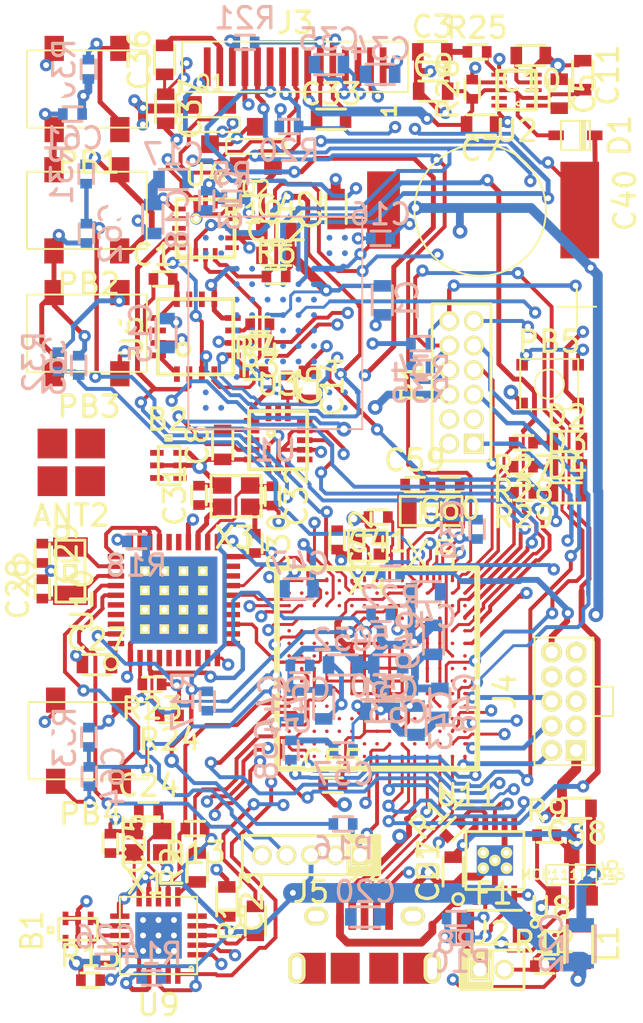
<source format=kicad_pcb>
(kicad_pcb (version 3) (host pcbnew "(2013-mar-30)-stable")
  (layers (15 F.Cu signal) (2 Inner2.Cu mixed) (1 GND_PLANE mixed hide) (0 B.Cu signal) (18 B.Paste user) (19 F.Paste user) (20 B.SilkS user) (21 F.SilkS user) (22 B.Mask user) (23 F.Mask user) (28 Edge.Cuts user))
  (net 0 "")
  (net 1 /Bluetooth/BT_ANT_DN)
  (net 2 /Bluetooth/BT_ANT_DP)
  (net 3 /Bluetooth/BT_ANT_SE)
  (net 4 /Bluetooth/RF_DC)
  (net 5 /Bluetooth/RF_DD)
  (net 6 /Bluetooth/RF_RESET_N_LOCAL)
  (net 7 /Bluetooth/RX/MISO)
  (net 8 /Bluetooth/TX/MOSI)
  (net 9 "/Guardian Interface/GDO0")
  (net 10 "/Guardian Interface/GDO2")
  (net 11 /OLED/EN)
  (net 12 /OLED/OLED_GND)
  (net 13 /OLED/SCLK)
  (net 14 /OLED/SDIN)
  (net 15 /Power/MODE)
  (net 16 /STM32F4/BT_NRESET)
  (net 17 /STM32F4/CC1101_nCS)
  (net 18 /STM32F4/EXTI1)
  (net 19 /STM32F4/EXTI2)
  (net 20 /STM32F4/EXTI5)
  (net 21 /STM32F4/EXTI6)
  (net 22 /STM32F4/EXTI7)
  (net 23 /STM32F4/EXTI8)
  (net 24 /STM32F4/FLASH_nCS)
  (net 25 /STM32F4/GYRO_nCS)
  (net 26 /STM32F4/I2C2_SCL)
  (net 27 /STM32F4/I2C2_SDA)
  (net 28 /STM32F4/I2C3_SCL)
  (net 29 /STM32F4/I2C3_SDA)
  (net 30 /STM32F4/LED1)
  (net 31 /STM32F4/LED2)
  (net 32 /STM32F4/LED3)
  (net 33 /STM32F4/OLED_nCS)
  (net 34 /STM32F4/OLED_nD/C)
  (net 35 /STM32F4/OLED_nRES)
  (net 36 /STM32F4/REG_nCHG)
  (net 37 /STM32F4/REG_nUSB_CONN)
  (net 38 /STM32F4/SPI2_CLK)
  (net 39 /STM32F4/SPI2_MISO)
  (net 40 /STM32F4/SPI2_MOSI)
  (net 41 /STM32F4/SPI2_NSS)
  (net 42 /STM32F4/SPI3_MISO)
  (net 43 /STM32F4/SWCLK)
  (net 44 /STM32F4/SWDIO)
  (net 45 /STM32F4/SWO)
  (net 46 /STM32F4/UART2_RX)
  (net 47 /STM32F4/UART2_TX)
  (net 48 /STM32F4/USB_D+)
  (net 49 /STM32F4/USB_D-)
  (net 50 /STM32F4/USB_ID)
  (net 51 /Sensors/ACC_I2C_SCL)
  (net 52 /Sensors/ACC_I2C_SDA)
  (net 53 /Sensors/ACC_INT1)
  (net 54 /Sensors/GYR_DRDY/INT2)
  (net 55 /Sensors/GYR_INT1)
  (net 56 /Sensors/GYR_SPI_CLK)
  (net 57 /Sensors/GYR_SPI_MISO)
  (net 58 /Sensors/GYR_SPI_MOSI)
  (net 59 /Sensors/PRS_SPI_nCS)
  (net 60 GND)
  (net 61 N-00000163)
  (net 62 N-00000164)
  (net 63 N-00000165)
  (net 64 N-00000166)
  (net 65 N-00000167)
  (net 66 N-00000170)
  (net 67 N-00000172)
  (net 68 N-00000173)
  (net 69 N-00000177)
  (net 70 N-00000182)
  (net 71 N-00000183)
  (net 72 N-00000184)
  (net 73 N-00000185)
  (net 74 N-00000187)
  (net 75 N-00000188)
  (net 76 N-00000189)
  (net 77 N-00000190)
  (net 78 N-00000191)
  (net 79 N-00000192)
  (net 80 N-00000193)
  (net 81 N-00000195)
  (net 82 N-00000196)
  (net 83 N-00000197)
  (net 84 N-00000198)
  (net 85 N-00000200)
  (net 86 N-00000209)
  (net 87 N-00000213)
  (net 88 N-00000214)
  (net 89 N-00000215)
  (net 90 N-00000220)
  (net 91 N-00000221)
  (net 92 N-00000226)
  (net 93 N-00000227)
  (net 94 N-00000228)
  (net 95 N-00000229)
  (net 96 N-00000230)
  (net 97 N-00000231)
  (net 98 N-00000232)
  (net 99 N-0000044)
  (net 100 N-0000045)
  (net 101 N-0000046)
  (net 102 N-0000047)
  (net 103 N-0000063)
  (net 104 N-0000064)
  (net 105 N-0000065)
  (net 106 N-0000066)
  (net 107 N-0000067)
  (net 108 N-0000068)
  (net 109 N-0000074)
  (net 110 V3)
  (net 111 Vbat)
  (net 112 Vbus)
  (module TXC_9HT10 (layer F.Cu) (at 190.754 134.9248 180)
    (fp_text reference X5 (at 0 -2.325 180) (layer F.SilkS) (effects (font (size 1.5 1.5))))
    (fp_text value 9HT10-32.768KBZF-T hide)
    (pad 2 smd rect (at 1.25 0 180) (size 1 1.8) (layers F.Cu F.Paste F.Mask) (net 103 N-0000063))
    (pad 1 smd rect (at -1.25 0 180) (size 1 1.8) (layers F.Cu F.Paste F.Mask) (net 104 N-0000064))
  )
  (module STM32F4_BGA176 (layer F.Cu) (at 192.5066 138.52652 270)
    (fp_text reference U11 (at 11.1 -0.1 360) (layer F.SilkS) (effects (font (size 1.1 1.1) (thickness 0.17))))
    (fp_text value STM32F40X_BGA176 hide)
    (pad A1 smd circle (at 0 0 90) (size 0.185 2.032) (layers F.Cu F.Paste F.Mask) (net 31 /STM32F4/LED2))
    (pad A2 smd circle (at 0.6477 0 90) (size 0.185 2.032) (layers F.Cu F.Paste F.Mask) (net 32 /STM32F4/LED3))
    (pad A3 smd circle (at 1.29794 0 90) (size 0.185 2.032) (layers F.Cu F.Paste F.Mask))
    (pad A4 smd circle (at 1.94818 0 90) (size 0.185 2.032) (layers F.Cu F.Paste F.Mask) (net 53 /Sensors/ACC_INT1))
    (pad A5 smd circle (at 2.59842 0 90) (size 0.185 2.032) (layers F.Cu F.Paste F.Mask) (net 51 /Sensors/ACC_I2C_SCL))
    (pad A6 smd circle (at 3.24866 0 90) (size 0.185 2.032) (layers F.Cu F.Paste F.Mask) (net 25 /STM32F4/GYRO_nCS))
    (pad A7 smd circle (at 3.8989 0 90) (size 0.185 2.032) (layers F.Cu F.Paste F.Mask))
    (pad A8 smd circle (at 4.54914 0 90) (size 0.185 2.032) (layers F.Cu F.Paste F.Mask))
    (pad A9 smd circle (at 5.19938 0 90) (size 0.185 2.032) (layers F.Cu F.Paste F.Mask))
    (pad A10 smd circle (at 5.84962 0 90) (size 0.185 2.032) (layers F.Cu F.Paste F.Mask) (net 45 /STM32F4/SWO))
    (pad A11 smd circle (at 6.49986 0 90) (size 0.185 2.032) (layers F.Cu F.Paste F.Mask))
    (pad A12 smd circle (at 7.14756 0 90) (size 0.185 2.032) (layers F.Cu F.Paste F.Mask) (net 14 /OLED/SDIN))
    (pad A13 smd circle (at 7.7978 0 90) (size 0.185 2.032) (layers F.Cu F.Paste F.Mask))
    (pad A14 smd circle (at 8.44804 0 90) (size 0.185 2.032) (layers F.Cu F.Paste F.Mask) (net 43 /STM32F4/SWCLK))
    (pad A15 smd circle (at 9.09828 0 90) (size 0.185 2.032) (layers F.Cu F.Paste F.Mask) (net 44 /STM32F4/SWDIO))
    (pad B1 smd circle (at 0 0.6477) (size 0.185 2.032) (layers F.Cu F.Paste F.Mask) (net 11 /OLED/EN))
    (pad B2 smd circle (at 0.6477 0.6477 90) (size 0.185 2.032) (layers F.Cu F.Paste F.Mask) (net 30 /STM32F4/LED1))
    (pad B3 smd circle (at 1.29794 0.6477 90) (size 0.185 2.032) (layers F.Cu F.Paste F.Mask))
    (pad B4 smd circle (at 1.94818 0.6477 90) (size 0.185 2.032) (layers F.Cu F.Paste F.Mask) (net 52 /Sensors/ACC_I2C_SDA))
    (pad B5 smd circle (at 2.59842 0.6477 90) (size 0.185 2.032) (layers F.Cu F.Paste F.Mask) (net 24 /STM32F4/FLASH_nCS))
    (pad B6 smd circle (at 3.24866 0.6477 90) (size 0.185 2.032) (layers F.Cu F.Paste F.Mask))
    (pad B7 smd circle (at 3.8989 0.6477 90) (size 0.185 2.032) (layers F.Cu F.Paste F.Mask) (net 59 /Sensors/PRS_SPI_nCS))
    (pad B8 smd circle (at 4.54914 0.6477 90) (size 0.185 2.032) (layers F.Cu F.Paste F.Mask))
    (pad B9 smd circle (at 5.19938 0.6477 90) (size 0.185 2.032) (layers F.Cu F.Paste F.Mask))
    (pad B10 smd circle (at 5.84962 0.6477 90) (size 0.185 2.032) (layers F.Cu F.Paste F.Mask))
    (pad B11 smd circle (at 6.49986 0.6477 90) (size 0.185 2.032) (layers F.Cu F.Paste F.Mask) (net 46 /STM32F4/UART2_RX))
    (pad B12 smd circle (at 7.14756 0.6477 90) (size 0.185 2.032) (layers F.Cu F.Paste F.Mask))
    (pad B13 smd circle (at 7.7978 0.6477 90) (size 0.185 2.032) (layers F.Cu F.Paste F.Mask) (net 42 /STM32F4/SPI3_MISO))
    (pad B14 smd circle (at 8.44804 0.6477 90) (size 0.185 2.032) (layers F.Cu F.Paste F.Mask) (net 13 /OLED/SCLK))
    (pad B15 smd circle (at 9.09828 0.6477 180) (size 0.185 2.032) (layers F.Cu F.Paste F.Mask) (net 48 /STM32F4/USB_D+))
    (pad C1 smd circle (at 0 1.29794) (size 0.185 2.032) (layers F.Cu F.Paste F.Mask) (net 107 N-0000067))
    (pad C2 smd circle (at 0.6477 1.29794) (size 0.185 2.032) (layers F.Cu F.Paste F.Mask))
    (pad C3 smd circle (at 1.29794 1.29794 90) (size 0.185 2.032) (layers F.Cu F.Paste F.Mask))
    (pad C4 smd circle (at 1.94818 1.29794 90) (size 0.185 2.032) (layers F.Cu F.Paste F.Mask))
    (pad C5 smd circle (at 2.59842 1.29794 90) (size 0.185 2.032) (layers F.Cu F.Paste F.Mask) (net 110 V3))
    (pad C6 smd circle (at 3.24866 1.29794 90) (size 0.185 2.032) (layers F.Cu F.Paste F.Mask) (net 110 V3))
    (pad C7 smd circle (at 3.8989 1.29794 90) (size 0.185 2.032) (layers F.Cu F.Paste F.Mask) (net 110 V3))
    (pad C8 smd circle (at 4.54914 1.29794 90) (size 0.185 2.032) (layers F.Cu F.Paste F.Mask) (net 110 V3))
    (pad C9 smd circle (at 5.19938 1.29794 90) (size 0.185 2.032) (layers F.Cu F.Paste F.Mask) (net 110 V3))
    (pad C10 smd circle (at 5.84962 1.29794 90) (size 0.185 2.032) (layers F.Cu F.Paste F.Mask))
    (pad C11 smd circle (at 6.49986 1.29794 90) (size 0.185 2.032) (layers F.Cu F.Paste F.Mask) (net 47 /STM32F4/UART2_TX))
    (pad C12 smd circle (at 7.14756 1.29794 90) (size 0.185 2.032) (layers F.Cu F.Paste F.Mask))
    (pad C13 smd circle (at 7.7978 1.29794 90) (size 0.185 2.032) (layers F.Cu F.Paste F.Mask))
    (pad C14 smd circle (at 8.44804 1.29794 180) (size 0.185 2.032) (layers F.Cu F.Paste F.Mask))
    (pad C15 smd circle (at 9.09828 1.29794 180) (size 0.185 2.032) (layers F.Cu F.Paste F.Mask) (net 49 /STM32F4/USB_D-))
    (pad D1 smd circle (at 0 1.94818) (size 0.185 2.032) (layers F.Cu F.Paste F.Mask) (net 33 /STM32F4/OLED_nCS))
    (pad D2 smd circle (at 0.6477 1.94818) (size 0.185 2.032) (layers F.Cu F.Paste F.Mask) (net 35 /STM32F4/OLED_nRES))
    (pad D3 smd circle (at 1.29794 1.94818) (size 0.185 2.032) (layers F.Cu F.Paste F.Mask))
    (pad D4 smd circle (at 1.94818 1.94818 90) (size 0.185 2.032) (layers F.Cu F.Paste F.Mask))
    (pad D5 smd circle (at 2.59842 1.94818 90) (size 0.185 2.032) (layers F.Cu F.Paste F.Mask) (net 60 GND))
    (pad D6 smd circle (at 3.24866 1.94818 90) (size 0.185 2.032) (layers F.Cu F.Paste F.Mask) (net 60 GND))
    (pad D7 smd circle (at 3.8989 1.94818 90) (size 0.185 2.032) (layers F.Cu F.Paste F.Mask) (net 60 GND))
    (pad D8 smd circle (at 4.54914 1.94818 90) (size 0.185 2.032) (layers F.Cu F.Paste F.Mask) (net 60 GND))
    (pad D9 smd circle (at 5.19938 1.94818 90) (size 0.185 2.032) (layers F.Cu F.Paste F.Mask) (net 60 GND))
    (pad D10 smd circle (at 5.84962 1.94818 90) (size 0.185 2.032) (layers F.Cu F.Paste F.Mask))
    (pad D11 smd circle (at 6.49986 1.94818 90) (size 0.185 2.032) (layers F.Cu F.Paste F.Mask))
    (pad D12 smd circle (at 7.14756 1.94818 90) (size 0.185 2.032) (layers F.Cu F.Paste F.Mask))
    (pad D13 smd circle (at 7.7978 1.94818 180) (size 0.185 2.032) (layers F.Cu F.Paste F.Mask))
    (pad D14 smd circle (at 8.44804 1.94818 180) (size 0.185 2.032) (layers F.Cu F.Paste F.Mask))
    (pad D15 smd circle (at 9.09828 1.94818 180) (size 0.185 2.032) (layers F.Cu F.Paste F.Mask) (net 50 /STM32F4/USB_ID))
    (pad E1 smd circle (at 0 2.59842) (size 0.185 2.032) (layers F.Cu F.Paste F.Mask) (net 104 N-0000064))
    (pad E2 smd circle (at 0.6477 2.59842) (size 0.185 2.032) (layers F.Cu F.Paste F.Mask))
    (pad E3 smd circle (at 1.29794 2.59842) (size 0.185 2.032) (layers F.Cu F.Paste F.Mask))
    (pad E4 smd circle (at 1.94818 2.59842) (size 0.185 2.032) (layers F.Cu F.Paste F.Mask))
    (pad E12 smd circle (at 7.14756 2.59842 180) (size 0.185 2.032) (layers F.Cu F.Paste F.Mask))
    (pad E13 smd circle (at 7.7978 2.59842 180) (size 0.185 2.032) (layers F.Cu F.Paste F.Mask))
    (pad E14 smd circle (at 8.44804 2.59842 180) (size 0.185 2.032) (layers F.Cu F.Paste F.Mask))
    (pad E15 smd circle (at 9.09828 2.59842 180) (size 0.185 2.032) (layers F.Cu F.Paste F.Mask) (net 112 Vbus))
    (pad F1 smd circle (at 0 3.24866) (size 0.185 2.032) (layers F.Cu F.Paste F.Mask) (net 103 N-0000063))
    (pad F2 smd circle (at 0.6477 3.24866) (size 0.185 2.032) (layers F.Cu F.Paste F.Mask) (net 60 GND))
    (pad F3 smd circle (at 1.29794 3.24866) (size 0.185 2.032) (layers F.Cu F.Paste F.Mask) (net 110 V3))
    (pad F4 smd circle (at 1.94818 3.24866) (size 0.185 2.032) (layers F.Cu F.Paste F.Mask))
    (pad F6 smd circle (at 3.24866 3.24866 90) (size 0.185 2.032) (layers F.Cu F.Paste F.Mask) (net 60 GND))
    (pad F7 smd circle (at 3.8989 3.24866 90) (size 0.185 2.032) (layers F.Cu F.Paste F.Mask) (net 60 GND))
    (pad F8 smd circle (at 4.54914 3.24866 90) (size 0.185 2.032) (layers F.Cu F.Paste F.Mask) (net 60 GND))
    (pad F9 smd circle (at 5.19938 3.24866 90) (size 0.185 2.032) (layers F.Cu F.Paste F.Mask) (net 60 GND))
    (pad F10 smd circle (at 5.84962 3.24866 90) (size 0.185 2.032) (layers F.Cu F.Paste F.Mask) (net 60 GND))
    (pad F12 smd circle (at 7.14756 3.24866 180) (size 0.185 2.032) (layers F.Cu F.Paste F.Mask) (net 60 GND))
    (pad F13 smd circle (at 7.7978 3.24866 180) (size 0.185 2.032) (layers F.Cu F.Paste F.Mask) (net 106 N-0000066))
    (pad F14 smd circle (at 8.44804 3.24866 180) (size 0.185 2.032) (layers F.Cu F.Paste F.Mask) (net 29 /STM32F4/I2C3_SDA))
    (pad F15 smd circle (at 9.09828 3.24866 180) (size 0.185 2.032) (layers F.Cu F.Paste F.Mask) (net 28 /STM32F4/I2C3_SCL))
    (pad G1 smd circle (at 0 3.8989) (size 0.185 2.032) (layers F.Cu F.Paste F.Mask) (net 109 N-0000074))
    (pad G2 smd circle (at 0.6477 3.8989) (size 0.185 2.032) (layers F.Cu F.Paste F.Mask) (net 60 GND))
    (pad G3 smd circle (at 1.29794 3.8989) (size 0.185 2.032) (layers F.Cu F.Paste F.Mask) (net 110 V3))
    (pad G4 smd circle (at 1.94818 3.8989) (size 0.185 2.032) (layers F.Cu F.Paste F.Mask))
    (pad G6 smd circle (at 3.24866 3.8989) (size 0.185 2.032) (layers F.Cu F.Paste F.Mask) (net 60 GND))
    (pad G7 smd circle (at 3.8989 3.8989 90) (size 0.185 2.032) (layers F.Cu F.Paste F.Mask) (net 60 GND))
    (pad G8 smd circle (at 4.54914 3.8989 90) (size 0.185 2.032) (layers F.Cu F.Paste F.Mask) (net 60 GND))
    (pad G9 smd circle (at 5.19938 3.8989 90) (size 0.185 2.032) (layers F.Cu F.Paste F.Mask) (net 60 GND))
    (pad G10 smd circle (at 5.84962 3.8989 180) (size 0.185 2.032) (layers F.Cu F.Paste F.Mask) (net 60 GND))
    (pad G12 smd circle (at 7.14756 3.8989 180) (size 0.185 2.032) (layers F.Cu F.Paste F.Mask) (net 60 GND))
    (pad G13 smd circle (at 7.7978 3.8989 180) (size 0.185 2.032) (layers F.Cu F.Paste F.Mask) (net 110 V3))
    (pad G14 smd circle (at 8.44804 3.8989 180) (size 0.185 2.032) (layers F.Cu F.Paste F.Mask) (net 37 /STM32F4/REG_nUSB_CONN))
    (pad G15 smd circle (at 9.09828 3.8989 180) (size 0.185 2.032) (layers F.Cu F.Paste F.Mask) (net 36 /STM32F4/REG_nCHG))
    (pad H1 smd circle (at 0 4.54914) (size 0.185 2.032) (layers F.Cu F.Paste F.Mask) (net 108 N-0000068))
    (pad H2 smd circle (at 0.6477 4.54914) (size 0.185 2.032) (layers F.Cu F.Paste F.Mask))
    (pad H3 smd circle (at 1.29794 4.54914) (size 0.185 2.032) (layers F.Cu F.Paste F.Mask))
    (pad H4 smd circle (at 1.94818 4.54914) (size 0.185 2.032) (layers F.Cu F.Paste F.Mask) (net 26 /STM32F4/I2C2_SCL))
    (pad H6 smd circle (at 3.24866 4.54914) (size 0.185 2.032) (layers F.Cu F.Paste F.Mask) (net 60 GND))
    (pad H7 smd circle (at 3.8989 4.54914) (size 0.185 2.032) (layers F.Cu F.Paste F.Mask) (net 60 GND))
    (pad H8 smd circle (at 4.54914 4.54914 90) (size 0.185 2.032) (layers F.Cu F.Paste F.Mask) (net 60 GND))
    (pad H9 smd circle (at 5.19938 4.54914 180) (size 0.185 2.032) (layers F.Cu F.Paste F.Mask) (net 60 GND))
    (pad H10 smd circle (at 5.84962 4.54914 180) (size 0.185 2.032) (layers F.Cu F.Paste F.Mask) (net 60 GND))
    (pad H12 smd circle (at 7.14756 4.54914 180) (size 0.185 2.032) (layers F.Cu F.Paste F.Mask) (net 60 GND))
    (pad H13 smd circle (at 7.7978 4.54914 180) (size 0.185 2.032) (layers F.Cu F.Paste F.Mask) (net 110 V3))
    (pad H14 smd circle (at 8.44804 4.54914 180) (size 0.185 2.032) (layers F.Cu F.Paste F.Mask))
    (pad H15 smd circle (at 9.09828 4.54914 180) (size 0.185 2.032) (layers F.Cu F.Paste F.Mask) (net 15 /Power/MODE))
    (pad J1 smd circle (at 0 5.19938) (size 0.185 2.032) (layers F.Cu F.Paste F.Mask) (net 65 N-00000167))
    (pad J2 smd circle (at 0.6477 5.19938) (size 0.185 2.032) (layers F.Cu F.Paste F.Mask))
    (pad J3 smd circle (at 1.29794 5.19938) (size 0.185 2.032) (layers F.Cu F.Paste F.Mask))
    (pad J4 smd circle (at 1.94818 5.19938) (size 0.185 2.032) (layers F.Cu F.Paste F.Mask) (net 27 /STM32F4/I2C2_SDA))
    (pad J6 smd circle (at 3.24866 5.19938) (size 0.185 2.032) (layers F.Cu F.Paste F.Mask) (net 60 GND))
    (pad J7 smd circle (at 3.8989 5.19938) (size 0.185 2.032) (layers F.Cu F.Paste F.Mask) (net 60 GND))
    (pad J8 smd circle (at 4.54914 5.19938 270) (size 0.185 2.032) (layers F.Cu F.Paste F.Mask) (net 60 GND))
    (pad J9 smd circle (at 5.19938 5.19938 90) (size 0.185 2.032) (layers F.Cu F.Paste F.Mask) (net 60 GND))
    (pad J10 smd circle (at 5.84962 5.19938 180) (size 0.185 2.032) (layers F.Cu F.Paste F.Mask) (net 60 GND))
    (pad J12 smd circle (at 7.14756 5.19938 180) (size 0.185 2.032) (layers F.Cu F.Paste F.Mask) (net 110 V3))
    (pad J13 smd circle (at 7.7978 5.19938 180) (size 0.185 2.032) (layers F.Cu F.Paste F.Mask) (net 110 V3))
    (pad J14 smd circle (at 8.44804 5.19938 180) (size 0.185 2.032) (layers F.Cu F.Paste F.Mask))
    (pad J15 smd circle (at 9.09828 5.19938 180) (size 0.185 2.032) (layers F.Cu F.Paste F.Mask))
    (pad K1 smd circle (at 0 5.84962) (size 0.185 2.032) (layers F.Cu F.Paste F.Mask) (net 22 /STM32F4/EXTI7))
    (pad K2 smd circle (at 0.6477 5.84962) (size 0.185 2.032) (layers F.Cu F.Paste F.Mask) (net 21 /STM32F4/EXTI6))
    (pad K3 smd circle (at 1.29794 5.84962) (size 0.185 2.032) (layers F.Cu F.Paste F.Mask))
    (pad K4 smd circle (at 1.94818 5.84962) (size 0.185 2.032) (layers F.Cu F.Paste F.Mask) (net 110 V3))
    (pad K6 smd circle (at 3.24866 5.84962) (size 0.185 2.032) (layers F.Cu F.Paste F.Mask) (net 60 GND))
    (pad K7 smd circle (at 3.8989 5.84962 270) (size 0.185 2.032) (layers F.Cu F.Paste F.Mask) (net 60 GND))
    (pad K8 smd circle (at 4.54914 5.84962 270) (size 0.185 2.032) (layers F.Cu F.Paste F.Mask) (net 60 GND))
    (pad K9 smd circle (at 5.19938 5.84962 270) (size 0.185 2.032) (layers F.Cu F.Paste F.Mask) (net 60 GND))
    (pad K10 smd circle (at 5.84962 5.84962 90) (size 0.185 2.032) (layers F.Cu F.Paste F.Mask) (net 60 GND))
    (pad K12 smd circle (at 7.14756 5.84962 180) (size 0.185 2.032) (layers F.Cu F.Paste F.Mask))
    (pad K13 smd circle (at 7.7978 5.84962 180) (size 0.185 2.032) (layers F.Cu F.Paste F.Mask))
    (pad K14 smd circle (at 8.44804 5.84962 180) (size 0.185 2.032) (layers F.Cu F.Paste F.Mask))
    (pad K15 smd circle (at 9.09828 5.84962 180) (size 0.185 2.032) (layers F.Cu F.Paste F.Mask))
    (pad L1 smd circle (at 0 6.49986) (size 0.185 2.032) (layers F.Cu F.Paste F.Mask))
    (pad L2 smd circle (at 0.6477 6.49986) (size 0.185 2.032) (layers F.Cu F.Paste F.Mask))
    (pad L3 smd circle (at 1.29794 6.49986) (size 0.185 2.032) (layers F.Cu F.Paste F.Mask))
    (pad L4 smd circle (at 1.94818 6.49986) (size 0.185 2.032) (layers F.Cu F.Paste F.Mask) (net 60 GND))
    (pad L12 smd circle (at 7.14756 6.49986 180) (size 0.185 2.032) (layers F.Cu F.Paste F.Mask))
    (pad L13 smd circle (at 7.7978 6.49986 180) (size 0.185 2.032) (layers F.Cu F.Paste F.Mask))
    (pad L14 smd circle (at 8.44804 6.49986 180) (size 0.185 2.032) (layers F.Cu F.Paste F.Mask))
    (pad L15 smd circle (at 9.09828 6.49986 180) (size 0.185 2.032) (layers F.Cu F.Paste F.Mask))
    (pad M1 smd circle (at 0 7.14756) (size 0.185 2.032) (layers F.Cu F.Paste F.Mask) (net 60 GND))
    (pad M2 smd circle (at 0.6477 7.14756) (size 0.185 2.032) (layers F.Cu F.Paste F.Mask))
    (pad M3 smd circle (at 1.29794 7.14756) (size 0.185 2.032) (layers F.Cu F.Paste F.Mask) (net 18 /STM32F4/EXTI1))
    (pad M4 smd circle (at 1.94818 7.14756) (size 0.185 2.032) (layers F.Cu F.Paste F.Mask))
    (pad M5 smd circle (at 2.59842 7.14756 270) (size 0.185 2.032) (layers F.Cu F.Paste F.Mask))
    (pad M6 smd circle (at 3.24866 7.14756 270) (size 0.185 2.032) (layers F.Cu F.Paste F.Mask) (net 19 /STM32F4/EXTI2))
    (pad M7 smd circle (at 3.8989 7.14756 270) (size 0.185 2.032) (layers F.Cu F.Paste F.Mask))
    (pad M8 smd circle (at 4.54914 7.14756 270) (size 0.185 2.032) (layers F.Cu F.Paste F.Mask) (net 60 GND))
    (pad M9 smd circle (at 5.19938 7.14756 270) (size 0.185 2.032) (layers F.Cu F.Paste F.Mask) (net 60 GND))
    (pad M10 smd circle (at 5.84962 7.14756 270) (size 0.185 2.032) (layers F.Cu F.Paste F.Mask) (net 105 N-0000065))
    (pad M11 smd circle (at 6.49986 7.14756 270) (size 0.185 2.032) (layers F.Cu F.Paste F.Mask))
    (pad M12 smd circle (at 7.14756 7.14756 90) (size 0.185 2.032) (layers F.Cu F.Paste F.Mask))
    (pad M13 smd circle (at 7.7978 7.14756 180) (size 0.185 2.032) (layers F.Cu F.Paste F.Mask))
    (pad M14 smd circle (at 8.44804 7.14756 180) (size 0.185 2.032) (layers F.Cu F.Paste F.Mask))
    (pad M15 smd circle (at 9.09828 7.14756 180) (size 0.185 2.032) (layers F.Cu F.Paste F.Mask))
    (pad N1 smd circle (at 0 7.7978) (size 0.185 2.032) (layers F.Cu F.Paste F.Mask) (net 60 GND))
    (pad N2 smd circle (at 0.6477 7.7978) (size 0.185 2.032) (layers F.Cu F.Paste F.Mask) (net 8 /Bluetooth/TX/MOSI))
    (pad N3 smd circle (at 1.29794 7.7978) (size 0.185 2.032) (layers F.Cu F.Paste F.Mask) (net 7 /Bluetooth/RX/MISO))
    (pad N4 smd circle (at 1.94818 7.7978 270) (size 0.185 2.032) (layers F.Cu F.Paste F.Mask))
    (pad N5 smd circle (at 2.59842 7.7978 270) (size 0.185 2.032) (layers F.Cu F.Paste F.Mask))
    (pad N6 smd circle (at 3.24866 7.7978 270) (size 0.185 2.032) (layers F.Cu F.Paste F.Mask))
    (pad N7 smd circle (at 3.8989 7.7978 270) (size 0.185 2.032) (layers F.Cu F.Paste F.Mask))
    (pad N8 smd circle (at 4.54914 7.7978 270) (size 0.185 2.032) (layers F.Cu F.Paste F.Mask) (net 110 V3))
    (pad N9 smd circle (at 5.19938 7.7978 270) (size 0.185 2.032) (layers F.Cu F.Paste F.Mask) (net 110 V3))
    (pad N10 smd circle (at 5.84962 7.7978 270) (size 0.185 2.032) (layers F.Cu F.Paste F.Mask) (net 110 V3))
    (pad N11 smd circle (at 6.49986 7.7978 270) (size 0.185 2.032) (layers F.Cu F.Paste F.Mask))
    (pad N12 smd circle (at 7.14756 7.7978 270) (size 0.185 2.032) (layers F.Cu F.Paste F.Mask))
    (pad N13 smd circle (at 7.7978 7.7978 90) (size 0.185 2.032) (layers F.Cu F.Paste F.Mask))
    (pad N14 smd circle (at 8.44804 7.7978 180) (size 0.185 2.032) (layers F.Cu F.Paste F.Mask))
    (pad N15 smd circle (at 9.09828 7.7978 180) (size 0.185 2.032) (layers F.Cu F.Paste F.Mask))
    (pad P1 smd circle (at 0 8.44804) (size 0.185 2.032) (layers F.Cu F.Paste F.Mask) (net 110 V3))
    (pad P2 smd circle (at 0.6477 8.44804) (size 0.185 2.032) (layers F.Cu F.Paste F.Mask))
    (pad P3 smd circle (at 1.29794 8.44804 270) (size 0.185 2.032) (layers F.Cu F.Paste F.Mask) (net 57 /Sensors/GYR_SPI_MISO))
    (pad P4 smd circle (at 1.94818 8.44804 270) (size 0.185 2.032) (layers F.Cu F.Paste F.Mask) (net 56 /Sensors/GYR_SPI_CLK))
    (pad P5 smd circle (at 2.59842 8.44804 270) (size 0.185 2.032) (layers F.Cu F.Paste F.Mask) (net 20 /STM32F4/EXTI5))
    (pad P6 smd circle (at 3.24866 8.44804 270) (size 0.185 2.032) (layers F.Cu F.Paste F.Mask))
    (pad P7 smd circle (at 3.8989 8.44804 270) (size 0.185 2.032) (layers F.Cu F.Paste F.Mask))
    (pad P8 smd circle (at 4.54914 8.44804 270) (size 0.185 2.032) (layers F.Cu F.Paste F.Mask) (net 23 /STM32F4/EXTI8))
    (pad P9 smd circle (at 5.19938 8.44804 270) (size 0.185 2.032) (layers F.Cu F.Paste F.Mask))
    (pad P10 smd circle (at 5.84962 8.44804 270) (size 0.185 2.032) (layers F.Cu F.Paste F.Mask))
    (pad P11 smd circle (at 6.49986 8.44804 270) (size 0.185 2.032) (layers F.Cu F.Paste F.Mask))
    (pad P12 smd circle (at 7.14756 8.44804 270) (size 0.185 2.032) (layers F.Cu F.Paste F.Mask) (net 41 /STM32F4/SPI2_NSS))
    (pad P13 smd circle (at 7.7978 8.44804 270) (size 0.185 2.032) (layers F.Cu F.Paste F.Mask) (net 38 /STM32F4/SPI2_CLK))
    (pad P14 smd circle (at 8.44804 8.44804 90) (size 0.185 2.032) (layers F.Cu F.Paste F.Mask))
    (pad P15 smd circle (at 9.09828 8.44804 180) (size 0.185 2.032) (layers F.Cu F.Paste F.Mask))
    (pad R1 smd circle (at 0 9.09828) (size 0.185 2.032) (layers F.Cu F.Paste F.Mask) (net 110 V3))
    (pad R2 smd circle (at 0.6477 9.09828 270) (size 0.185 2.032) (layers F.Cu F.Paste F.Mask) (net 34 /STM32F4/OLED_nD/C))
    (pad R3 smd circle (at 1.29794 9.09828 270) (size 0.185 2.032) (layers F.Cu F.Paste F.Mask) (net 58 /Sensors/GYR_SPI_MOSI))
    (pad R4 smd circle (at 1.94818 9.09828 270) (size 0.185 2.032) (layers F.Cu F.Paste F.Mask))
    (pad R5 smd circle (at 2.59842 9.09828 270) (size 0.185 2.032) (layers F.Cu F.Paste F.Mask))
    (pad R6 smd circle (at 3.24866 9.09828 270) (size 0.185 2.032) (layers F.Cu F.Paste F.Mask))
    (pad R7 smd circle (at 3.8989 9.09828 270) (size 0.185 2.032) (layers F.Cu F.Paste F.Mask))
    (pad R8 smd circle (at 4.54914 9.09828 270) (size 0.185 2.032) (layers F.Cu F.Paste F.Mask))
    (pad R9 smd circle (at 5.19938 9.09828 270) (size 0.185 2.032) (layers F.Cu F.Paste F.Mask))
    (pad R10 smd circle (at 5.84962 9.09828 270) (size 0.185 2.032) (layers F.Cu F.Paste F.Mask) (net 16 /STM32F4/BT_NRESET))
    (pad R11 smd circle (at 6.49986 9.09828 270) (size 0.185 2.032) (layers F.Cu F.Paste F.Mask) (net 17 /STM32F4/CC1101_nCS))
    (pad R12 smd circle (at 7.14756 9.09828 270) (size 0.185 2.032) (layers F.Cu F.Paste F.Mask))
    (pad R13 smd circle (at 7.7978 9.09828 270) (size 0.185 2.032) (layers F.Cu F.Paste F.Mask))
    (pad R14 smd circle (at 8.44804 9.09828 270) (size 0.185 2.032) (layers F.Cu F.Paste F.Mask) (net 39 /STM32F4/SPI2_MISO))
    (pad R15 smd circle (at 9.09828 9.09828 90) (size 0.185 2.032) (layers F.Cu F.Paste F.Mask) (net 40 /STM32F4/SPI2_MOSI))
  )
  (module SOT23GDS (layer F.Cu) (at 181.68112 116.06276 180)
    (fp_text reference Q2 (at 0 -2.159 180) (layer F.SilkS) (effects (font (size 0.762 0.762) (thickness 0.12954))))
    (fp_text value 2N7002P hide)
    (pad S smd rect (at -0.889 -1.016 180) (size 0.9144 0.9144) (layers F.Cu F.Paste F.Mask) (net 60 GND))
    (pad G smd rect (at 0.889 -1.016 180) (size 0.9144 0.9144) (layers F.Cu F.Paste F.Mask) (net 11 /OLED/EN))
    (pad D smd rect (at 0 1.016 180) (size 0.9144 0.9144) (layers F.Cu F.Paste F.Mask) (net 12 /OLED/OLED_GND))
  )
  (module SOT23GDS (layer F.Cu) (at 179.31384 114.92992)
    (fp_text reference Q1 (at 0 -2.159) (layer F.SilkS) (effects (font (size 0.762 0.762) (thickness 0.12954))))
    (fp_text value 2N7002P hide)
    (pad S smd rect (at -0.889 -1.016) (size 0.9144 0.9144) (layers F.Cu F.Paste F.Mask) (net 60 GND))
    (pad G smd rect (at 0.889 -1.016) (size 0.9144 0.9144) (layers F.Cu F.Paste F.Mask) (net 11 /OLED/EN))
    (pad D smd rect (at 0 1.016) (size 0.9144 0.9144) (layers F.Cu F.Paste F.Mask) (net 12 /OLED/OLED_GND))
  )
  (module SOT23 (layer F.Cu) (at 198.03364 153.7462)
    (fp_text reference U6 (at 1.99898 -0.09906 90) (layer F.SilkS) (effects (font (size 0.762 0.762) (thickness 0.11938))))
    (fp_text value MCP111T-315 (at 0.0635 0) (layer F.SilkS) (effects (font (size 0.50038 0.50038) (thickness 0.09906))))
    (pad 3 smd rect (at 0 -1.09982) (size 0.8001 1.00076) (layers F.Cu F.Paste F.Mask) (net 111 Vbat))
    (pad 2 smd rect (at 0.9525 1.09982) (size 0.8001 1.00076) (layers F.Cu F.Paste F.Mask) (net 60 GND))
    (pad 1 smd rect (at -0.9525 1.09982) (size 0.8001 1.00076) (layers F.Cu F.Paste F.Mask) (net 76 N-00000189))
  )
  (module SOD-523F (layer F.Cu) (at 198.2216 115.48872 270)
    (fp_text reference D1 (at 0 -2.30124 270) (layer F.SilkS) (effects (font (size 1.1 1.1) (thickness 0.17))))
    (fp_text value BAT43XV2 hide)
    (pad 1 smd rect (at 0 0.99822 270) (size 0.50038 0.8001) (layers F.Cu F.Paste F.Mask) (net 110 V3))
    (pad 2 smd rect (at 0 -1.00076 270) (size 0.50038 0.8001) (layers F.Cu F.Paste F.Mask) (net 107 N-0000067))
  )
  (module SMD1206 (layer F.Cu) (at 193.9798 156.464)
    (fp_text reference F1 (at 0 -1.75) (layer F.SilkS) (effects (font (size 1.1 1.1) (thickness 0.17))))
    (fp_text value PTS120616V025 hide)
    (pad 2 smd rect (at 1.45 0) (size 0.9 1.6) (layers F.Cu F.Paste F.Mask) (net 111 Vbat))
    (pad 1 smd rect (at -1.45 0) (size 0.9 1.6) (layers F.Cu F.Paste F.Mask) (net 75 N-00000188))
  )
  (module SMD0805 (layer F.Cu) (at 198.38416 157.33268 270)
    (fp_text reference L1 (at 0 -1.525 270) (layer F.SilkS) (effects (font (size 1.1 1.1) (thickness 0.17))))
    (fp_text value MLP2016S1R0M hide)
    (pad 2 smd rect (at 0.95 0 270) (size 0.7 1.3) (layers F.Cu F.Paste F.Mask) (net 110 V3))
    (pad 1 smd rect (at -0.95 0 270) (size 0.7 1.3) (layers F.Cu F.Paste F.Mask) (net 74 N-00000187))
  )
  (module SMD0603 (layer F.Cu) (at 197.78472 131.32308)
    (fp_text reference D2 (at 0 -1.3) (layer F.SilkS) (effects (font (size 1.1 1.1) (thickness 0.17))))
    (fp_text value "LS Q976-NR-1" hide)
    (pad 2 smd rect (at 0.75 0) (size 0.6 0.9) (layers F.Cu F.Paste F.Mask) (net 60 GND))
    (pad 1 smd rect (at -0.75 0) (size 0.6 0.9) (layers F.Cu F.Paste F.Mask) (net 63 N-00000165))
  )
  (module SMD0603 (layer F.Cu) (at 180.18252 155.12796 270)
    (fp_text reference C23 (at 0 -1.3 270) (layer F.SilkS) (effects (font (size 1.1 1.1) (thickness 0.17))))
    (fp_text value 100n hide)
    (pad 2 smd rect (at 0.75 0 270) (size 0.6 0.9) (layers F.Cu F.Paste F.Mask) (net 84 N-00000198))
    (pad 1 smd rect (at -0.75 0 270) (size 0.6 0.9) (layers F.Cu F.Paste F.Mask) (net 60 GND))
  )
  (module SMD0603 (layer F.Cu) (at 181.6608 156.1338 90)
    (fp_text reference R1 (at 0 -1.3 90) (layer F.SilkS) (effects (font (size 1.1 1.1) (thickness 0.17))))
    (fp_text value 100k hide)
    (pad 2 smd rect (at 0.75 0 90) (size 0.6 0.9) (layers F.Cu F.Paste F.Mask) (net 39 /STM32F4/SPI2_MISO))
    (pad 1 smd rect (at -0.75 0 90) (size 0.6 0.9) (layers F.Cu F.Paste F.Mask) (net 10 "/Guardian Interface/GDO2"))
  )
  (module SMD0603 (layer F.Cu) (at 198.27748 150.30704 180)
    (fp_text reference C38 (at 0 -1.3 180) (layer F.SilkS) (effects (font (size 1.1 1.1) (thickness 0.17))))
    (fp_text value 2.2u hide)
    (pad 2 smd rect (at 0.75 0 180) (size 0.6 0.9) (layers F.Cu F.Paste F.Mask) (net 110 V3))
    (pad 1 smd rect (at -0.75 0 180) (size 0.6 0.9) (layers F.Cu F.Paste F.Mask) (net 60 GND))
  )
  (module SMD0603 (layer F.Cu) (at 178.65344 153.37028 90)
    (fp_text reference R2 (at 0 -1.3 90) (layer F.SilkS) (effects (font (size 1.1 1.1) (thickness 0.17))))
    (fp_text value 100k hide)
    (pad 2 smd rect (at 0.75 0 90) (size 0.6 0.9) (layers F.Cu F.Paste F.Mask) (net 38 /STM32F4/SPI2_CLK))
    (pad 1 smd rect (at -0.75 0 90) (size 0.6 0.9) (layers F.Cu F.Paste F.Mask) (net 9 "/Guardian Interface/GDO0"))
  )
  (module SMD0603 (layer B.Cu) (at 185.19648 144.9324 270)
    (fp_text reference C45 (at 0 1.3 270) (layer B.SilkS) (effects (font (size 1.1 1.1) (thickness 0.17)) (justify mirror)))
    (fp_text value 2.2u hide)
    (pad 2 smd rect (at 0.75 0 270) (size 0.6 0.9) (layers B.Cu B.Paste B.Mask) (net 110 V3))
    (pad 1 smd rect (at -0.75 0 270) (size 0.6 0.9) (layers B.Cu B.Paste B.Mask) (net 60 GND))
  )
  (module SMD0603 (layer B.Cu) (at 190.49492 139.10564)
    (fp_text reference C46 (at 0 1.3) (layer B.SilkS) (effects (font (size 1.1 1.1) (thickness 0.17)) (justify mirror)))
    (fp_text value 2.2u hide)
    (pad 2 smd rect (at 0.75 0) (size 0.6 0.9) (layers B.Cu B.Paste B.Mask) (net 110 V3))
    (pad 1 smd rect (at -0.75 0) (size 0.6 0.9) (layers B.Cu B.Paste B.Mask) (net 60 GND))
  )
  (module SMD0603 (layer B.Cu) (at 183.896 138.95324 180)
    (fp_text reference C47 (at 0 1.3 180) (layer B.SilkS) (effects (font (size 1.1 1.1) (thickness 0.17)) (justify mirror)))
    (fp_text value 2.2u hide)
    (pad 2 smd rect (at 0.75 0 180) (size 0.6 0.9) (layers B.Cu B.Paste B.Mask) (net 110 V3))
    (pad 1 smd rect (at -0.75 0 180) (size 0.6 0.9) (layers B.Cu B.Paste B.Mask) (net 60 GND))
  )
  (module SMD0603 (layer F.Cu) (at 197.78472 132.69468)
    (fp_text reference D3 (at 0 -1.3) (layer F.SilkS) (effects (font (size 1.1 1.1) (thickness 0.17))))
    (fp_text value "LW Q38G-Q1S1-3K6L-1" hide)
    (pad 2 smd rect (at 0.75 0) (size 0.6 0.9) (layers F.Cu F.Paste F.Mask) (net 60 GND))
    (pad 1 smd rect (at -0.75 0) (size 0.6 0.9) (layers F.Cu F.Paste F.Mask) (net 62 N-00000164))
  )
  (module SMD0603 (layer F.Cu) (at 197.78472 133.99008)
    (fp_text reference D4 (at 0 -1.3) (layer F.SilkS) (effects (font (size 1.1 1.1) (thickness 0.17))))
    (fp_text value "LB Q39E-N1P1-35-1" hide)
    (pad 2 smd rect (at 0.75 0) (size 0.6 0.9) (layers F.Cu F.Paste F.Mask) (net 60 GND))
    (pad 1 smd rect (at -0.75 0) (size 0.6 0.9) (layers F.Cu F.Paste F.Mask) (net 61 N-00000163))
  )
  (module SMD0603 (layer B.Cu) (at 189.97676 145.7706 90)
    (fp_text reference C43 (at 0 1.3 90) (layer B.SilkS) (effects (font (size 1.1 1.1) (thickness 0.17)) (justify mirror)))
    (fp_text value 2.2u hide)
    (pad 2 smd rect (at 0.75 0 90) (size 0.6 0.9) (layers B.Cu B.Paste B.Mask) (net 106 N-0000066))
    (pad 1 smd rect (at -0.75 0 90) (size 0.6 0.9) (layers B.Cu B.Paste B.Mask) (net 60 GND))
  )
  (module SMD0603 (layer B.Cu) (at 183.72328 144.94256 270)
    (fp_text reference C44 (at 0 1.3 270) (layer B.SilkS) (effects (font (size 1.1 1.1) (thickness 0.17)) (justify mirror)))
    (fp_text value 2.2u hide)
    (pad 2 smd rect (at 0.75 0 270) (size 0.6 0.9) (layers B.Cu B.Paste B.Mask) (net 105 N-0000065))
    (pad 1 smd rect (at -0.75 0 270) (size 0.6 0.9) (layers B.Cu B.Paste B.Mask) (net 60 GND))
  )
  (module SMD0603 (layer B.Cu) (at 186.19724 142.89024 180)
    (fp_text reference C52 (at 0 1.3 180) (layer B.SilkS) (effects (font (size 1.1 1.1) (thickness 0.17)) (justify mirror)))
    (fp_text value 100n hide)
    (pad 2 smd rect (at 0.75 0 180) (size 0.6 0.9) (layers B.Cu B.Paste B.Mask) (net 110 V3))
    (pad 1 smd rect (at -0.75 0 180) (size 0.6 0.9) (layers B.Cu B.Paste B.Mask) (net 60 GND))
  )
  (module SMD0603 (layer F.Cu) (at 185.83656 119.3038 90)
    (fp_text reference C2 (at 0 -1.3 90) (layer F.SilkS) (effects (font (size 1.1 1.1) (thickness 0.17))))
    (fp_text value CAP hide)
    (pad 2 smd rect (at 0.75 0 90) (size 0.6 0.9) (layers F.Cu F.Paste F.Mask) (net 110 V3))
    (pad 1 smd rect (at -0.75 0 90) (size 0.6 0.9) (layers F.Cu F.Paste F.Mask) (net 60 GND))
  )
  (module SMD0603 (layer B.Cu) (at 188.22924 124.0282 90)
    (fp_text reference C1 (at 0 1.3 90) (layer B.SilkS) (effects (font (size 1.1 1.1) (thickness 0.17)) (justify mirror)))
    (fp_text value CAP hide)
    (pad 2 smd rect (at 0.75 0 90) (size 0.6 0.9) (layers B.Cu B.Paste B.Mask) (net 110 V3))
    (pad 1 smd rect (at -0.75 0 90) (size 0.6 0.9) (layers B.Cu B.Paste B.Mask) (net 60 GND))
  )
  (module SMD0603 (layer B.Cu) (at 190.881 141.59484 270)
    (fp_text reference C49 (at 0 1.3 270) (layer B.SilkS) (effects (font (size 1.1 1.1) (thickness 0.17)) (justify mirror)))
    (fp_text value 2.2u hide)
    (pad 2 smd rect (at 0.75 0 270) (size 0.6 0.9) (layers B.Cu B.Paste B.Mask) (net 110 V3))
    (pad 1 smd rect (at -0.75 0 270) (size 0.6 0.9) (layers B.Cu B.Paste B.Mask) (net 60 GND))
  )
  (module SMD0603 (layer B.Cu) (at 191.2112 144.8562 90)
    (fp_text reference C48 (at 0 1.3 90) (layer B.SilkS) (effects (font (size 1.1 1.1) (thickness 0.17)) (justify mirror)))
    (fp_text value 2.2u hide)
    (pad 2 smd rect (at 0.75 0 90) (size 0.6 0.9) (layers B.Cu B.Paste B.Mask) (net 110 V3))
    (pad 1 smd rect (at -0.75 0 90) (size 0.6 0.9) (layers B.Cu B.Paste B.Mask) (net 60 GND))
  )
  (module SMD0603 (layer B.Cu) (at 189.03696 144.02816)
    (fp_text reference C53 (at 0 1.3) (layer B.SilkS) (effects (font (size 1.1 1.1) (thickness 0.17)) (justify mirror)))
    (fp_text value 100n hide)
    (pad 2 smd rect (at 0.75 0) (size 0.6 0.9) (layers B.Cu B.Paste B.Mask) (net 110 V3))
    (pad 1 smd rect (at -0.75 0) (size 0.6 0.9) (layers B.Cu B.Paste B.Mask) (net 60 GND))
  )
  (module SMD0603 (layer B.Cu) (at 188.10732 145.29308 180)
    (fp_text reference C50 (at 0 1.3 180) (layer B.SilkS) (effects (font (size 1.1 1.1) (thickness 0.17)) (justify mirror)))
    (fp_text value 100n hide)
    (pad 2 smd rect (at 0.75 0 180) (size 0.6 0.9) (layers B.Cu B.Paste B.Mask) (net 110 V3))
    (pad 1 smd rect (at -0.75 0 180) (size 0.6 0.9) (layers B.Cu B.Paste B.Mask) (net 60 GND))
  )
  (module SMD0603 (layer B.Cu) (at 188.53404 142.89024)
    (fp_text reference C51 (at 0 1.3) (layer B.SilkS) (effects (font (size 1.1 1.1) (thickness 0.17)) (justify mirror)))
    (fp_text value 100n hide)
    (pad 2 smd rect (at 0.75 0) (size 0.6 0.9) (layers B.Cu B.Paste B.Mask) (net 110 V3))
    (pad 1 smd rect (at -0.75 0) (size 0.6 0.9) (layers B.Cu B.Paste B.Mask) (net 60 GND))
  )
  (module SMD0603 (layer B.Cu) (at 188.11748 112.32896 180)
    (fp_text reference C34 (at 0 1.3 180) (layer B.SilkS) (effects (font (size 1.1 1.1) (thickness 0.17)) (justify mirror)))
    (fp_text value 1u hide)
    (pad 2 smd rect (at 0.75 0 180) (size 0.6 0.9) (layers B.Cu B.Paste B.Mask) (net 96 N-00000230))
    (pad 1 smd rect (at -0.75 0 180) (size 0.6 0.9) (layers B.Cu B.Paste B.Mask) (net 94 N-00000228))
  )
  (module SMD0603 (layer B.Cu) (at 185.46572 111.82604 180)
    (fp_text reference C35 (at 0 1.3 180) (layer B.SilkS) (effects (font (size 1.1 1.1) (thickness 0.17)) (justify mirror)))
    (fp_text value 1u hide)
    (pad 2 smd rect (at 0.75 0 180) (size 0.6 0.9) (layers B.Cu B.Paste B.Mask) (net 97 N-00000231))
    (pad 1 smd rect (at -0.75 0 180) (size 0.6 0.9) (layers B.Cu B.Paste B.Mask) (net 95 N-00000229))
  )
  (module SMD0603 (layer F.Cu) (at 185.57748 114.6556)
    (fp_text reference C33 (at 0 -1.3) (layer F.SilkS) (effects (font (size 1.1 1.1) (thickness 0.17))))
    (fp_text value 1u hide)
    (pad 2 smd rect (at 0.75 0) (size 0.6 0.9) (layers F.Cu F.Paste F.Mask) (net 111 Vbat))
    (pad 1 smd rect (at -0.75 0) (size 0.6 0.9) (layers F.Cu F.Paste F.Mask) (net 12 /OLED/OLED_GND))
  )
  (module SMD0603 (layer F.Cu) (at 177.01768 114.11204 270)
    (fp_text reference C37 (at 0 -1.3 270) (layer F.SilkS) (effects (font (size 1.1 1.1) (thickness 0.17))))
    (fp_text value 2.2u hide)
    (pad 2 smd rect (at 0.75 0 270) (size 0.6 0.9) (layers F.Cu F.Paste F.Mask) (net 92 N-00000226))
    (pad 1 smd rect (at -0.75 0 270) (size 0.6 0.9) (layers F.Cu F.Paste F.Mask) (net 12 /OLED/OLED_GND))
  )
  (module SMD0603 (layer F.Cu) (at 176.9618 111.5822 90)
    (fp_text reference C36 (at 0 -1.3 90) (layer F.SilkS) (effects (font (size 1.1 1.1) (thickness 0.17))))
    (fp_text value 2.2u hide)
    (pad 2 smd rect (at 0.75 0 90) (size 0.6 0.9) (layers F.Cu F.Paste F.Mask) (net 93 N-00000227))
    (pad 1 smd rect (at -0.75 0 90) (size 0.6 0.9) (layers F.Cu F.Paste F.Mask) (net 12 /OLED/OLED_GND))
  )
  (module SMD0402 (layer F.Cu) (at 181.8894 126.18212 180)
    (fp_text reference R3 (at 0 -1.25 180) (layer F.SilkS) (effects (font (size 1.1 1.1) (thickness 0.17))))
    (fp_text value 4.7k hide)
    (pad 2 smd rect (at 0.5 0 180) (size 0.5 0.6) (layers F.Cu F.Paste F.Mask) (net 54 /Sensors/GYR_DRDY/INT2))
    (pad 1 smd rect (at -0.5 0 180) (size 0.5 0.6) (layers F.Cu F.Paste F.Mask) (net 18 /STM32F4/EXTI1))
  )
  (module SMD0402 (layer B.Cu) (at 181.12232 110.67796 180)
    (fp_text reference R21 (at 0 1.25 180) (layer B.SilkS) (effects (font (size 1.1 1.1) (thickness 0.17)) (justify mirror)))
    (fp_text value 390k hide)
    (pad 2 smd rect (at 0.5 0 180) (size 0.5 0.6) (layers B.Cu B.Paste B.Mask) (net 98 N-00000232))
    (pad 1 smd rect (at -0.5 0 180) (size 0.5 0.6) (layers B.Cu B.Paste B.Mask) (net 12 /OLED/OLED_GND))
  )
  (module SMD0402 (layer B.Cu) (at 186.19724 151.11984)
    (fp_text reference R16 (at 0 1.25) (layer B.SilkS) (effects (font (size 1.1 1.1) (thickness 0.17)) (justify mirror)))
    (fp_text value 2.7k hide)
    (pad 2 smd rect (at 0.5 0) (size 0.5 0.6) (layers B.Cu B.Paste B.Mask) (net 85 N-00000200))
    (pad 1 smd rect (at -0.5 0) (size 0.5 0.6) (layers B.Cu B.Paste B.Mask) (net 6 /Bluetooth/RF_RESET_N_LOCAL))
  )
  (module SMD0402 (layer B.Cu) (at 179.1716 144.75968 270)
    (fp_text reference R17 (at 0 1.25 270) (layer B.SilkS) (effects (font (size 1.1 1.1) (thickness 0.17)) (justify mirror)))
    (fp_text value 22k hide)
    (pad 2 smd rect (at 0.5 0 270) (size 0.5 0.6) (layers B.Cu B.Paste B.Mask) (net 16 /STM32F4/BT_NRESET))
    (pad 1 smd rect (at -0.5 0 270) (size 0.5 0.6) (layers B.Cu B.Paste B.Mask) (net 6 /Bluetooth/RF_RESET_N_LOCAL))
  )
  (module SMD0402 (layer B.Cu) (at 175.50384 136.4996)
    (fp_text reference R18 (at 0 1.25) (layer B.SilkS) (effects (font (size 1.1 1.1) (thickness 0.17)) (justify mirror)))
    (fp_text value "56k (1%)" hide)
    (pad 2 smd rect (at 0.5 0) (size 0.5 0.6) (layers B.Cu B.Paste B.Mask) (net 60 GND))
    (pad 1 smd rect (at -0.5 0) (size 0.5 0.6) (layers B.Cu B.Paste B.Mask) (net 86 N-00000209))
  )
  (module SMD0402 (layer B.Cu) (at 193.13144 135.87476 270)
    (fp_text reference C39 (at 0 1.25 270) (layer B.SilkS) (effects (font (size 1.1 1.1) (thickness 0.17)) (justify mirror)))
    (fp_text value 10n hide)
    (pad 2 smd rect (at 0.5 0 270) (size 0.5 0.6) (layers B.Cu B.Paste B.Mask) (net 107 N-0000067))
    (pad 1 smd rect (at -0.5 0 270) (size 0.5 0.6) (layers B.Cu B.Paste B.Mask) (net 60 GND))
  )
  (module SMD0402 (layer F.Cu) (at 191.73444 133.55828 180)
    (fp_text reference C60 (at 0 -1.25 180) (layer F.SilkS) (effects (font (size 1.1 1.1) (thickness 0.17))))
    (fp_text value 9p hide)
    (pad 2 smd rect (at 0.5 0 180) (size 0.5 0.6) (layers F.Cu F.Paste F.Mask) (net 60 GND))
    (pad 1 smd rect (at -0.5 0 180) (size 0.5 0.6) (layers F.Cu F.Paste F.Mask) (net 104 N-0000064))
  )
  (module SMD0402 (layer F.Cu) (at 181.8894 125.26264 180)
    (fp_text reference R4 (at 0 -1.25 180) (layer F.SilkS) (effects (font (size 1.1 1.1) (thickness 0.17))))
    (fp_text value 4.7k hide)
    (pad 2 smd rect (at 0.5 0 180) (size 0.5 0.6) (layers F.Cu F.Paste F.Mask) (net 55 /Sensors/GYR_INT1))
    (pad 1 smd rect (at -0.5 0 180) (size 0.5 0.6) (layers F.Cu F.Paste F.Mask) (net 18 /STM32F4/EXTI1))
  )
  (module SMD0402 (layer F.Cu) (at 181.50332 118.24208 180)
    (fp_text reference R19 (at 0 -1.25 180) (layer F.SilkS) (effects (font (size 1.1 1.1) (thickness 0.17))))
    (fp_text value 100k hide)
    (pad 2 smd rect (at 0.5 0 180) (size 0.5 0.6) (layers F.Cu F.Paste F.Mask) (net 11 /OLED/EN))
    (pad 1 smd rect (at -0.5 0 180) (size 0.5 0.6) (layers F.Cu F.Paste F.Mask) (net 60 GND))
  )
  (module SMD0402 (layer F.Cu) (at 189.91072 133.55828)
    (fp_text reference C59 (at 0 -1.25) (layer F.SilkS) (effects (font (size 1.1 1.1) (thickness 0.17))))
    (fp_text value 9p hide)
    (pad 2 smd rect (at 0.5 0) (size 0.5 0.6) (layers F.Cu F.Paste F.Mask) (net 60 GND))
    (pad 1 smd rect (at -0.5 0) (size 0.5 0.6) (layers F.Cu F.Paste F.Mask) (net 103 N-0000063))
  )
  (module SMD0402 (layer F.Cu) (at 173.13148 159.20212)
    (fp_text reference R15 (at 0 -1.25) (layer F.SilkS) (effects (font (size 1.1 1.1) (thickness 0.17))))
    (fp_text value 4R7 hide)
    (pad 2 smd rect (at 0.5 0) (size 0.5 0.6) (layers F.Cu F.Paste F.Mask) (net 110 V3))
    (pad 1 smd rect (at -0.5 0) (size 0.5 0.6) (layers F.Cu F.Paste F.Mask) (net 83 N-00000197))
  )
  (module SMD0402 (layer B.Cu) (at 176.29632 159.09036 180)
    (fp_text reference R14 (at 0 1.25 180) (layer B.SilkS) (effects (font (size 1.1 1.1) (thickness 0.17)) (justify mirror)))
    (fp_text value "56k (1%)" hide)
    (pad 2 smd rect (at 0.5 0 180) (size 0.5 0.6) (layers B.Cu B.Paste B.Mask) (net 77 N-00000190))
    (pad 1 smd rect (at -0.5 0 180) (size 0.5 0.6) (layers B.Cu B.Paste B.Mask) (net 60 GND))
  )
  (module SMD0402 (layer F.Cu) (at 178.5366 151.3586 180)
    (fp_text reference R13 (at 0 -1.25 180) (layer F.SilkS) (effects (font (size 1.1 1.1) (thickness 0.17))))
    (fp_text value 220k hide)
    (pad 2 smd rect (at 0.5 0 180) (size 0.5 0.6) (layers F.Cu F.Paste F.Mask) (net 17 /STM32F4/CC1101_nCS))
    (pad 1 smd rect (at -0.5 0 180) (size 0.5 0.6) (layers F.Cu F.Paste F.Mask) (net 110 V3))
  )
  (module SMD0402 (layer B.Cu) (at 173.89348 158.22676 180)
    (fp_text reference C26 (at 0 1.25 180) (layer B.SilkS) (effects (font (size 1.1 1.1) (thickness 0.17)) (justify mirror)))
    (fp_text value 10n hide)
    (pad 2 smd rect (at 0.5 0 180) (size 0.5 0.6) (layers B.Cu B.Paste B.Mask) (net 83 N-00000197))
    (pad 1 smd rect (at -0.5 0 180) (size 0.5 0.6) (layers B.Cu B.Paste B.Mask) (net 60 GND))
  )
  (module SMD0402 (layer F.Cu) (at 176.12868 150.38324)
    (fp_text reference C24 (at 0 -1.25) (layer F.SilkS) (effects (font (size 1.1 1.1) (thickness 0.17))))
    (fp_text value 5p hide)
    (pad 2 smd rect (at 0.5 0) (size 0.5 0.6) (layers F.Cu F.Paste F.Mask) (net 78 N-00000191))
    (pad 1 smd rect (at -0.5 0) (size 0.5 0.6) (layers F.Cu F.Paste F.Mask) (net 60 GND))
  )
  (module SMD0402 (layer B.Cu) (at 183.39816 115.03152)
    (fp_text reference R20 (at 0 1.25) (layer B.SilkS) (effects (font (size 1.1 1.1) (thickness 0.17)) (justify mirror)))
    (fp_text value 100k hide)
    (pad 2 smd rect (at 0.5 0) (size 0.5 0.6) (layers B.Cu B.Paste B.Mask) (net 35 /STM32F4/OLED_nRES))
    (pad 1 smd rect (at -0.5 0) (size 0.5 0.6) (layers B.Cu B.Paste B.Mask) (net 12 /OLED/OLED_GND))
  )
  (module SMD0402 (layer F.Cu) (at 176.31156 143.89608 180)
    (fp_text reference R23 (at 0 -1.25 180) (layer F.SilkS) (effects (font (size 1.1 1.1) (thickness 0.17))))
    (fp_text value 10k hide)
    (pad 2 smd rect (at 0.5 0 180) (size 0.5 0.6) (layers F.Cu F.Paste F.Mask) (net 27 /STM32F4/I2C2_SDA))
    (pad 1 smd rect (at -0.5 0 180) (size 0.5 0.6) (layers F.Cu F.Paste F.Mask) (net 110 V3))
  )
  (module SMD0402 (layer B.Cu) (at 183.9722 142.91564)
    (fp_text reference C56 (at 0 1.25) (layer B.SilkS) (effects (font (size 1.1 1.1) (thickness 0.17)) (justify mirror)))
    (fp_text value 10n hide)
    (pad 2 smd rect (at 0.5 0) (size 0.5 0.6) (layers B.Cu B.Paste B.Mask) (net 110 V3))
    (pad 1 smd rect (at -0.5 0) (size 0.5 0.6) (layers B.Cu B.Paste B.Mask) (net 60 GND))
  )
  (module SMD0402 (layer B.Cu) (at 186.21248 147.28952)
    (fp_text reference C57 (at 0 1.25) (layer B.SilkS) (effects (font (size 1.1 1.1) (thickness 0.17)) (justify mirror)))
    (fp_text value 10n hide)
    (pad 2 smd rect (at 0.5 0) (size 0.5 0.6) (layers B.Cu B.Paste B.Mask) (net 110 V3))
    (pad 1 smd rect (at -0.5 0) (size 0.5 0.6) (layers B.Cu B.Paste B.Mask) (net 60 GND))
  )
  (module SMD0402 (layer F.Cu) (at 185.66892 149.11324)
    (fp_text reference C55 (at 0 -1.25) (layer F.SilkS) (effects (font (size 1.1 1.1) (thickness 0.17))))
    (fp_text value 10n hide)
    (pad 2 smd rect (at 0.5 0) (size 0.5 0.6) (layers F.Cu F.Paste F.Mask) (net 110 V3))
    (pad 1 smd rect (at -0.5 0) (size 0.5 0.6) (layers F.Cu F.Paste F.Mask) (net 60 GND))
  )
  (module SMD0402 (layer B.Cu) (at 183.49976 147.29968 270)
    (fp_text reference C58 (at 0 1.25 270) (layer B.SilkS) (effects (font (size 1.1 1.1) (thickness 0.17)) (justify mirror)))
    (fp_text value 10n hide)
    (pad 2 smd rect (at 0.5 0 270) (size 0.5 0.6) (layers B.Cu B.Paste B.Mask) (net 110 V3))
    (pad 1 smd rect (at -0.5 0 270) (size 0.5 0.6) (layers B.Cu B.Paste B.Mask) (net 60 GND))
  )
  (module SMD0402 (layer F.Cu) (at 195.54444 133.985 180)
    (fp_text reference R29 (at 0 -1.25 180) (layer F.SilkS) (effects (font (size 1.1 1.1) (thickness 0.17))))
    (fp_text value RES hide)
    (pad 2 smd rect (at 0.5 0 180) (size 0.5 0.6) (layers F.Cu F.Paste F.Mask) (net 32 /STM32F4/LED3))
    (pad 1 smd rect (at -0.5 0 180) (size 0.5 0.6) (layers F.Cu F.Paste F.Mask) (net 61 N-00000163))
  )
  (module SMD0402 (layer B.Cu) (at 188.14796 140.26896)
    (fp_text reference C54 (at 0 1.25) (layer B.SilkS) (effects (font (size 1.1 1.1) (thickness 0.17)) (justify mirror)))
    (fp_text value 10n hide)
    (pad 2 smd rect (at 0.5 0) (size 0.5 0.6) (layers B.Cu B.Paste B.Mask) (net 110 V3))
    (pad 1 smd rect (at -0.5 0) (size 0.5 0.6) (layers B.Cu B.Paste B.Mask) (net 60 GND))
  )
  (module SMD0402 (layer F.Cu) (at 195.52412 132.63372 180)
    (fp_text reference R28 (at 0 -1.25 180) (layer F.SilkS) (effects (font (size 1.1 1.1) (thickness 0.17))))
    (fp_text value RES hide)
    (pad 2 smd rect (at 0.5 0 180) (size 0.5 0.6) (layers F.Cu F.Paste F.Mask) (net 31 /STM32F4/LED2))
    (pad 1 smd rect (at -0.5 0 180) (size 0.5 0.6) (layers F.Cu F.Paste F.Mask) (net 62 N-00000164))
  )
  (module SMD0402 (layer F.Cu) (at 195.5292 131.3942 180)
    (fp_text reference R27 (at 0 -1.25 180) (layer F.SilkS) (effects (font (size 1.1 1.1) (thickness 0.17))))
    (fp_text value RES hide)
    (pad 2 smd rect (at 0.5 0 180) (size 0.5 0.6) (layers F.Cu F.Paste F.Mask) (net 30 /STM32F4/LED1))
    (pad 1 smd rect (at -0.5 0 180) (size 0.5 0.6) (layers F.Cu F.Paste F.Mask) (net 63 N-00000165))
  )
  (module SMD0402 (layer B.Cu) (at 188.65088 138.14552)
    (fp_text reference R22 (at 0 1.25) (layer B.SilkS) (effects (font (size 1.1 1.1) (thickness 0.17)) (justify mirror)))
    (fp_text value 10k hide)
    (pad 2 smd rect (at 0.5 0) (size 0.5 0.6) (layers B.Cu B.Paste B.Mask) (net 64 N-00000166))
    (pad 1 smd rect (at -0.5 0) (size 0.5 0.6) (layers B.Cu B.Paste B.Mask) (net 65 N-00000167))
  )
  (module SMD0402 (layer B.Cu) (at 180.45176 118.745 180)
    (fp_text reference R5 (at 0 1.25 180) (layer B.SilkS) (effects (font (size 1.1 1.1) (thickness 0.17)) (justify mirror)))
    (fp_text value 4.7R hide)
    (pad 2 smd rect (at 0.5 0 180) (size 0.5 0.6) (layers B.Cu B.Paste B.Mask) (net 66 N-00000170))
    (pad 1 smd rect (at -0.5 0 180) (size 0.5 0.6) (layers B.Cu B.Paste B.Mask) (net 110 V3))
  )
  (module SMD0402 (layer F.Cu) (at 181.57952 127.74168)
    (fp_text reference R7 (at 0 -1.25) (layer F.SilkS) (effects (font (size 1.1 1.1) (thickness 0.17))))
    (fp_text value 220k hide)
    (pad 2 smd rect (at 0.5 0) (size 0.5 0.6) (layers F.Cu F.Paste F.Mask) (net 110 V3))
    (pad 1 smd rect (at -0.5 0) (size 0.5 0.6) (layers F.Cu F.Paste F.Mask) (net 25 /STM32F4/GYRO_nCS))
  )
  (module SMD0402 (layer F.Cu) (at 177.21072 145.50644 180)
    (fp_text reference R24 (at 0 -1.25 180) (layer F.SilkS) (effects (font (size 1.1 1.1) (thickness 0.17))))
    (fp_text value 10k hide)
    (pad 2 smd rect (at 0.5 0 180) (size 0.5 0.6) (layers F.Cu F.Paste F.Mask) (net 26 /STM32F4/I2C2_SCL))
    (pad 1 smd rect (at -0.5 0 180) (size 0.5 0.6) (layers F.Cu F.Paste F.Mask) (net 110 V3))
  )
  (module SMD0402 (layer F.Cu) (at 193.13144 111.17072)
    (fp_text reference R25 (at 0 -1.25) (layer F.SilkS) (effects (font (size 1.1 1.1) (thickness 0.17))))
    (fp_text value 10k hide)
    (pad 2 smd rect (at 0.5 0) (size 0.5 0.6) (layers F.Cu F.Paste F.Mask) (net 52 /Sensors/ACC_I2C_SDA))
    (pad 1 smd rect (at -0.5 0) (size 0.5 0.6) (layers F.Cu F.Paste F.Mask) (net 110 V3))
  )
  (module SMD0402 (layer F.Cu) (at 192.88252 113.10112 90)
    (fp_text reference R26 (at 0 -1.25 90) (layer F.SilkS) (effects (font (size 1.1 1.1) (thickness 0.17))))
    (fp_text value 10k hide)
    (pad 2 smd rect (at 0.5 0 90) (size 0.5 0.6) (layers F.Cu F.Paste F.Mask) (net 51 /Sensors/ACC_I2C_SCL))
    (pad 1 smd rect (at -0.5 0 90) (size 0.5 0.6) (layers F.Cu F.Paste F.Mask) (net 110 V3))
  )
  (module SMD0402 (layer F.Cu) (at 188.01588 135.23976 180)
    (fp_text reference C41 (at 0 -1.25 180) (layer F.SilkS) (effects (font (size 1.1 1.1) (thickness 0.17))))
    (fp_text value 5p hide)
    (pad 2 smd rect (at 0.5 0 180) (size 0.5 0.6) (layers F.Cu F.Paste F.Mask) (net 60 GND))
    (pad 1 smd rect (at -0.5 0 180) (size 0.5 0.6) (layers F.Cu F.Paste F.Mask) (net 109 N-0000074))
  )
  (module SMD0402 (layer F.Cu) (at 182.73268 122.79376)
    (fp_text reference R6 (at 0 -1.25) (layer F.SilkS) (effects (font (size 1.1 1.1) (thickness 0.17))))
    (fp_text value 220k hide)
    (pad 2 smd rect (at 0.5 0) (size 0.5 0.6) (layers F.Cu F.Paste F.Mask) (net 110 V3))
    (pad 1 smd rect (at -0.5 0) (size 0.5 0.6) (layers F.Cu F.Paste F.Mask) (net 59 /Sensors/PRS_SPI_nCS))
  )
  (module SMD0402 (layer F.Cu) (at 196.73824 151.69896)
    (fp_text reference R9 (at 0 -1.25) (layer F.SilkS) (effects (font (size 1.1 1.1) (thickness 0.17))))
    (fp_text value 680k hide)
    (pad 2 smd rect (at 0.5 0) (size 0.5 0.6) (layers F.Cu F.Paste F.Mask) (net 111 Vbat))
    (pad 1 smd rect (at -0.5 0) (size 0.5 0.6) (layers F.Cu F.Paste F.Mask) (net 76 N-00000189))
  )
  (module SMD0402 (layer F.Cu) (at 196.6214 158.47568)
    (fp_text reference R12 (at 0 -1.25) (layer F.SilkS) (effects (font (size 1.1 1.1) (thickness 0.17))))
    (fp_text value 470k hide)
    (pad 2 smd rect (at 0.5 0) (size 0.5 0.6) (layers F.Cu F.Paste F.Mask) (net 15 /Power/MODE))
    (pad 1 smd rect (at -0.5 0) (size 0.5 0.6) (layers F.Cu F.Paste F.Mask) (net 60 GND))
  )
  (module SMD0402 (layer B.Cu) (at 192.05448 156.01188)
    (fp_text reference R8 (at 0 1.25) (layer B.SilkS) (effects (font (size 1.1 1.1) (thickness 0.17)) (justify mirror)))
    (fp_text value 1k hide)
    (pad 2 smd rect (at 0.5 0) (size 0.5 0.6) (layers B.Cu B.Paste B.Mask) (net 71 N-00000183))
    (pad 1 smd rect (at -0.5 0) (size 0.5 0.6) (layers B.Cu B.Paste B.Mask) (net 60 GND))
  )
  (module SMD0402 (layer F.Cu) (at 191.91732 151.39416 45)
    (fp_text reference R11 (at 0 -1.25 45) (layer F.SilkS) (effects (font (size 1.1 1.1) (thickness 0.17))))
    (fp_text value 470k hide)
    (pad 2 smd rect (at 0.5 0 45) (size 0.5 0.6) (layers F.Cu F.Paste F.Mask) (net 73 N-00000185))
    (pad 1 smd rect (at -0.5 0 45) (size 0.5 0.6) (layers F.Cu F.Paste F.Mask) (net 60 GND))
  )
  (module SMD0402 (layer B.Cu) (at 192.278 156.99232)
    (fp_text reference R10 (at 0 1.25) (layer B.SilkS) (effects (font (size 1.1 1.1) (thickness 0.17)) (justify mirror)))
    (fp_text value 2k hide)
    (pad 2 smd rect (at 0.5 0) (size 0.5 0.6) (layers B.Cu B.Paste B.Mask) (net 72 N-00000184))
    (pad 1 smd rect (at -0.5 0) (size 0.5 0.6) (layers B.Cu B.Paste B.Mask) (net 60 GND))
  )
  (module SMD0402 (layer F.Cu) (at 185.89244 136.4234 270)
    (fp_text reference C42 (at 0 -1.25 270) (layer F.SilkS) (effects (font (size 1.1 1.1) (thickness 0.17))))
    (fp_text value 5p hide)
    (pad 2 smd rect (at 0.5 0 270) (size 0.5 0.6) (layers F.Cu F.Paste F.Mask) (net 60 GND))
    (pad 1 smd rect (at -0.5 0 270) (size 0.5 0.6) (layers F.Cu F.Paste F.Mask) (net 108 N-0000068))
  )
  (module SMD0402 (layer F.Cu) (at 174.15764 152.12568 270)
    (fp_text reference C25 (at 0 -1.25 270) (layer F.SilkS) (effects (font (size 1.1 1.1) (thickness 0.17))))
    (fp_text value 5p hide)
    (pad 2 smd rect (at 0.5 0 270) (size 0.5 0.6) (layers F.Cu F.Paste F.Mask) (net 79 N-00000192))
    (pad 1 smd rect (at -0.5 0 270) (size 0.5 0.6) (layers F.Cu F.Paste F.Mask) (net 60 GND))
  )
  (module MMA8451Q (layer F.Cu) (at 182.83936 131.26212)
    (fp_text reference U3 (at 0 -2.87528) (layer F.SilkS) (effects (font (size 1.1 1.1) (thickness 0.17))))
    (fp_text value MMA8452Q hide)
    (pad 15 smd rect (at 0 -1.37668 90) (size 0.8001 0.29972) (layers F.Cu F.Paste F.Mask))
    (pad 16 smd rect (at -0.50038 -1.37668 90) (size 0.8001 0.29972) (layers F.Cu F.Paste F.Mask))
    (pad 14 smd rect (at 0.50038 -1.37668 90) (size 0.8001 0.29972) (layers F.Cu F.Paste F.Mask) (net 110 V3))
    (pad 8 smd rect (at 0.50038 1.37414 90) (size 0.8001 0.29972) (layers F.Cu F.Paste F.Mask))
    (pad 6 smd rect (at -0.50038 1.37414 90) (size 0.8001 0.29972) (layers F.Cu F.Paste F.Mask) (net 52 /Sensors/ACC_I2C_SDA))
    (pad 7 smd rect (at 0 1.37414 90) (size 0.8001 0.29972) (layers F.Cu F.Paste F.Mask) (net 60 GND))
    (pad 11 smd rect (at 1.37668 0) (size 0.8001 0.29972) (layers F.Cu F.Paste F.Mask) (net 53 /Sensors/ACC_INT1))
    (pad 12 smd rect (at 1.37668 -0.50038) (size 0.8001 0.29972) (layers F.Cu F.Paste F.Mask) (net 60 GND))
    (pad 13 smd rect (at 1.37668 -1.00076) (size 0.8001 0.29972) (layers F.Cu F.Paste F.Mask))
    (pad 10 smd rect (at 1.37668 0.49784) (size 0.8001 0.29972) (layers F.Cu F.Paste F.Mask) (net 60 GND))
    (pad 9 smd rect (at 1.37668 0.99822) (size 0.8001 0.29972) (layers F.Cu F.Paste F.Mask))
    (pad 5 smd rect (at -1.37414 0.99822) (size 0.8001 0.29972) (layers F.Cu F.Paste F.Mask) (net 60 GND))
    (pad 4 smd rect (at -1.37414 0.49784) (size 0.8001 0.29972) (layers F.Cu F.Paste F.Mask) (net 51 /Sensors/ACC_I2C_SCL))
    (pad 1 smd rect (at -1.37414 -1.00076) (size 0.8001 0.29972) (layers F.Cu F.Paste F.Mask) (net 110 V3))
    (pad 2 smd rect (at -1.37414 -0.50038) (size 0.8001 0.29972) (layers F.Cu F.Paste F.Mask) (net 69 N-00000177))
    (pad 3 smd rect (at -1.37414 0) (size 0.8001 0.29972) (layers F.Cu F.Paste F.Mask))
  )
  (module MAG3110 (layer F.Cu) (at 195.17614 113.15192 180)
    (fp_text reference U2 (at 0 -2.10058 180) (layer F.SilkS) (effects (font (size 1.1 1.1) (thickness 0.17))))
    (fp_text value MAG3110 hide)
    (pad 10 smd rect (at 0.9017 -0.8001 270) (size 0.20066 0.8001) (layers F.Cu F.Paste F.Mask) (net 60 GND))
    (pad 9 smd rect (at 0.9017 -0.39878 270) (size 0.20066 0.8001) (layers F.Cu F.Paste F.Mask))
    (pad 7 smd rect (at 0.9017 0.40132 270) (size 0.20066 0.8001) (layers F.Cu F.Paste F.Mask) (net 51 /Sensors/ACC_I2C_SCL))
    (pad 8 smd rect (at 0.9017 0 270) (size 0.20066 0.8001) (layers F.Cu F.Paste F.Mask) (net 110 V3))
    (pad 6 smd rect (at 0.9017 0.80264 270) (size 0.20066 0.8001) (layers F.Cu F.Paste F.Mask) (net 52 /Sensors/ACC_I2C_SDA))
    (pad 5 smd rect (at -0.89916 0.80264 270) (size 0.20066 0.8001) (layers F.Cu F.Paste F.Mask) (net 60 GND))
    (pad 3 smd rect (at -0.89916 0 270) (size 0.20066 0.8001) (layers F.Cu F.Paste F.Mask))
    (pad 4 smd rect (at -0.89916 0.40132 270) (size 0.20066 0.8001) (layers F.Cu F.Paste F.Mask) (net 68 N-00000173))
    (pad 2 smd rect (at -0.89916 -0.39878 270) (size 0.20066 0.8001) (layers F.Cu F.Paste F.Mask) (net 110 V3))
    (pad 1 smd rect (at -0.89916 -0.8001 270) (size 0.20066 0.8001) (layers F.Cu F.Paste F.Mask) (net 67 N-00000172))
  )
  (module LY091WG15 (layer F.Cu) (at 183.7182 111.9378 270)
    (fp_text reference J3 (at -2.27584 0 360) (layer F.SilkS) (effects (font (size 1.1 1.1) (thickness 0.17))))
    (fp_text value SSD1306_SER hide)
    (fp_text user 1 (at 2.27584 -4.87426 270) (layer F.SilkS) (effects (font (size 0.70104 0.70104) (thickness 0.17526))))
    (pad 15 smd rect (at 0 4.54914) (size 0.35052 1.99898) (layers F.Cu F.Paste F.Mask) (net 92 N-00000226))
    (pad 13 smd rect (at 0 3.24866) (size 0.35052 1.99898) (layers F.Cu F.Paste F.Mask) (net 98 N-00000232))
    (pad 14 smd rect (at 0 3.8989) (size 0.35052 1.99898) (layers F.Cu F.Paste F.Mask) (net 93 N-00000227))
    (pad 10 smd rect (at 0 1.29794) (size 0.35052 1.99898) (layers F.Cu F.Paste F.Mask) (net 34 /STM32F4/OLED_nD/C))
    (pad 9 smd rect (at 0 0.6477) (size 0.35052 1.99898) (layers F.Cu F.Paste F.Mask) (net 35 /STM32F4/OLED_nRES))
    (pad 11 smd rect (at 0 1.94818) (size 0.35052 1.99898) (layers F.Cu F.Paste F.Mask) (net 13 /OLED/SCLK))
    (pad 12 smd rect (at 0 2.59842) (size 0.35052 1.99898) (layers F.Cu F.Paste F.Mask) (net 14 /OLED/SDIN))
    (pad 4 smd rect (at 0 -2.60096) (size 0.35052 1.99898) (layers F.Cu F.Paste F.Mask) (net 97 N-00000231))
    (pad 3 smd rect (at 0 -3.2512) (size 0.35052 1.99898) (layers F.Cu F.Paste F.Mask) (net 95 N-00000229))
    (pad 1 smd rect (at 0 -4.55168) (size 0.35052 1.99898) (layers F.Cu F.Paste F.Mask) (net 94 N-00000228))
    (pad 2 smd rect (at 0 -3.90144) (size 0.35052 1.99898) (layers F.Cu F.Paste F.Mask) (net 96 N-00000230))
    (pad 6 smd rect (at 0 -1.30048) (size 0.35052 1.99898) (layers F.Cu F.Paste F.Mask) (net 12 /OLED/OLED_GND))
    (pad 5 smd rect (at 0 -1.95072) (size 0.35052 1.99898) (layers F.Cu F.Paste F.Mask) (net 111 Vbat))
    (pad 7 smd rect (at 0 -0.65024) (size 0.35052 1.99898) (layers F.Cu F.Paste F.Mask) (net 110 V3))
    (pad 8 smd rect (at 0 0) (size 0.35052 1.99898) (layers F.Cu F.Paste F.Mask) (net 33 /STM32F4/OLED_nCS))
  )
  (module LPS331AP (layer F.Cu) (at 179.08016 120.29948)
    (fp_text reference U4 (at 0 -2.75082) (layer F.SilkS) (effects (font (size 1.1 1.1) (thickness 0.17))))
    (fp_text value LPS331AP hide)
    (pad 14 smd rect (at 0.50038 -1.37414 90) (size 0.70104 0.24892) (layers F.Cu F.Paste F.Mask) (net 110 V3))
    (pad 15 smd rect (at 0 -1.37414 90) (size 0.70104 0.24892) (layers F.Cu F.Paste F.Mask) (net 66 N-00000170))
    (pad 16 smd rect (at -0.50038 -1.37414 90) (size 0.70104 0.24892) (layers F.Cu F.Paste F.Mask) (net 60 GND))
    (pad 6 smd rect (at -0.50038 1.37414 90) (size 0.70104 0.24892) (layers F.Cu F.Paste F.Mask) (net 58 /Sensors/GYR_SPI_MOSI))
    (pad 7 smd rect (at 0 1.37414 90) (size 0.70104 0.24892) (layers F.Cu F.Paste F.Mask) (net 57 /Sensors/GYR_SPI_MISO))
    (pad 8 smd rect (at 0.50038 1.37414 90) (size 0.70104 0.24892) (layers F.Cu F.Paste F.Mask) (net 59 /Sensors/PRS_SPI_nCS))
    (pad 13 smd rect (at 1.37414 -1.00076) (size 0.70104 0.24892) (layers F.Cu F.Paste F.Mask) (net 60 GND))
    (pad 12 smd rect (at 1.37414 -0.50038) (size 0.70104 0.24892) (layers F.Cu F.Paste F.Mask) (net 60 GND))
    (pad 11 smd rect (at 1.37414 0) (size 0.70104 0.24892) (layers F.Cu F.Paste F.Mask))
    (pad 9 smd rect (at 1.37414 1.00076) (size 0.70104 0.24892) (layers F.Cu F.Paste F.Mask))
    (pad 10 smd rect (at 1.37414 0.50038) (size 0.70104 0.24892) (layers F.Cu F.Paste F.Mask) (net 60 GND))
    (pad 4 smd rect (at -1.37414 0.50038) (size 0.70104 0.24892) (layers F.Cu F.Paste F.Mask) (net 56 /Sensors/GYR_SPI_CLK))
    (pad 5 smd rect (at -1.37414 1.00076) (size 0.70104 0.24892) (layers F.Cu F.Paste F.Mask) (net 60 GND))
    (pad 3 smd rect (at -1.37414 0) (size 0.70104 0.24892) (layers F.Cu F.Paste F.Mask))
    (pad 2 smd rect (at -1.37414 -0.50038) (size 0.70104 0.24892) (layers F.Cu F.Paste F.Mask))
    (pad 1 smd rect (at -1.37414 -1.00076) (size 0.70104 0.24892) (layers F.Cu F.Paste F.Mask) (net 110 V3))
  )
  (module KMT0 (layer F.Cu) (at 196.86524 128.36144)
    (fp_text reference PB5 (at 0 -2.19964) (layer F.SilkS) (effects (font (size 1.1 1.1) (thickness 0.17))))
    (fp_text value KMT0 hide)
    (pad 1 smd rect (at -1.40208 -1.00076) (size 0.59944 0.59944) (layers F.Cu F.Paste F.Mask) (net 65 N-00000167))
    (pad 2 smd rect (at -1.40208 1.00076) (size 0.59944 0.59944) (layers F.Cu F.Paste F.Mask) (net 60 GND))
    (pad 2 smd rect (at 1.4986 1.00076) (size 0.59944 0.59944) (layers F.Cu F.Paste F.Mask) (net 60 GND))
    (pad 1 smd rect (at 1.4986 -1.00076) (size 0.59944 0.59944) (layers F.Cu F.Paste F.Mask) (net 65 N-00000167))
  )
  (module FCI_10118194 (layer F.Cu) (at 187.30976 158.58744)
    (fp_text reference J1 (at 0 -5.08) (layer F.SilkS) (effects (font (size 1.1 1.1) (thickness 0.17))))
    (fp_text value "FCI 10118194" hide)
    (pad "" thru_hole oval (at 2.49936 -2.70002) (size 1.24968 0.94996) (drill oval 0.8509 0.55118) (layers *.Cu F.SilkS F.Mask))
    (pad "" smd rect (at 2.74828 0) (size 1.50114 1.6002) (layers F.Cu F.Paste F.Mask))
    (pad "" smd rect (at -2.75082 0) (size 1.50114 1.6002) (layers F.Cu F.Paste F.Mask))
    (pad "" smd rect (at 0.99822 0) (size 1.50114 1.6002) (layers F.Cu F.Paste F.Mask))
    (pad 1 smd rect (at -1.27 -2.74066) (size 0.39878 1.50114) (layers F.Cu F.Paste F.Mask) (net 112 Vbus))
    (pad 2 smd rect (at -0.635 -2.74066) (size 0.39878 1.50114) (layers F.Cu F.Paste F.Mask) (net 49 /STM32F4/USB_D-))
    (pad 3 smd rect (at 0 -2.74066) (size 0.39878 1.50114) (layers F.Cu F.Paste F.Mask) (net 48 /STM32F4/USB_D+))
    (pad 4 smd rect (at 0.635 -2.74066) (size 0.39878 1.50114) (layers F.Cu F.Paste F.Mask) (net 50 /STM32F4/USB_ID))
    (pad 5 smd rect (at 1.27 -2.74066) (size 0.39878 1.50114) (layers F.Cu F.Paste F.Mask) (net 60 GND))
    (pad "" thru_hole oval (at 3.50012 0) (size 0.89916 1.6002) (drill oval 0.50038 1.15062) (layers *.Cu F.SilkS F.Mask))
    (pad "" thru_hole oval (at -3.50012 0) (size 0.89916 1.6002) (drill oval 0.50038 1.15062) (layers *.Cu F.SilkS F.Mask))
    (pad "" smd rect (at -1.00076 0) (size 1.50114 1.6002) (layers F.Cu F.Paste F.Mask))
    (pad "" thru_hole oval (at -2.49936 -2.70002) (size 1.24968 0.94996) (drill oval 0.8509 0.55118) (layers *.Cu F.SilkS F.Mask))
  )
  (module EVQPSD (layer F.Cu) (at 172.9486 113.09096 180)
    (fp_text reference PB1 (at -0.09906 -3.79984 180) (layer F.SilkS) (effects (font (size 1.1 1.1) (thickness 0.17))))
    (fp_text value EVQPSD hide)
    (pad "" np_thru_hole circle (at -1.50114 0 180) (size 0.89916 0.89916) (drill 0.89916) (layers *.Cu *.Mask F.SilkS))
    (pad 1 smd rect (at -1.69926 -2.10058 180) (size 1.00076 1.30048) (layers F.Cu F.Paste F.Mask) (net 102 N-0000047))
    (pad 1 smd rect (at -1.7018 2.10058 180) (size 1.00076 1.30048) (layers F.Cu F.Paste F.Mask) (net 102 N-0000047))
    (pad 2 smd rect (at 1.69926 2.10058 180) (size 1.00076 1.30048) (layers F.Cu F.Paste F.Mask) (net 60 GND))
    (pad 2 smd rect (at 1.69926 -2.10058 180) (size 1.00076 1.30048) (layers F.Cu F.Paste F.Mask) (net 60 GND))
    (pad "" np_thru_hole circle (at 1.50114 0 180) (size 0.89916 0.89916) (drill 0.89916) (layers *.Cu *.Mask F.SilkS))
  )
  (module EVQPSD (layer F.Cu) (at 172.93844 119.36984 180)
    (fp_text reference PB2 (at -0.09906 -3.79984 180) (layer F.SilkS) (effects (font (size 1.1 1.1) (thickness 0.17))))
    (fp_text value EVQPSD hide)
    (pad "" np_thru_hole circle (at -1.50114 0 180) (size 0.89916 0.89916) (drill 0.89916) (layers *.Cu *.Mask F.SilkS))
    (pad 1 smd rect (at -1.69926 -2.10058 180) (size 1.00076 1.30048) (layers F.Cu F.Paste F.Mask) (net 101 N-0000046))
    (pad 1 smd rect (at -1.7018 2.10058 180) (size 1.00076 1.30048) (layers F.Cu F.Paste F.Mask) (net 101 N-0000046))
    (pad 2 smd rect (at 1.69926 2.10058 180) (size 1.00076 1.30048) (layers F.Cu F.Paste F.Mask) (net 60 GND))
    (pad 2 smd rect (at 1.69926 -2.10058 180) (size 1.00076 1.30048) (layers F.Cu F.Paste F.Mask) (net 60 GND))
    (pad "" np_thru_hole circle (at 1.50114 0 180) (size 0.89916 0.89916) (drill 0.89916) (layers *.Cu *.Mask F.SilkS))
  )
  (module EVQPSD (layer F.Cu) (at 172.9486 125.72492 180)
    (fp_text reference PB3 (at -0.09906 -3.79984 180) (layer F.SilkS) (effects (font (size 1.1 1.1) (thickness 0.17))))
    (fp_text value EVQPSD hide)
    (pad "" np_thru_hole circle (at -1.50114 0 180) (size 0.89916 0.89916) (drill 0.89916) (layers *.Cu *.Mask F.SilkS))
    (pad 1 smd rect (at -1.69926 -2.10058 180) (size 1.00076 1.30048) (layers F.Cu F.Paste F.Mask) (net 100 N-0000045))
    (pad 1 smd rect (at -1.7018 2.10058 180) (size 1.00076 1.30048) (layers F.Cu F.Paste F.Mask) (net 100 N-0000045))
    (pad 2 smd rect (at 1.69926 2.10058 180) (size 1.00076 1.30048) (layers F.Cu F.Paste F.Mask) (net 60 GND))
    (pad 2 smd rect (at 1.69926 -2.10058 180) (size 1.00076 1.30048) (layers F.Cu F.Paste F.Mask) (net 60 GND))
    (pad "" np_thru_hole circle (at 1.50114 0 180) (size 0.89916 0.89916) (drill 0.89916) (layers *.Cu *.Mask F.SilkS))
  )
  (module EVQPSD (layer F.Cu) (at 173.0248 146.812 180)
    (fp_text reference PB4 (at -0.09906 -3.79984 180) (layer F.SilkS) (effects (font (size 1.1 1.1) (thickness 0.17))))
    (fp_text value EVQPSD hide)
    (pad "" np_thru_hole circle (at -1.50114 0 180) (size 0.89916 0.89916) (drill 0.89916) (layers *.Cu *.Mask F.SilkS))
    (pad 1 smd rect (at -1.69926 -2.10058 180) (size 1.00076 1.30048) (layers F.Cu F.Paste F.Mask) (net 99 N-0000044))
    (pad 1 smd rect (at -1.7018 2.10058 180) (size 1.00076 1.30048) (layers F.Cu F.Paste F.Mask) (net 99 N-0000044))
    (pad 2 smd rect (at 1.69926 2.10058 180) (size 1.00076 1.30048) (layers F.Cu F.Paste F.Mask) (net 60 GND))
    (pad 2 smd rect (at 1.69926 -2.10058 180) (size 1.00076 1.30048) (layers F.Cu F.Paste F.Mask) (net 60 GND))
    (pad "" np_thru_hole circle (at 1.50114 0 180) (size 0.89916 0.89916) (drill 0.89916) (layers *.Cu *.Mask F.SilkS))
  )
  (module DSK-XXXXXX-HL (layer F.Cu) (at 193.294 119.3546 270)
    (fp_text reference C40 (at -0.50038 -7.50062 270) (layer F.SilkS) (effects (font (size 1.1 1.1) (thickness 0.17))))
    (fp_text value DSK-3R3H224U-HL hide)
    (pad 2 smd rect (at 0 5.00126 270) (size 4.0005 1.69926) (layers F.Cu F.Paste F.Mask) (net 60 GND))
    (pad 1 smd rect (at 0 -5.15112 270) (size 5.00126 1.99898) (layers F.Cu F.Paste F.Mask) (net 107 N-0000067))
  )
  (module CC1101 (layer F.Cu) (at 176.64684 156.89072 180)
    (fp_text reference U9 (at 0 -3.59918 180) (layer F.SilkS) (effects (font (size 1.1 1.1) (thickness 0.17))))
    (fp_text value CC1101 hide)
    (pad GND smd rect (at 0 0 180) (size 2.4003 2.4003) (layers B.Cu) (net 60 GND))
    (pad GND thru_hole circle (at 0.8001 0 270) (size 0.29972 0.29972) (drill 0.29972) (layers *.Cu F.SilkS F.Mask) (net 60 GND))
    (pad GND thru_hole circle (at 0 0 270) (size 0.29972 0.29972) (drill 0.29972) (layers *.Cu F.SilkS F.Mask) (net 60 GND))
    (pad GND thru_hole circle (at 0.8001 -0.8001 270) (size 0.29972 0.29972) (drill 0.29972) (layers *.Cu F.SilkS F.Mask) (net 60 GND))
    (pad GND thru_hole circle (at -0.8001 -0.8001 270) (size 0.29972 0.29972) (drill 0.29972) (layers *.Cu F.SilkS F.Mask) (net 60 GND))
    (pad GND thru_hole circle (at 0 -0.8001 270) (size 0.29972 0.29972) (drill 0.29972) (layers *.Cu F.SilkS F.Mask) (net 60 GND))
    (pad GND thru_hole circle (at 0 0.8001 270) (size 0.29972 0.29972) (drill 0.29972) (layers *.Cu F.SilkS F.Mask) (net 60 GND))
    (pad GND thru_hole circle (at -0.8001 0 270) (size 0.29972 0.29972) (drill 0.29972) (layers *.Cu F.SilkS F.Mask) (net 60 GND))
    (pad GND thru_hole circle (at -0.8001 0.8001 270) (size 0.29972 0.29972) (drill 0.29972) (layers *.Cu F.SilkS F.Mask) (net 60 GND))
    (pad GND thru_hole circle (at 0.8001 0.8001 270) (size 0.29972 0.29972) (drill 0.29972) (layers *.Cu F.SilkS F.Mask) (net 60 GND))
    (pad 6 smd rect (at -1.00076 2.00152 270) (size 1.00076 0.2794) (layers F.Cu F.Paste F.Mask) (net 9 "/Guardian Interface/GDO0"))
    (pad 7 smd rect (at -0.50038 2.00152 270) (size 1.00076 0.2794) (layers F.Cu F.Paste F.Mask) (net 17 /STM32F4/CC1101_nCS))
    (pad 9 smd rect (at 0.50038 2.00152 270) (size 1.00076 0.2794) (layers F.Cu F.Paste F.Mask) (net 110 V3))
    (pad 8 smd rect (at 0 2.00152 270) (size 1.00076 0.2794) (layers F.Cu F.Paste F.Mask) (net 78 N-00000191))
    (pad 10 smd rect (at 1.00076 2.00152 270) (size 1.00076 0.2794) (layers F.Cu F.Paste F.Mask) (net 79 N-00000192))
    (pad 16 smd rect (at 1.00076 -1.99898 270) (size 1.00076 0.2794) (layers F.Cu F.Paste F.Mask) (net 60 GND))
    (pad 18 smd rect (at 0 -1.99898 270) (size 1.00076 0.2794) (layers F.Cu F.Paste F.Mask) (net 110 V3))
    (pad 17 smd rect (at 0.50038 -1.99898 270) (size 1.00076 0.2794) (layers F.Cu F.Paste F.Mask) (net 77 N-00000190))
    (pad 19 smd rect (at -0.50038 -1.99898 270) (size 1.00076 0.2794) (layers F.Cu F.Paste F.Mask) (net 60 GND))
    (pad 20 smd rect (at -1.00076 -1.99898 270) (size 1.00076 0.2794) (layers F.Cu F.Paste F.Mask) (net 58 /Sensors/GYR_SPI_MOSI))
    (pad 13 smd rect (at 2.00152 -0.00254 180) (size 1.00076 0.2794) (layers F.Cu F.Paste F.Mask) (net 81 N-00000195))
    (pad 14 smd rect (at 2.00152 -0.50292 180) (size 1.00076 0.2794) (layers F.Cu F.Paste F.Mask) (net 83 N-00000197))
    (pad 15 smd rect (at 2.00152 -1.00076 180) (size 1.00076 0.2794) (layers F.Cu F.Paste F.Mask) (net 83 N-00000197))
    (pad 12 smd rect (at 2.00152 0.49784 180) (size 1.00076 0.2794) (layers F.Cu F.Paste F.Mask) (net 82 N-00000196))
    (pad 11 smd rect (at 2.00152 0.99822 180) (size 1.00076 0.2794) (layers F.Cu F.Paste F.Mask) (net 110 V3))
    (pad 5 smd rect (at -1.99898 1.00076 180) (size 1.00076 0.2794) (layers F.Cu F.Paste F.Mask) (net 84 N-00000198))
    (pad 4 smd rect (at -1.99898 0.50038 180) (size 1.00076 0.2794) (layers F.Cu F.Paste F.Mask) (net 110 V3))
    (pad 1 smd rect (at -1.99898 -0.99822 180) (size 1.00076 0.2794) (layers F.Cu F.Paste F.Mask) (net 56 /Sensors/GYR_SPI_CLK))
    (pad 2 smd rect (at -1.99898 -0.50038 180) (size 1.00076 0.2794) (layers F.Cu F.Paste F.Mask) (net 57 /Sensors/GYR_SPI_MISO))
    (pad GND smd rect (at 0 0 180) (size 2.4003 2.4003) (layers F.Cu F.Paste F.Mask) (net 60 GND))
    (pad 3 smd rect (at -1.99898 0 180) (size 1.00076 0.2794) (layers F.Cu F.Paste F.Mask) (net 10 "/Guardian Interface/GDO2"))
  )
  (module L3GD20 (layer F.Cu) (at 178.56708 125.9078 90)
    (fp_text reference U5 (at 0 -3.3 90) (layer F.SilkS) (effects (font (size 1.1 1.1) (thickness 0.17))))
    (fp_text value L3GD20 hide)
    (pad 8 smd rect (at 0.96774 1.93548) (size 0.8001 0.29972) (layers F.Cu F.Paste F.Mask) (net 60 GND))
    (pad 7 smd rect (at 0.32258 1.93548) (size 0.8001 0.29972) (layers F.Cu F.Paste F.Mask) (net 55 /Sensors/GYR_INT1))
    (pad 6 smd rect (at -0.32258 1.93548) (size 0.8001 0.29972) (layers F.Cu F.Paste F.Mask) (net 54 /Sensors/GYR_DRDY/INT2))
    (pad 5 smd rect (at -0.96774 1.93548) (size 0.8001 0.29972) (layers F.Cu F.Paste F.Mask) (net 25 /STM32F4/GYRO_nCS))
    (pad 16 smd rect (at -0.96774 -1.93548) (size 0.8001 0.29972) (layers F.Cu F.Paste F.Mask) (net 110 V3))
    (pad 15 smd rect (at -0.32258 -1.93548) (size 0.8001 0.29972) (layers F.Cu F.Paste F.Mask) (net 110 V3))
    (pad 14 smd rect (at 0.32258 -1.93548) (size 0.8001 0.29972) (layers F.Cu F.Paste F.Mask) (net 70 N-00000182))
    (pad 13 smd rect (at 0.96774 -1.93548) (size 0.8001 0.29972) (layers F.Cu F.Paste F.Mask) (net 60 GND))
    (pad 12 smd rect (at 1.93548 -0.96774 270) (size 0.8001 0.29972) (layers F.Cu F.Paste F.Mask) (net 60 GND))
    (pad 11 smd rect (at 1.93548 -0.32258 270) (size 0.8001 0.29972) (layers F.Cu F.Paste F.Mask) (net 60 GND))
    (pad 10 smd rect (at 1.93548 0.32258 270) (size 0.8001 0.29972) (layers F.Cu F.Paste F.Mask) (net 60 GND))
    (pad 9 smd rect (at 1.93548 0.96774 270) (size 0.8001 0.29972) (layers F.Cu F.Paste F.Mask) (net 60 GND))
    (pad 4 smd rect (at -1.93548 0.96774 270) (size 0.8001 0.29972) (layers F.Cu F.Paste F.Mask) (net 57 /Sensors/GYR_SPI_MISO))
    (pad 3 smd rect (at -1.93548 0.32258 270) (size 0.8001 0.29972) (layers F.Cu F.Paste F.Mask) (net 58 /Sensors/GYR_SPI_MOSI))
    (pad 2 smd rect (at -1.93548 -0.32258 270) (size 0.8001 0.29972) (layers F.Cu F.Paste F.Mask) (net 56 /Sensors/GYR_SPI_CLK))
    (pad 1 smd rect (at -1.93548 -0.96774 270) (size 0.8001 0.29972) (layers F.Cu F.Paste F.Mask) (net 110 V3))
  )
  (module JOHAN_BALUN_FILT (layer F.Cu) (at 177.165 132.56768)
    (fp_text reference B2 (at -0.05 -2.375) (layer F.SilkS) (effects (font (size 1.1 1.1) (thickness 0.17))))
    (fp_text value 2450BM15A0002 hide)
    (pad 4 smd rect (at 0.6 0.65 90) (size 0.3 0.7) (layers F.Cu F.Paste F.Mask) (net 2 /Bluetooth/BT_ANT_DP))
    (pad 6 smd rect (at 0.6 -0.65 90) (size 0.3 0.7) (layers F.Cu F.Paste F.Mask) (net 60 GND))
    (pad 5 smd rect (at 0.6 0 90) (size 0.3 0.7) (layers F.Cu F.Paste F.Mask) (net 60 GND))
    (pad 3 smd rect (at -0.6 0.65 90) (size 0.3 0.7) (layers F.Cu F.Paste F.Mask) (net 1 /Bluetooth/BT_ANT_DN))
    (pad 2 smd rect (at -0.6 0 90) (size 0.3 0.7) (layers F.Cu F.Paste F.Mask) (net 60 GND))
    (pad 1 smd rect (at -0.6 -0.65 90) (size 0.3 0.7) (layers F.Cu F.Paste F.Mask) (net 3 /Bluetooth/BT_ANT_SE))
  )
  (module FA-128 (layer F.Cu) (at 176.11344 152.06472 180)
    (fp_text reference X1 (at 0.075 -2.125 180) (layer F.SilkS) (effects (font (size 1.1 1.1) (thickness 0.17))))
    (fp_text value "FA-128 26.0000MF10Z-W3" hide)
    (pad GND smd rect (at -0.725 -0.525 180) (size 0.95 0.85) (layers F.Cu F.Paste F.Mask) (net 60 GND))
    (pad 2 smd rect (at 0.725 -0.525 180) (size 0.95 0.85) (layers F.Cu F.Paste F.Mask) (net 79 N-00000192))
    (pad GND smd rect (at 0.725 0.575 180) (size 0.95 0.85) (layers F.Cu F.Paste F.Mask) (net 60 GND))
    (pad 1 smd rect (at -0.725 0.575 180) (size 0.95 0.85) (layers F.Cu F.Paste F.Mask) (net 78 N-00000191))
  )
  (module TPS62698 (layer F.Cu) (at 196.9262 157.27172)
    (fp_text reference U8 (at 0 -1.8) (layer F.SilkS) (effects (font (size 1.1 1.1) (thickness 0.17))))
    (fp_text value TPS62698 hide)
    (pad 3 smd circle (at -0.2 0.4) (size 0.2 0.2) (layers F.Cu F.Paste F.Mask) (net 60 GND) (clearance 0.1778))
    (pad 4 smd circle (at 0.2 0.4) (size 0.2 0.2) (layers F.Cu F.Paste F.Mask) (net 15 /Power/MODE) (clearance 0.1778))
    (pad 5 smd circle (at 0.2 0) (size 0.2 0.2) (layers F.Cu F.Paste F.Mask) (net 110 V3) (clearance 0.1778))
    (pad 2 smd circle (at -0.2 0) (size 0.2 0.2) (layers F.Cu F.Paste F.Mask) (net 76 N-00000189) (clearance 0.1778))
    (pad 1 smd circle (at -0.2 -0.4) (size 0.2 0.2) (layers F.Cu F.Paste F.Mask) (net 111 Vbat) (clearance 0.1778))
    (pad 6 smd circle (at 0.2 -0.4) (size 0.2 0.2) (layers F.Cu F.Paste F.Mask) (net 74 N-00000187) (clearance 0.1778))
  )
  (module JOHAN_BALUN_FILT (layer F.Cu) (at 172.48632 156.60624 90)
    (fp_text reference B1 (at -0.05 -2.375 90) (layer F.SilkS) (effects (font (size 1.1 1.1) (thickness 0.17))))
    (fp_text value 0915BM15A0001 hide)
    (pad 4 smd rect (at 0.6 0.65 180) (size 0.3 0.7) (layers F.Cu F.Paste F.Mask) (net 82 N-00000196))
    (pad 6 smd rect (at 0.6 -0.65 180) (size 0.3 0.7) (layers F.Cu F.Paste F.Mask) (net 60 GND))
    (pad 5 smd rect (at 0.6 0 180) (size 0.3 0.7) (layers F.Cu F.Paste F.Mask) (net 60 GND))
    (pad 3 smd rect (at -0.6 0.65 180) (size 0.3 0.7) (layers F.Cu F.Paste F.Mask) (net 81 N-00000195))
    (pad 2 smd rect (at -0.6 0 180) (size 0.3 0.7) (layers F.Cu F.Paste F.Mask) (net 60 GND))
    (pad 1 smd rect (at -0.6 -0.65 180) (size 0.3 0.7) (layers F.Cu F.Paste F.Mask) (net 80 N-00000193))
  )
  (module TXC_9HT10 (layer F.Cu) (at 172.09008 138.03884 90)
    (fp_text reference X2 (at 0 -2.325 90) (layer F.SilkS) (effects (font (size 1.1 1.1) (thickness 0.17))))
    (fp_text value 9HT10-32.768KBZF-T hide)
    (pad 2 smd rect (at 1.25 0 90) (size 1 1.8) (layers F.Cu F.Paste F.Mask) (net 88 N-00000214))
    (pad 1 smd rect (at -1.25 0 90) (size 1 1.8) (layers F.Cu F.Paste F.Mask) (net 87 N-00000213))
  )
  (module FA-128 (layer F.Cu) (at 180.66512 134.18312 180)
    (fp_text reference X3 (at 0.075 -2.125 180) (layer F.SilkS) (effects (font (size 1.1 1.1) (thickness 0.17))))
    (fp_text value "FA-128 32.0000MF20X-K3" hide)
    (pad GND smd rect (at -0.725 -0.525 180) (size 0.95 0.85) (layers F.Cu F.Paste F.Mask) (net 60 GND))
    (pad 2 smd rect (at 0.725 -0.525 180) (size 0.95 0.85) (layers F.Cu F.Paste F.Mask) (net 91 N-00000221))
    (pad GND smd rect (at 0.725 0.575 180) (size 0.95 0.85) (layers F.Cu F.Paste F.Mask) (net 60 GND))
    (pad 1 smd rect (at -0.725 0.575 180) (size 0.95 0.85) (layers F.Cu F.Paste F.Mask) (net 90 N-00000220))
  )
  (module XRCGB_F_N (layer F.Cu) (at 187.4774 136.71804 180)
    (fp_text reference X4 (at 0 -1.975 180) (layer F.SilkS) (effects (font (size 1.1 1.1) (thickness 0.17))))
    (fp_text value XRCGB25M000F0L00R0 hide)
    (pad GND smd rect (at 0.675 -0.5 180) (size 0.75 0.7) (layers F.Cu F.Paste F.Mask) (net 60 GND))
    (pad 2 smd rect (at 0.675 0.5 180) (size 0.75 0.7) (layers F.Cu F.Paste F.Mask) (net 108 N-0000068))
    (pad GND smd rect (at -0.675 0.5 180) (size 0.75 0.7) (layers F.Cu F.Paste F.Mask) (net 60 GND))
    (pad 1 smd rect (at -0.675 -0.5 180) (size 0.75 0.7) (layers F.Cu F.Paste F.Mask) (net 109 N-0000074))
  )
  (module MOLEX_47948 (layer F.Cu) (at 172.1358 132.4102 180)
    (fp_text reference ANT2 (at 0 -2.75 180) (layer F.SilkS) (effects (font (size 1.1 1.1) (thickness 0.17))))
    (fp_text value "Molex 47948" hide)
    (pad "" smd rect (at -0.975 -0.975 180) (size 1.54 1.54) (layers F.Cu F.Paste F.Mask))
    (pad "" smd rect (at 0.975 -0.975 180) (size 1.54 1.54) (layers F.Cu F.Paste F.Mask))
    (pad "" smd rect (at 0.975 0.975 180) (size 1.54 1.54) (layers F.Cu F.Paste F.Mask))
    (pad 1 smd rect (at -0.975 0.975 180) (size 1.54 1.54) (layers F.Cu F.Paste F.Mask) (net 3 /Bluetooth/BT_ANT_SE))
  )
  (module CC2541 (layer F.Cu) (at 177.4444 139.53744 90)
    (fp_text reference U10 (at 0 -4.75 90) (layer F.SilkS) (effects (font (size 1.1 1.1) (thickness 0.17))))
    (fp_text value CC2541 hide)
    (pad GND thru_hole rect (at -1.5 0.5 180) (size 0.5 0.5) (drill 0.3) (layers *.Cu *.Mask F.SilkS) (net 60 GND))
    (pad GND thru_hole rect (at 1.5 0.5 180) (size 0.5 0.5) (drill 0.3) (layers *.Cu *.Mask F.SilkS) (net 60 GND))
    (pad GND thru_hole rect (at 0.5 0.5 180) (size 0.5 0.5) (drill 0.3) (layers *.Cu *.Mask F.SilkS) (net 60 GND))
    (pad GND thru_hole rect (at -0.5 0.5 180) (size 0.5 0.5) (drill 0.3) (layers *.Cu *.Mask F.SilkS) (net 60 GND))
    (pad GND thru_hole rect (at -0.5 1.5 180) (size 0.5 0.5) (drill 0.3) (layers *.Cu *.Mask F.SilkS) (net 60 GND))
    (pad GND thru_hole rect (at 0.5 1.5 180) (size 0.5 0.5) (drill 0.3) (layers *.Cu *.Mask F.SilkS) (net 60 GND))
    (pad GND thru_hole rect (at 1.5 1.5 180) (size 0.5 0.5) (drill 0.3) (layers *.Cu *.Mask F.SilkS) (net 60 GND))
    (pad GND thru_hole rect (at -1.5 1.5 180) (size 0.5 0.5) (drill 0.3) (layers *.Cu *.Mask F.SilkS) (net 60 GND))
    (pad GND thru_hole rect (at -1.5 -0.5 180) (size 0.5 0.5) (drill 0.3) (layers *.Cu *.Mask F.SilkS) (net 60 GND))
    (pad GND thru_hole rect (at 1.5 -0.5 180) (size 0.5 0.5) (drill 0.3) (layers *.Cu *.Mask F.SilkS) (net 60 GND))
    (pad GND thru_hole rect (at 0.5 -0.5 180) (size 0.5 0.5) (drill 0.3) (layers *.Cu *.Mask F.SilkS) (net 60 GND))
    (pad GND thru_hole rect (at -0.5 -0.5 180) (size 0.5 0.5) (drill 0.3) (layers *.Cu *.Mask F.SilkS) (net 60 GND))
    (pad GND thru_hole rect (at -0.5 -1.5 180) (size 0.5 0.5) (drill 0.3) (layers *.Cu *.Mask F.SilkS) (net 60 GND))
    (pad GND thru_hole rect (at 0.5 -1.5 180) (size 0.5 0.5) (drill 0.3) (layers *.Cu *.Mask F.SilkS) (net 60 GND))
    (pad GND thru_hole rect (at 1.5 -1.5 180) (size 0.5 0.5) (drill 0.3) (layers *.Cu *.Mask F.SilkS) (net 60 GND))
    (pad GND thru_hole rect (at -1.5 -1.5 180) (size 0.5 0.5) (drill 0.3) (layers *.Cu *.Mask F.SilkS) (net 60 GND))
    (pad 1 smd rect (at -3 -2.25 90) (size 0.85 0.28) (layers F.Cu F.Paste F.Mask) (net 60 GND))
    (pad 2 smd rect (at -3 -1.75 90) (size 0.85 0.28) (layers F.Cu F.Paste F.Mask) (net 27 /STM32F4/I2C2_SDA))
    (pad 3 smd rect (at -3 -1.25 90) (size 0.85 0.28) (layers F.Cu F.Paste F.Mask) (net 26 /STM32F4/I2C2_SCL))
    (pad 4 smd rect (at -3 -0.75 90) (size 0.85 0.28) (layers F.Cu F.Paste F.Mask))
    (pad 5 smd rect (at -3 -0.25 90) (size 0.85 0.28) (layers F.Cu F.Paste F.Mask))
    (pad 6 smd rect (at -3 0.25 90) (size 0.85 0.28) (layers F.Cu F.Paste F.Mask))
    (pad 7 smd rect (at -3 0.75 90) (size 0.85 0.28) (layers F.Cu F.Paste F.Mask))
    (pad 8 smd rect (at -3 1.25 90) (size 0.85 0.28) (layers F.Cu F.Paste F.Mask))
    (pad 9 smd rect (at -3 1.75 90) (size 0.85 0.28) (layers F.Cu F.Paste F.Mask))
    (pad 10 smd rect (at -3 2.25 90) (size 0.85 0.28) (layers F.Cu F.Paste F.Mask) (net 110 V3))
    (pad 11 smd rect (at -2.25 3 180) (size 0.85 0.28) (layers F.Cu F.Paste F.Mask))
    (pad 12 smd rect (at -1.75 3 180) (size 0.85 0.28) (layers F.Cu F.Paste F.Mask))
    (pad 13 smd rect (at -1.25 3 180) (size 0.85 0.28) (layers F.Cu F.Paste F.Mask) (net 19 /STM32F4/EXTI2))
    (pad 14 smd rect (at -0.75 3 180) (size 0.85 0.28) (layers F.Cu F.Paste F.Mask))
    (pad 15 smd rect (at -0.25 3 180) (size 0.85 0.28) (layers F.Cu F.Paste F.Mask))
    (pad 16 smd rect (at 0.25 3 180) (size 0.85 0.28) (layers F.Cu F.Paste F.Mask) (net 8 /Bluetooth/TX/MOSI))
    (pad 17 smd rect (at 0.75 3 180) (size 0.85 0.28) (layers F.Cu F.Paste F.Mask) (net 7 /Bluetooth/RX/MISO))
    (pad 18 smd rect (at 1.25 3 180) (size 0.85 0.28) (layers F.Cu F.Paste F.Mask))
    (pad 19 smd rect (at 1.75 3 180) (size 0.85 0.28) (layers F.Cu F.Paste F.Mask))
    (pad 20 smd rect (at 2.25 3 180) (size 0.85 0.28) (layers F.Cu F.Paste F.Mask) (net 6 /Bluetooth/RF_RESET_N_LOCAL))
    (pad 21 smd rect (at 3 2.25 90) (size 0.85 0.28) (layers F.Cu F.Paste F.Mask) (net 110 V3))
    (pad 22 smd rect (at 3 1.75 90) (size 0.85 0.28) (layers F.Cu F.Paste F.Mask) (net 90 N-00000220))
    (pad 23 smd rect (at 3 1.25 90) (size 0.85 0.28) (layers F.Cu F.Paste F.Mask) (net 91 N-00000221))
    (pad 24 smd rect (at 3 0.75 90) (size 0.85 0.28) (layers F.Cu F.Paste F.Mask) (net 110 V3))
    (pad 25 smd rect (at 3 0.25 90) (size 0.85 0.28) (layers F.Cu F.Paste F.Mask) (net 2 /Bluetooth/BT_ANT_DP))
    (pad 26 smd rect (at 3 -0.25 90) (size 0.85 0.28) (layers F.Cu F.Paste F.Mask) (net 1 /Bluetooth/BT_ANT_DN))
    (pad 27 smd rect (at 3 -0.75 90) (size 0.85 0.28) (layers F.Cu F.Paste F.Mask) (net 110 V3))
    (pad 28 smd rect (at 3 -1.25 90) (size 0.85 0.28) (layers F.Cu F.Paste F.Mask) (net 110 V3))
    (pad 29 smd rect (at 3 -1.75 90) (size 0.85 0.28) (layers F.Cu F.Paste F.Mask) (net 110 V3))
    (pad 30 smd rect (at 3 -2.25 90) (size 0.85 0.28) (layers F.Cu F.Paste F.Mask) (net 86 N-00000209))
    (pad 31 smd rect (at 2.25 -3 180) (size 0.85 0.28) (layers F.Cu F.Paste F.Mask) (net 110 V3))
    (pad 32 smd rect (at 1.75 -3 180) (size 0.85 0.28) (layers F.Cu F.Paste F.Mask) (net 88 N-00000214))
    (pad 33 smd rect (at 1.25 -3 180) (size 0.85 0.28) (layers F.Cu F.Paste F.Mask) (net 87 N-00000213))
    (pad 34 smd rect (at 0.75 -3 180) (size 0.85 0.28) (layers F.Cu F.Paste F.Mask) (net 4 /Bluetooth/RF_DC))
    (pad 35 smd rect (at 0.25 -3 180) (size 0.85 0.28) (layers F.Cu F.Paste F.Mask) (net 5 /Bluetooth/RF_DD))
    (pad 36 smd rect (at -0.25 -3 180) (size 0.85 0.28) (layers F.Cu F.Paste F.Mask))
    (pad 37 smd rect (at -0.75 -3 180) (size 0.85 0.28) (layers F.Cu F.Paste F.Mask))
    (pad 38 smd rect (at -1.25 -3 180) (size 0.85 0.28) (layers F.Cu F.Paste F.Mask))
    (pad 39 smd rect (at -1.75 -3 180) (size 0.85 0.28) (layers F.Cu F.Paste F.Mask) (net 110 V3))
    (pad 40 smd rect (at -2.25 -3 180) (size 0.85 0.28) (layers F.Cu F.Paste F.Mask) (net 89 N-00000215))
    (pad GND smd rect (at 0 0 180) (size 4.5 4.5) (layers F.Cu F.Paste F.Mask) (net 60 GND))
    (pad GND smd rect (at 0 0 180) (size 4.5 4.5) (layers B.Cu) (net 60 GND))
  )
  (module BQ24095 (layer F.Cu) (at 194.056 153.0096 90)
    (fp_text reference U7 (at 0 -3.4 90) (layer F.SilkS) (effects (font (size 1.1 1.1) (thickness 0.17))))
    (fp_text value BQ24095 hide)
    (pad GND smd rect (at 0 0 90) (size 1.57 1.88) (layers B.Cu F.Paste F.Mask) (net 60 GND))
    (pad GND thru_hole circle (at 0 0 90) (size 0.6 0.6) (drill 0.3) (layers *.Cu *.Mask F.SilkS) (net 60 GND))
    (pad GND thru_hole circle (at 0.4 0.6 90) (size 0.6 0.6) (drill 0.3) (layers *.Cu *.Mask F.SilkS) (net 60 GND))
    (pad GND thru_hole circle (at -0.4 0.6 90) (size 0.6 0.6) (drill 0.3) (layers *.Cu *.Mask F.SilkS) (net 60 GND))
    (pad GND thru_hole circle (at -0.4 -0.6 90) (size 0.6 0.6) (drill 0.3) (layers *.Cu *.Mask F.SilkS) (net 60 GND))
    (pad 10 smd rect (at 1.8 -1 180) (size 0.3 1) (layers F.Cu F.Paste F.Mask) (net 111 Vbat) (clearance 0.1524))
    (pad 9 smd rect (at 1.8 -0.5 180) (size 0.3 1) (layers F.Cu F.Paste F.Mask) (net 73 N-00000185) (clearance 0.1524))
    (pad 7 smd rect (at 1.8 0.5 180) (size 0.3 1) (layers F.Cu F.Paste F.Mask) (net 60 GND) (clearance 0.1524))
    (pad 8 smd rect (at 1.8 0 180) (size 0.3 1) (layers F.Cu F.Paste F.Mask) (net 36 /STM32F4/REG_nCHG) (clearance 0.1524))
    (pad 6 smd rect (at 1.8 1 180) (size 0.3 1) (layers F.Cu F.Paste F.Mask) (clearance 0.1524))
    (pad 5 smd rect (at -1.8 1 180) (size 0.3 1) (layers F.Cu F.Paste F.Mask) (net 37 /STM32F4/REG_nUSB_CONN) (clearance 0.1524))
    (pad 3 smd rect (at -1.8 0 180) (size 0.3 1) (layers F.Cu F.Paste F.Mask) (net 60 GND) (clearance 0.1524))
    (pad 4 smd rect (at -1.8 0.5 180) (size 0.3 1) (layers F.Cu F.Paste F.Mask) (net 72 N-00000184) (clearance 0.1524))
    (pad 2 smd rect (at -1.8 -0.5 180) (size 0.3 1) (layers F.Cu F.Paste F.Mask) (net 71 N-00000183) (clearance 0.1524))
    (pad 1 smd rect (at -1.8 -1 180) (size 0.3 1) (layers F.Cu F.Paste F.Mask) (net 112 Vbus) (clearance 0.1524))
    (pad GND smd rect (at 0 0 90) (size 1.57 1.88) (layers F.Cu F.Paste F.Mask) (net 60 GND))
    (pad GND thru_hole circle (at 0.4 -0.6 90) (size 0.6 0.6) (drill 0.3) (layers *.Cu *.Mask F.SilkS) (net 60 GND))
  )
  (module SMD0805 (layer B.Cu) (at 198.53148 157.29204 270)
    (fp_text reference C22 (at 0 1.525 270) (layer B.SilkS) (effects (font (size 1.1 1.1) (thickness 0.17)) (justify mirror)))
    (fp_text value 10u hide)
    (pad 2 smd rect (at 0.95 0 270) (size 0.7 1.3) (layers B.Cu B.Paste B.Mask) (net 110 V3))
    (pad 1 smd rect (at -0.95 0 270) (size 0.7 1.3) (layers B.Cu B.Paste B.Mask) (net 60 GND))
  )
  (module SMD0603 (layer B.Cu) (at 177.42408 117.76964 180)
    (fp_text reference C17 (at 0 1.3 180) (layer B.SilkS) (effects (font (size 1.1 1.1) (thickness 0.17)) (justify mirror)))
    (fp_text value 100n hide)
    (pad 2 smd rect (at 0.75 0 180) (size 0.6 0.9) (layers B.Cu B.Paste B.Mask) (net 110 V3))
    (pad 1 smd rect (at -0.75 0 180) (size 0.6 0.9) (layers B.Cu B.Paste B.Mask) (net 60 GND))
  )
  (module SMD0603 (layer B.Cu) (at 177.038 125.71984 270)
    (fp_text reference C15 (at 0 1.3 270) (layer B.SilkS) (effects (font (size 1.1 1.1) (thickness 0.17)) (justify mirror)))
    (fp_text value 100n hide)
    (pad 2 smd rect (at 0.75 0 270) (size 0.6 0.9) (layers B.Cu B.Paste B.Mask) (net 110 V3))
    (pad 1 smd rect (at -0.75 0 270) (size 0.6 0.9) (layers B.Cu B.Paste B.Mask) (net 60 GND))
  )
  (module SMD0603 (layer F.Cu) (at 179.96916 131.50596 90)
    (fp_text reference C8 (at 0 -1.3 90) (layer F.SilkS) (effects (font (size 1.1 1.1) (thickness 0.17))))
    (fp_text value 100n hide)
    (pad 2 smd rect (at 0.75 0 90) (size 0.6 0.9) (layers F.Cu F.Paste F.Mask) (net 69 N-00000177))
    (pad 1 smd rect (at -0.75 0 90) (size 0.6 0.9) (layers F.Cu F.Paste F.Mask) (net 60 GND))
  )
  (module SMD0603 (layer F.Cu) (at 184.3532 128.45288 270)
    (fp_text reference C14 (at 0 -1.3 270) (layer F.SilkS) (effects (font (size 1.1 1.1) (thickness 0.17))))
    (fp_text value 2.2u hide)
    (pad 2 smd rect (at 0.75 0 270) (size 0.6 0.9) (layers F.Cu F.Paste F.Mask) (net 110 V3))
    (pad 1 smd rect (at -0.75 0 270) (size 0.6 0.9) (layers F.Cu F.Paste F.Mask) (net 60 GND))
  )
  (module SMD0603 (layer F.Cu) (at 190.8175 111.16564)
    (fp_text reference C3 (at 0 -1.3) (layer F.SilkS) (effects (font (size 1.1 1.1) (thickness 0.17))))
    (fp_text value 2.2u hide)
    (pad 2 smd rect (at 0.75 0) (size 0.6 0.9) (layers F.Cu F.Paste F.Mask) (net 110 V3))
    (pad 1 smd rect (at -0.75 0) (size 0.6 0.9) (layers F.Cu F.Paste F.Mask) (net 60 GND))
  )
  (module SMD0603 (layer F.Cu) (at 191.897 153.58872 90)
    (fp_text reference C21 (at 0 -1.3 90) (layer F.SilkS) (effects (font (size 1.1 1.1) (thickness 0.17))))
    (fp_text value 2.2u hide)
    (pad 2 smd rect (at 0.75 0 90) (size 0.6 0.9) (layers F.Cu F.Paste F.Mask) (net 111 Vbat))
    (pad 1 smd rect (at -0.75 0 90) (size 0.6 0.9) (layers F.Cu F.Paste F.Mask) (net 60 GND))
  )
  (module SMD0603 (layer F.Cu) (at 182.74284 120.46204)
    (fp_text reference C4 (at 0 -1.3) (layer F.SilkS) (effects (font (size 1.1 1.1) (thickness 0.17))))
    (fp_text value 100n hide)
    (pad 2 smd rect (at 0.75 0) (size 0.6 0.9) (layers F.Cu F.Paste F.Mask) (net 110 V3))
    (pad 1 smd rect (at -0.75 0) (size 0.6 0.9) (layers F.Cu F.Paste F.Mask) (net 60 GND))
  )
  (module SMD0603 (layer F.Cu) (at 197.3834 113.3348 270)
    (fp_text reference C5 (at 0 -1.3 270) (layer F.SilkS) (effects (font (size 1.1 1.1) (thickness 0.17))))
    (fp_text value 100n hide)
    (pad 2 smd rect (at 0.75 0 270) (size 0.6 0.9) (layers F.Cu F.Paste F.Mask) (net 67 N-00000172))
    (pad 1 smd rect (at -0.75 0 270) (size 0.6 0.9) (layers F.Cu F.Paste F.Mask) (net 60 GND))
  )
  (module SMD0603 (layer F.Cu) (at 195.91274 111.35868 180)
    (fp_text reference C10 (at 0 -1.3 180) (layer F.SilkS) (effects (font (size 1.1 1.1) (thickness 0.17))))
    (fp_text value 100n hide)
    (pad 2 smd rect (at 0.75 0 180) (size 0.6 0.9) (layers F.Cu F.Paste F.Mask) (net 68 N-00000173))
    (pad 1 smd rect (at -0.75 0 180) (size 0.6 0.9) (layers F.Cu F.Paste F.Mask) (net 60 GND))
  )
  (module SMD0603 (layer F.Cu) (at 193.33972 114.95024 180)
    (fp_text reference C7 (at 0 -1.3 180) (layer F.SilkS) (effects (font (size 1.1 1.1) (thickness 0.17))))
    (fp_text value 1u hide)
    (pad 2 smd rect (at 0.75 0 180) (size 0.6 0.9) (layers F.Cu F.Paste F.Mask) (net 110 V3))
    (pad 1 smd rect (at -0.75 0 180) (size 0.6 0.9) (layers F.Cu F.Paste F.Mask) (net 60 GND))
  )
  (module SMD0603 (layer F.Cu) (at 190.86068 113.20272)
    (fp_text reference C9 (at 0 -1.3) (layer F.SilkS) (effects (font (size 1.1 1.1) (thickness 0.17))))
    (fp_text value 100n hide)
    (pad 2 smd rect (at 0.75 0) (size 0.6 0.9) (layers F.Cu F.Paste F.Mask) (net 110 V3))
    (pad 1 smd rect (at -0.75 0) (size 0.6 0.9) (layers F.Cu F.Paste F.Mask) (net 60 GND))
  )
  (module SMD0603 (layer F.Cu) (at 198.60006 112.37468 270)
    (fp_text reference C11 (at 0 -1.3 270) (layer F.SilkS) (effects (font (size 1.1 1.1) (thickness 0.17))))
    (fp_text value 100n hide)
    (pad 2 smd rect (at 0.75 0 270) (size 0.6 0.9) (layers F.Cu F.Paste F.Mask) (net 110 V3))
    (pad 1 smd rect (at -0.75 0 270) (size 0.6 0.9) (layers F.Cu F.Paste F.Mask) (net 60 GND))
  )
  (module SMD0603 (layer F.Cu) (at 182.753 121.69648)
    (fp_text reference C12 (at 0 -1.3) (layer F.SilkS) (effects (font (size 1.1 1.1) (thickness 0.17))))
    (fp_text value 100n hide)
    (pad 2 smd rect (at 0.75 0) (size 0.6 0.9) (layers F.Cu F.Paste F.Mask) (net 110 V3))
    (pad 1 smd rect (at -0.75 0) (size 0.6 0.9) (layers F.Cu F.Paste F.Mask) (net 60 GND))
  )
  (module SMD0603 (layer B.Cu) (at 176.3522 119.81688 90)
    (fp_text reference C18 (at 0 1.3 90) (layer B.SilkS) (effects (font (size 1.1 1.1) (thickness 0.17)) (justify mirror)))
    (fp_text value 1u hide)
    (pad 2 smd rect (at 0.75 0 90) (size 0.6 0.9) (layers B.Cu B.Paste B.Mask) (net 110 V3))
    (pad 1 smd rect (at -0.75 0 90) (size 0.6 0.9) (layers B.Cu B.Paste B.Mask) (net 60 GND))
  )
  (module SMD0603 (layer B.Cu) (at 187.3504 155.9306 180)
    (fp_text reference C20 (at 0 1.3 180) (layer B.SilkS) (effects (font (size 1.1 1.1) (thickness 0.17)) (justify mirror)))
    (fp_text value 2.2u hide)
    (pad 2 smd rect (at 0.75 0 180) (size 0.6 0.9) (layers B.Cu B.Paste B.Mask) (net 112 Vbus))
    (pad 1 smd rect (at -0.75 0 180) (size 0.6 0.9) (layers B.Cu B.Paste B.Mask) (net 60 GND))
  )
  (module SMD0603 (layer F.Cu) (at 173.46168 142.875)
    (fp_text reference C27 (at 0 -1.3) (layer F.SilkS) (effects (font (size 1.1 1.1) (thickness 0.17))))
    (fp_text value 1u hide)
    (pad 2 smd rect (at 0.75 0) (size 0.6 0.9) (layers F.Cu F.Paste F.Mask) (net 89 N-00000215))
    (pad 1 smd rect (at -0.75 0) (size 0.6 0.9) (layers F.Cu F.Paste F.Mask) (net 60 GND))
  )
  (module SMD0402 (layer F.Cu) (at 183.29148 128.41732 270)
    (fp_text reference C6 (at 0 -1.25 270) (layer F.SilkS) (effects (font (size 1.1 1.1) (thickness 0.17))))
    (fp_text value 100p hide)
    (pad 2 smd rect (at 0.5 0 270) (size 0.5 0.6) (layers F.Cu F.Paste F.Mask) (net 110 V3))
    (pad 1 smd rect (at -0.5 0 270) (size 0.5 0.6) (layers F.Cu F.Paste F.Mask) (net 60 GND))
  )
  (module SMD0402 (layer F.Cu) (at 178.74488 134.11708 90)
    (fp_text reference C31 (at 0 -1.25 90) (layer F.SilkS) (effects (font (size 1.1 1.1) (thickness 0.17))))
    (fp_text value 12p hide)
    (pad 2 smd rect (at 0.5 0 90) (size 0.5 0.6) (layers F.Cu F.Paste F.Mask) (net 60 GND))
    (pad 1 smd rect (at -0.5 0 90) (size 0.5 0.6) (layers F.Cu F.Paste F.Mask) (net 91 N-00000221))
  )
  (module SMD0402 (layer F.Cu) (at 181.6354 136.6012 270)
    (fp_text reference C30 (at 0 -1.25 270) (layer F.SilkS) (effects (font (size 1.1 1.1) (thickness 0.17))))
    (fp_text value 1n hide)
    (pad 2 smd rect (at 0.5 0 270) (size 0.5 0.6) (layers F.Cu F.Paste F.Mask) (net 6 /Bluetooth/RF_RESET_N_LOCAL))
    (pad 1 smd rect (at -0.5 0 270) (size 0.5 0.6) (layers F.Cu F.Paste F.Mask) (net 60 GND))
  )
  (module SMD0402 (layer F.Cu) (at 170.6372 138.95832 90)
    (fp_text reference C28 (at 0 -1.25 90) (layer F.SilkS) (effects (font (size 1.1 1.1) (thickness 0.17))))
    (fp_text value 15p hide)
    (pad 2 smd rect (at 0.5 0 90) (size 0.5 0.6) (layers F.Cu F.Paste F.Mask) (net 60 GND))
    (pad 1 smd rect (at -0.5 0 90) (size 0.5 0.6) (layers F.Cu F.Paste F.Mask) (net 87 N-00000213))
  )
  (module SMD0402 (layer F.Cu) (at 170.6372 137.11428 270)
    (fp_text reference C29 (at 0 -1.25 270) (layer F.SilkS) (effects (font (size 1.1 1.1) (thickness 0.17))))
    (fp_text value 15p hide)
    (pad 2 smd rect (at 0.5 0 270) (size 0.5 0.6) (layers F.Cu F.Paste F.Mask) (net 60 GND))
    (pad 1 smd rect (at -0.5 0 270) (size 0.5 0.6) (layers F.Cu F.Paste F.Mask) (net 88 N-00000214))
  )
  (module SMD0402 (layer F.Cu) (at 182.54472 134.14756 270)
    (fp_text reference C32 (at 0 -1.25 270) (layer F.SilkS) (effects (font (size 1.1 1.1) (thickness 0.17))))
    (fp_text value 12p hide)
    (pad 2 smd rect (at 0.5 0 270) (size 0.5 0.6) (layers F.Cu F.Paste F.Mask) (net 60 GND))
    (pad 1 smd rect (at -0.5 0 270) (size 0.5 0.6) (layers F.Cu F.Paste F.Mask) (net 90 N-00000220))
  )
  (module SMD0402 (layer F.Cu) (at 176.8856 122.92076)
    (fp_text reference C19 (at 0 -1.25) (layer F.SilkS) (effects (font (size 1.1 1.1) (thickness 0.17))))
    (fp_text value 10n hide)
    (pad 2 smd rect (at 0.5 0) (size 0.5 0.6) (layers F.Cu F.Paste F.Mask) (net 60 GND))
    (pad 1 smd rect (at -0.5 0) (size 0.5 0.6) (layers F.Cu F.Paste F.Mask) (net 70 N-00000182))
  )
  (module SMD0402 (layer B.Cu) (at 188.1378 120.81764 180)
    (fp_text reference C16 (at 0 1.25 180) (layer B.SilkS) (effects (font (size 1.1 1.1) (thickness 0.17)) (justify mirror)))
    (fp_text value 100p hide)
    (pad 2 smd rect (at 0.5 0 180) (size 0.5 0.6) (layers B.Cu B.Paste B.Mask) (net 110 V3))
    (pad 1 smd rect (at -0.5 0 180) (size 0.5 0.6) (layers B.Cu B.Paste B.Mask) (net 60 GND))
  )
  (module SMD0402 (layer B.Cu) (at 173.01972 112.06988 270)
    (fp_text reference R30 (at 0 1.25 270) (layer B.SilkS) (effects (font (size 1.1 1.1) (thickness 0.17)) (justify mirror)))
    (fp_text value 470k hide)
    (pad 2 smd rect (at 0.5 0 270) (size 0.5 0.6) (layers B.Cu B.Paste B.Mask) (net 20 /STM32F4/EXTI5))
    (pad 1 smd rect (at -0.5 0 270) (size 0.5 0.6) (layers B.Cu B.Paste B.Mask) (net 102 N-0000047))
  )
  (module SMD0402 (layer B.Cu) (at 179.14112 118.85168 90)
    (fp_text reference C13 (at 0 1.25 90) (layer B.SilkS) (effects (font (size 1.1 1.1) (thickness 0.17)) (justify mirror)))
    (fp_text value 10n hide)
    (pad 2 smd rect (at 0.5 0 90) (size 0.5 0.6) (layers B.Cu B.Paste B.Mask) (net 66 N-00000170))
    (pad 1 smd rect (at -0.5 0 90) (size 0.5 0.6) (layers B.Cu B.Paste B.Mask) (net 60 GND))
  )
  (module SMD0402 (layer B.Cu) (at 173.04512 146.6342 270)
    (fp_text reference R33 (at 0 1.25 270) (layer B.SilkS) (effects (font (size 1.1 1.1) (thickness 0.17)) (justify mirror)))
    (fp_text value 470k hide)
    (pad 2 smd rect (at 0.5 0 270) (size 0.5 0.6) (layers B.Cu B.Paste B.Mask) (net 23 /STM32F4/EXTI8))
    (pad 1 smd rect (at -0.5 0 270) (size 0.5 0.6) (layers B.Cu B.Paste B.Mask) (net 99 N-0000044))
  )
  (module SMD0402 (layer B.Cu) (at 171.46524 127.20828 270)
    (fp_text reference R32 (at 0 1.25 270) (layer B.SilkS) (effects (font (size 1.1 1.1) (thickness 0.17)) (justify mirror)))
    (fp_text value 470k hide)
    (pad 2 smd rect (at 0.5 0 270) (size 0.5 0.6) (layers B.Cu B.Paste B.Mask) (net 22 /STM32F4/EXTI7))
    (pad 1 smd rect (at -0.5 0 270) (size 0.5 0.6) (layers B.Cu B.Paste B.Mask) (net 100 N-0000045))
  )
  (module SMD0402 (layer B.Cu) (at 172.90288 117.49024 270)
    (fp_text reference R31 (at 0 1.25 270) (layer B.SilkS) (effects (font (size 1.1 1.1) (thickness 0.17)) (justify mirror)))
    (fp_text value 470k hide)
    (pad 2 smd rect (at 0.5 0 270) (size 0.5 0.6) (layers B.Cu B.Paste B.Mask) (net 21 /STM32F4/EXTI6))
    (pad 1 smd rect (at -0.5 0 270) (size 0.5 0.6) (layers B.Cu B.Paste B.Mask) (net 101 N-0000046))
  )
  (module SMD0402 (layer B.Cu) (at 173.06544 148.6662 90)
    (fp_text reference C64 (at 0 1.25 90) (layer B.SilkS) (effects (font (size 1.1 1.1) (thickness 0.17)) (justify mirror)))
    (fp_text value 10n hide)
    (pad 2 smd rect (at 0.5 0 90) (size 0.5 0.6) (layers B.Cu B.Paste B.Mask) (net 23 /STM32F4/EXTI8))
    (pad 1 smd rect (at -0.5 0 90) (size 0.5 0.6) (layers B.Cu B.Paste B.Mask) (net 60 GND))
  )
  (module SMD0402 (layer B.Cu) (at 172.5168 127.39116 270)
    (fp_text reference C63 (at 0 1.25 270) (layer B.SilkS) (effects (font (size 1.1 1.1) (thickness 0.17)) (justify mirror)))
    (fp_text value 10n hide)
    (pad 2 smd rect (at 0.5 0 270) (size 0.5 0.6) (layers B.Cu B.Paste B.Mask) (net 22 /STM32F4/EXTI7))
    (pad 1 smd rect (at -0.5 0 270) (size 0.5 0.6) (layers B.Cu B.Paste B.Mask) (net 60 GND))
  )
  (module SMD0402 (layer B.Cu) (at 172.91812 120.55856 90)
    (fp_text reference C62 (at 0 1.25 90) (layer B.SilkS) (effects (font (size 1.1 1.1) (thickness 0.17)) (justify mirror)))
    (fp_text value 10n hide)
    (pad 2 smd rect (at 0.5 0 90) (size 0.5 0.6) (layers B.Cu B.Paste B.Mask) (net 21 /STM32F4/EXTI6))
    (pad 1 smd rect (at -0.5 0 90) (size 0.5 0.6) (layers B.Cu B.Paste B.Mask) (net 60 GND))
  )
  (module SMD0402 (layer B.Cu) (at 172.19676 114.38636)
    (fp_text reference C61 (at 0 1.25) (layer B.SilkS) (effects (font (size 1.1 1.1) (thickness 0.17)) (justify mirror)))
    (fp_text value 10n hide)
    (pad 2 smd rect (at 0.5 0) (size 0.5 0.6) (layers B.Cu B.Paste B.Mask) (net 20 /STM32F4/EXTI5))
    (pad 1 smd rect (at -0.5 0) (size 0.5 0.6) (layers B.Cu B.Paste B.Mask) (net 60 GND))
  )
  (module HDR_5X1_50MIL (layer F.Cu) (at 184.54116 152.7302 180)
    (fp_text reference J5 (at 0 -1.905 180) (layer F.SilkS) (effects (font (size 1.1 1.1) (thickness 0.17))))
    (fp_text value CONN_5 hide)
    (pad 5 thru_hole circle (at 2.54 0 270) (size 1.016 1.016) (drill 0.7112) (layers *.Cu *.Mask F.SilkS) (net 5 /Bluetooth/RF_DD))
    (pad 3 thru_hole circle (at 0 0 270) (size 1.016 1.016) (drill 0.7112) (layers *.Cu *.Mask F.SilkS) (net 110 V3))
    (pad 4 thru_hole circle (at 1.27 0 270) (size 1.016 1.016) (drill 0.7112) (layers *.Cu *.Mask F.SilkS) (net 4 /Bluetooth/RF_DC))
    (pad 2 thru_hole circle (at -1.27 0 270) (size 1.016 1.016) (drill 0.7112) (layers *.Cu *.Mask F.SilkS) (net 60 GND))
    (pad 1 thru_hole rect (at -2.54 0 180) (size 1.016 1.016) (drill 0.7112) (layers *.Cu *.Mask F.SilkS) (net 85 N-00000200))
  )
  (module HDR_2X1_50MIL (layer F.Cu) (at 193.90868 158.65856)
    (fp_text reference J2 (at 0 -1.905) (layer F.SilkS) (effects (font (size 1.1 1.1) (thickness 0.17))))
    (fp_text value CONN_2 hide)
    (pad 2 thru_hole circle (at 0.635 0 90) (size 1.016 1.016) (drill 0.7112) (layers *.Cu *.Mask F.SilkS) (net 60 GND))
    (pad 1 thru_hole rect (at -0.635 0) (size 1.016 1.016) (drill 0.7112) (layers *.Cu *.Mask F.SilkS) (net 75 N-00000188))
  )
  (module HDR_6X2_50MIL (layer F.Cu) (at 192.3288 128.27 90)
    (fp_text reference P1 (at 0 -2.54 90) (layer F.SilkS) (effects (font (size 1.1 1.1) (thickness 0.17))))
    (fp_text value CONN_6X2 hide)
    (pad 2 thru_hole circle (at -3.175 -0.635 90) (size 1.016 1.016) (drill 0.7112) (layers *.Cu *.Mask F.SilkS) (net 60 GND))
    (pad 4 thru_hole circle (at -1.905 -0.635 180) (size 1.016 1.016) (drill 0.7112) (layers *.Cu *.Mask F.SilkS) (net 111 Vbat))
    (pad 6 thru_hole circle (at -0.635 -0.635 180) (size 1.016 1.016) (drill 0.7112) (layers *.Cu *.Mask F.SilkS) (net 112 Vbus))
    (pad 10 thru_hole circle (at 1.905 -0.635 180) (size 1.016 1.016) (drill 0.7112) (layers *.Cu *.Mask F.SilkS) (net 29 /STM32F4/I2C3_SDA))
    (pad 8 thru_hole circle (at 0.635 -0.635 180) (size 1.016 1.016) (drill 0.7112) (layers *.Cu *.Mask F.SilkS) (net 110 V3))
    (pad 12 thru_hole circle (at 3.175 -0.635 180) (size 1.016 1.016) (drill 0.7112) (layers *.Cu *.Mask F.SilkS) (net 28 /STM32F4/I2C3_SCL))
    (pad 11 thru_hole circle (at 3.175 0.635 180) (size 1.016 1.016) (drill 0.7112) (layers *.Cu *.Mask F.SilkS) (net 47 /STM32F4/UART2_TX))
    (pad 7 thru_hole circle (at 0.635 0.635 180) (size 1.016 1.016) (drill 0.7112) (layers *.Cu *.Mask F.SilkS) (net 41 /STM32F4/SPI2_NSS))
    (pad 9 thru_hole circle (at 1.905 0.635 180) (size 1.016 1.016) (drill 0.7112) (layers *.Cu *.Mask F.SilkS) (net 46 /STM32F4/UART2_RX))
    (pad 5 thru_hole circle (at -0.635 0.635 180) (size 1.016 1.016) (drill 0.7112) (layers *.Cu *.Mask F.SilkS) (net 40 /STM32F4/SPI2_MOSI))
    (pad 3 thru_hole circle (at -1.905 0.635 180) (size 1.016 1.016) (drill 0.7112) (layers *.Cu *.Mask F.SilkS) (net 39 /STM32F4/SPI2_MISO))
    (pad 1 thru_hole rect (at -3.175 0.635 90) (size 1.016 1.016) (drill 0.7112) (layers *.Cu *.Mask F.SilkS) (net 38 /STM32F4/SPI2_CLK))
  )
  (module MICRON_VFBGA63 (layer B.Cu) (at 182.69204 125.19152)
    (fp_text reference U1 (at 0 6.59892) (layer B.SilkS) (effects (font (size 1.1 1.1) (thickness 0.17)) (justify mirror)))
    (fp_text value MT29FXX01A hide)
    (pad D8 smd circle (at 2.00152 1.99898 270) (size 0.3048 0.3048) (layers B.Cu B.Paste B.Mask))
    (pad E8 smd circle (at 2.00152 1.19888 270) (size 0.3048 0.3048) (layers B.Cu B.Paste B.Mask))
    (pad F8 smd circle (at 2.00152 0.39878 270) (size 0.3048 0.3048) (layers B.Cu B.Paste B.Mask))
    (pad K8 smd circle (at 2.00152 -2.80162 270) (size 0.3048 0.3048) (layers B.Cu B.Paste B.Mask) (net 60 GND))
    (pad J8 smd circle (at 2.00152 -2.00152 270) (size 0.3048 0.3048) (layers B.Cu B.Paste B.Mask) (net 110 V3))
    (pad G8 smd circle (at 2.00152 -0.40132 270) (size 0.3048 0.3048) (layers B.Cu B.Paste B.Mask))
    (pad H8 smd circle (at 2.00152 -1.20142 270) (size 0.3048 0.3048) (layers B.Cu B.Paste B.Mask))
    (pad H7 smd circle (at 1.20142 -1.20142 270) (size 0.3048 0.3048) (layers B.Cu B.Paste B.Mask))
    (pad G7 smd circle (at 1.20142 -0.40132 270) (size 0.3048 0.3048) (layers B.Cu B.Paste B.Mask) (net 42 /STM32F4/SPI3_MISO))
    (pad J7 smd circle (at 1.20142 -2.00152 270) (size 0.3048 0.3048) (layers B.Cu B.Paste B.Mask) (net 14 /OLED/SDIN))
    (pad K7 smd circle (at 1.20142 -2.80162 270) (size 0.3048 0.3048) (layers B.Cu B.Paste B.Mask) (net 24 /STM32F4/FLASH_nCS))
    (pad F7 smd circle (at 1.20142 0.39878 270) (size 0.3048 0.3048) (layers B.Cu B.Paste B.Mask))
    (pad E7 smd circle (at 1.20142 1.19888 270) (size 0.3048 0.3048) (layers B.Cu B.Paste B.Mask))
    (pad D7 smd circle (at 1.20142 1.99898 270) (size 0.3048 0.3048) (layers B.Cu B.Paste B.Mask))
    (pad D5 smd circle (at -0.39878 1.99898 270) (size 0.3048 0.3048) (layers B.Cu B.Paste B.Mask))
    (pad E5 smd circle (at -0.39878 1.19888 270) (size 0.3048 0.3048) (layers B.Cu B.Paste B.Mask))
    (pad F5 smd circle (at -0.39878 0.39878 270) (size 0.3048 0.3048) (layers B.Cu B.Paste B.Mask))
    (pad K5 smd circle (at -0.39878 -2.80162 270) (size 0.3048 0.3048) (layers B.Cu B.Paste B.Mask))
    (pad J5 smd circle (at -0.39878 -2.00152 270) (size 0.3048 0.3048) (layers B.Cu B.Paste B.Mask))
    (pad G5 smd circle (at -0.39878 -0.40132 270) (size 0.3048 0.3048) (layers B.Cu B.Paste B.Mask) (net 110 V3))
    (pad H5 smd circle (at -0.39878 -1.20142 270) (size 0.3048 0.3048) (layers B.Cu B.Paste B.Mask))
    (pad H6 smd circle (at 0.40132 -1.20142 270) (size 0.3048 0.3048) (layers B.Cu B.Paste B.Mask))
    (pad G6 smd circle (at 0.40132 -0.40132 270) (size 0.3048 0.3048) (layers B.Cu B.Paste B.Mask) (net 110 V3))
    (pad J6 smd circle (at 0.40132 -2.00152 270) (size 0.3048 0.3048) (layers B.Cu B.Paste B.Mask))
    (pad K6 smd circle (at 0.40132 -2.80162 270) (size 0.3048 0.3048) (layers B.Cu B.Paste B.Mask) (net 13 /OLED/SCLK))
    (pad F6 smd circle (at 0.40132 0.39878 270) (size 0.3048 0.3048) (layers B.Cu B.Paste B.Mask))
    (pad E6 smd circle (at 0.40132 1.19888 270) (size 0.3048 0.3048) (layers B.Cu B.Paste B.Mask))
    (pad D6 smd circle (at 0.40132 1.99898 270) (size 0.3048 0.3048) (layers B.Cu B.Paste B.Mask))
    (pad D4 smd circle (at -1.19888 1.99898 270) (size 0.3048 0.3048) (layers B.Cu B.Paste B.Mask))
    (pad E4 smd circle (at -1.19888 1.19888 270) (size 0.3048 0.3048) (layers B.Cu B.Paste B.Mask))
    (pad F4 smd circle (at -1.19888 0.39878 270) (size 0.3048 0.3048) (layers B.Cu B.Paste B.Mask))
    (pad K4 smd circle (at -1.19888 -2.80162 270) (size 0.3048 0.3048) (layers B.Cu B.Paste B.Mask))
    (pad J4 smd circle (at -1.19888 -2.00152 270) (size 0.3048 0.3048) (layers B.Cu B.Paste B.Mask))
    (pad G4 smd circle (at -1.19888 -0.40132 270) (size 0.3048 0.3048) (layers B.Cu B.Paste B.Mask))
    (pad H4 smd circle (at -1.19888 -1.20142 270) (size 0.3048 0.3048) (layers B.Cu B.Paste B.Mask))
    (pad A9 smd circle (at 2.80162 4.39674 270) (size 0.3048 0.3048) (layers B.Cu B.Paste B.Mask))
    (pad B10 smd circle (at 3.60172 3.59664 270) (size 0.3048 0.3048) (layers B.Cu B.Paste B.Mask))
    (pad A10 smd circle (at 3.60172 4.39674 270) (size 0.3048 0.3048) (layers B.Cu B.Paste B.Mask))
    (pad L10 smd circle (at 3.60172 -3.60426 270) (size 0.3048 0.3048) (layers B.Cu B.Paste B.Mask))
    (pad M10 smd circle (at 3.60172 -4.40436 270) (size 0.3048 0.3048) (layers B.Cu B.Paste B.Mask))
    (pad M9 smd circle (at 2.80162 -4.40436 270) (size 0.3048 0.3048) (layers B.Cu B.Paste B.Mask))
    (pad L9 smd circle (at 2.80162 -3.60426 270) (size 0.3048 0.3048) (layers B.Cu B.Paste B.Mask))
    (pad L1 smd circle (at -3.59918 -3.60426 270) (size 0.3048 0.3048) (layers B.Cu B.Paste B.Mask))
    (pad M1 smd circle (at -3.59918 -4.40436 270) (size 0.3048 0.3048) (layers B.Cu B.Paste B.Mask))
    (pad M2 smd circle (at -2.79908 -4.40436 270) (size 0.3048 0.3048) (layers B.Cu B.Paste B.Mask))
    (pad B9 smd circle (at 2.79908 3.59918 270) (size 0.3048 0.3048) (layers B.Cu B.Paste B.Mask))
    (pad A2 smd circle (at -2.79908 4.39674 270) (size 0.3048 0.3048) (layers B.Cu B.Paste B.Mask))
    (pad L2 smd circle (at -2.79908 -3.59918 270) (size 0.3048 0.3048) (layers B.Cu B.Paste B.Mask))
    (pad B1 smd circle (at -3.59918 3.59664 270) (size 0.3048 0.3048) (layers B.Cu B.Paste B.Mask))
    (pad A1 smd circle (at -3.59918 4.39674 270) (size 0.3048 0.3048) (layers B.Cu B.Paste B.Mask))
    (pad H3 smd circle (at -1.99898 -1.20142 270) (size 0.3048 0.3048) (layers B.Cu B.Paste B.Mask))
    (pad G3 smd circle (at -1.99898 -0.40132 270) (size 0.3048 0.3048) (layers B.Cu B.Paste B.Mask))
    (pad J3 smd circle (at -1.99898 -2.00152 270) (size 0.3048 0.3048) (layers B.Cu B.Paste B.Mask))
    (pad K3 smd circle (at -1.99898 -2.80162 270) (size 0.3048 0.3048) (layers B.Cu B.Paste B.Mask) (net 60 GND))
    (pad C8 smd circle (at 2.00152 2.79908 270) (size 0.3048 0.3048) (layers B.Cu B.Paste B.Mask))
    (pad C7 smd circle (at 1.20142 2.79908 270) (size 0.3048 0.3048) (layers B.Cu B.Paste B.Mask))
    (pad C6 smd circle (at 0.40132 2.79908 270) (size 0.3048 0.3048) (layers B.Cu B.Paste B.Mask))
    (pad F3 smd circle (at -1.99898 0.39878 270) (size 0.3048 0.3048) (layers B.Cu B.Paste B.Mask))
    (pad E3 smd circle (at -1.99898 1.19888 270) (size 0.3048 0.3048) (layers B.Cu B.Paste B.Mask))
    (pad C3 smd circle (at -1.99898 2.79908 270) (size 0.3048 0.3048) (layers B.Cu B.Paste B.Mask))
    (pad D3 smd circle (at -1.99898 1.99898 270) (size 0.3048 0.3048) (layers B.Cu B.Paste B.Mask) (net 110 V3))
    (pad C4 smd circle (at -1.19888 2.79908 270) (size 0.3048 0.3048) (layers B.Cu B.Paste B.Mask))
    (pad C5 smd circle (at -0.39878 2.79908 270) (size 0.3048 0.3048) (layers B.Cu B.Paste B.Mask))
  )
  (module SMD0402 (layer B.Cu) (at 190.2206 127.49276)
    (fp_text reference R35 (at 0 1.25) (layer B.SilkS) (effects (font (size 1.1 1.1) (thickness 0.17)) (justify mirror)))
    (fp_text value 10k hide)
    (pad 2 smd rect (at 0.5 0) (size 0.5 0.6) (layers B.Cu B.Paste B.Mask) (net 29 /STM32F4/I2C3_SDA))
    (pad 1 smd rect (at -0.5 0) (size 0.5 0.6) (layers B.Cu B.Paste B.Mask) (net 110 V3))
  )
  (module SMD0402 (layer B.Cu) (at 190.21044 126.2634)
    (fp_text reference R34 (at 0 1.25) (layer B.SilkS) (effects (font (size 1.1 1.1) (thickness 0.17)) (justify mirror)))
    (fp_text value 10k hide)
    (pad 2 smd rect (at 0.5 0) (size 0.5 0.6) (layers B.Cu B.Paste B.Mask) (net 28 /STM32F4/I2C3_SCL))
    (pad 1 smd rect (at -0.5 0) (size 0.5 0.6) (layers B.Cu B.Paste B.Mask) (net 110 V3))
  )
  (module SULLINS_5X2_050_THRU (layer F.Cu) (at 197.62724 144.77492 90)
    (fp_text reference J4 (at 0.508 -3.048 90) (layer F.SilkS) (effects (font (size 1.1 1.1) (thickness 0.17))))
    (fp_text value SWD_10PIN hide)
    (pad 9 thru_hole circle (at 2.54 0.635 90) (size 1.0668 1.0668) (drill 0.635) (layers *.Cu *.Mask F.SilkS) (net 60 GND))
    (pad 10 thru_hole circle (at 2.54 -0.635 90) (size 1.0668 1.0668) (drill 0.635) (layers *.Cu *.Mask F.SilkS) (net 64 N-00000166))
    (pad 5 thru_hole circle (at 0 0.635 90) (size 1.0668 1.0668) (drill 0.635) (layers *.Cu *.Mask F.SilkS) (net 60 GND))
    (pad 6 thru_hole circle (at 0 -0.635 90) (size 1.0668 1.0668) (drill 0.635) (layers *.Cu *.Mask F.SilkS) (net 45 /STM32F4/SWO))
    (pad 8 thru_hole circle (at 1.27 -0.635 90) (size 1.0668 1.0668) (drill 0.635) (layers *.Cu *.Mask F.SilkS))
    (pad 7 thru_hole circle (at 1.27 0.635 90) (size 1.0668 1.0668) (drill 0.635) (layers *.Cu *.Mask F.SilkS))
    (pad 3 thru_hole circle (at -1.27 0.635 90) (size 1.0668 1.0668) (drill 0.635) (layers *.Cu *.Mask F.SilkS) (net 60 GND))
    (pad 4 thru_hole circle (at -1.27 -0.635 90) (size 1.0668 1.0668) (drill 0.635) (layers *.Cu *.Mask F.SilkS) (net 43 /STM32F4/SWCLK))
    (pad 2 thru_hole circle (at -2.54 -0.635 90) (size 1.0668 1.0668) (drill 0.635) (layers *.Cu *.Mask F.SilkS) (net 44 /STM32F4/SWDIO))
    (pad 1 thru_hole rect (at -2.54 0.635 90) (size 1.0668 1.0668) (drill 0.635) (layers *.Cu *.Mask F.SilkS) (net 110 V3))
  )
  (segment (start 178.97856 149.38248) (end 178.44008 149.38248) (width 0.2032) (layer B.Cu) (net 4))
  (segment (start 176.67224 148.05152) (end 176.26584 147.64512) (width 0.2032) (layer B.Cu) (net 4))
  (segment (start 176.67224 148.78812) (end 176.67224 148.05152) (width 0.2032) (layer B.Cu) (net 4))
  (segment (start 177.51044 149.62632) (end 176.67224 148.78812) (width 0.2032) (layer B.Cu) (net 4))
  (segment (start 178.19624 149.62632) (end 177.51044 149.62632) (width 0.2032) (layer B.Cu) (net 4))
  (segment (start 178.44008 149.38248) (end 178.19624 149.62632) (width 0.2032) (layer B.Cu) (net 4))
  (segment (start 180.99913 151.20239) (end 181.61762 151.82088) (width 0.2032) (layer B.Cu) (net 4))
  (segment (start 182.36184 151.82088) (end 183.27116 152.7302) (width 0.2032) (layer B.Cu) (net 4))
  (segment (start 181.61762 151.82088) (end 182.36184 151.82088) (width 0.2032) (layer B.Cu) (net 4))
  (segment (start 178.97856 149.38248) (end 179.41798 149.38248) (width 0.2032) (layer B.Cu) (net 4))
  (segment (start 180.43398 150.39848) (end 179.41798 149.38248) (width 0.2032) (layer B.Cu) (net 4))
  (segment (start 180.43398 150.63724) (end 180.43398 150.39848) (width 0.2032) (layer B.Cu) (net 4))
  (segment (start 180.99913 151.20239) (end 180.43398 150.63724) (width 0.2032) (layer B.Cu) (net 4))
  (segment (start 173.70622 138.78744) (end 174.4444 138.78744) (width 0.2032) (layer F.Cu) (net 4))
  (segment (start 173.355 139.13866) (end 173.70622 138.78744) (width 0.2032) (layer F.Cu) (net 4))
  (segment (start 173.355 139.872742) (end 173.355 139.13866) (width 0.2032) (layer F.Cu) (net 4))
  (segment (start 173.116262 140.11148) (end 173.355 139.872742) (width 0.2032) (layer F.Cu) (net 4))
  (segment (start 173.01972 140.11148) (end 173.116262 140.11148) (width 0.2032) (layer F.Cu) (net 4))
  (segment (start 171.8056 141.3256) (end 173.01972 140.11148) (width 0.2032) (layer F.Cu) (net 4))
  (segment (start 171.8056 143.25092) (end 171.8056 141.3256) (width 0.2032) (layer F.Cu) (net 4))
  (segment (start 172.76826 144.21358) (end 171.8056 143.25092) (width 0.2032) (layer F.Cu) (net 4))
  (via (at 172.76826 144.21358) (size 0.635) (layers F.Cu B.Cu) (net 4))
  (segment (start 173.58614 144.21358) (end 172.76826 144.21358) (width 0.2032) (layer B.Cu) (net 4))
  (segment (start 175.43526 146.0627) (end 173.58614 144.21358) (width 0.2032) (layer B.Cu) (net 4))
  (segment (start 175.43526 147.3073) (end 175.43526 146.0627) (width 0.2032) (layer B.Cu) (net 4))
  (segment (start 175.77308 147.64512) (end 175.43526 147.3073) (width 0.2032) (layer B.Cu) (net 4))
  (segment (start 176.26584 147.64512) (end 175.77308 147.64512) (width 0.2032) (layer B.Cu) (net 4))
  (segment (start 174.0154 150.0632) (end 178.13528 150.0632) (width 0.2032) (layer B.Cu) (net 5))
  (segment (start 181.77764 152.7302) (end 182.00116 152.7302) (width 0.2032) (layer B.Cu) (net 5))
  (segment (start 180.30952 151.26208) (end 181.77764 152.7302) (width 0.2032) (layer B.Cu) (net 5))
  (segment (start 179.33416 151.26208) (end 180.30952 151.26208) (width 0.2032) (layer B.Cu) (net 5))
  (segment (start 178.13528 150.0632) (end 179.33416 151.26208) (width 0.2032) (layer B.Cu) (net 5))
  (segment (start 173.42866 140.30198) (end 172.53712 141.19352) (width 0.2032) (layer F.Cu) (net 5))
  (segment (start 173.76648 139.96416) (end 173.42866 140.30198) (width 0.2032) (layer F.Cu) (net 5))
  (segment (start 173.3804 149.4282) (end 174.0154 150.0632) (width 0.2032) (layer F.Cu) (net 5))
  (segment (start 173.3804 142.34668) (end 173.3804 149.4282) (width 0.2032) (layer F.Cu) (net 5))
  (segment (start 173.1899 142.15618) (end 173.3804 142.34668) (width 0.2032) (layer F.Cu) (net 5))
  (segment (start 172.97146 142.15618) (end 173.1899 142.15618) (width 0.2032) (layer F.Cu) (net 5))
  (segment (start 172.53712 141.72184) (end 172.97146 142.15618) (width 0.2032) (layer F.Cu) (net 5))
  (segment (start 172.53712 141.19352) (end 172.53712 141.72184) (width 0.2032) (layer F.Cu) (net 5))
  (segment (start 174.4444 139.28744) (end 173.86154 139.28744) (width 0.2032) (layer F.Cu) (net 5))
  (segment (start 173.42866 149.47646) (end 174.0154 150.0632) (width 0.2032) (layer F.Cu) (net 5))
  (via (at 174.0154 150.0632) (size 0.635) (layers F.Cu B.Cu) (net 5))
  (segment (start 173.74108 139.4079) (end 173.74108 139.98956) (width 0.2032) (layer F.Cu) (net 5))
  (segment (start 173.86154 139.28744) (end 173.74108 139.4079) (width 0.2032) (layer F.Cu) (net 5))
  (segment (start 178.36388 144.16532) (end 178.36388 143.5608) (width 0.2286) (layer B.Cu) (net 6))
  (segment (start 181.03088 135.63092) (end 182.48376 137.0838) (width 0.2286) (layer B.Cu) (net 6))
  (segment (start 180.32476 135.63092) (end 181.03088 135.63092) (width 0.2286) (layer B.Cu) (net 6))
  (segment (start 179.79644 136.15924) (end 180.32476 135.63092) (width 0.2286) (layer B.Cu) (net 6))
  (segment (start 179.79644 136.87044) (end 179.79644 136.15924) (width 0.2286) (layer B.Cu) (net 6))
  (segment (start 180.06568 137.13968) (end 179.79644 136.87044) (width 0.2286) (layer B.Cu) (net 6))
  (segment (start 180.06568 141.859) (end 180.06568 137.13968) (width 0.2286) (layer B.Cu) (net 6))
  (segment (start 178.36388 143.5608) (end 180.06568 141.859) (width 0.2286) (layer B.Cu) (net 6))
  (segment (start 177.32756 147.1168) (end 178.34356 146.1008) (width 0.2286) (layer F.Cu) (net 6))
  (segment (start 179.07724 144.16532) (end 179.1716 144.25968) (width 0.2286) (layer B.Cu) (net 6))
  (segment (start 178.36388 144.16532) (end 179.07724 144.16532) (width 0.2286) (layer B.Cu) (net 6))
  (via (at 178.36388 144.16532) (size 0.635) (layers F.Cu B.Cu) (net 6))
  (segment (start 178.34356 144.18564) (end 178.36388 144.16532) (width 0.2286) (layer F.Cu) (net 6))
  (segment (start 178.34356 146.1008) (end 178.34356 144.18564) (width 0.2286) (layer F.Cu) (net 6))
  (segment (start 179.324 149.00656) (end 178.49596 149.00656) (width 0.2032) (layer B.Cu) (net 6))
  (segment (start 177.32756 147.83816) (end 177.32756 147.1168) (width 0.2032) (layer F.Cu) (net 6))
  (via (at 177.32756 147.83816) (size 0.762) (drill 0.381) (layers F.Cu B.Cu) (net 6))
  (segment (start 178.49596 149.00656) (end 177.32756 147.83816) (width 0.2032) (layer B.Cu) (net 6))
  (segment (start 185.69724 151.11984) (end 181.73192 151.11984) (width 0.2032) (layer B.Cu) (net 6))
  (segment (start 179.61864 149.00656) (end 179.324 149.00656) (width 0.2032) (layer B.Cu) (net 6))
  (segment (start 179.324 149.00656) (end 179.29352 149.00656) (width 0.2032) (layer B.Cu) (net 6))
  (segment (start 181.73192 151.11984) (end 179.61864 149.00656) (width 0.2032) (layer B.Cu) (net 6))
  (segment (start 182.46636 137.1012) (end 181.6354 137.1012) (width 0.2032) (layer F.Cu) (net 6))
  (segment (start 182.48376 137.0838) (end 182.46636 137.1012) (width 0.2032) (layer F.Cu) (net 6))
  (via (at 182.48376 137.0838) (size 0.635) (layers F.Cu B.Cu) (net 6))
  (segment (start 181.11724 135.71728) (end 182.48376 137.0838) (width 0.2032) (layer B.Cu) (net 6))
  (segment (start 180.4444 137.28744) (end 181.44916 137.28744) (width 0.254) (layer F.Cu) (net 6))
  (segment (start 181.44916 137.28744) (end 181.6354 137.1012) (width 0.254) (layer F.Cu) (net 6))
  (segment (start 181.00592 137.28744) (end 180.4444 137.28744) (width 0.2032) (layer F.Cu) (net 6))
  (segment (start 181.01056 138.78744) (end 181.05444 138.78744) (width 0.1524) (layer F.Cu) (net 7))
  (segment (start 182.86984 137.6426) (end 183.1848 137.32764) (width 0.1524) (layer F.Cu) (net 7))
  (segment (start 182.19928 137.6426) (end 182.86984 137.6426) (width 0.1524) (layer F.Cu) (net 7))
  (segment (start 181.05444 138.78744) (end 182.19928 137.6426) (width 0.1524) (layer F.Cu) (net 7))
  (segment (start 184.38368 138.2522) (end 184.38368 137.926696) (width 0.1778) (layer F.Cu) (net 7))
  (segment (start 183.784624 137.32764) (end 183.1848 137.32764) (width 0.1524) (layer F.Cu) (net 7))
  (segment (start 184.38368 137.926696) (end 183.784624 137.32764) (width 0.1778) (layer F.Cu) (net 7))
  (segment (start 185.03392 139.41044) (end 185.03392 139.02436) (width 0.1524) (layer F.Cu) (net 7))
  (segment (start 184.7088 139.73556) (end 185.03392 139.41044) (width 0.1524) (layer F.Cu) (net 7))
  (segment (start 184.7088 139.82446) (end 184.7088 139.73556) (width 0.1524) (layer F.Cu) (net 7))
  (segment (start 184.38368 138.7348) (end 184.38368 138.2522) (width 0.1524) (layer F.Cu) (net 7))
  (segment (start 184.50052 138.85164) (end 184.38368 138.7348) (width 0.1524) (layer F.Cu) (net 7))
  (segment (start 184.8612 138.85164) (end 184.50052 138.85164) (width 0.1524) (layer F.Cu) (net 7))
  (segment (start 185.03392 139.02436) (end 184.8612 138.85164) (width 0.1524) (layer F.Cu) (net 7))
  (segment (start 181.01056 138.78744) (end 180.4444 138.78744) (width 0.1524) (layer F.Cu) (net 7))
  (segment (start 184.03316 139.50188) (end 181.8132 139.50188) (width 0.1524) (layer F.Cu) (net 8))
  (segment (start 181.8132 139.50188) (end 181.59876 139.28744) (width 0.1524) (layer F.Cu) (net 8))
  (segment (start 184.7088 139.17422) (end 184.56402 139.17422) (width 0.1524) (layer F.Cu) (net 8))
  (segment (start 181.59876 139.28744) (end 180.4444 139.28744) (width 0.1524) (layer F.Cu) (net 8))
  (segment (start 184.23636 139.50188) (end 184.03316 139.50188) (width 0.1524) (layer F.Cu) (net 8))
  (segment (start 184.56402 139.17422) (end 184.23636 139.50188) (width 0.1524) (layer F.Cu) (net 8))
  (segment (start 177.6476 154.8892) (end 177.6476 154.78252) (width 0.2032) (layer F.Cu) (net 9))
  (segment (start 178.30984 154.12028) (end 178.65344 154.12028) (width 0.2032) (layer F.Cu) (net 9))
  (segment (start 177.6476 154.78252) (end 178.30984 154.12028) (width 0.2032) (layer F.Cu) (net 9))
  (segment (start 178.64582 156.89072) (end 179.75072 156.89072) (width 0.2032) (layer F.Cu) (net 10))
  (segment (start 181.11908 156.8838) (end 181.6608 156.8838) (width 0.2032) (layer F.Cu) (net 10))
  (segment (start 180.6956 157.30728) (end 181.11908 156.8838) (width 0.2032) (layer F.Cu) (net 10))
  (segment (start 180.16728 157.30728) (end 180.6956 157.30728) (width 0.2032) (layer F.Cu) (net 10))
  (segment (start 179.75072 156.89072) (end 180.16728 157.30728) (width 0.2032) (layer F.Cu) (net 10))
  (segment (start 181.65388 156.89072) (end 181.6608 156.8838) (width 0.2032) (layer F.Cu) (net 10))
  (segment (start 181.00332 118.24208) (end 181.00332 117.28996) (width 0.3048) (layer F.Cu) (net 11))
  (segment (start 181.00332 117.28996) (end 180.79212 117.07876) (width 0.3048) (layer F.Cu) (net 11))
  (segment (start 178.00066 116.20246) (end 177.78984 116.41328) (width 0.2032) (layer F.Cu) (net 11))
  (segment (start 178.16576 117.41912) (end 179.06492 117.41912) (width 0.2032) (layer F.Cu) (net 11))
  (segment (start 177.78984 117.0432) (end 178.16576 117.41912) (width 0.2032) (layer F.Cu) (net 11))
  (segment (start 177.78984 116.41328) (end 177.78984 117.0432) (width 0.2032) (layer F.Cu) (net 11))
  (segment (start 178.00066 116.20246) (end 178.21656 115.98656) (width 0.2032) (layer F.Cu) (net 11))
  (segment (start 180.79212 117.07876) (end 180.7464 117.07876) (width 0.2032) (layer F.Cu) (net 11))
  (segment (start 179.451 114.66576) (end 180.20284 113.91392) (width 0.2032) (layer F.Cu) (net 11))
  (segment (start 178.77536 114.66576) (end 179.451 114.66576) (width 0.2032) (layer F.Cu) (net 11))
  (segment (start 178.21656 115.22456) (end 178.77536 114.66576) (width 0.2032) (layer F.Cu) (net 11))
  (segment (start 178.21656 115.98656) (end 178.21656 115.22456) (width 0.2032) (layer F.Cu) (net 11))
  (segment (start 180.40604 117.41912) (end 179.06492 117.41912) (width 0.2032) (layer F.Cu) (net 11))
  (segment (start 180.7464 117.07876) (end 180.40604 117.41912) (width 0.2032) (layer F.Cu) (net 11))
  (segment (start 181.64048 116.54536) (end 181.87924 116.3066) (width 0.2032) (layer F.Cu) (net 11))
  (segment (start 183.89816 115.91836) (end 183.89816 115.04168) (width 0.2032) (layer F.Cu) (net 11))
  (segment (start 183.50992 116.3066) (end 183.89816 115.91836) (width 0.2032) (layer F.Cu) (net 11))
  (segment (start 181.87924 116.3066) (end 183.50992 116.3066) (width 0.2032) (layer F.Cu) (net 11))
  (segment (start 192.10782 137.97026) (end 192.2526 137.82548) (width 0.1524) (layer F.Cu) (net 11))
  (segment (start 192.80124 137.48004) (end 192.80124 133.15188) (width 0.1524) (layer F.Cu) (net 11))
  (segment (start 192.4558 137.82548) (end 192.80124 137.48004) (width 0.1524) (layer F.Cu) (net 11))
  (segment (start 192.2526 137.82548) (end 192.4558 137.82548) (width 0.1524) (layer F.Cu) (net 11))
  (segment (start 191.8589 138.52652) (end 191.8589 138.21918) (width 0.1524) (layer F.Cu) (net 11))
  (segment (start 191.8589 138.21918) (end 192.10782 137.97026) (width 0.1524) (layer F.Cu) (net 11))
  (segment (start 191.45504 120.21312) (end 191.45504 117.07876) (width 0.2032) (layer F.Cu) (net 11))
  (segment (start 192.80124 133.15188) (end 192.59804 132.94868) (width 0.2032) (layer F.Cu) (net 11))
  (segment (start 192.59804 132.94868) (end 189.98692 132.94868) (width 0.2032) (layer F.Cu) (net 11))
  (segment (start 189.98692 132.94868) (end 189.56528 132.52704) (width 0.2032) (layer F.Cu) (net 11))
  (segment (start 189.56528 132.52704) (end 189.56528 122.10288) (width 0.2032) (layer F.Cu) (net 11))
  (segment (start 189.56528 122.10288) (end 191.45504 120.21312) (width 0.2032) (layer F.Cu) (net 11))
  (segment (start 181.32552 116.54536) (end 180.79212 117.07876) (width 0.2032) (layer F.Cu) (net 11))
  (segment (start 181.64048 116.54536) (end 181.32552 116.54536) (width 0.2032) (layer F.Cu) (net 11))
  (via (at 181.64048 116.54536) (size 0.635) (layers F.Cu B.Cu) (net 11))
  (segment (start 181.828442 116.733322) (end 181.64048 116.54536) (width 0.2032) (layer B.Cu) (net 11))
  (segment (start 185.465696 116.733322) (end 181.828442 116.733322) (width 0.2032) (layer B.Cu) (net 11))
  (segment (start 185.673974 116.525044) (end 185.465696 116.733322) (width 0.2032) (layer B.Cu) (net 11))
  (segment (start 190.809884 116.525044) (end 185.673974 116.525044) (width 0.2032) (layer B.Cu) (net 11))
  (segment (start 191.03848 116.75364) (end 190.809884 116.525044) (width 0.2032) (layer B.Cu) (net 11))
  (via (at 191.03848 116.75364) (size 0.635) (layers F.Cu B.Cu) (net 11))
  (segment (start 191.12992 116.75364) (end 191.03848 116.75364) (width 0.2032) (layer F.Cu) (net 11))
  (segment (start 191.45504 117.07876) (end 191.12992 116.75364) (width 0.2032) (layer F.Cu) (net 11))
  (segment (start 182.89816 115.03152) (end 182.89816 114.21072) (width 0.2286) (layer B.Cu) (net 12))
  (via (at 182.96636 114.14252) (size 0.635) (layers F.Cu B.Cu) (net 12))
  (segment (start 182.89816 114.21072) (end 182.96636 114.14252) (width 0.2286) (layer B.Cu) (net 12))
  (segment (start 181.68112 115.04676) (end 181.30012 115.04676) (width 0.2032) (layer F.Cu) (net 12))
  (segment (start 180.40096 115.94592) (end 180.71592 115.63096) (width 0.2032) (layer F.Cu) (net 12))
  (via (at 180.71592 115.63096) (size 0.635) (layers F.Cu B.Cu) (net 12))
  (segment (start 180.40096 115.94592) (end 179.31384 115.94592) (width 0.2032) (layer F.Cu) (net 12))
  (segment (start 181.30012 115.04676) (end 180.71592 115.63096) (width 0.2032) (layer F.Cu) (net 12))
  (segment (start 185.01868 111.9378) (end 185.01868 114.4644) (width 0.2032) (layer F.Cu) (net 12))
  (segment (start 185.01868 114.4644) (end 184.82748 114.6556) (width 0.2032) (layer F.Cu) (net 12))
  (segment (start 181.62232 110.67796) (end 184.95264 110.67796) (width 0.2286) (layer B.Cu) (net 12))
  (segment (start 185.01868 110.68812) (end 185.01868 111.9378) (width 0.2286) (layer F.Cu) (net 12))
  (segment (start 184.99836 110.6678) (end 185.01868 110.68812) (width 0.2286) (layer F.Cu) (net 12))
  (via (at 184.99836 110.6678) (size 0.635) (layers F.Cu B.Cu) (net 12))
  (segment (start 184.9628 110.6678) (end 184.99836 110.6678) (width 0.2286) (layer B.Cu) (net 12))
  (segment (start 184.95264 110.67796) (end 184.9628 110.6678) (width 0.2286) (layer B.Cu) (net 12))
  (segment (start 185.06624 111.98536) (end 185.01868 111.9378) (width 0.2286) (layer F.Cu) (net 12))
  (via (at 179.959 115.30076) (size 0.635) (layers F.Cu B.Cu) (net 12))
  (via (at 177.97272 112.54232) (size 0.635) (layers F.Cu B.Cu) (net 12))
  (segment (start 177.97272 112.54232) (end 177.97272 111.87684) (width 0.1524) (layer F.Cu) (net 12))
  (segment (start 176.9618 113.30616) (end 177.72564 112.54232) (width 0.1524) (layer F.Cu) (net 12))
  (segment (start 177.72564 112.54232) (end 177.97272 112.54232) (width 0.1524) (layer F.Cu) (net 12))
  (segment (start 176.9618 112.3322) (end 176.9618 113.30616) (width 0.1524) (layer F.Cu) (net 12))
  (via (at 178.09464 111.75492) (size 0.635) (layers F.Cu B.Cu) (net 12))
  (segment (start 177.97272 111.87684) (end 178.09464 111.75492) (width 0.1524) (layer F.Cu) (net 12))
  (segment (start 179.959 115.30076) (end 180.20792 115.30076) (width 0.1524) (layer F.Cu) (net 12))
  (segment (start 180.20792 115.30076) (end 180.47716 115.03152) (width 0.1524) (layer F.Cu) (net 12))
  (segment (start 180.47716 115.03152) (end 180.47716 114.86896) (width 0.1524) (layer F.Cu) (net 12))
  (segment (start 180.47716 114.86896) (end 180.48732 114.8588) (width 0.1524) (layer F.Cu) (net 12))
  (via (at 180.48732 114.8588) (size 0.635) (layers F.Cu B.Cu) (net 12))
  (segment (start 179.31384 115.94084) (end 179.95392 115.30076) (width 0.1524) (layer F.Cu) (net 12))
  (segment (start 179.95392 115.30076) (end 179.959 115.30076) (width 0.1524) (layer F.Cu) (net 12))
  (segment (start 179.31384 115.94592) (end 179.31384 115.94084) (width 0.1524) (layer F.Cu) (net 12))
  (segment (start 183.09336 122.3899) (end 183.09336 120.08612) (width 0.3048) (layer B.Cu) (net 13))
  (segment (start 183.09336 120.08612) (end 183.91124 119.26824) (width 0.3048) (layer B.Cu) (net 13))
  (segment (start 181.77002 111.9378) (end 181.77002 113.47958) (width 0.254) (layer F.Cu) (net 13))
  (segment (start 182.17388 114.19332) (end 182.17388 114.84356) (width 0.254) (layer B.Cu) (net 13))
  (segment (start 182.08244 114.10188) (end 182.17388 114.19332) (width 0.254) (layer B.Cu) (net 13))
  (via (at 182.08244 114.10188) (size 0.635) (layers F.Cu B.Cu) (net 13))
  (segment (start 182.08244 113.792) (end 182.08244 114.10188) (width 0.254) (layer F.Cu) (net 13))
  (segment (start 181.77002 113.47958) (end 182.08244 113.792) (width 0.254) (layer F.Cu) (net 13))
  (segment (start 189.87008 117.33276) (end 189.03188 117.33276) (width 0.2032) (layer B.Cu) (net 13))
  (segment (start 191.70396 116.97208) (end 191.34328 117.33276) (width 0.2032) (layer B.Cu) (net 13))
  (segment (start 191.34328 117.33276) (end 189.87008 117.33276) (width 0.2032) (layer B.Cu) (net 13))
  (segment (start 187.0964 119.26824) (end 183.91124 119.26824) (width 0.2032) (layer B.Cu) (net 13))
  (segment (start 189.03188 117.33276) (end 187.0964 119.26824) (width 0.2032) (layer B.Cu) (net 13))
  (segment (start 183.91124 119.26824) (end 183.09336 120.08612) (width 0.2032) (layer B.Cu) (net 13))
  (segment (start 191.70396 116.169442) (end 191.70396 116.97208) (width 0.2032) (layer B.Cu) (net 13))
  (segment (start 195.88988 117.856) (end 195.88988 117.460098) (width 0.2032) (layer B.Cu) (net 13))
  (segment (start 183.01208 116.37772) (end 182.17388 115.53952) (width 0.2032) (layer B.Cu) (net 13))
  (segment (start 185.3184 116.37772) (end 183.01208 116.37772) (width 0.2032) (layer B.Cu) (net 13))
  (segment (start 185.526678 116.169442) (end 185.3184 116.37772) (width 0.2032) (layer B.Cu) (net 13))
  (segment (start 194.599224 116.169442) (end 191.70396 116.169442) (width 0.2032) (layer B.Cu) (net 13))
  (segment (start 191.70396 116.169442) (end 185.526678 116.169442) (width 0.2032) (layer B.Cu) (net 13))
  (segment (start 195.88988 117.460098) (end 194.599224 116.169442) (width 0.2032) (layer B.Cu) (net 13))
  (segment (start 192.67932 146.64944) (end 192.85712 146.47164) (width 0.1524) (layer F.Cu) (net 13))
  (segment (start 192.85712 146.47164) (end 194.55384 146.47164) (width 0.1524) (layer F.Cu) (net 13))
  (via (at 194.55384 146.47164) (size 0.635) (layers F.Cu B.Cu) (net 13))
  (segment (start 191.8589 146.97456) (end 191.8589 146.96694) (width 0.1524) (layer F.Cu) (net 13))
  (segment (start 191.8589 146.96694) (end 192.1764 146.64944) (width 0.1524) (layer F.Cu) (net 13))
  (segment (start 192.1764 146.64944) (end 192.67932 146.64944) (width 0.1524) (layer F.Cu) (net 13))
  (via (at 195.88988 117.856) (size 0.635) (layers F.Cu B.Cu) (net 13))
  (segment (start 182.17388 114.84356) (end 182.17388 115.53952) (width 0.254) (layer B.Cu) (net 13))
  (segment (start 183.89346 123.19) (end 184.2897 122.79376) (width 0.2286) (layer B.Cu) (net 14))
  (segment (start 184.2897 122.79376) (end 184.2897 122.25274) (width 0.1524) (layer B.Cu) (net 14))
  (segment (start 187.843156 119.979444) (end 189.32144 118.50116) (width 0.2032) (layer B.Cu) (net 14))
  (segment (start 184.55132 119.979444) (end 187.843156 119.979444) (width 0.2032) (layer B.Cu) (net 14))
  (segment (start 184.2897 120.241064) (end 184.55132 119.979444) (width 0.2032) (layer B.Cu) (net 14))
  (segment (start 184.2897 122.016518) (end 184.2897 120.241064) (width 0.2032) (layer B.Cu) (net 14))
  (segment (start 184.2897 122.25274) (end 184.2897 122.016518) (width 0.2032) (layer B.Cu) (net 14))
  (segment (start 194.09156 118.50116) (end 189.32144 118.50116) (width 0.254) (layer B.Cu) (net 14))
  (via (at 196.80936 118.745) (size 0.635) (layers F.Cu B.Cu) (net 14))
  (segment (start 196.80936 118.745) (end 196.56552 118.50116) (width 0.254) (layer B.Cu) (net 14))
  (segment (start 196.56552 118.50116) (end 194.09156 118.50116) (width 0.254) (layer B.Cu) (net 14))
  (segment (start 196.80936 118.745) (end 196.80936 117.84076) (width 0.254) (layer B.Cu) (net 14))
  (segment (start 181.11978 113.7031) (end 181.3052 113.88852) (width 0.254) (layer F.Cu) (net 14))
  (via (at 181.3052 113.88852) (size 0.635) (layers F.Cu B.Cu) (net 14))
  (via (at 185.04916 115.78844) (size 0.635) (layers F.Cu B.Cu) (net 14))
  (segment (start 185.04916 115.78844) (end 191.45504 115.78844) (width 0.254) (layer B.Cu) (net 14))
  (segment (start 181.11978 111.9378) (end 181.11978 113.7031) (width 0.254) (layer F.Cu) (net 14))
  (segment (start 196.80936 117.84076) (end 194.75704 115.78844) (width 0.254) (layer B.Cu) (net 14))
  (segment (start 194.75704 115.78844) (end 191.45504 115.78844) (width 0.254) (layer B.Cu) (net 14))
  (segment (start 192.5066 145.67408) (end 192.6844 145.67408) (width 0.1524) (layer F.Cu) (net 14))
  (via (at 195.18376 145.7706) (size 0.635) (layers F.Cu B.Cu) (net 14))
  (segment (start 195.15328 145.80108) (end 195.18376 145.7706) (width 0.1524) (layer B.Cu) (net 14))
  (segment (start 193.0146 145.80108) (end 195.15328 145.80108) (width 0.1524) (layer B.Cu) (net 14))
  (segment (start 192.913 145.90268) (end 193.0146 145.80108) (width 0.1524) (layer B.Cu) (net 14))
  (via (at 192.913 145.90268) (size 0.635) (layers F.Cu B.Cu) (net 14))
  (segment (start 192.6844 145.67408) (end 192.913 145.90268) (width 0.1524) (layer F.Cu) (net 14))
  (segment (start 187.95746 148.91004) (end 187.95746 151.10714) (width 0.2032) (layer F.Cu) (net 15))
  (via (at 187.43168 151.63292) (size 0.635) (layers F.Cu B.Cu) (net 15))
  (segment (start 187.95746 151.10714) (end 187.43168 151.63292) (width 0.2032) (layer F.Cu) (net 15))
  (segment (start 197.1214 158.47568) (end 197.1214 159.02216) (width 0.2032) (layer F.Cu) (net 15))
  (segment (start 192.27038 159.55518) (end 191.88176 159.16656) (width 0.2032) (layer F.Cu) (net 15))
  (segment (start 196.58838 159.55518) (end 192.27038 159.55518) (width 0.2032) (layer F.Cu) (net 15))
  (segment (start 197.1214 159.02216) (end 196.58838 159.55518) (width 0.2032) (layer F.Cu) (net 15))
  (via (at 191.88176 159.16656) (size 0.635) (drill 0.3048) (layers F.Cu B.Cu) (net 15))
  (segment (start 187.95746 148.91004) (end 187.95746 147.6248) (width 0.1778) (layer F.Cu) (net 15))
  (segment (start 197.1262 157.67172) (end 197.1262 158.47088) (width 0.2032) (layer F.Cu) (net 15))
  (segment (start 197.1262 158.47088) (end 197.1214 158.47568) (width 0.2032) (layer F.Cu) (net 15))
  (segment (start 179.1716 145.25968) (end 180.4242 145.25968) (width 0.2032) (layer B.Cu) (net 16))
  (segment (start 183.40832 144.20596) (end 183.40832 144.37614) (width 0.1524) (layer F.Cu) (net 16))
  (segment (start 183.0324 143.83004) (end 183.40832 144.20596) (width 0.1524) (layer F.Cu) (net 16))
  (segment (start 183.0324 143.75384) (end 183.0324 143.83004) (width 0.1524) (layer F.Cu) (net 16))
  (segment (start 182.70728 143.42872) (end 183.0324 143.75384) (width 0.1524) (layer F.Cu) (net 16))
  (via (at 182.70728 143.42872) (size 0.635) (layers F.Cu B.Cu) (net 16))
  (segment (start 182.25516 143.42872) (end 182.70728 143.42872) (width 0.2032) (layer B.Cu) (net 16))
  (segment (start 180.4242 145.25968) (end 182.25516 143.42872) (width 0.2032) (layer B.Cu) (net 16))
  (segment (start 182.89524 145.02638) (end 182.74538 144.87652) (width 0.1524) (layer F.Cu) (net 17))
  (segment (start 181.83352 144.87652) (end 180.708492 146.001548) (width 0.2032) (layer F.Cu) (net 17))
  (segment (start 182.74538 144.87652) (end 181.83352 144.87652) (width 0.2032) (layer F.Cu) (net 17))
  (segment (start 178.0366 149.30628) (end 178.0366 147.07832) (width 0.2032) (layer F.Cu) (net 17))
  (segment (start 178.0366 149.30628) (end 178.0366 151.3586) (width 0.2032) (layer F.Cu) (net 17))
  (segment (start 178.0366 147.07832) (end 179.113372 146.001548) (width 0.2032) (layer F.Cu) (net 17))
  (segment (start 179.113372 146.001548) (end 180.708492 146.001548) (width 0.2032) (layer F.Cu) (net 17))
  (segment (start 183.40832 145.02638) (end 182.89524 145.02638) (width 0.1524) (layer F.Cu) (net 17))
  (segment (start 177.14722 154.8892) (end 177.14722 154.24658) (width 0.2032) (layer F.Cu) (net 17))
  (segment (start 177.72888 151.66632) (end 178.0366 151.3586) (width 0.2032) (layer F.Cu) (net 17))
  (segment (start 177.72888 153.66492) (end 177.72888 151.66632) (width 0.2032) (layer F.Cu) (net 17))
  (segment (start 177.14722 154.24658) (end 177.72888 153.66492) (width 0.2032) (layer F.Cu) (net 17))
  (segment (start 183.520102 126.18212) (end 184.779944 124.922278) (width 0.2032) (layer F.Cu) (net 18))
  (segment (start 184.779944 124.922278) (end 185.404762 124.922278) (width 0.2032) (layer F.Cu) (net 18))
  (segment (start 185.404762 124.922278) (end 185.6486 124.67844) (width 0.2032) (layer F.Cu) (net 18))
  (segment (start 185.6486 124.67844) (end 186.436 124.67844) (width 0.2032) (layer F.Cu) (net 18))
  (segment (start 186.436 124.67844) (end 186.44108 124.67336) (width 0.2032) (layer F.Cu) (net 18))
  (via (at 186.44108 124.67336) (size 0.635) (layers F.Cu B.Cu) (net 18))
  (segment (start 182.3894 126.18212) (end 183.520102 126.18212) (width 0.2032) (layer F.Cu) (net 18))
  (segment (start 182.3894 126.18212) (end 182.3894 125.26264) (width 0.2032) (layer F.Cu) (net 18))
  (segment (start 184.71896 135.52932) (end 184.612652 135.423012) (width 0.1524) (layer B.Cu) (net 18))
  (via (at 184.71896 135.52932) (size 0.635) (layers F.Cu B.Cu) (net 18))
  (segment (start 184.71896 135.52932) (end 184.71896 137.333464) (width 0.1524) (layer F.Cu) (net 18))
  (segment (start 184.71896 137.333464) (end 185.449736 138.06424) (width 0.1524) (layer F.Cu) (net 18))
  (segment (start 185.449736 138.06424) (end 185.45556 138.06424) (width 0.1524) (layer F.Cu) (net 18))
  (segment (start 184.972958 135.478518) (end 184.922156 135.52932) (width 0.1524) (layer F.Cu) (net 18))
  (segment (start 184.922156 135.52932) (end 184.71896 135.52932) (width 0.1524) (layer F.Cu) (net 18))
  (segment (start 185.35904 139.7762) (end 185.35904 139.82446) (width 0.1524) (layer F.Cu) (net 18))
  (segment (start 185.68416 139.45108) (end 185.68416 138.29284) (width 0.1524) (layer F.Cu) (net 18))
  (segment (start 185.35904 139.7762) (end 185.68416 139.45108) (width 0.1524) (layer F.Cu) (net 18))
  (segment (start 185.4454 138.05408) (end 185.45556 138.06424) (width 0.1524) (layer F.Cu) (net 18))
  (segment (start 185.45556 138.06424) (end 185.68416 138.29284) (width 0.1524) (layer F.Cu) (net 18))
  (segment (start 183.134 142.748) (end 182.77332 142.748) (width 0.1778) (layer F.Cu) (net 19))
  (segment (start 185.03138 142.65402) (end 184.9374 142.748) (width 0.1524) (layer F.Cu) (net 19))
  (segment (start 184.9374 142.748) (end 183.134 142.748) (width 0.1524) (layer F.Cu) (net 19))
  (segment (start 185.35904 141.77518) (end 185.03138 142.10284) (width 0.1524) (layer F.Cu) (net 19))
  (segment (start 185.03138 142.10284) (end 185.03138 142.65402) (width 0.1524) (layer F.Cu) (net 19))
  (segment (start 181.4884 140.78744) (end 180.4444 140.78744) (width 0.1778) (layer F.Cu) (net 19))
  (segment (start 181.71668 141.01572) (end 181.4884 140.78744) (width 0.1778) (layer F.Cu) (net 19))
  (segment (start 181.71668 141.71676) (end 181.71668 141.01572) (width 0.1778) (layer F.Cu) (net 19))
  (segment (start 182.7276 142.72768) (end 181.71668 141.71676) (width 0.1778) (layer F.Cu) (net 19))
  (segment (start 182.7276 142.748) (end 182.7276 142.72768) (width 0.1778) (layer F.Cu) (net 19))
  (segment (start 182.77332 142.748) (end 182.7276 142.748) (width 0.1778) (layer F.Cu) (net 19))
  (segment (start 181.17344 140.78744) (end 180.4444 140.78744) (width 0.1524) (layer F.Cu) (net 19))
  (segment (start 185.945769 130.395969) (end 185.026311 130.395969) (width 0.2032) (layer B.Cu) (net 20))
  (segment (start 186.24296 130.69316) (end 185.945769 130.395969) (width 0.2032) (layer B.Cu) (net 20))
  (via (at 186.24296 130.69316) (size 0.762) (drill 0.381) (layers F.Cu B.Cu) (net 20))
  (segment (start 181.010571 129.600949) (end 181.356022 129.9464) (width 0.2032) (layer B.Cu) (net 20))
  (segment (start 181.010571 129.600949) (end 180.698151 129.288529) (width 0.2032) (layer B.Cu) (net 20))
  (via (at 172.76064 113.44656) (size 0.635) (layers F.Cu B.Cu) (net 20))
  (via (at 177.32756 129.21996) (size 0.635) (layers F.Cu B.Cu) (net 20))
  (segment (start 178.3334 128.21412) (end 177.32756 129.21996) (width 0.2032) (layer B.Cu) (net 20))
  (segment (start 180.225689 129.288529) (end 179.15128 128.21412) (width 0.2032) (layer B.Cu) (net 20))
  (segment (start 179.15128 128.21412) (end 178.3334 128.21412) (width 0.2032) (layer B.Cu) (net 20))
  (segment (start 180.698151 129.288529) (end 180.225689 129.288529) (width 0.2032) (layer B.Cu) (net 20))
  (segment (start 181.356022 129.9464) (end 181.472842 129.9464) (width 0.2032) (layer B.Cu) (net 20))
  (segment (start 181.472842 129.9464) (end 181.63032 130.103878) (width 0.2032) (layer B.Cu) (net 20))
  (segment (start 181.63032 130.103878) (end 184.73422 130.103878) (width 0.2032) (layer B.Cu) (net 20))
  (segment (start 184.73422 130.103878) (end 185.026311 130.395969) (width 0.2032) (layer B.Cu) (net 20))
  (segment (start 184.05856 141.14526) (end 183.7563 141.44752) (width 0.1524) (layer F.Cu) (net 20))
  (segment (start 183.7563 141.44752) (end 183.04764 141.44752) (width 0.1524) (layer F.Cu) (net 20))
  (segment (start 183.04764 141.44752) (end 182.6514 141.84376) (width 0.1524) (layer F.Cu) (net 20))
  (via (at 182.6514 141.84376) (size 0.635) (layers F.Cu B.Cu) (net 20))
  (segment (start 184.05856 141.12494) (end 184.05856 141.14526) (width 0.1524) (layer F.Cu) (net 20))
  (segment (start 172.69676 114.38636) (end 172.69676 113.51044) (width 0.4064) (layer B.Cu) (net 20))
  (segment (start 172.69676 113.51044) (end 172.76064 113.44656) (width 0.4064) (layer B.Cu) (net 20))
  (segment (start 173.01972 113.18748) (end 173.01972 112.56988) (width 0.4064) (layer B.Cu) (net 20))
  (segment (start 172.76064 113.44656) (end 173.01972 113.18748) (width 0.4064) (layer B.Cu) (net 20))
  (segment (start 180.55844 130.6576) (end 181.000762 130.6576) (width 0.2032) (layer B.Cu) (net 21))
  (segment (start 186.3344 138.85164) (end 186.65698 139.17422) (width 0.1524) (layer F.Cu) (net 21))
  (segment (start 186.3344 138.33348) (end 186.3344 138.85164) (width 0.1524) (layer F.Cu) (net 21))
  (segment (start 186.06008 138.05916) (end 186.3344 138.33348) (width 0.1524) (layer F.Cu) (net 21))
  (segment (start 185.881536 138.05916) (end 186.06008 138.05916) (width 0.1524) (layer F.Cu) (net 21))
  (segment (start 185.439576 137.6172) (end 185.881536 138.05916) (width 0.1524) (layer F.Cu) (net 21))
  (segment (start 185.439576 137.587104) (end 185.439576 137.6172) (width 0.1524) (layer F.Cu) (net 21))
  (segment (start 185.3184 137.465928) (end 185.439576 137.587104) (width 0.1524) (layer F.Cu) (net 21))
  (segment (start 185.3184 135.00608) (end 185.3184 137.465928) (width 0.2032) (layer F.Cu) (net 21))
  (segment (start 185.35396 134.97052) (end 185.3184 135.00608) (width 0.2032) (layer F.Cu) (net 21))
  (via (at 185.35396 134.97052) (size 0.635) (layers F.Cu B.Cu) (net 21))
  (segment (start 184.98312 134.97052) (end 185.35396 134.97052) (width 0.2032) (layer B.Cu) (net 21))
  (segment (start 184.01792 134.00532) (end 184.98312 134.97052) (width 0.2032) (layer B.Cu) (net 21))
  (segment (start 184.01792 133.674758) (end 184.01792 134.00532) (width 0.2032) (layer B.Cu) (net 21))
  (segment (start 181.000762 130.6576) (end 184.01792 133.674758) (width 0.2032) (layer B.Cu) (net 21))
  (segment (start 176.4411 129.17678) (end 176.4411 129.821984) (width 0.2032) (layer B.Cu) (net 21))
  (segment (start 177.276716 130.6576) (end 180.55844 130.6576) (width 0.2032) (layer B.Cu) (net 21))
  (segment (start 176.4411 129.821984) (end 177.276716 130.6576) (width 0.2032) (layer B.Cu) (net 21))
  (segment (start 173.3804 127.98044) (end 175.24476 127.98044) (width 0.2032) (layer B.Cu) (net 21))
  (segment (start 175.24476 127.98044) (end 176.4411 129.17678) (width 0.2032) (layer B.Cu) (net 21))
  (segment (start 172.91812 120.05856) (end 172.91812 118.00548) (width 0.2286) (layer B.Cu) (net 21))
  (segment (start 172.91812 118.00548) (end 172.90288 117.99024) (width 0.2286) (layer B.Cu) (net 21))
  (segment (start 173.34776 120.05856) (end 172.91812 120.05856) (width 0.2286) (layer B.Cu) (net 21))
  (segment (start 173.57852 120.28932) (end 173.34776 120.05856) (width 0.2286) (layer B.Cu) (net 21))
  (via (at 173.57852 120.28932) (size 0.635) (layers F.Cu B.Cu) (net 21))
  (segment (start 173.44644 120.4214) (end 173.57852 120.28932) (width 0.2286) (layer F.Cu) (net 21))
  (segment (start 173.44644 127.9144) (end 173.44644 120.4214) (width 0.2286) (layer F.Cu) (net 21))
  (segment (start 173.3804 127.98044) (end 173.44644 127.9144) (width 0.2286) (layer F.Cu) (net 21))
  (via (at 173.3804 127.98044) (size 0.635) (layers F.Cu B.Cu) (net 21))
  (segment (start 171.46524 127.70828) (end 172.33392 127.70828) (width 0.2032) (layer B.Cu) (net 22))
  (segment (start 172.33392 127.70828) (end 172.5168 127.89116) (width 0.2032) (layer B.Cu) (net 22))
  (segment (start 173.2788 128.61036) (end 172.93336 128.61036) (width 0.2032) (layer B.Cu) (net 22))
  (segment (start 172.5168 128.1938) (end 172.5168 127.89116) (width 0.2032) (layer B.Cu) (net 22))
  (segment (start 172.93336 128.61036) (end 172.5168 128.1938) (width 0.2032) (layer B.Cu) (net 22))
  (segment (start 190.23584 137.73912) (end 190.23584 137.29208) (width 0.1524) (layer F.Cu) (net 22))
  (segment (start 190.23584 137.29208) (end 190.12916 137.1854) (width 0.1524) (layer F.Cu) (net 22))
  (segment (start 188.80836 136.10844) (end 189.0522 136.10844) (width 0.1524) (layer B.Cu) (net 22))
  (segment (start 190.23584 137.29208) (end 190.23584 137.58164) (width 0.1524) (layer F.Cu) (net 22))
  (segment (start 190.12916 137.1854) (end 190.23584 137.29208) (width 0.1524) (layer F.Cu) (net 22))
  (via (at 190.12916 137.1854) (size 0.635) (layers F.Cu B.Cu) (net 22))
  (segment (start 189.0522 136.10844) (end 190.12916 137.1854) (width 0.1524) (layer B.Cu) (net 22))
  (segment (start 175.63338 130.02006) (end 176.982124 131.368804) (width 0.2032) (layer B.Cu) (net 22))
  (segment (start 176.982124 131.368804) (end 178.52644 131.368804) (width 0.2032) (layer B.Cu) (net 22))
  (segment (start 188.80836 136.10844) (end 184.47004 136.10844) (width 0.2032) (layer B.Cu) (net 22))
  (segment (start 186.65698 138.52652) (end 186.65698 138.61542) (width 0.1524) (layer F.Cu) (net 22))
  (segment (start 186.65698 138.61542) (end 186.8932 138.85164) (width 0.1524) (layer F.Cu) (net 22))
  (segment (start 186.8932 138.85164) (end 190.0936 138.85164) (width 0.1524) (layer F.Cu) (net 22))
  (segment (start 190.0936 138.85164) (end 190.23584 138.7094) (width 0.1524) (layer F.Cu) (net 22))
  (segment (start 190.23584 138.7094) (end 190.23584 137.73912) (width 0.1524) (layer F.Cu) (net 22))
  (segment (start 190.23584 137.73912) (end 190.23584 137.64768) (width 0.1524) (layer F.Cu) (net 22))
  (segment (start 184.97804 136.10844) (end 184.6072 136.10844) (width 0.2032) (layer B.Cu) (net 22))
  (segment (start 183.38292 135.02132) (end 183.24068 135.02132) (width 0.2032) (layer B.Cu) (net 22))
  (segment (start 184.47004 136.10844) (end 183.38292 135.02132) (width 0.2032) (layer B.Cu) (net 22))
  (segment (start 182.70728 134.48792) (end 183.24068 135.02132) (width 0.2032) (layer B.Cu) (net 22))
  (segment (start 182.70728 133.369914) (end 182.70728 134.48792) (width 0.2032) (layer B.Cu) (net 22))
  (segment (start 180.70617 131.368804) (end 182.70728 133.369914) (width 0.2032) (layer B.Cu) (net 22))
  (segment (start 178.52644 131.368804) (end 180.70617 131.368804) (width 0.2032) (layer B.Cu) (net 22))
  (segment (start 174.22368 128.61036) (end 175.63338 130.02006) (width 0.2032) (layer B.Cu) (net 22))
  (segment (start 173.15688 128.61036) (end 173.2788 128.61036) (width 0.2032) (layer B.Cu) (net 22))
  (segment (start 173.2788 128.61036) (end 174.22368 128.61036) (width 0.2032) (layer B.Cu) (net 22))
  (segment (start 184.6072 136.10844) (end 184.47004 136.10844) (width 0.2032) (layer B.Cu) (net 22))
  (segment (start 178.27244 146.0754) (end 180.309114 146.0754) (width 0.2032) (layer B.Cu) (net 23))
  (segment (start 180.309114 146.0754) (end 180.700268 145.684246) (width 0.2032) (layer B.Cu) (net 23))
  (segment (start 176.1744 147.02028) (end 176.21504 146.97964) (width 0.2032) (layer B.Cu) (net 23))
  (segment (start 176.21504 146.97964) (end 177.3682 146.97964) (width 0.2032) (layer B.Cu) (net 23))
  (segment (start 183.46928 144.69872) (end 183.09844 144.69872) (width 0.1524) (layer F.Cu) (net 23))
  (segment (start 182.122674 144.26184) (end 180.700268 145.684246) (width 0.2032) (layer B.Cu) (net 23))
  (segment (start 182.66156 144.26184) (end 182.122674 144.26184) (width 0.2032) (layer B.Cu) (net 23))
  (via (at 182.66156 144.26184) (size 0.635) (layers F.Cu B.Cu) (net 23))
  (segment (start 183.09844 144.69872) (end 182.66156 144.26184) (width 0.1524) (layer F.Cu) (net 23))
  (segment (start 183.73344 144.35836) (end 183.73344 144.54124) (width 0.1524) (layer F.Cu) (net 23))
  (segment (start 183.57596 144.69872) (end 183.46928 144.69872) (width 0.1524) (layer F.Cu) (net 23))
  (segment (start 183.73344 144.54124) (end 183.57596 144.69872) (width 0.1524) (layer F.Cu) (net 23))
  (segment (start 184.05856 143.07566) (end 184.05856 143.17472) (width 0.1524) (layer F.Cu) (net 23))
  (segment (start 183.73344 144.21104) (end 183.73344 144.35836) (width 0.1524) (layer F.Cu) (net 23))
  (segment (start 183.89092 144.05356) (end 183.73344 144.21104) (width 0.1524) (layer F.Cu) (net 23))
  (segment (start 184.24144 144.05356) (end 183.89092 144.05356) (width 0.1524) (layer F.Cu) (net 23))
  (segment (start 184.38368 143.91132) (end 184.24144 144.05356) (width 0.1524) (layer F.Cu) (net 23))
  (segment (start 184.38368 143.49984) (end 184.38368 143.91132) (width 0.1524) (layer F.Cu) (net 23))
  (segment (start 184.05856 143.17472) (end 184.38368 143.49984) (width 0.1524) (layer F.Cu) (net 23))
  (segment (start 178.27244 146.0754) (end 177.3682 146.97964) (width 0.2032) (layer B.Cu) (net 23))
  (segment (start 175.5648 148.18868) (end 175.5648 148.1662) (width 0.2032) (layer B.Cu) (net 23))
  (segment (start 175.58728 148.1662) (end 175.5648 148.18868) (width 0.2032) (layer B.Cu) (net 23))
  (segment (start 175.9284 148.1662) (end 175.58728 148.1662) (width 0.2032) (layer B.Cu) (net 23))
  (segment (start 176.06772 148.30552) (end 175.9284 148.1662) (width 0.2032) (layer B.Cu) (net 23))
  (via (at 176.06772 148.30552) (size 0.635) (layers F.Cu B.Cu) (net 23))
  (segment (start 176.06772 147.12696) (end 176.06772 148.30552) (width 0.2032) (layer F.Cu) (net 23))
  (segment (start 176.1744 147.02028) (end 176.06772 147.12696) (width 0.2032) (layer F.Cu) (net 23))
  (via (at 176.1744 147.02028) (size 0.635) (layers F.Cu B.Cu) (net 23))
  (segment (start 175.5648 148.1662) (end 173.06544 148.1662) (width 0.2032) (layer B.Cu) (net 23))
  (segment (start 173.06544 148.1662) (end 173.04512 148.14588) (width 0.2032) (layer B.Cu) (net 23))
  (segment (start 173.04512 148.14588) (end 173.04512 147.1342) (width 0.2032) (layer B.Cu) (net 23))
  (segment (start 186.68492 119.623842) (end 187.518038 119.623842) (width 0.2032) (layer B.Cu) (net 24))
  (segment (start 187.518038 119.623842) (end 187.58916 119.55272) (width 0.2032) (layer B.Cu) (net 24))
  (segment (start 195.52412 130.7846) (end 196.10324 130.20548) (width 0.254) (layer F.Cu) (net 24))
  (segment (start 189.19444 117.94744) (end 187.58916 119.55272) (width 0.254) (layer B.Cu) (net 24))
  (segment (start 193.29908 117.94744) (end 189.19444 117.94744) (width 0.254) (layer B.Cu) (net 24))
  (segment (start 193.55308 117.69344) (end 193.29908 117.94744) (width 0.254) (layer B.Cu) (net 24))
  (segment (start 193.55816 117.69344) (end 193.55308 117.69344) (width 0.254) (layer B.Cu) (net 24))
  (segment (start 193.66992 117.8052) (end 193.55816 117.69344) (width 0.254) (layer B.Cu) (net 24))
  (via (at 193.66992 117.8052) (size 0.635) (layers F.Cu B.Cu) (net 24))
  (segment (start 194.2592 118.39448) (end 193.66992 117.8052) (width 0.254) (layer F.Cu) (net 24))
  (segment (start 194.2592 127.32004) (end 194.2592 118.39448) (width 0.254) (layer F.Cu) (net 24))
  (segment (start 195.04152 128.10236) (end 194.2592 127.32004) (width 0.254) (layer F.Cu) (net 24))
  (segment (start 195.45808 128.10236) (end 195.04152 128.10236) (width 0.254) (layer F.Cu) (net 24))
  (segment (start 196.10324 128.74752) (end 195.45808 128.10236) (width 0.254) (layer F.Cu) (net 24))
  (segment (start 196.10324 130.20548) (end 196.10324 128.74752) (width 0.254) (layer F.Cu) (net 24))
  (segment (start 196.54012 136.79424) (end 196.54012 136.32688) (width 0.1778) (layer F.Cu) (net 24))
  (segment (start 191.8589 141.12494) (end 192.18148 140.80236) (width 0.1524) (layer F.Cu) (net 24))
  (segment (start 195.5292 134.5946) (end 195.54952 134.57428) (width 0.1524) (layer F.Cu) (net 24))
  (segment (start 195.5292 134.93496) (end 195.5292 134.5946) (width 0.1524) (layer F.Cu) (net 24))
  (segment (start 196.17944 135.5852) (end 195.5292 134.93496) (width 0.1778) (layer F.Cu) (net 24))
  (segment (start 196.17944 135.9662) (end 196.17944 135.5852) (width 0.1778) (layer F.Cu) (net 24))
  (segment (start 196.54012 136.32688) (end 196.17944 135.9662) (width 0.1778) (layer F.Cu) (net 24))
  (segment (start 196.19976 137.1346) (end 196.54012 136.79424) (width 0.1778) (layer F.Cu) (net 24))
  (segment (start 196.044594 137.1346) (end 196.19976 137.1346) (width 0.1778) (layer F.Cu) (net 24))
  (segment (start 193.462797 139.716397) (end 196.044594 137.1346) (width 0.1778) (layer F.Cu) (net 24))
  (segment (start 193.462797 139.945019) (end 193.462797 139.716397) (width 0.1778) (layer F.Cu) (net 24))
  (segment (start 193.00444 140.403376) (end 193.462797 139.945019) (width 0.1778) (layer F.Cu) (net 24))
  (segment (start 193.00444 140.5128) (end 193.00444 140.403376) (width 0.1778) (layer F.Cu) (net 24))
  (segment (start 192.71488 140.80236) (end 193.00444 140.5128) (width 0.1524) (layer F.Cu) (net 24))
  (segment (start 192.18148 140.80236) (end 192.71488 140.80236) (width 0.1524) (layer F.Cu) (net 24))
  (segment (start 183.89346 122.3899) (end 183.89346 120.108982) (width 0.2032) (layer B.Cu) (net 24))
  (segment (start 195.54952 134.57428) (end 195.54952 133.3754) (width 0.1524) (layer F.Cu) (net 24))
  (segment (start 195.54952 133.3754) (end 195.52412 133.35) (width 0.1524) (layer F.Cu) (net 24))
  (segment (start 195.52412 133.35) (end 195.52412 130.7846) (width 0.1524) (layer F.Cu) (net 24))
  (segment (start 184.3786 119.623842) (end 186.68492 119.623842) (width 0.2032) (layer B.Cu) (net 24))
  (segment (start 183.89346 120.108982) (end 184.3786 119.623842) (width 0.2032) (layer B.Cu) (net 24))
  (segment (start 187.706 130.36296) (end 187.96 130.61696) (width 0.2286) (layer F.Cu) (net 25))
  (segment (start 187.96 130.61696) (end 187.96 130.7084) (width 0.2286) (layer F.Cu) (net 25))
  (via (at 187.96 130.7084) (size 0.635) (layers F.Cu B.Cu) (net 25))
  (segment (start 187.96 130.7084) (end 187.96 130.61696) (width 0.2286) (layer F.Cu) (net 25))
  (segment (start 187.96 130.61696) (end 187.88888 130.61696) (width 0.2286) (layer F.Cu) (net 25))
  (segment (start 188.6077 131.3561) (end 187.96 130.7084) (width 0.2032) (layer B.Cu) (net 25))
  (segment (start 185.03646 129.18694) (end 185.03646 128.36906) (width 0.2286) (layer B.Cu) (net 25))
  (segment (start 185.03646 128.36906) (end 185.40476 128.00076) (width 0.2286) (layer B.Cu) (net 25))
  (segment (start 185.40476 128.00076) (end 185.40476 127.48768) (width 0.2286) (layer B.Cu) (net 25))
  (segment (start 185.40476 127.48768) (end 185.89752 126.99492) (width 0.2286) (layer B.Cu) (net 25))
  (via (at 185.89752 126.99492) (size 0.635) (layers F.Cu B.Cu) (net 25))
  (segment (start 185.89752 126.99492) (end 185.48604 127.4064) (width 0.2286) (layer F.Cu) (net 25))
  (segment (start 185.48604 127.4064) (end 185.48604 128.143) (width 0.2286) (layer F.Cu) (net 25))
  (segment (start 185.48604 128.143) (end 187.38596 130.04292) (width 0.2286) (layer F.Cu) (net 25))
  (segment (start 187.38596 130.04292) (end 187.706 130.36296) (width 0.2286) (layer F.Cu) (net 25))
  (segment (start 187.706 130.36296) (end 187.71108 130.36804) (width 0.2286) (layer F.Cu) (net 25))
  (via (at 197.21576 135.44804) (size 0.635) (layers F.Cu B.Cu) (net 25))
  (segment (start 197.21576 135.44804) (end 197.21576 134.79272) (width 0.2286) (layer B.Cu) (net 25))
  (segment (start 197.21576 134.79272) (end 195.724774 133.301734) (width 0.2286) (layer B.Cu) (net 25))
  (segment (start 195.724774 133.301734) (end 190.553334 133.301734) (width 0.2286) (layer B.Cu) (net 25))
  (segment (start 190.553334 133.301734) (end 188.6077 131.3561) (width 0.2286) (layer B.Cu) (net 25))
  (segment (start 195.29806 139.35202) (end 195.50634 139.35202) (width 0.2286) (layer F.Cu) (net 25))
  (via (at 195.69176 139.1666) (size 0.635) (layers F.Cu B.Cu) (net 25))
  (segment (start 195.50634 139.35202) (end 195.69176 139.1666) (width 0.2286) (layer F.Cu) (net 25))
  (segment (start 192.5066 141.77518) (end 192.8749 141.77518) (width 0.1778) (layer F.Cu) (net 25))
  (segment (start 192.8749 141.77518) (end 195.29806 139.35202) (width 0.2032) (layer F.Cu) (net 25))
  (segment (start 195.29806 139.35202) (end 195.63588 139.0142) (width 0.2032) (layer F.Cu) (net 25))
  (segment (start 180.50256 126.87554) (end 180.0987 126.87554) (width 0.1778) (layer F.Cu) (net 25))
  (segment (start 184.818026 129.405374) (end 185.03646 129.18694) (width 0.1778) (layer B.Cu) (net 25))
  (segment (start 185.03646 129.18694) (end 185.039 129.1844) (width 0.1778) (layer B.Cu) (net 25))
  (segment (start 181.950154 129.405374) (end 184.818026 129.405374) (width 0.1778) (layer B.Cu) (net 25))
  (segment (start 181.58694 129.04216) (end 181.950154 129.405374) (width 0.1778) (layer B.Cu) (net 25))
  (segment (start 181.439616 129.04216) (end 181.58694 129.04216) (width 0.1778) (layer B.Cu) (net 25))
  (segment (start 180.987481 128.590025) (end 181.439616 129.04216) (width 0.1778) (layer B.Cu) (net 25))
  (segment (start 180.515019 128.590025) (end 180.987481 128.590025) (width 0.1778) (layer B.Cu) (net 25))
  (segment (start 179.797597 127.872603) (end 180.515019 128.590025) (width 0.1778) (layer B.Cu) (net 25))
  (segment (start 179.797597 127.176643) (end 179.797597 127.872603) (width 0.1778) (layer B.Cu) (net 25))
  (segment (start 179.95392 127.02032) (end 179.797597 127.176643) (width 0.1778) (layer B.Cu) (net 25))
  (via (at 179.95392 127.02032) (size 0.635) (layers F.Cu B.Cu) (net 25))
  (segment (start 180.0987 126.87554) (end 179.95392 127.02032) (width 0.1778) (layer F.Cu) (net 25))
  (segment (start 181.07952 127.74168) (end 181.07952 127.4525) (width 0.1778) (layer F.Cu) (net 25))
  (segment (start 181.07952 127.4525) (end 180.50256 126.87554) (width 0.1778) (layer F.Cu) (net 25))
  (segment (start 178.76012 143.29664) (end 179.13604 143.29664) (width 0.2286) (layer F.Cu) (net 26))
  (segment (start 187.95746 140.59662) (end 187.37072 141.18336) (width 0.1524) (layer F.Cu) (net 26))
  (via (at 187.37072 141.18336) (size 0.635) (layers F.Cu B.Cu) (net 26))
  (segment (start 187.95746 140.59662) (end 187.95746 140.4747) (width 0.1524) (layer F.Cu) (net 26))
  (segment (start 187.1472 140.95984) (end 187.1472 140.843) (width 0.2032) (layer B.Cu) (net 26))
  (segment (start 187.1472 140.843) (end 186.78144 140.47724) (width 0.2032) (layer B.Cu) (net 26))
  (segment (start 186.78144 140.47724) (end 183.13908 140.47724) (width 0.2032) (layer B.Cu) (net 26))
  (segment (start 183.13908 140.47724) (end 181.8132 139.15136) (width 0.2032) (layer B.Cu) (net 26))
  (segment (start 181.8132 139.15136) (end 180.92928 139.15136) (width 0.2032) (layer B.Cu) (net 26))
  (segment (start 180.92928 139.15136) (end 180.51272 139.56792) (width 0.2032) (layer B.Cu) (net 26))
  (segment (start 180.51272 139.56792) (end 180.51272 141.58976) (width 0.2032) (layer B.Cu) (net 26))
  (segment (start 187.37072 141.18336) (end 187.1472 140.95984) (width 0.2032) (layer B.Cu) (net 26))
  (segment (start 181.01056 142.0876) (end 180.51272 141.58976) (width 0.2286) (layer B.Cu) (net 26))
  (segment (start 181.01056 143.12392) (end 181.01056 142.0876) (width 0.2286) (layer B.Cu) (net 26))
  (segment (start 180.57368 143.5608) (end 181.01056 143.12392) (width 0.2286) (layer B.Cu) (net 26))
  (segment (start 179.4002 143.5608) (end 180.57368 143.5608) (width 0.2286) (layer B.Cu) (net 26))
  (segment (start 179.33924 143.49984) (end 179.4002 143.5608) (width 0.2286) (layer B.Cu) (net 26))
  (via (at 179.33924 143.49984) (size 0.635) (layers F.Cu B.Cu) (net 26))
  (segment (start 179.13604 143.29664) (end 179.33924 143.49984) (width 0.2286) (layer F.Cu) (net 26))
  (segment (start 176.1944 142.53744) (end 176.1944 143.149) (width 0.2286) (layer F.Cu) (net 26))
  (segment (start 176.34204 143.29664) (end 178.76012 143.29664) (width 0.2286) (layer F.Cu) (net 26))
  (segment (start 178.76012 143.29664) (end 178.88204 143.29664) (width 0.2286) (layer F.Cu) (net 26))
  (segment (start 176.1944 143.149) (end 176.34204 143.29664) (width 0.2286) (layer F.Cu) (net 26))
  (segment (start 176.1944 142.53744) (end 176.1944 143.35728) (width 0.1524) (layer F.Cu) (net 26))
  (segment (start 176.71072 145.10804) (end 176.71072 145.50644) (width 0.1524) (layer F.Cu) (net 26))
  (segment (start 176.30648 144.7038) (end 176.71072 145.10804) (width 0.1524) (layer F.Cu) (net 26))
  (segment (start 176.30648 143.46936) (end 176.30648 144.7038) (width 0.1524) (layer F.Cu) (net 26))
  (segment (start 176.1944 143.35728) (end 176.30648 143.46936) (width 0.1524) (layer F.Cu) (net 26))
  (segment (start 186.55792 141.19352) (end 184.22112 141.19352) (width 0.2032) (layer B.Cu) (net 27))
  (segment (start 184.22112 141.19352) (end 182.94096 142.47368) (width 0.2032) (layer B.Cu) (net 27))
  (segment (start 179.92852 144.77492) (end 180.22316 144.77492) (width 0.2032) (layer B.Cu) (net 27))
  (segment (start 178.38928 144.77492) (end 179.92852 144.77492) (width 0.1524) (layer B.Cu) (net 27))
  (segment (start 178.17084 144.99336) (end 178.38928 144.77492) (width 0.1524) (layer B.Cu) (net 27))
  (segment (start 177.68824 144.99336) (end 178.17084 144.99336) (width 0.2032) (layer B.Cu) (net 27))
  (segment (start 177.32756 145.35404) (end 177.68824 144.99336) (width 0.2032) (layer B.Cu) (net 27))
  (segment (start 180.22316 144.77492) (end 182.5244 142.47368) (width 0.2032) (layer B.Cu) (net 27))
  (segment (start 182.5244 142.47368) (end 182.94096 142.47368) (width 0.2032) (layer B.Cu) (net 27))
  (segment (start 175.73752 144.68348) (end 176.19472 144.68348) (width 0.2032) (layer B.Cu) (net 27))
  (segment (start 176.19472 144.68348) (end 176.86528 145.35404) (width 0.2032) (layer B.Cu) (net 27))
  (segment (start 176.86528 145.35404) (end 177.32756 145.35404) (width 0.2032) (layer B.Cu) (net 27))
  (segment (start 187.30722 140.4747) (end 187.27674 140.4747) (width 0.1524) (layer F.Cu) (net 27))
  (segment (start 175.81156 144.60944) (end 175.81156 143.89608) (width 0.1524) (layer F.Cu) (net 27))
  (segment (start 175.73752 144.68348) (end 175.81156 144.60944) (width 0.1524) (layer F.Cu) (net 27))
  (via (at 175.73752 144.68348) (size 0.635) (layers F.Cu B.Cu) (net 27))
  (segment (start 176.86528 145.35404) (end 176.19472 144.68348) (width 0.1524) (layer B.Cu) (net 27))
  (segment (start 177.32756 145.35404) (end 176.86528 145.35404) (width 0.1524) (layer B.Cu) (net 27))
  (via (at 186.55792 141.19352) (size 0.635) (layers F.Cu B.Cu) (net 27))
  (segment (start 187.27674 140.4747) (end 186.55792 141.19352) (width 0.1524) (layer F.Cu) (net 27))
  (segment (start 175.6944 142.53744) (end 175.6944 143.77892) (width 0.2032) (layer F.Cu) (net 27))
  (segment (start 175.6944 143.77892) (end 175.81156 143.89608) (width 0.2032) (layer F.Cu) (net 27))
  (segment (start 189.25794 149.08276) (end 189.25794 149.47138) (width 0.1524) (layer F.Cu) (net 28))
  (segment (start 190.748922 149.9108) (end 191.56172 150.723598) (width 0.2032) (layer B.Cu) (net 28))
  (segment (start 190.21552 149.9108) (end 190.748922 149.9108) (width 0.2032) (layer B.Cu) (net 28))
  (segment (start 189.6364 150.48992) (end 190.21552 149.9108) (width 0.2032) (layer B.Cu) (net 28))
  (segment (start 188.92012 150.48992) (end 189.6364 150.48992) (width 0.2032) (layer B.Cu) (net 28))
  (segment (start 188.8998 150.4696) (end 188.92012 150.48992) (width 0.2032) (layer B.Cu) (net 28))
  (segment (start 188.83884 150.4696) (end 188.8998 150.4696) (width 0.2032) (layer B.Cu) (net 28))
  (segment (start 188.54928 150.18004) (end 188.83884 150.4696) (width 0.2032) (layer B.Cu) (net 28))
  (via (at 188.54928 150.18004) (size 0.635) (layers F.Cu B.Cu) (net 28))
  (segment (start 189.25794 149.47138) (end 188.54928 150.18004) (width 0.1524) (layer F.Cu) (net 28))
  (segment (start 195.54952 150.353144) (end 195.54952 149.99208) (width 0.2032) (layer B.Cu) (net 28))
  (segment (start 191.56172 150.723598) (end 195.179066 150.723598) (width 0.2032) (layer B.Cu) (net 28))
  (segment (start 195.179066 150.723598) (end 195.54952 150.353144) (width 0.2032) (layer B.Cu) (net 28))
  (segment (start 195.453 150.47468) (end 195.5546 150.37308) (width 0.1524) (layer B.Cu) (net 28))
  (segment (start 195.5546 150.37308) (end 195.5546 149.99716) (width 0.1524) (layer B.Cu) (net 28))
  (segment (start 195.5546 149.99716) (end 195.54952 149.99208) (width 0.1524) (layer B.Cu) (net 28))
  (via (at 195.54952 149.99208) (size 0.635) (layers F.Cu B.Cu) (net 28))
  (segment (start 195.453 150.485584) (end 195.453 150.47468) (width 0.1524) (layer B.Cu) (net 28))
  (segment (start 191.6938 123.49988) (end 191.6938 125.095) (width 0.2286) (layer F.Cu) (net 28))
  (via (at 198.23176 123.27128) (size 0.635) (layers F.Cu B.Cu) (net 28))
  (segment (start 198.23176 123.27128) (end 198.2216 123.26112) (width 0.2286) (layer B.Cu) (net 28))
  (segment (start 198.2216 123.26112) (end 191.93256 123.26112) (width 0.2286) (layer B.Cu) (net 28))
  (via (at 191.93256 123.26112) (size 0.635) (layers F.Cu B.Cu) (net 28))
  (segment (start 191.93256 123.26112) (end 191.6938 123.49988) (width 0.2286) (layer F.Cu) (net 28))
  (segment (start 189.25794 147.6248) (end 189.25794 149.08276) (width 0.1524) (layer F.Cu) (net 28))
  (segment (start 195.199744 150.73884) (end 195.453 150.485584) (width 0.1524) (layer B.Cu) (net 28))
  (segment (start 191.709042 150.73884) (end 195.199744 150.73884) (width 0.1524) (layer B.Cu) (net 28))
  (segment (start 195.453 150.485584) (end 195.458452 150.480132) (width 0.1524) (layer B.Cu) (net 28))
  (segment (start 190.71044 126.2634) (end 190.71044 125.60592) (width 0.2032) (layer B.Cu) (net 28))
  (segment (start 190.71044 125.60592) (end 191.22136 125.095) (width 0.2032) (layer B.Cu) (net 28))
  (segment (start 191.22136 125.095) (end 191.6938 125.095) (width 0.2032) (layer B.Cu) (net 28))
  (segment (start 190.30696 122.48896) (end 190.43396 122.61596) (width 0.2032) (layer B.Cu) (net 29))
  (segment (start 190.43396 122.61596) (end 195.24472 122.61596) (width 0.2032) (layer B.Cu) (net 29))
  (segment (start 198.9074 141.13256) (end 198.54164 140.7668) (width 0.3048) (layer F.Cu) (net 29))
  (segment (start 198.94296 137.84072) (end 198.94296 135.808716) (width 0.2032) (layer F.Cu) (net 29))
  (via (at 195.24472 122.61596) (size 0.635) (layers F.Cu B.Cu) (net 29))
  (segment (start 196.99224 124.36348) (end 195.24472 122.61596) (width 0.2032) (layer F.Cu) (net 29))
  (segment (start 196.99224 129.51968) (end 196.99224 124.36348) (width 0.2032) (layer F.Cu) (net 29))
  (segment (start 197.93712 130.46456) (end 196.99224 129.51968) (width 0.2032) (layer F.Cu) (net 29))
  (segment (start 197.93712 130.80492) (end 197.93712 130.46456) (width 0.1524) (layer F.Cu) (net 29))
  (segment (start 197.891402 130.850638) (end 197.93712 130.80492) (width 0.1524) (layer F.Cu) (net 29))
  (segment (start 197.891402 134.757158) (end 197.891402 130.850638) (width 0.1524) (layer F.Cu) (net 29))
  (segment (start 198.94296 135.808716) (end 197.891402 134.757158) (width 0.2032) (layer F.Cu) (net 29))
  (segment (start 198.94296 138.43508) (end 198.94296 137.84072) (width 0.2032) (layer F.Cu) (net 29))
  (segment (start 198.54164 140.7668) (end 198.54164 139.07008) (width 0.3048) (layer F.Cu) (net 29))
  (segment (start 198.54164 139.07008) (end 198.54164 138.8364) (width 0.2286) (layer F.Cu) (net 29))
  (segment (start 198.54164 138.8364) (end 198.94296 138.43508) (width 0.2286) (layer F.Cu) (net 29))
  (segment (start 196.35724 150.0124) (end 197.19036 149.17928) (width 0.254) (layer B.Cu) (net 29))
  (segment (start 189.25794 147.00758) (end 189.5856 147.33524) (width 0.1524) (layer F.Cu) (net 29))
  (segment (start 189.5856 147.33524) (end 189.5856 149.9362) (width 0.1524) (layer F.Cu) (net 29))
  (segment (start 189.25794 146.97456) (end 189.25794 147.00758) (width 0.1524) (layer F.Cu) (net 29))
  (segment (start 195.326362 151.0792) (end 190.5254 151.0792) (width 0.2032) (layer B.Cu) (net 29))
  (segment (start 195.9102 150.495362) (end 195.326362 151.0792) (width 0.2032) (layer B.Cu) (net 29))
  (segment (start 195.9102 150.45944) (end 195.9102 150.495362) (width 0.2032) (layer B.Cu) (net 29))
  (segment (start 196.35724 150.0124) (end 195.9102 150.45944) (width 0.2032) (layer B.Cu) (net 29))
  (segment (start 189.5856 149.95144) (end 188.55944 150.9776) (width 0.1524) (layer F.Cu) (net 29))
  (via (at 188.55944 150.9776) (size 0.635) (layers F.Cu B.Cu) (net 29))
  (segment (start 188.55944 150.9776) (end 188.66104 151.0792) (width 0.2032) (layer B.Cu) (net 29))
  (segment (start 188.66104 151.0792) (end 190.5254 151.0792) (width 0.2032) (layer B.Cu) (net 29))
  (segment (start 189.5856 149.9362) (end 189.5856 149.95144) (width 0.1524) (layer F.Cu) (net 29))
  (segment (start 199.37476 141.59992) (end 198.9074 141.13256) (width 0.3048) (layer F.Cu) (net 29))
  (segment (start 199.37476 148.42744) (end 199.37476 141.59992) (width 0.3048) (layer F.Cu) (net 29))
  (segment (start 198.62292 149.17928) (end 199.37476 148.42744) (width 0.3048) (layer F.Cu) (net 29))
  (via (at 198.62292 149.17928) (size 0.635) (layers F.Cu B.Cu) (net 29))
  (segment (start 197.19036 149.17928) (end 198.62292 149.17928) (width 0.254) (layer B.Cu) (net 29))
  (via (at 190.30696 122.48896) (size 0.635) (layers F.Cu B.Cu) (net 29))
  (segment (start 190.30696 122.48896) (end 189.93104 122.86488) (width 0.2032) (layer F.Cu) (net 29))
  (segment (start 189.93104 122.86488) (end 189.93104 125.85192) (width 0.2032) (layer F.Cu) (net 29))
  (segment (start 189.93104 125.85192) (end 190.44412 126.365) (width 0.2032) (layer F.Cu) (net 29))
  (segment (start 190.44412 126.365) (end 191.6938 126.365) (width 0.2032) (layer F.Cu) (net 29))
  (segment (start 190.7206 127.49276) (end 190.7206 127.35344) (width 0.2032) (layer B.Cu) (net 29))
  (segment (start 191.6938 126.38024) (end 191.6938 126.365) (width 0.2032) (layer B.Cu) (net 29))
  (segment (start 190.7206 127.35344) (end 191.6938 126.38024) (width 0.2032) (layer B.Cu) (net 29))
  (segment (start 191.8589 139.17422) (end 191.91478 139.17422) (width 0.1524) (layer F.Cu) (net 30))
  (segment (start 195.0292 131.58432) (end 195.0292 131.3942) (width 0.1524) (layer F.Cu) (net 30))
  (segment (start 194.52336 132.09016) (end 195.0292 131.58432) (width 0.1524) (layer F.Cu) (net 30))
  (segment (start 194.52336 132.685464) (end 194.52336 132.09016) (width 0.1524) (layer F.Cu) (net 30))
  (segment (start 193.911218 133.297606) (end 194.52336 132.685464) (width 0.1524) (layer F.Cu) (net 30))
  (segment (start 193.911218 136.86123) (end 193.911218 133.297606) (width 0.1524) (layer F.Cu) (net 30))
  (segment (start 192.571048 138.2014) (end 193.911218 136.86123) (width 0.1524) (layer F.Cu) (net 30))
  (segment (start 192.37452 138.2014) (end 192.571048 138.2014) (width 0.1524) (layer F.Cu) (net 30))
  (segment (start 192.18148 138.39444) (end 192.37452 138.2014) (width 0.1524) (layer F.Cu) (net 30))
  (segment (start 192.18148 138.90752) (end 192.18148 138.39444) (width 0.1524) (layer F.Cu) (net 30))
  (segment (start 191.91478 139.17422) (end 192.18148 138.90752) (width 0.1524) (layer F.Cu) (net 30))
  (segment (start 192.5066 138.52652) (end 192.694944 138.52652) (width 0.1778) (layer F.Cu) (net 31))
  (segment (start 194.22872 133.42912) (end 195.02412 132.63372) (width 0.1778) (layer F.Cu) (net 31))
  (segment (start 194.22872 136.992744) (end 194.22872 133.42912) (width 0.1778) (layer F.Cu) (net 31))
  (segment (start 192.694944 138.52652) (end 194.22872 136.992744) (width 0.1778) (layer F.Cu) (net 31))
  (segment (start 192.5066 139.17422) (end 192.51422 139.17422) (width 0.1778) (layer F.Cu) (net 32))
  (segment (start 195.04444 136.644) (end 195.04444 133.985) (width 0.1778) (layer F.Cu) (net 32))
  (segment (start 192.51422 139.17422) (end 195.04444 136.644) (width 0.1778) (layer F.Cu) (net 32))
  (segment (start 186.25312 118.62308) (end 186.47664 118.62308) (width 0.2286) (layer B.Cu) (net 33))
  (via (at 186.8678 118.23192) (size 0.635) (layers F.Cu B.Cu) (net 33))
  (segment (start 186.47664 118.62308) (end 186.8678 118.23192) (width 0.2286) (layer B.Cu) (net 33))
  (segment (start 179.3748 116.79428) (end 180.42128 117.84076) (width 0.2286) (layer B.Cu) (net 33))
  (segment (start 180.42128 117.84076) (end 183.14924 117.84076) (width 0.2286) (layer B.Cu) (net 33))
  (segment (start 183.14924 117.84076) (end 183.3372 118.02872) (width 0.2286) (layer B.Cu) (net 33))
  (segment (start 183.3372 118.02872) (end 185.06948 118.02872) (width 0.2286) (layer B.Cu) (net 33))
  (segment (start 185.06948 118.02872) (end 185.66384 118.62308) (width 0.2286) (layer B.Cu) (net 33))
  (segment (start 185.66384 118.62308) (end 186.25312 118.62308) (width 0.2286) (layer B.Cu) (net 33))
  (segment (start 179.42052 116.87048) (end 178.4858 116.87048) (width 0.2032) (layer F.Cu) (net 33))
  (segment (start 183.39816 115.50904) (end 183.10352 115.80368) (width 0.2032) (layer F.Cu) (net 33))
  (segment (start 183.10352 115.80368) (end 181.44236 115.80368) (width 0.2032) (layer F.Cu) (net 33))
  (segment (start 181.44236 115.80368) (end 180.90388 116.34216) (width 0.2032) (layer F.Cu) (net 33))
  (segment (start 180.90388 116.34216) (end 180.23332 116.34216) (width 0.2032) (layer F.Cu) (net 33))
  (segment (start 180.23332 116.34216) (end 179.705 116.87048) (width 0.2032) (layer F.Cu) (net 33))
  (segment (start 179.705 116.87048) (end 179.42052 116.87048) (width 0.2032) (layer F.Cu) (net 33))
  (segment (start 183.75884 114.12728) (end 183.75884 114.16792) (width 0.2032) (layer F.Cu) (net 33))
  (segment (start 183.7182 113.00968) (end 183.8452 113.13668) (width 0.2032) (layer F.Cu) (net 33))
  (segment (start 183.8452 113.13668) (end 183.8452 113.538) (width 0.2032) (layer F.Cu) (net 33))
  (segment (start 183.8452 113.538) (end 183.75884 113.62436) (width 0.2032) (layer F.Cu) (net 33))
  (segment (start 183.75884 113.62436) (end 183.75884 114.12728) (width 0.2032) (layer F.Cu) (net 33))
  (segment (start 183.7182 113.00968) (end 183.7182 111.9378) (width 0.2032) (layer F.Cu) (net 33))
  (segment (start 183.39816 114.5286) (end 183.39816 115.06708) (width 0.1524) (layer F.Cu) (net 33))
  (segment (start 183.75884 114.16792) (end 183.39816 114.5286) (width 0.2032) (layer F.Cu) (net 33))
  (segment (start 183.39816 115.06708) (end 183.39816 115.50904) (width 0.1524) (layer F.Cu) (net 33))
  (via (at 178.4096 116.79428) (size 0.635) (layers F.Cu B.Cu) (net 33))
  (segment (start 178.4858 116.87048) (end 178.4096 116.79428) (width 0.2032) (layer F.Cu) (net 33))
  (segment (start 178.4096 116.79428) (end 179.3748 116.79428) (width 0.2286) (layer B.Cu) (net 33))
  (segment (start 190.55842 137.95502) (end 190.55842 137.55878) (width 0.1524) (layer F.Cu) (net 33))
  (segment (start 190.55842 137.55878) (end 190.72606 137.39114) (width 0.1524) (layer F.Cu) (net 33))
  (segment (start 190.72606 137.39114) (end 190.72606 136.63422) (width 0.1524) (layer F.Cu) (net 33))
  (via (at 190.69812 136.60628) (size 0.635) (layers F.Cu B.Cu) (net 33))
  (segment (start 190.72606 136.63422) (end 190.69812 136.60628) (width 0.1524) (layer F.Cu) (net 33))
  (segment (start 190.55842 138.52652) (end 190.55842 137.95502) (width 0.1524) (layer F.Cu) (net 33))
  (segment (start 190.15456 120.974782) (end 190.87084 120.258502) (width 0.254) (layer F.Cu) (net 34))
  (segment (start 189.87516 116.67744) (end 189.19444 116.67744) (width 0.254) (layer F.Cu) (net 34))
  (segment (start 190.87084 117.67312) (end 189.87516 116.67744) (width 0.254) (layer F.Cu) (net 34))
  (segment (start 190.87084 120.258502) (end 190.87084 117.67312) (width 0.254) (layer F.Cu) (net 34))
  (segment (start 187.66028 127.57404) (end 188.8236 126.41072) (width 0.254) (layer F.Cu) (net 34))
  (segment (start 188.8236 126.41072) (end 188.8236 122.305742) (width 0.254) (layer F.Cu) (net 34))
  (segment (start 182.42026 111.9378) (end 182.42026 113.21542) (width 0.254) (layer F.Cu) (net 34))
  (segment (start 187.66028 127.57404) (end 187.33008 127.90424) (width 0.254) (layer F.Cu) (net 34))
  (segment (start 188.8236 122.305742) (end 190.15456 120.974782) (width 0.254) (layer F.Cu) (net 34))
  (segment (start 189.19444 116.67744) (end 184.73928 116.67744) (width 0.254) (layer F.Cu) (net 34))
  (segment (start 184.73928 116.67744) (end 184.05348 117.36324) (width 0.254) (layer F.Cu) (net 34))
  (segment (start 184.05348 117.36324) (end 184.05348 117.3734) (width 0.254) (layer F.Cu) (net 34))
  (via (at 187.33008 127.90424) (size 0.635) (layers F.Cu B.Cu) (net 34))
  (segment (start 183.68264 117.3734) (end 184.05348 117.3734) (width 0.254) (layer F.Cu) (net 34))
  (segment (start 183.67756 117.37848) (end 183.68264 117.3734) (width 0.254) (layer F.Cu) (net 34))
  (via (at 183.67756 117.37848) (size 0.635) (layers F.Cu B.Cu) (net 34))
  (segment (start 180.65496 117.37848) (end 183.67756 117.37848) (width 0.254) (layer B.Cu) (net 34))
  (segment (start 179.15636 115.87988) (end 180.65496 117.37848) (width 0.254) (layer B.Cu) (net 34))
  (segment (start 179.15636 115.07724) (end 179.15636 115.87988) (width 0.254) (layer B.Cu) (net 34))
  (segment (start 181.00548 113.22812) (end 179.15636 115.07724) (width 0.254) (layer B.Cu) (net 34))
  (segment (start 182.43296 113.22812) (end 181.00548 113.22812) (width 0.254) (layer B.Cu) (net 34))
  (via (at 182.43296 113.22812) (size 0.635) (layers F.Cu B.Cu) (net 34))
  (segment (start 182.42026 113.21542) (end 182.43296 113.22812) (width 0.254) (layer F.Cu) (net 34))
  (segment (start 183.40832 139.17422) (end 183.21274 139.17422) (width 0.1524) (layer F.Cu) (net 34))
  (via (at 182.38216 138.34364) (size 0.635) (layers F.Cu B.Cu) (net 34))
  (segment (start 183.21274 139.17422) (end 182.38216 138.34364) (width 0.1524) (layer F.Cu) (net 34))
  (segment (start 183.89816 115.03152) (end 183.98452 115.11788) (width 0.2032) (layer B.Cu) (net 35))
  (via (at 188.89472 115.062) (size 0.635) (layers F.Cu B.Cu) (net 35))
  (segment (start 188.55944 115.39728) (end 188.89472 115.062) (width 0.2032) (layer B.Cu) (net 35))
  (segment (start 186.50204 115.39728) (end 188.55944 115.39728) (width 0.2032) (layer B.Cu) (net 35))
  (segment (start 186.22264 115.11788) (end 186.50204 115.39728) (width 0.2032) (layer B.Cu) (net 35))
  (segment (start 183.98452 115.11788) (end 186.22264 115.11788) (width 0.2032) (layer B.Cu) (net 35))
  (segment (start 190.88608 138.14044) (end 190.88608 137.73404) (width 0.1524) (layer F.Cu) (net 35))
  (segment (start 190.55842 139.17422) (end 190.60922 139.17422) (width 0.1524) (layer F.Cu) (net 35))
  (segment (start 190.88608 138.89736) (end 190.88608 138.14044) (width 0.1524) (layer F.Cu) (net 35))
  (segment (start 190.60922 139.17422) (end 190.88608 138.89736) (width 0.1524) (layer F.Cu) (net 35))
  (segment (start 191.33312 136.76376) (end 191.33312 136.4996) (width 0.1524) (layer F.Cu) (net 35))
  (segment (start 191.33312 136.4996) (end 191.33312 136.40816) (width 0.1524) (layer F.Cu) (net 35))
  (segment (start 191.33312 136.40816) (end 191.43472 136.30656) (width 0.1524) (layer F.Cu) (net 35))
  (via (at 191.43472 136.30656) (size 0.635) (layers F.Cu B.Cu) (net 35))
  (segment (start 190.88608 137.73404) (end 191.04864 137.57148) (width 0.1524) (layer F.Cu) (net 35))
  (segment (start 191.04864 137.57148) (end 191.04864 137.04824) (width 0.1524) (layer F.Cu) (net 35))
  (segment (start 191.04864 137.04824) (end 191.33312 136.76376) (width 0.1524) (layer F.Cu) (net 35))
  (segment (start 183.0705 111.9378) (end 183.0705 113.20018) (width 0.2286) (layer F.Cu) (net 35))
  (segment (start 183.89816 114.02784) (end 183.89816 115.03152) (width 0.2286) (layer B.Cu) (net 35))
  (segment (start 183.22544 113.35512) (end 183.89816 114.02784) (width 0.2286) (layer B.Cu) (net 35))
  (via (at 183.22544 113.35512) (size 0.635) (layers F.Cu B.Cu) (net 35))
  (segment (start 183.0705 113.20018) (end 183.22544 113.35512) (width 0.2286) (layer F.Cu) (net 35))
  (segment (start 188.6077 147.6248) (end 188.6077 149.3139) (width 0.1524) (layer F.Cu) (net 36))
  (segment (start 194.056 150.35784) (end 194.056 151.2096) (width 0.2032) (layer F.Cu) (net 36))
  (segment (start 194.34556 150.06828) (end 194.056 150.35784) (width 0.2032) (layer F.Cu) (net 36))
  (segment (start 194.72148 150.06828) (end 194.34556 150.06828) (width 0.2032) (layer F.Cu) (net 36))
  (via (at 194.72148 150.06828) (size 0.635) (layers F.Cu B.Cu) (net 36))
  (segment (start 194.477636 150.312124) (end 194.72148 150.06828) (width 0.2032) (layer B.Cu) (net 36))
  (segment (start 191.795492 150.312124) (end 194.477636 150.312124) (width 0.2032) (layer B.Cu) (net 36))
  (segment (start 190.596616 149.113248) (end 191.795492 150.312124) (width 0.2032) (layer B.Cu) (net 36))
  (segment (start 188.808352 149.113248) (end 190.596616 149.113248) (width 0.2032) (layer B.Cu) (net 36))
  (segment (start 188.5696 149.352) (end 188.808352 149.113248) (width 0.2032) (layer B.Cu) (net 36))
  (via (at 188.5696 149.352) (size 0.635) (layers F.Cu B.Cu) (net 36))
  (segment (start 188.6077 149.3139) (end 188.5696 149.352) (width 0.1524) (layer F.Cu) (net 36))
  (segment (start 188.6077 146.97456) (end 188.6077 147.0025) (width 0.1524) (layer F.Cu) (net 37))
  (segment (start 195.75104 154.8096) (end 195.056 154.8096) (width 0.2286) (layer F.Cu) (net 37))
  (segment (start 195.77304 154.7876) (end 195.75104 154.8096) (width 0.2286) (layer F.Cu) (net 37))
  (via (at 195.77304 154.7876) (size 0.635) (layers F.Cu B.Cu) (net 37))
  (via (at 187.36056 150.02764) (size 0.635) (layers F.Cu B.Cu) (net 37))
  (segment (start 187.53836 149.84984) (end 187.36056 150.02764) (width 0.1524) (layer F.Cu) (net 37))
  (segment (start 187.53836 148.9202) (end 187.53836 149.84984) (width 0.1524) (layer F.Cu) (net 37))
  (segment (start 187.63488 148.82368) (end 187.53836 148.9202) (width 0.1524) (layer F.Cu) (net 37))
  (segment (start 187.63488 147.38096) (end 187.63488 148.82368) (width 0.1524) (layer F.Cu) (net 37))
  (segment (start 187.71616 147.29968) (end 187.63488 147.38096) (width 0.1524) (layer F.Cu) (net 37))
  (segment (start 188.31052 147.29968) (end 187.71616 147.29968) (width 0.1524) (layer F.Cu) (net 37))
  (segment (start 188.6077 147.0025) (end 188.31052 147.29968) (width 0.1524) (layer F.Cu) (net 37))
  (segment (start 198.01332 135.40232) (end 198.01332 134.40664) (width 0.2286) (layer B.Cu) (net 38))
  (segment (start 195.31076 131.445) (end 192.9638 131.445) (width 0.2286) (layer B.Cu) (net 38))
  (segment (start 197.962516 134.096756) (end 195.31076 131.445) (width 0.2286) (layer B.Cu) (net 38))
  (segment (start 197.962516 134.355836) (end 197.962516 134.096756) (width 0.2286) (layer B.Cu) (net 38))
  (segment (start 198.01332 134.40664) (end 197.962516 134.355836) (width 0.2286) (layer B.Cu) (net 38))
  (segment (start 194.82816 149.37232) (end 194.69608 149.37232) (width 0.1524) (layer B.Cu) (net 38))
  (via (at 195.03644 149.3266) (size 0.635) (layers F.Cu B.Cu) (net 38))
  (segment (start 194.87388 149.3266) (end 195.03644 149.3266) (width 0.2032) (layer B.Cu) (net 38))
  (segment (start 194.82816 149.37232) (end 194.87388 149.3266) (width 0.2032) (layer B.Cu) (net 38))
  (via (at 197.8152 136.45896) (size 0.635) (layers F.Cu B.Cu) (net 38))
  (segment (start 198.01332 136.26084) (end 197.8152 136.45896) (width 0.2286) (layer B.Cu) (net 38))
  (segment (start 198.01332 135.40232) (end 198.01332 136.26084) (width 0.2286) (layer B.Cu) (net 38))
  (segment (start 193.913758 149.956522) (end 194.31508 149.5552) (width 0.1524) (layer B.Cu) (net 38))
  (segment (start 194.31508 149.5552) (end 194.5132 149.5552) (width 0.1524) (layer B.Cu) (net 38))
  (segment (start 194.5132 149.5552) (end 194.69608 149.37232) (width 0.1524) (layer B.Cu) (net 38))
  (segment (start 182.85968 147.8788) (end 182.85968 148.49856) (width 0.2032) (layer F.Cu) (net 38))
  (segment (start 184.11444 149.75332) (end 184.35828 149.75332) (width 0.2032) (layer F.Cu) (net 38))
  (segment (start 182.85968 148.49856) (end 184.11444 149.75332) (width 0.2032) (layer F.Cu) (net 38))
  (segment (start 182.87746 146.65198) (end 182.87746 146.9771) (width 0.2032) (layer F.Cu) (net 38))
  (segment (start 191.942788 149.956522) (end 192.49644 149.956522) (width 0.2032) (layer B.Cu) (net 38))
  (via (at 184.35828 149.75332) (size 0.635) (layers F.Cu B.Cu) (net 38))
  (segment (start 184.35828 149.75332) (end 184.668154 149.443446) (width 0.2032) (layer B.Cu) (net 38))
  (segment (start 184.668154 149.443446) (end 187.309688 149.443446) (width 0.2032) (layer B.Cu) (net 38))
  (segment (start 187.309688 149.443446) (end 187.995488 148.757646) (width 0.2032) (layer B.Cu) (net 38))
  (segment (start 187.995488 148.757646) (end 190.743912 148.757646) (width 0.2032) (layer B.Cu) (net 38))
  (segment (start 190.743912 148.757646) (end 191.942788 149.956522) (width 0.2032) (layer B.Cu) (net 38))
  (segment (start 182.85968 147.75688) (end 182.85968 147.8788) (width 0.2032) (layer F.Cu) (net 38))
  (segment (start 182.9562 147.66036) (end 182.85968 147.75688) (width 0.2032) (layer F.Cu) (net 38))
  (segment (start 182.9562 147.05584) (end 182.9562 147.66036) (width 0.2032) (layer F.Cu) (net 38))
  (segment (start 182.87746 146.9771) (end 182.9562 147.05584) (width 0.2032) (layer F.Cu) (net 38))
  (segment (start 192.49644 149.956522) (end 193.913758 149.956522) (width 0.2032) (layer B.Cu) (net 38))
  (segment (start 194.69608 149.37232) (end 194.7164 149.352) (width 0.1524) (layer B.Cu) (net 38))
  (segment (start 179.50688 149.33168) (end 180.14696 149.33168) (width 0.2032) (layer F.Cu) (net 38))
  (segment (start 180.14696 149.33168) (end 180.685436 148.793204) (width 0.2032) (layer F.Cu) (net 38))
  (segment (start 178.65344 152.62028) (end 178.5366 152.50344) (width 0.1778) (layer F.Cu) (net 38))
  (segment (start 178.93792 149.33168) (end 179.50688 149.33168) (width 0.2032) (layer F.Cu) (net 38))
  (segment (start 178.5366 149.733) (end 178.93792 149.33168) (width 0.2032) (layer F.Cu) (net 38))
  (segment (start 178.5366 152.50344) (end 178.5366 149.733) (width 0.1778) (layer F.Cu) (net 38))
  (segment (start 183.7309 146.65198) (end 184.05856 146.32432) (width 0.1524) (layer F.Cu) (net 38))
  (segment (start 182.87746 146.65198) (end 183.7309 146.65198) (width 0.1524) (layer F.Cu) (net 38))
  (segment (start 182.81396 146.58848) (end 182.87746 146.65198) (width 0.1524) (layer F.Cu) (net 38))
  (segment (start 181.843702 146.58848) (end 182.81396 146.58848) (width 0.2032) (layer F.Cu) (net 38))
  (segment (start 180.685436 147.746746) (end 181.843702 146.58848) (width 0.2032) (layer F.Cu) (net 38))
  (segment (start 180.685436 148.793204) (end 180.685436 147.746746) (width 0.2032) (layer F.Cu) (net 38))
  (segment (start 181.6608 154.59964) (end 181.6608 155.3838) (width 0.2032) (layer F.Cu) (net 39))
  (segment (start 180.0098 152.94864) (end 181.6608 154.59964) (width 0.2032) (layer F.Cu) (net 39))
  (segment (start 180.0098 151.66848) (end 180.0098 152.94864) (width 0.2032) (layer F.Cu) (net 39))
  (segment (start 181.57952 150.09876) (end 180.0098 151.66848) (width 0.2032) (layer F.Cu) (net 39))
  (via (at 181.57952 150.09876) (size 0.635) (layers F.Cu B.Cu) (net 39))
  (segment (start 183.06796 150.09876) (end 181.57952 150.09876) (width 0.2032) (layer B.Cu) (net 39))
  (segment (start 183.1086 150.1394) (end 183.06796 150.09876) (width 0.2032) (layer B.Cu) (net 39))
  (via (at 183.1086 150.1394) (size 0.635) (layers F.Cu B.Cu) (net 39))
  (segment (start 186.8678 148.37664) (end 184.66816 148.37664) (width 0.2032) (layer B.Cu) (net 39))
  (via (at 193.04508 148.59) (size 0.635) (layers F.Cu B.Cu) (net 39))
  (segment (start 193.04508 148.59) (end 192.95364 148.68144) (width 0.2032) (layer B.Cu) (net 39))
  (segment (start 192.95364 148.68144) (end 192.1764 148.68144) (width 0.2032) (layer B.Cu) (net 39))
  (segment (start 192.1764 148.68144) (end 191.1858 147.69084) (width 0.2032) (layer B.Cu) (net 39))
  (segment (start 191.1858 147.69084) (end 187.5536 147.69084) (width 0.2032) (layer B.Cu) (net 39))
  (segment (start 187.5536 147.69084) (end 186.8678 148.37664) (width 0.2032) (layer B.Cu) (net 39))
  (segment (start 183.57596 147.29968) (end 183.40832 147.13204) (width 0.1524) (layer F.Cu) (net 39))
  (segment (start 184.23636 147.29968) (end 183.57596 147.29968) (width 0.1524) (layer F.Cu) (net 39))
  (segment (start 184.38368 147.447) (end 184.23636 147.29968) (width 0.1524) (layer F.Cu) (net 39))
  (segment (start 184.38368 148.09216) (end 184.38368 147.447) (width 0.1524) (layer F.Cu) (net 39))
  (via (at 184.38368 148.09216) (size 0.635) (layers F.Cu B.Cu) (net 39))
  (segment (start 184.66816 148.37664) (end 184.38368 148.09216) (width 0.2032) (layer B.Cu) (net 39))
  (segment (start 183.40832 146.97456) (end 183.40832 147.13204) (width 0.1524) (layer F.Cu) (net 39))
  (segment (start 195.61556 130.46456) (end 195.53428 130.38328) (width 0.2286) (layer B.Cu) (net 40))
  (segment (start 193.20764 128.905) (end 192.9638 128.905) (width 0.2286) (layer B.Cu) (net 40))
  (segment (start 194.68592 130.38328) (end 193.20764 128.905) (width 0.2286) (layer B.Cu) (net 40))
  (segment (start 195.53428 130.38328) (end 194.68592 130.38328) (width 0.2286) (layer B.Cu) (net 40))
  (segment (start 198.41464 135.41756) (end 198.41464 134.22376) (width 0.2286) (layer B.Cu) (net 40))
  (segment (start 198.41464 134.22376) (end 198.343518 134.152638) (width 0.2286) (layer B.Cu) (net 40))
  (segment (start 198.343518 134.152638) (end 198.343518 133.192518) (width 0.2286) (layer B.Cu) (net 40))
  (segment (start 198.343518 133.192518) (end 195.61556 130.46456) (width 0.2286) (layer B.Cu) (net 40))
  (segment (start 197.744102 138.176) (end 197.98284 137.937262) (width 0.2032) (layer F.Cu) (net 40))
  (segment (start 197.98284 137.937262) (end 197.98284 137.25144) (width 0.2032) (layer F.Cu) (net 40))
  (segment (start 195.88988 140.081) (end 195.88988 140.030222) (width 0.2032) (layer F.Cu) (net 40))
  (segment (start 195.88988 140.030222) (end 197.744102 138.176) (width 0.2032) (layer F.Cu) (net 40))
  (via (at 197.98284 137.25144) (size 0.635) (layers F.Cu B.Cu) (net 40))
  (segment (start 197.98284 137.25144) (end 198.41464 136.81964) (width 0.2032) (layer B.Cu) (net 40))
  (segment (start 198.41464 136.81964) (end 198.41464 135.41756) (width 0.2032) (layer B.Cu) (net 40))
  (segment (start 195.88988 140.29944) (end 195.88988 140.081) (width 0.2032) (layer F.Cu) (net 40))
  (segment (start 195.29552 148.41728) (end 195.7324 148.85416) (width 0.2032) (layer B.Cu) (net 40))
  (via (at 195.7324 148.85416) (size 0.635) (layers F.Cu B.Cu) (net 40))
  (segment (start 195.7324 148.85416) (end 195.88988 148.69668) (width 0.2032) (layer F.Cu) (net 40))
  (segment (start 195.88988 148.69668) (end 195.88988 140.29944) (width 0.2032) (layer F.Cu) (net 40))
  (segment (start 194.63512 148.41728) (end 195.29552 148.41728) (width 0.2032) (layer B.Cu) (net 40))
  (segment (start 194.12204 148.41728) (end 194.63512 148.41728) (width 0.2032) (layer B.Cu) (net 40))
  (segment (start 194.63512 148.41728) (end 194.80784 148.41728) (width 0.2032) (layer B.Cu) (net 40))
  (segment (start 193.02984 149.16404) (end 193.30416 149.16404) (width 0.2032) (layer B.Cu) (net 40))
  (segment (start 194.05092 148.41728) (end 194.12204 148.41728) (width 0.2032) (layer B.Cu) (net 40))
  (segment (start 193.30416 149.16404) (end 194.05092 148.41728) (width 0.2032) (layer B.Cu) (net 40))
  (segment (start 183.40832 147.6248) (end 183.40832 148.21408) (width 0.1524) (layer F.Cu) (net 40))
  (segment (start 192.80632 149.16404) (end 193.02984 149.16404) (width 0.2032) (layer B.Cu) (net 40))
  (segment (start 192.679322 149.037042) (end 192.80632 149.16404) (width 0.2032) (layer B.Cu) (net 40))
  (segment (start 192.029104 149.037042) (end 192.679322 149.037042) (width 0.2032) (layer B.Cu) (net 40))
  (segment (start 191.038504 148.046442) (end 192.029104 149.037042) (width 0.2032) (layer B.Cu) (net 40))
  (segment (start 187.700896 148.046442) (end 191.038504 148.046442) (width 0.2032) (layer B.Cu) (net 40))
  (segment (start 187.015096 148.732242) (end 187.700896 148.046442) (width 0.2032) (layer B.Cu) (net 40))
  (segment (start 184.475122 148.732242) (end 187.015096 148.732242) (width 0.2032) (layer B.Cu) (net 40))
  (segment (start 184.449722 148.706842) (end 184.475122 148.732242) (width 0.2032) (layer B.Cu) (net 40))
  (segment (start 183.901082 148.706842) (end 184.449722 148.706842) (width 0.2032) (layer B.Cu) (net 40))
  (segment (start 183.72328 148.52904) (end 183.901082 148.706842) (width 0.1524) (layer B.Cu) (net 40))
  (via (at 183.72328 148.52904) (size 0.635) (layers F.Cu B.Cu) (net 40))
  (segment (start 183.40832 148.21408) (end 183.72328 148.52904) (width 0.1524) (layer F.Cu) (net 40))
  (segment (start 179.35448 147.94992) (end 179.832 147.94992) (width 0.2286) (layer F.Cu) (net 41))
  (segment (start 179.832 147.94992) (end 182.43296 145.34896) (width 0.2286) (layer F.Cu) (net 41))
  (segment (start 183.12892 145.34896) (end 182.43296 145.34896) (width 0.1524) (layer F.Cu) (net 41))
  (segment (start 184.05856 145.67408) (end 184.05348 145.67408) (width 0.1524) (layer F.Cu) (net 41))
  (segment (start 183.72836 145.34896) (end 183.12892 145.34896) (width 0.1524) (layer F.Cu) (net 41))
  (segment (start 184.05348 145.67408) (end 183.72836 145.34896) (width 0.1524) (layer F.Cu) (net 41))
  (segment (start 192.196724 149.392644) (end 192.532026 149.392644) (width 0.2032) (layer B.Cu) (net 41))
  (segment (start 193.40576 127.635) (end 192.9638 127.635) (width 0.2032) (layer F.Cu) (net 41))
  (segment (start 193.93916 128.1684) (end 193.40576 127.635) (width 0.2032) (layer F.Cu) (net 41))
  (segment (start 193.93916 132.47624) (end 193.93916 128.1684) (width 0.2032) (layer F.Cu) (net 41))
  (via (at 193.93916 132.47624) (size 0.635) (layers F.Cu B.Cu) (net 41))
  (via (at 194.2846 149.00148) (size 0.635) (layers F.Cu B.Cu) (net 41))
  (segment (start 193.97472 149.00148) (end 194.2846 149.00148) (width 0.2032) (layer B.Cu) (net 41))
  (segment (start 193.456558 149.519642) (end 193.97472 149.00148) (width 0.2032) (layer B.Cu) (net 41))
  (segment (start 192.659024 149.519642) (end 193.456558 149.519642) (width 0.2032) (layer B.Cu) (net 41))
  (segment (start 192.532026 149.392644) (end 192.659024 149.519642) (width 0.2032) (layer B.Cu) (net 41))
  (segment (start 179.87772 148.70176) (end 179.832 148.70176) (width 0.2032) (layer B.Cu) (net 41))
  (via (at 179.35448 147.94992) (size 0.635) (layers F.Cu B.Cu) (net 41))
  (segment (start 179.35448 148.22424) (end 179.35448 147.94992) (width 0.2032) (layer B.Cu) (net 41))
  (segment (start 179.832 148.70176) (end 179.35448 148.22424) (width 0.2032) (layer B.Cu) (net 41))
  (segment (start 191.881808 149.392644) (end 192.196724 149.392644) (width 0.2032) (layer B.Cu) (net 41))
  (segment (start 190.891208 148.402044) (end 191.881808 149.392644) (width 0.2032) (layer B.Cu) (net 41))
  (segment (start 187.848192 148.402044) (end 190.891208 148.402044) (width 0.2032) (layer B.Cu) (net 41))
  (segment (start 187.162392 149.087844) (end 187.848192 148.402044) (width 0.2032) (layer B.Cu) (net 41))
  (segment (start 184.13476 149.087844) (end 187.162392 149.087844) (width 0.2032) (layer B.Cu) (net 41))
  (segment (start 183.682644 149.53996) (end 184.13476 149.087844) (width 0.2032) (layer B.Cu) (net 41))
  (segment (start 181.84876 149.53996) (end 183.682644 149.53996) (width 0.2032) (layer B.Cu) (net 41))
  (segment (start 181.01056 148.70176) (end 181.84876 149.53996) (width 0.2032) (layer B.Cu) (net 41))
  (segment (start 179.87772 148.70176) (end 181.01056 148.70176) (width 0.2032) (layer B.Cu) (net 41))
  (segment (start 193.86804 145.24736) (end 193.86296 145.24736) (width 0.2286) (layer F.Cu) (net 42))
  (segment (start 193.86296 145.24736) (end 193.86804 145.24736) (width 0.1524) (layer F.Cu) (net 42))
  (via (at 193.86296 145.24736) (size 0.635) (layers F.Cu B.Cu) (net 42))
  (via (at 196.1388 124.6632) (size 0.635) (layers F.Cu B.Cu) (net 42))
  (segment (start 196.1388 124.6632) (end 195.5546 124.079) (width 0.2032) (layer B.Cu) (net 42))
  (segment (start 195.5546 124.079) (end 185.51144 124.079) (width 0.2032) (layer B.Cu) (net 42))
  (segment (start 185.51144 124.079) (end 185.20664 124.3838) (width 0.1524) (layer B.Cu) (net 42))
  (segment (start 185.20664 124.3838) (end 184.29986 124.3838) (width 0.1524) (layer B.Cu) (net 42))
  (segment (start 184.29986 124.3838) (end 183.89346 124.7902) (width 0.1524) (layer B.Cu) (net 42))
  (segment (start 191.8589 146.32432) (end 191.8589 146.28622) (width 0.1524) (layer F.Cu) (net 42))
  (segment (start 193.76136 145.34896) (end 193.86296 145.24736) (width 0.1524) (layer F.Cu) (net 42))
  (segment (start 192.26784 145.34896) (end 193.76136 145.34896) (width 0.1524) (layer F.Cu) (net 42))
  (segment (start 192.18148 145.43532) (end 192.26784 145.34896) (width 0.1524) (layer F.Cu) (net 42))
  (segment (start 192.18148 145.96364) (end 192.18148 145.43532) (width 0.1524) (layer F.Cu) (net 42))
  (segment (start 191.8589 146.28622) (end 192.18148 145.96364) (width 0.1524) (layer F.Cu) (net 42))
  (segment (start 192.88252 147.193) (end 195.54952 147.193) (width 0.254) (layer B.Cu) (net 43))
  (segment (start 192.66408 146.97456) (end 192.88252 147.193) (width 0.1524) (layer F.Cu) (net 43))
  (via (at 192.88252 147.193) (size 0.635) (layers F.Cu B.Cu) (net 43))
  (segment (start 192.5066 146.97456) (end 192.66408 146.97456) (width 0.1524) (layer F.Cu) (net 43))
  (segment (start 196.6976 146.04492) (end 196.99224 146.04492) (width 0.254) (layer B.Cu) (net 43))
  (segment (start 195.54952 147.193) (end 196.6976 146.04492) (width 0.254) (layer B.Cu) (net 43))
  (segment (start 193.23812 148.00072) (end 196.30644 148.00072) (width 0.254) (layer B.Cu) (net 44))
  (segment (start 192.51168 148.00072) (end 192.42024 148.09216) (width 0.2286) (layer B.Cu) (net 44))
  (via (at 192.42024 148.09216) (size 0.635) (layers F.Cu B.Cu) (net 44))
  (segment (start 192.42024 148.09216) (end 192.5066 148.0058) (width 0.1524) (layer F.Cu) (net 44))
  (segment (start 192.5066 147.6248) (end 192.5066 148.0058) (width 0.1524) (layer F.Cu) (net 44))
  (segment (start 193.23812 148.00072) (end 192.51168 148.00072) (width 0.2286) (layer B.Cu) (net 44))
  (segment (start 196.30644 148.00072) (end 196.99224 147.31492) (width 0.254) (layer B.Cu) (net 44))
  (segment (start 192.89268 144.5768) (end 196.79412 144.5768) (width 0.254) (layer B.Cu) (net 45))
  (segment (start 192.5066 144.37614) (end 192.69202 144.37614) (width 0.1524) (layer F.Cu) (net 45))
  (via (at 192.89268 144.5768) (size 0.635) (layers F.Cu B.Cu) (net 45))
  (segment (start 192.69202 144.37614) (end 192.89268 144.5768) (width 0.1524) (layer F.Cu) (net 45))
  (segment (start 196.79412 144.5768) (end 196.99224 144.77492) (width 0.254) (layer B.Cu) (net 45))
  (segment (start 196.11594 130.11658) (end 195.82892 129.82956) (width 0.2286) (layer B.Cu) (net 46))
  (segment (start 193.25336 126.365) (end 192.9638 126.365) (width 0.2286) (layer B.Cu) (net 46))
  (segment (start 193.82232 126.93396) (end 193.25336 126.365) (width 0.2286) (layer B.Cu) (net 46))
  (segment (start 193.82232 128.65608) (end 193.82232 126.93396) (width 0.2286) (layer B.Cu) (net 46))
  (segment (start 194.9958 129.82956) (end 193.82232 128.65608) (width 0.2286) (layer B.Cu) (net 46))
  (segment (start 195.82892 129.82956) (end 194.9958 129.82956) (width 0.2286) (layer B.Cu) (net 46))
  (segment (start 198.88962 134.59968) (end 198.88962 134.09422) (width 0.2286) (layer B.Cu) (net 46))
  (segment (start 198.72452 132.72516) (end 196.11594 130.11658) (width 0.2286) (layer B.Cu) (net 46))
  (segment (start 198.72452 133.92912) (end 198.72452 132.72516) (width 0.2286) (layer B.Cu) (net 46))
  (segment (start 198.88962 134.09422) (end 198.72452 133.92912) (width 0.2286) (layer B.Cu) (net 46))
  (segment (start 197.78472 140.93444) (end 198.35368 140.93444) (width 0.2032) (layer B.Cu) (net 46))
  (segment (start 198.90232 139.27074) (end 198.88962 139.27074) (width 0.2032) (layer B.Cu) (net 46))
  (segment (start 198.90232 139.74572) (end 198.90232 139.27074) (width 0.2032) (layer B.Cu) (net 46))
  (segment (start 198.628 140.02004) (end 198.90232 139.74572) (width 0.2032) (layer B.Cu) (net 46))
  (segment (start 198.628 140.66012) (end 198.628 140.02004) (width 0.2032) (layer B.Cu) (net 46))
  (segment (start 198.35368 140.93444) (end 198.628 140.66012) (width 0.2032) (layer B.Cu) (net 46))
  (segment (start 195.77558 141.88694) (end 196.72808 140.93444) (width 0.2032) (layer B.Cu) (net 46))
  (segment (start 196.72808 140.93444) (end 197.78472 140.93444) (width 0.2032) (layer B.Cu) (net 46))
  (segment (start 198.88962 139.27074) (end 198.88962 139.27074) (width 0.2286) (layer B.Cu) (net 46))
  (segment (start 198.88962 139.27074) (end 198.88962 134.59968) (width 0.2286) (layer B.Cu) (net 46))
  (segment (start 191.8589 145.02638) (end 192.18148 144.7038) (width 0.1524) (layer F.Cu) (net 46))
  (segment (start 195.76796 141.89456) (end 195.77558 141.88694) (width 0.1524) (layer B.Cu) (net 46))
  (segment (start 195.01612 141.89456) (end 195.76796 141.89456) (width 0.1524) (layer B.Cu) (net 46))
  (segment (start 193.12636 143.78432) (end 195.01612 141.89456) (width 0.1524) (layer B.Cu) (net 46))
  (via (at 193.12636 143.78432) (size 0.635) (layers F.Cu B.Cu) (net 46))
  (segment (start 192.97904 143.78432) (end 193.12636 143.78432) (width 0.1524) (layer F.Cu) (net 46))
  (segment (start 192.7098 144.05356) (end 192.97904 143.78432) (width 0.1524) (layer F.Cu) (net 46))
  (segment (start 192.33896 144.05356) (end 192.7098 144.05356) (width 0.1524) (layer F.Cu) (net 46))
  (segment (start 192.18148 144.21104) (end 192.33896 144.05356) (width 0.1524) (layer F.Cu) (net 46))
  (segment (start 192.18148 144.7038) (end 192.18148 144.21104) (width 0.1524) (layer F.Cu) (net 46))
  (segment (start 197.03288 139.66952) (end 197.03288 139.39012) (width 0.2032) (layer F.Cu) (net 47))
  (segment (start 198.587358 138.252202) (end 198.587358 137.693424) (width 0.2032) (layer F.Cu) (net 47))
  (segment (start 198.28764 138.55192) (end 198.587358 138.252202) (width 0.2032) (layer F.Cu) (net 47))
  (segment (start 197.87108 138.55192) (end 198.28764 138.55192) (width 0.2032) (layer F.Cu) (net 47))
  (segment (start 197.03288 139.39012) (end 197.87108 138.55192) (width 0.2032) (layer F.Cu) (net 47))
  (segment (start 195.28028 141.16304) (end 195.996582 141.16304) (width 0.2032) (layer B.Cu) (net 47))
  (segment (start 197.03288 140.20292) (end 197.03288 139.66952) (width 0.2032) (layer F.Cu) (net 47))
  (segment (start 197.01764 140.21816) (end 197.03288 140.20292) (width 0.2032) (layer F.Cu) (net 47))
  (via (at 197.01764 140.21816) (size 0.635) (layers F.Cu B.Cu) (net 47))
  (segment (start 196.941462 140.21816) (end 197.01764 140.21816) (width 0.2032) (layer B.Cu) (net 47))
  (segment (start 195.996582 141.16304) (end 196.941462 140.21816) (width 0.2032) (layer B.Cu) (net 47))
  (segment (start 198.089518 135.458172) (end 197.921878 135.290532) (width 0.2032) (layer F.Cu) (net 47))
  (segment (start 197.921878 135.290532) (end 197.52564 134.894294) (width 0.1524) (layer F.Cu) (net 47))
  (segment (start 195.76288 125.38964) (end 195.46824 125.095) (width 0.2032) (layer B.Cu) (net 47))
  (via (at 195.76288 125.38964) (size 0.635) (layers F.Cu B.Cu) (net 47))
  (segment (start 196.6214 126.24816) (end 195.76288 125.38964) (width 0.2032) (layer F.Cu) (net 47))
  (segment (start 195.46824 125.095) (end 192.9638 125.095) (width 0.2032) (layer B.Cu) (net 47))
  (segment (start 196.6214 129.53492) (end 196.6214 129.71272) (width 0.2032) (layer F.Cu) (net 47))
  (segment (start 196.6214 129.71272) (end 197.5866 130.67792) (width 0.2032) (layer F.Cu) (net 47))
  (segment (start 196.6214 126.24816) (end 196.6214 129.53492) (width 0.2032) (layer F.Cu) (net 47))
  (segment (start 197.52564 134.63016) (end 197.5866 134.5692) (width 0.1524) (layer F.Cu) (net 47))
  (segment (start 197.5866 134.5692) (end 197.5866 130.67792) (width 0.1524) (layer F.Cu) (net 47))
  (segment (start 197.52564 134.894294) (end 197.52564 134.63016) (width 0.1524) (layer F.Cu) (net 47))
  (segment (start 198.5518 135.920454) (end 198.089518 135.458172) (width 0.2032) (layer F.Cu) (net 47))
  (segment (start 198.587358 137.693424) (end 198.587358 135.956012) (width 0.2032) (layer F.Cu) (net 47))
  (segment (start 198.587358 135.956012) (end 198.5518 135.920454) (width 0.2032) (layer F.Cu) (net 47))
  (segment (start 195.25488 141.16304) (end 195.28028 141.16304) (width 0.2032) (layer B.Cu) (net 47))
  (segment (start 191.20866 145.02638) (end 191.20358 145.02638) (width 0.1524) (layer F.Cu) (net 47))
  (segment (start 191.43472 144.05356) (end 191.53632 143.95196) (width 0.1524) (layer F.Cu) (net 47))
  (segment (start 190.97752 144.05356) (end 191.43472 144.05356) (width 0.1524) (layer F.Cu) (net 47))
  (segment (start 190.88608 144.145) (end 190.97752 144.05356) (width 0.1524) (layer F.Cu) (net 47))
  (segment (start 190.88608 144.70888) (end 190.88608 144.145) (width 0.1524) (layer F.Cu) (net 47))
  (segment (start 191.20358 145.02638) (end 190.88608 144.70888) (width 0.1524) (layer F.Cu) (net 47))
  (segment (start 194.5386 141.16304) (end 195.25488 141.16304) (width 0.2032) (layer B.Cu) (net 47))
  (segment (start 193.02476 142.67688) (end 194.5386 141.16304) (width 0.2032) (layer B.Cu) (net 47))
  (via (at 193.02476 142.67688) (size 0.635) (layers F.Cu B.Cu) (net 47))
  (segment (start 192.94856 142.75308) (end 193.02476 142.67688) (width 0.1524) (layer F.Cu) (net 47))
  (segment (start 191.6938 142.75308) (end 192.94856 142.75308) (width 0.1524) (layer F.Cu) (net 47))
  (segment (start 191.53632 142.91056) (end 191.6938 142.75308) (width 0.1524) (layer F.Cu) (net 47))
  (segment (start 191.53632 143.95196) (end 191.53632 142.91056) (width 0.1524) (layer F.Cu) (net 47))
  (segment (start 187.30976 155.84678) (end 187.30976 155.08224) (width 0.2032) (layer F.Cu) (net 48))
  (segment (start 191.8589 150.5331) (end 191.8589 147.6248) (width 0.1524) (layer F.Cu) (net 48))
  (segment (start 187.30976 155.08224) (end 191.8589 150.5331) (width 0.1524) (layer F.Cu) (net 48))
  (segment (start 186.67476 155.84678) (end 186.67476 155.13812) (width 0.2032) (layer F.Cu) (net 49))
  (segment (start 191.20866 150.60422) (end 191.20866 147.6248) (width 0.1524) (layer F.Cu) (net 49))
  (segment (start 186.67476 155.13812) (end 191.20866 150.60422) (width 0.1524) (layer F.Cu) (net 49))
  (segment (start 190.55842 150.27148) (end 190.55842 150.45182) (width 0.1524) (layer F.Cu) (net 50))
  (via (at 190.51524 150.495) (size 0.635) (layers F.Cu B.Cu) (net 50))
  (segment (start 190.55842 150.45182) (end 190.51524 150.495) (width 0.1524) (layer F.Cu) (net 50))
  (segment (start 187.94476 155.84678) (end 187.94476 154.97556) (width 0.2032) (layer F.Cu) (net 50))
  (segment (start 190.55842 150.27148) (end 190.55842 147.6248) (width 0.1524) (layer F.Cu) (net 50))
  (via (at 189.611 153.62936) (size 0.635) (layers F.Cu B.Cu) (net 50))
  (segment (start 189.29096 153.62936) (end 189.611 153.62936) (width 0.2032) (layer F.Cu) (net 50))
  (segment (start 187.94476 154.97556) (end 189.29096 153.62936) (width 0.2032) (layer F.Cu) (net 50))
  (segment (start 184.774862 130.647418) (end 184.586924 130.45948) (width 0.2032) (layer B.Cu) (net 51))
  (segment (start 181.39156 130.45948) (end 181.234078 130.301998) (width 0.2032) (layer B.Cu) (net 51))
  (segment (start 184.586924 130.45948) (end 181.39156 130.45948) (width 0.2032) (layer B.Cu) (net 51))
  (segment (start 178.5366 130.301998) (end 181.234078 130.301998) (width 0.2032) (layer B.Cu) (net 51))
  (segment (start 181.46522 131.75996) (end 180.75656 131.75996) (width 0.2032) (layer F.Cu) (net 51))
  (segment (start 177.957478 130.301998) (end 178.5366 130.301998) (width 0.2032) (layer B.Cu) (net 51))
  (segment (start 177.68824 130.03276) (end 177.957478 130.301998) (width 0.2032) (layer B.Cu) (net 51))
  (via (at 177.68824 130.03276) (size 0.635) (layers F.Cu B.Cu) (net 51))
  (segment (start 179.12588 131.4704) (end 177.68824 130.03276) (width 0.2032) (layer F.Cu) (net 51))
  (segment (start 180.467 131.4704) (end 179.12588 131.4704) (width 0.2032) (layer F.Cu) (net 51))
  (segment (start 180.75656 131.75996) (end 180.467 131.4704) (width 0.2032) (layer F.Cu) (net 51))
  (segment (start 184.774862 130.647418) (end 185.63844 131.510996) (width 0.2032) (layer B.Cu) (net 51))
  (segment (start 196.883022 136.18464) (end 196.882816 136.18464) (width 0.2032) (layer F.Cu) (net 51))
  (segment (start 196.27088 134.8232) (end 195.605356 134.8232) (width 0.2032) (layer B.Cu) (net 51))
  (segment (start 196.28612 134.80796) (end 196.27088 134.8232) (width 0.2032) (layer B.Cu) (net 51))
  (via (at 196.28612 134.80796) (size 0.635) (layers F.Cu B.Cu) (net 51))
  (segment (start 196.28612 135.206944) (end 196.28612 134.80796) (width 0.2032) (layer F.Cu) (net 51))
  (segment (start 196.522342 135.443166) (end 196.28612 135.206944) (width 0.2032) (layer F.Cu) (net 51))
  (segment (start 196.522342 135.824166) (end 196.522342 135.443166) (width 0.2032) (layer F.Cu) (net 51))
  (segment (start 196.882816 136.18464) (end 196.522342 135.824166) (width 0.2032) (layer F.Cu) (net 51))
  (segment (start 195.605356 134.8232) (end 196.3166 134.8232) (width 0.2032) (layer B.Cu) (net 51))
  (segment (start 195.605356 134.8232) (end 195.356458 134.574302) (width 0.2032) (layer B.Cu) (net 51))
  (segment (start 186.776356 133.670036) (end 194.452192 133.670036) (width 0.2032) (layer B.Cu) (net 51))
  (segment (start 194.452192 133.670036) (end 195.356458 134.574302) (width 0.2032) (layer B.Cu) (net 51))
  (segment (start 186.776356 133.670036) (end 186.08294 132.97662) (width 0.2032) (layer B.Cu) (net 51))
  (segment (start 192.823356 141.12494) (end 193.145936 140.80236) (width 0.1524) (layer F.Cu) (net 51))
  (segment (start 193.145936 140.80236) (end 193.17208 140.80236) (width 0.1524) (layer F.Cu) (net 51))
  (segment (start 193.17208 140.80236) (end 193.39052 140.58392) (width 0.1524) (layer F.Cu) (net 51))
  (segment (start 193.39052 140.58392) (end 193.39052 140.502232) (width 0.1524) (layer F.Cu) (net 51))
  (segment (start 193.39052 140.502232) (end 193.809405 140.083347) (width 0.2032) (layer F.Cu) (net 51))
  (segment (start 193.809405 140.083347) (end 193.809405 139.854725) (width 0.2032) (layer F.Cu) (net 51))
  (segment (start 193.809405 139.854725) (end 196.18409 137.48004) (width 0.2032) (layer F.Cu) (net 51))
  (segment (start 196.18409 137.48004) (end 196.339256 137.48004) (width 0.2032) (layer F.Cu) (net 51))
  (segment (start 196.339256 137.48004) (end 196.883022 136.936274) (width 0.2032) (layer F.Cu) (net 51))
  (segment (start 196.883022 136.936274) (end 196.883022 136.18464) (width 0.2032) (layer F.Cu) (net 51))
  (segment (start 192.5066 141.12494) (end 192.823356 141.12494) (width 0.1524) (layer F.Cu) (net 51))
  (segment (start 185.63844 131.510996) (end 185.63844 132.53212) (width 0.2032) (layer B.Cu) (net 51))
  (segment (start 185.63844 132.53212) (end 186.08294 132.97662) (width 0.2032) (layer B.Cu) (net 51))
  (segment (start 186.08294 132.97662) (end 186.09056 132.98424) (width 0.2032) (layer B.Cu) (net 51))
  (segment (start 192.88252 112.60112) (end 192.88252 112.14608) (width 0.2032) (layer F.Cu) (net 51))
  (via (at 193.04 111.9886) (size 0.635) (layers F.Cu B.Cu) (net 51))
  (segment (start 192.88252 112.14608) (end 193.04 111.9886) (width 0.2032) (layer F.Cu) (net 51))
  (segment (start 192.88252 112.60112) (end 193.032 112.7506) (width 0.2032) (layer F.Cu) (net 51))
  (segment (start 193.032 112.7506) (end 194.27444 112.7506) (width 0.2032) (layer F.Cu) (net 51))
  (segment (start 182.33898 132.63626) (end 182.33898 131.53898) (width 0.2032) (layer F.Cu) (net 52))
  (segment (start 182.84444 131.91744) (end 184.46496 133.53796) (width 0.2032) (layer B.Cu) (net 52))
  (segment (start 182.84444 131.03352) (end 182.84444 131.91744) (width 0.2032) (layer B.Cu) (net 52))
  (via (at 182.84444 131.03352) (size 0.635) (layers F.Cu B.Cu) (net 52))
  (segment (start 182.33898 131.53898) (end 182.84444 131.03352) (width 0.2032) (layer F.Cu) (net 52))
  (segment (start 184.896568 134.122352) (end 184.46496 133.690744) (width 0.2032) (layer B.Cu) (net 52))
  (segment (start 185.155456 134.38124) (end 184.896568 134.122352) (width 0.2032) (layer B.Cu) (net 52))
  (segment (start 193.46164 134.38124) (end 185.155456 134.38124) (width 0.2032) (layer B.Cu) (net 52))
  (segment (start 184.46496 133.690744) (end 184.46496 133.53796) (width 0.2032) (layer B.Cu) (net 52))
  (segment (start 192.16116 140.14196) (end 192.18148 140.12164) (width 0.1524) (layer F.Cu) (net 52))
  (segment (start 195.387342 136.057258) (end 195.61048 135.83412) (width 0.2032) (layer F.Cu) (net 52))
  (segment (start 195.387342 136.804018) (end 195.387342 136.057258) (width 0.2032) (layer F.Cu) (net 52))
  (segment (start 192.68948 139.50188) (end 195.387342 136.804018) (width 0.2032) (layer F.Cu) (net 52))
  (segment (start 192.26276 139.50188) (end 192.68948 139.50188) (width 0.1524) (layer F.Cu) (net 52))
  (segment (start 192.18148 139.58316) (end 192.26276 139.50188) (width 0.1524) (layer F.Cu) (net 52))
  (segment (start 192.18148 140.12164) (end 192.18148 139.58316) (width 0.1524) (layer F.Cu) (net 52))
  (segment (start 194.27444 111.55172) (end 194.28968 111.53648) (width 0.2032) (layer F.Cu) (net 52))
  (via (at 194.28968 111.53648) (size 0.635) (layers F.Cu B.Cu) (net 52))
  (segment (start 194.27444 112.34928) (end 194.27444 111.55172) (width 0.2032) (layer F.Cu) (net 52))
  (segment (start 191.8589 140.44422) (end 192.16116 140.14196) (width 0.1524) (layer F.Cu) (net 52))
  (segment (start 192.16116 140.14196) (end 192.151 140.15212) (width 0.1524) (layer F.Cu) (net 52))
  (segment (start 191.8589 140.4747) (end 191.8589 140.44422) (width 0.1524) (layer F.Cu) (net 52))
  (segment (start 194.1576 134.38124) (end 193.52768 134.38124) (width 0.2032) (layer B.Cu) (net 52))
  (segment (start 195.61048 135.83412) (end 194.1576 134.38124) (width 0.2032) (layer B.Cu) (net 52))
  (via (at 195.61048 135.83412) (size 0.635) (layers F.Cu B.Cu) (net 52))
  (segment (start 194.27444 112.34928) (end 193.63144 111.70628) (width 0.2032) (layer F.Cu) (net 52))
  (segment (start 193.63144 111.70628) (end 193.63144 111.17072) (width 0.2032) (layer F.Cu) (net 52))
  (segment (start 195.96608 136.56056) (end 195.96608 136.31164) (width 0.2032) (layer B.Cu) (net 53))
  (segment (start 185.05932 133.782206) (end 185.05932 132.93344) (width 0.2032) (layer B.Cu) (net 53))
  (segment (start 185.302752 134.025638) (end 185.05932 133.782206) (width 0.2032) (layer B.Cu) (net 53))
  (segment (start 194.304896 134.025638) (end 185.302752 134.025638) (width 0.2032) (layer B.Cu) (net 53))
  (segment (start 195.468218 135.18896) (end 194.304896 134.025638) (width 0.2032) (layer B.Cu) (net 53))
  (segment (start 195.82892 135.18896) (end 195.468218 135.18896) (width 0.2032) (layer B.Cu) (net 53))
  (segment (start 196.215 135.57504) (end 195.82892 135.18896) (width 0.2032) (layer B.Cu) (net 53))
  (segment (start 196.215 136.06272) (end 196.215 135.57504) (width 0.2032) (layer B.Cu) (net 53))
  (segment (start 195.96608 136.31164) (end 196.215 136.06272) (width 0.2032) (layer B.Cu) (net 53))
  (via (at 195.96608 136.56056) (size 0.635) (layers F.Cu B.Cu) (net 53))
  (segment (start 195.742944 136.783696) (end 195.96608 136.56056) (width 0.2032) (layer F.Cu) (net 53))
  (segment (start 195.742944 136.951314) (end 195.742944 136.783696) (width 0.2032) (layer F.Cu) (net 53))
  (segment (start 193.113649 139.580609) (end 195.742944 136.951314) (width 0.2032) (layer F.Cu) (net 53))
  (segment (start 193.113649 139.809231) (end 193.113649 139.580609) (width 0.2032) (layer F.Cu) (net 53))
  (segment (start 192.5066 140.41628) (end 193.113649 139.809231) (width 0.2032) (layer F.Cu) (net 53))
  (via (at 185.05932 132.93344) (size 0.635) (layers F.Cu B.Cu) (net 53))
  (segment (start 185.05932 132.93344) (end 185.63336 132.3594) (width 0.2032) (layer F.Cu) (net 53))
  (segment (start 185.63336 132.3594) (end 185.63336 131.59232) (width 0.2032) (layer F.Cu) (net 53))
  (segment (start 185.63336 131.59232) (end 185.30316 131.26212) (width 0.2032) (layer F.Cu) (net 53))
  (segment (start 185.30316 131.26212) (end 184.21604 131.26212) (width 0.2032) (layer F.Cu) (net 53))
  (segment (start 180.50256 126.23038) (end 181.34114 126.23038) (width 0.2032) (layer F.Cu) (net 54))
  (segment (start 181.34114 126.23038) (end 181.3894 126.18212) (width 0.2032) (layer F.Cu) (net 54))
  (segment (start 179.8193 126.23038) (end 180.50256 126.23038) (width 0.2032) (layer F.Cu) (net 54))
  (segment (start 179.76088 126.17196) (end 179.8193 126.23038) (width 0.2032) (layer F.Cu) (net 54))
  (via (at 179.76088 126.17196) (size 0.635) (layers F.Cu B.Cu) (net 54))
  (segment (start 180.50256 125.58522) (end 181.06682 125.58522) (width 0.2032) (layer F.Cu) (net 55))
  (segment (start 181.06682 125.58522) (end 181.3894 125.26264) (width 0.2032) (layer F.Cu) (net 55))
  (segment (start 175.73752 129.30632) (end 175.836569 129.405369) (width 0.2032) (layer B.Cu) (net 56))
  (segment (start 177.12942 131.013202) (end 180.853466 131.013202) (width 0.2032) (layer B.Cu) (net 56))
  (segment (start 175.836569 129.720351) (end 177.12942 131.013202) (width 0.2032) (layer B.Cu) (net 56))
  (segment (start 175.836569 129.405369) (end 175.836569 129.720351) (width 0.2032) (layer B.Cu) (net 56))
  (segment (start 180.853466 131.013202) (end 181.163152 131.322888) (width 0.2032) (layer B.Cu) (net 56))
  (segment (start 181.041038 148.69668) (end 181.041038 148.9405) (width 0.2032) (layer F.Cu) (net 56))
  (via (at 179.15636 149.9616) (size 0.635) (layers F.Cu B.Cu) (net 56))
  (segment (start 179.430678 149.687282) (end 179.15636 149.9616) (width 0.2032) (layer F.Cu) (net 56))
  (segment (start 180.294256 149.687282) (end 179.430678 149.687282) (width 0.2032) (layer F.Cu) (net 56))
  (segment (start 181.041038 148.9405) (end 180.294256 149.687282) (width 0.2032) (layer F.Cu) (net 56))
  (segment (start 176.20488 128.83896) (end 175.73752 129.30632) (width 0.2032) (layer F.Cu) (net 56))
  (via (at 175.73752 129.30632) (size 0.635) (layers F.Cu B.Cu) (net 56))
  (segment (start 176.20488 128.78308) (end 176.20488 128.83896) (width 0.2032) (layer F.Cu) (net 56))
  (segment (start 183.29656 133.456296) (end 183.29656 134.2136) (width 0.2032) (layer B.Cu) (net 56))
  (via (at 183.29656 134.2136) (size 0.635) (layers F.Cu B.Cu) (net 56))
  (segment (start 181.163152 131.322888) (end 183.29656 133.456296) (width 0.2032) (layer B.Cu) (net 56))
  (segment (start 180.853466 131.013202) (end 181.163152 131.322888) (width 0.2032) (layer B.Cu) (net 56))
  (segment (start 176.41316 128.5748) (end 175.559718 127.721358) (width 0.254) (layer F.Cu) (net 56))
  (segment (start 177.11674 120.79986) (end 177.70602 120.79986) (width 0.254) (layer F.Cu) (net 56))
  (segment (start 175.559718 122.356882) (end 177.11674 120.79986) (width 0.254) (layer F.Cu) (net 56))
  (segment (start 175.559718 127.721358) (end 175.559718 122.356882) (width 0.254) (layer F.Cu) (net 56))
  (segment (start 176.20488 128.78308) (end 176.41316 128.5748) (width 0.2286) (layer F.Cu) (net 56))
  (segment (start 176.41316 128.5748) (end 176.37252 128.61544) (width 0.2286) (layer F.Cu) (net 56))
  (segment (start 176.37252 128.61544) (end 176.38268 128.6256) (width 0.2286) (layer F.Cu) (net 56))
  (segment (start 176.38268 128.6256) (end 178.08956 128.6256) (width 0.2286) (layer F.Cu) (net 56))
  (segment (start 178.08956 128.6256) (end 178.2445 128.47066) (width 0.2286) (layer F.Cu) (net 56))
  (segment (start 178.2445 128.47066) (end 178.2445 127.84328) (width 0.2286) (layer F.Cu) (net 56))
  (segment (start 184.05856 140.4747) (end 183.9087 140.4747) (width 0.1524) (layer F.Cu) (net 56))
  (segment (start 179.42306 157.88894) (end 178.64582 157.88894) (width 0.2032) (layer F.Cu) (net 56))
  (via (at 179.90312 158.369) (size 0.635) (layers F.Cu B.Cu) (net 56))
  (segment (start 179.90312 158.369) (end 179.42306 157.88894) (width 0.2032) (layer F.Cu) (net 56))
  (segment (start 181.041038 147.894042) (end 181.041038 148.69668) (width 0.2032) (layer F.Cu) (net 56))
  (segment (start 181.65572 147.27936) (end 181.041038 147.894042) (width 0.2032) (layer F.Cu) (net 56))
  (segment (start 182.21452 147.27936) (end 181.65572 147.27936) (width 0.2032) (layer F.Cu) (net 56))
  (segment (start 182.30596 147.18792) (end 182.21452 147.27936) (width 0.2032) (layer F.Cu) (net 56))
  (via (at 182.30596 147.18792) (size 0.635) (layers F.Cu B.Cu) (net 56))
  (via (at 182.33136 141.08684) (size 0.635) (layers F.Cu B.Cu) (net 56))
  (segment (start 182.62092 140.79728) (end 182.33136 141.08684) (width 0.1524) (layer F.Cu) (net 56))
  (segment (start 183.58612 140.79728) (end 182.62092 140.79728) (width 0.1524) (layer F.Cu) (net 56))
  (segment (start 183.9087 140.4747) (end 183.58612 140.79728) (width 0.1524) (layer F.Cu) (net 56))
  (segment (start 181.39664 148.77288) (end 181.39664 149.087796) (width 0.2032) (layer F.Cu) (net 57))
  (segment (start 180.36032 157.74416) (end 180.36032 157.70352) (width 0.2032) (layer F.Cu) (net 57))
  (segment (start 180.40096 157.70352) (end 180.36032 157.74416) (width 0.2032) (layer F.Cu) (net 57))
  (segment (start 180.60924 157.9118) (end 180.40096 157.70352) (width 0.2032) (layer F.Cu) (net 57))
  (via (at 180.60924 157.9118) (size 0.635) (layers F.Cu B.Cu) (net 57))
  (via (at 179.56276 150.65248) (size 0.635) (layers F.Cu B.Cu) (net 57))
  (segment (start 179.56276 150.40356) (end 179.56276 150.65248) (width 0.2032) (layer F.Cu) (net 57))
  (segment (start 179.923436 150.042884) (end 179.56276 150.40356) (width 0.2032) (layer F.Cu) (net 57))
  (segment (start 180.441552 150.042884) (end 179.923436 150.042884) (width 0.2032) (layer F.Cu) (net 57))
  (segment (start 181.39664 149.087796) (end 180.441552 150.042884) (width 0.2032) (layer F.Cu) (net 57))
  (segment (start 182.68188 126.8984) (end 183.30672 126.8984) (width 0.2032) (layer F.Cu) (net 57))
  (via (at 185.90768 125.27788) (size 0.635) (layers F.Cu B.Cu) (net 57))
  (segment (start 183.30672 126.8984) (end 184.92724 125.27788) (width 0.2032) (layer F.Cu) (net 57))
  (segment (start 184.92724 125.27788) (end 185.90768 125.27788) (width 0.2032) (layer F.Cu) (net 57))
  (segment (start 181.8894 126.93396) (end 181.8894 124.43968) (width 0.1778) (layer F.Cu) (net 57))
  (segment (start 179.08016 122.33148) (end 179.08016 121.67362) (width 0.2032) (layer F.Cu) (net 57))
  (segment (start 179.30368 122.555) (end 179.08016 122.33148) (width 0.2032) (layer F.Cu) (net 57))
  (segment (start 180.00472 122.555) (end 179.30368 122.555) (width 0.2032) (layer F.Cu) (net 57))
  (segment (start 181.8894 124.43968) (end 180.00472 122.555) (width 0.2032) (layer F.Cu) (net 57))
  (segment (start 179.53482 128.25222) (end 179.53482 127.84328) (width 0.1778) (layer F.Cu) (net 57))
  (segment (start 179.81168 128.52908) (end 179.53482 128.25222) (width 0.1778) (layer F.Cu) (net 57))
  (segment (start 181.35092 128.52908) (end 179.81168 128.52908) (width 0.1778) (layer F.Cu) (net 57))
  (segment (start 181.5846 128.2954) (end 181.35092 128.52908) (width 0.1778) (layer F.Cu) (net 57))
  (segment (start 181.5846 127.23876) (end 181.5846 128.2954) (width 0.1778) (layer F.Cu) (net 57))
  (segment (start 181.92496 126.8984) (end 181.8894 126.93396) (width 0.1778) (layer F.Cu) (net 57))
  (segment (start 181.8894 126.93396) (end 181.5846 127.23876) (width 0.1778) (layer F.Cu) (net 57))
  (segment (start 182.66664 126.8984) (end 182.68188 126.8984) (width 0.2032) (layer F.Cu) (net 57))
  (segment (start 182.68188 126.8984) (end 181.92496 126.8984) (width 0.2032) (layer F.Cu) (net 57))
  (segment (start 182.53456 140.15212) (end 182.524402 140.141962) (width 0.1778) (layer F.Cu) (net 57))
  (segment (start 183.90362 139.82446) (end 183.57596 140.15212) (width 0.1524) (layer F.Cu) (net 57))
  (segment (start 183.57596 140.15212) (end 182.5498 140.15212) (width 0.1524) (layer F.Cu) (net 57))
  (segment (start 182.5498 140.15212) (end 182.53456 140.15212) (width 0.1524) (layer F.Cu) (net 57))
  (segment (start 184.05856 139.82446) (end 183.90362 139.82446) (width 0.1524) (layer F.Cu) (net 57))
  (segment (start 179.52466 157.3911) (end 178.64582 157.3911) (width 0.2032) (layer F.Cu) (net 57))
  (segment (start 179.83708 157.70352) (end 179.52466 157.3911) (width 0.2032) (layer F.Cu) (net 57))
  (segment (start 180.36032 157.70352) (end 179.83708 157.70352) (width 0.2032) (layer F.Cu) (net 57))
  (segment (start 181.39664 148.38172) (end 181.39664 148.77288) (width 0.2032) (layer F.Cu) (net 57))
  (segment (start 181.90464 147.87372) (end 181.39664 148.38172) (width 0.2032) (layer F.Cu) (net 57))
  (via (at 181.90464 147.87372) (size 0.635) (layers F.Cu B.Cu) (net 57))
  (via (at 181.9656 140.37564) (size 0.635) (layers F.Cu B.Cu) (net 57))
  (segment (start 182.199278 140.141962) (end 181.9656 140.37564) (width 0.1778) (layer F.Cu) (net 57))
  (segment (start 182.524402 140.141962) (end 182.199278 140.141962) (width 0.1778) (layer F.Cu) (net 57))
  (segment (start 181.90464 120.54332) (end 182.5752 119.87276) (width 0.3048) (layer B.Cu) (net 58))
  (segment (start 184.36844 121.60504) (end 184.44972 121.68632) (width 0.254) (layer F.Cu) (net 58))
  (segment (start 184.36844 118.88724) (end 184.36844 121.60504) (width 0.254) (layer F.Cu) (net 58))
  (segment (start 184.15 118.6688) (end 184.36844 118.88724) (width 0.254) (layer F.Cu) (net 58))
  (segment (start 183.32704 118.6688) (end 184.15 118.6688) (width 0.3048) (layer F.Cu) (net 58))
  (via (at 183.32704 118.6688) (size 0.635) (layers F.Cu B.Cu) (net 58))
  (segment (start 182.5752 119.42064) (end 183.32704 118.6688) (width 0.3048) (layer B.Cu) (net 58))
  (segment (start 182.5752 119.87276) (end 182.5752 119.42064) (width 0.3048) (layer B.Cu) (net 58))
  (segment (start 179.36972 120.13184) (end 180.10632 120.13184) (width 0.3048) (layer B.Cu) (net 58))
  (segment (start 180.5178 120.54332) (end 181.90464 120.54332) (width 0.3048) (layer B.Cu) (net 58))
  (segment (start 180.10632 120.13184) (end 180.5178 120.54332) (width 0.3048) (layer B.Cu) (net 58))
  (segment (start 181.30012 129.3876) (end 181.447444 129.3876) (width 0.2032) (layer B.Cu) (net 58))
  (segment (start 184.881516 129.748276) (end 185.02376 129.89052) (width 0.2032) (layer B.Cu) (net 58))
  (segment (start 181.80812 129.748276) (end 184.881516 129.748276) (width 0.2032) (layer B.Cu) (net 58))
  (segment (start 181.447444 129.3876) (end 181.80812 129.748276) (width 0.2032) (layer B.Cu) (net 58))
  (segment (start 179.11064 127.670582) (end 179.11064 127.67564) (width 0.2032) (layer B.Cu) (net 58))
  (segment (start 180.372985 128.932927) (end 179.11064 127.670582) (width 0.2032) (layer B.Cu) (net 58))
  (segment (start 180.845447 128.932927) (end 180.372985 128.932927) (width 0.2032) (layer B.Cu) (net 58))
  (segment (start 181.30012 129.3876) (end 180.845447 128.932927) (width 0.2032) (layer B.Cu) (net 58))
  (segment (start 186.07532 127.84328) (end 187.0964 126.8222) (width 0.2286) (layer F.Cu) (net 58))
  (segment (start 187.0964 124.333) (end 187.0202 124.2568) (width 0.2286) (layer F.Cu) (net 58))
  (segment (start 187.0964 126.8222) (end 187.0964 124.333) (width 0.2286) (layer F.Cu) (net 58))
  (segment (start 187.0202 124.2568) (end 187.0202 124.31776) (width 0.2286) (layer F.Cu) (net 58))
  (segment (start 186.92368 128.778) (end 186.9948 128.778) (width 0.2286) (layer B.Cu) (net 58))
  (segment (start 186.93892 128.76276) (end 186.92368 128.778) (width 0.2286) (layer B.Cu) (net 58))
  (segment (start 186.9948 128.76276) (end 186.93892 128.76276) (width 0.2286) (layer B.Cu) (net 58))
  (segment (start 186.07532 127.84328) (end 186.9948 128.76276) (width 0.2286) (layer B.Cu) (net 58))
  (via (at 186.07532 127.84328) (size 0.635) (layers F.Cu B.Cu) (net 58))
  (segment (start 187.0202 124.31776) (end 187.0202 124.2568) (width 0.2032) (layer F.Cu) (net 58))
  (segment (start 178.57978 120.92178) (end 179.36972 120.13184) (width 0.2032) (layer F.Cu) (net 58))
  (via (at 179.36972 120.13184) (size 0.635) (layers F.Cu B.Cu) (net 58))
  (segment (start 178.57978 121.67362) (end 178.57978 120.92178) (width 0.2032) (layer F.Cu) (net 58))
  (segment (start 187.0202 124.2568) (end 184.44972 121.68632) (width 0.2032) (layer F.Cu) (net 58))
  (segment (start 177.6476 158.8897) (end 179.6161 158.8897) (width 0.2032) (layer F.Cu) (net 58))
  (segment (start 182.7022 156.9974) (end 182.7022 155.067) (width 0.2032) (layer F.Cu) (net 58))
  (segment (start 182.1688 157.5308) (end 182.7022 156.9974) (width 0.2032) (layer F.Cu) (net 58))
  (segment (start 181.864 157.5308) (end 182.1688 157.5308) (width 0.2032) (layer F.Cu) (net 58))
  (segment (start 180.4416 158.9532) (end 181.864 157.5308) (width 0.2032) (layer F.Cu) (net 58))
  (segment (start 179.6796 158.9532) (end 180.4416 158.9532) (width 0.2032) (layer F.Cu) (net 58))
  (segment (start 179.6161 158.8897) (end 179.6796 158.9532) (width 0.2032) (layer F.Cu) (net 58))
  (segment (start 180.4416 152.1206) (end 182.47868 150.08352) (width 0.2032) (layer F.Cu) (net 58))
  (via (at 182.47868 148.95576) (size 0.635) (layers F.Cu B.Cu) (net 58))
  (segment (start 182.47868 150.08352) (end 182.47868 148.95576) (width 0.2032) (layer F.Cu) (net 58))
  (segment (start 178.88966 127.84328) (end 178.88966 127.14986) (width 0.2032) (layer F.Cu) (net 58))
  (segment (start 179.11064 126.92888) (end 179.11064 127.67564) (width 0.2032) (layer B.Cu) (net 58))
  (via (at 179.11064 126.92888) (size 0.635) (layers F.Cu B.Cu) (net 58))
  (segment (start 178.88966 127.14986) (end 179.11064 126.92888) (width 0.2032) (layer F.Cu) (net 58))
  (segment (start 186.9948 128.778) (end 186.9948 129.8956) (width 0.2032) (layer B.Cu) (net 58))
  (segment (start 185.02376 129.89052) (end 185.166 130.03276) (width 0.2032) (layer B.Cu) (net 58))
  (segment (start 185.166 130.03276) (end 186.85764 130.03276) (width 0.2032) (layer B.Cu) (net 58))
  (segment (start 186.85764 130.03276) (end 186.9948 129.8956) (width 0.2032) (layer B.Cu) (net 58))
  (segment (start 177.3936 122.08764) (end 177.673 121.80824) (width 0.2032) (layer F.Cu) (net 58))
  (via (at 177.3936 122.08764) (size 0.635) (layers F.Cu B.Cu) (net 58))
  (segment (start 177.6476 122.08764) (end 177.3936 122.08764) (width 0.2032) (layer B.Cu) (net 58))
  (segment (start 178.57724 123.01728) (end 177.6476 122.08764) (width 0.2032) (layer B.Cu) (net 58))
  (segment (start 178.57724 124.83084) (end 178.57724 123.01728) (width 0.2032) (layer B.Cu) (net 58))
  (segment (start 178.88966 125.14326) (end 178.57724 124.83084) (width 0.2032) (layer F.Cu) (net 58))
  (segment (start 178.88966 127.84328) (end 178.88966 125.14326) (width 0.2032) (layer F.Cu) (net 58))
  (segment (start 178.44516 121.80824) (end 178.57978 121.67362) (width 0.2032) (layer F.Cu) (net 58))
  (segment (start 177.673 121.80824) (end 178.44516 121.80824) (width 0.2032) (layer F.Cu) (net 58))
  (via (at 178.57724 124.83084) (size 0.635) (layers F.Cu B.Cu) (net 58))
  (segment (start 181.38902 139.82446) (end 181.36108 139.8524) (width 0.1524) (layer F.Cu) (net 58))
  (via (at 181.36108 139.8524) (size 0.635) (layers F.Cu B.Cu) (net 58))
  (segment (start 183.40832 139.82446) (end 181.38902 139.82446) (width 0.1524) (layer F.Cu) (net 58))
  (segment (start 180.4416 152.8064) (end 182.7022 155.067) (width 0.2032) (layer F.Cu) (net 58))
  (segment (start 180.4416 152.1206) (end 180.4416 152.8064) (width 0.2032) (layer F.Cu) (net 58))
  (segment (start 190.66764 121.72696) (end 190.66764 121.75236) (width 0.2032) (layer B.Cu) (net 59))
  (segment (start 190.69304 121.75236) (end 190.66764 121.72696) (width 0.2032) (layer B.Cu) (net 59))
  (segment (start 190.99784 121.75236) (end 190.69304 121.75236) (width 0.2032) (layer B.Cu) (net 59))
  (segment (start 191.08928 121.66092) (end 190.99784 121.75236) (width 0.2032) (layer B.Cu) (net 59))
  (via (at 191.08928 121.66092) (size 0.635) (layers F.Cu B.Cu) (net 59))
  (segment (start 183.95696 117.99824) (end 184.55132 117.99824) (width 0.2032) (layer F.Cu) (net 59))
  (segment (start 184.55132 117.99824) (end 184.94756 118.39448) (width 0.2032) (layer F.Cu) (net 59))
  (segment (start 184.94756 118.39448) (end 184.94756 121.51868) (width 0.2032) (layer F.Cu) (net 59))
  (segment (start 184.94756 121.51868) (end 185.93816 122.50928) (width 0.2032) (layer F.Cu) (net 59))
  (segment (start 185.93816 122.50928) (end 187.20308 122.50928) (width 0.2032) (layer F.Cu) (net 59))
  (via (at 187.20308 122.50928) (size 0.635) (layers F.Cu B.Cu) (net 59))
  (segment (start 187.20308 122.50928) (end 187.96 121.75236) (width 0.2032) (layer B.Cu) (net 59))
  (segment (start 187.96 121.75236) (end 190.66764 121.75236) (width 0.2032) (layer B.Cu) (net 59))
  (segment (start 182.23268 122.79376) (end 182.23268 122.71464) (width 0.2032) (layer F.Cu) (net 59))
  (segment (start 183.00192 117.99824) (end 183.95696 117.99824) (width 0.2032) (layer F.Cu) (net 59))
  (segment (start 182.6768 118.32336) (end 183.00192 117.99824) (width 0.2032) (layer F.Cu) (net 59))
  (segment (start 182.6768 119.33936) (end 182.6768 118.32336) (width 0.2032) (layer F.Cu) (net 59))
  (segment (start 182.73776 119.40032) (end 182.6768 119.33936) (width 0.2032) (layer F.Cu) (net 59))
  (segment (start 182.73776 122.20956) (end 182.73776 119.40032) (width 0.2032) (layer F.Cu) (net 59))
  (segment (start 182.23268 122.71464) (end 182.73776 122.20956) (width 0.2032) (layer F.Cu) (net 59))
  (segment (start 191.73952 137.81532) (end 192.24244 137.3124) (width 0.1524) (layer F.Cu) (net 59))
  (segment (start 192.24244 137.3124) (end 192.24244 137.09904) (width 0.1524) (layer F.Cu) (net 59))
  (via (at 192.24244 137.09904) (size 0.635) (layers F.Cu B.Cu) (net 59))
  (segment (start 191.8589 142.42542) (end 191.53632 142.10284) (width 0.1524) (layer F.Cu) (net 59))
  (segment (start 191.53632 138.01852) (end 191.73952 137.81532) (width 0.1524) (layer F.Cu) (net 59))
  (segment (start 191.53632 142.10284) (end 191.53632 138.01852) (width 0.1524) (layer F.Cu) (net 59))
  (segment (start 179.58054 121.67362) (end 179.58054 121.9581) (width 0.2032) (layer F.Cu) (net 59))
  (segment (start 180.746378 122.79376) (end 182.23268 122.79376) (width 0.2032) (layer F.Cu) (net 59))
  (segment (start 180.152016 122.199398) (end 180.746378 122.79376) (width 0.2032) (layer F.Cu) (net 59))
  (segment (start 179.821838 122.199398) (end 180.152016 122.199398) (width 0.2032) (layer F.Cu) (net 59))
  (segment (start 179.58054 121.9581) (end 179.821838 122.199398) (width 0.2032) (layer F.Cu) (net 59))
  (segment (start 188.6378 120.81764) (end 189.37948 120.07596) (width 0.2032) (layer B.Cu) (net 60))
  (segment (start 189.0141 120.07596) (end 188.29274 119.3546) (width 0.2032) (layer F.Cu) (net 60))
  (segment (start 189.64148 120.07596) (end 189.0141 120.07596) (width 0.2032) (layer F.Cu) (net 60))
  (via (at 189.64148 120.07596) (size 0.635) (layers F.Cu B.Cu) (net 60))
  (segment (start 189.37948 120.07596) (end 189.64148 120.07596) (width 0.2032) (layer B.Cu) (net 60))
  (segment (start 177.10912 121.45772) (end 177.2666 121.30024) (width 0.2032) (layer F.Cu) (net 60))
  (segment (start 177.2666 121.30024) (end 177.70602 121.30024) (width 0.2032) (layer F.Cu) (net 60))
  (segment (start 177.3856 122.92076) (end 176.81448 122.34964) (width 0.2032) (layer F.Cu) (net 60))
  (segment (start 176.81448 121.75236) (end 177.10912 121.45772) (width 0.2032) (layer F.Cu) (net 60))
  (segment (start 176.81448 122.34964) (end 176.81448 121.75236) (width 0.2032) (layer F.Cu) (net 60))
  (segment (start 177.59934 123.97232) (end 177.59934 123.1345) (width 0.254) (layer F.Cu) (net 60))
  (segment (start 177.59934 123.1345) (end 177.3856 122.92076) (width 0.254) (layer F.Cu) (net 60))
  (segment (start 198.36384 129.3622) (end 197.73392 128.73228) (width 0.254) (layer F.Cu) (net 60))
  (segment (start 197.73392 128.73228) (end 197.73392 126.53264) (width 0.254) (layer F.Cu) (net 60))
  (segment (start 197.73392 126.53264) (end 198.61276 125.6538) (width 0.254) (layer F.Cu) (net 60))
  (via (at 198.61276 125.6538) (size 0.635) (layers F.Cu B.Cu) (net 60))
  (segment (start 193.13144 135.37476) (end 193.0828 135.32612) (width 0.254) (layer B.Cu) (net 60))
  (segment (start 193.0828 135.32612) (end 190.76416 135.32612) (width 0.254) (layer B.Cu) (net 60))
  (segment (start 172.82668 125.87732) (end 172.82668 126.58128) (width 0.254) (layer B.Cu) (net 60))
  (segment (start 172.82668 126.58128) (end 172.5168 126.89116) (width 0.254) (layer B.Cu) (net 60))
  (segment (start 172.6946 126.0094) (end 172.82668 125.87732) (width 0.254) (layer B.Cu) (net 60))
  (via (at 172.82668 125.87732) (size 0.635) (layers F.Cu B.Cu) (net 60))
  (segment (start 172.82668 125.87732) (end 171.24934 124.29998) (width 0.254) (layer F.Cu) (net 60))
  (segment (start 171.24934 124.29998) (end 171.24934 123.62434) (width 0.254) (layer F.Cu) (net 60))
  (segment (start 181.46522 132.26034) (end 179.97354 132.26034) (width 0.2286) (layer F.Cu) (net 60))
  (segment (start 179.97354 132.26034) (end 179.96916 132.25596) (width 0.2286) (layer F.Cu) (net 60))
  (segment (start 176.565 132.56768) (end 177.765 132.56768) (width 0.2286) (layer F.Cu) (net 60))
  (segment (start 179.94012 133.60812) (end 178.75384 133.60812) (width 0.254) (layer F.Cu) (net 60))
  (segment (start 178.75384 133.60812) (end 178.74488 133.61708) (width 0.254) (layer F.Cu) (net 60))
  (segment (start 176.00384 136.4996) (end 176.00384 137.978) (width 0.4064) (layer B.Cu) (net 60))
  (segment (start 176.00384 137.978) (end 175.9444 138.03744) (width 0.4064) (layer B.Cu) (net 60))
  (segment (start 188.85732 145.29308) (end 188.70168 145.29308) (width 0.4064) (layer B.Cu) (net 60))
  (segment (start 188.28696 144.87836) (end 188.28696 144.02816) (width 0.4064) (layer B.Cu) (net 60))
  (segment (start 188.70168 145.29308) (end 188.28696 144.87836) (width 0.4064) (layer B.Cu) (net 60))
  (segment (start 188.28696 144.02816) (end 188.13272 144.02816) (width 0.4064) (layer B.Cu) (net 60))
  (segment (start 188.13272 144.02816) (end 187.78404 143.67948) (width 0.4064) (layer B.Cu) (net 60))
  (segment (start 187.78404 143.67948) (end 187.78404 142.89024) (width 0.4064) (layer B.Cu) (net 60))
  (segment (start 189.74492 139.10564) (end 189.74492 141.56112) (width 0.4064) (layer B.Cu) (net 60))
  (segment (start 189.74492 141.56112) (end 189.88024 141.69644) (width 0.4064) (layer B.Cu) (net 60))
  (segment (start 187.64796 140.26896) (end 187.64796 140.48016) (width 0.4064) (layer B.Cu) (net 60))
  (segment (start 188.14288 141.5796) (end 188.40704 141.84376) (width 0.4064) (layer B.Cu) (net 60))
  (segment (start 188.14288 140.97508) (end 188.14288 141.5796) (width 0.4064) (layer B.Cu) (net 60))
  (segment (start 187.64796 140.48016) (end 188.14288 140.97508) (width 0.4064) (layer B.Cu) (net 60))
  (segment (start 187.78404 142.89024) (end 187.78404 142.46676) (width 0.4064) (layer B.Cu) (net 60))
  (segment (start 187.78404 142.46676) (end 188.40704 141.84376) (width 0.4064) (layer B.Cu) (net 60))
  (segment (start 189.73292 141.84376) (end 189.88024 141.69644) (width 0.4064) (layer B.Cu) (net 60))
  (segment (start 188.40704 141.84376) (end 189.73292 141.84376) (width 0.4064) (layer B.Cu) (net 60))
  (segment (start 190.881 140.84484) (end 190.0294 141.69644) (width 0.4064) (layer B.Cu) (net 60))
  (segment (start 190.0294 141.69644) (end 189.88024 141.69644) (width 0.4064) (layer B.Cu) (net 60))
  (segment (start 189.33668 141.69644) (end 189.25794 141.77518) (width 0.2032) (layer F.Cu) (net 60))
  (via (at 189.88024 141.69644) (size 0.635) (layers F.Cu B.Cu) (net 60))
  (segment (start 189.88024 141.69644) (end 189.33668 141.69644) (width 0.2032) (layer F.Cu) (net 60))
  (segment (start 184.646 138.95324) (end 184.646 137.13784) (width 0.3048) (layer B.Cu) (net 60))
  (segment (start 184.646 137.13784) (end 184.15508 136.64692) (width 0.3048) (layer B.Cu) (net 60))
  (segment (start 184.69356 122.3899) (end 186.1011 122.3899) (width 0.3048) (layer B.Cu) (net 60))
  (segment (start 186.1011 122.3899) (end 186.21248 122.27852) (width 0.3048) (layer B.Cu) (net 60))
  (segment (start 190.0675 112.16132) (end 190.71336 112.16132) (width 0.3048) (layer F.Cu) (net 60))
  (via (at 190.72352 112.17148) (size 0.635) (layers F.Cu B.Cu) (net 60))
  (segment (start 190.71336 112.16132) (end 190.72352 112.17148) (width 0.3048) (layer F.Cu) (net 60))
  (segment (start 195.46316 129.3622) (end 195.46316 129.35204) (width 0.254) (layer F.Cu) (net 60))
  (via (at 194.88404 128.77292) (size 0.762) (drill 0.381) (layers F.Cu B.Cu) (net 60))
  (segment (start 195.46316 129.35204) (end 194.88404 128.77292) (width 0.254) (layer F.Cu) (net 60))
  (segment (start 189.97676 146.5206) (end 190.2968 146.5206) (width 0.254) (layer B.Cu) (net 60))
  (segment (start 190.2968 146.5206) (end 191.2112 145.6062) (width 0.254) (layer B.Cu) (net 60))
  (segment (start 189.17412 146.39868) (end 189.85484 146.39868) (width 0.254) (layer B.Cu) (net 60))
  (segment (start 189.85484 146.39868) (end 189.97676 146.5206) (width 0.254) (layer B.Cu) (net 60))
  (segment (start 185.16892 149.11324) (end 185.16892 149.487) (width 0.3048) (layer F.Cu) (net 60))
  (segment (start 186.27344 150.114) (end 186.27344 150.10892) (width 0.3048) (layer B.Cu) (net 60))
  (via (at 186.27344 150.114) (size 0.762) (drill 0.381) (layers F.Cu B.Cu) (net 60))
  (segment (start 185.79592 150.114) (end 186.27344 150.114) (width 0.3048) (layer F.Cu) (net 60))
  (segment (start 185.16892 149.487) (end 185.79592 150.114) (width 0.3048) (layer F.Cu) (net 60))
  (segment (start 185.71248 147.28952) (end 185.71248 147.16544) (width 0.3048) (layer B.Cu) (net 60))
  (segment (start 185.34672 146.79968) (end 183.49976 146.79968) (width 0.3048) (layer B.Cu) (net 60))
  (segment (start 185.71248 147.16544) (end 185.34672 146.79968) (width 0.3048) (layer B.Cu) (net 60))
  (segment (start 183.4722 142.91564) (end 183.4722 142.70444) (width 0.3048) (layer B.Cu) (net 60))
  (segment (start 186.10904 142.05204) (end 186.94724 142.89024) (width 0.3048) (layer B.Cu) (net 60))
  (segment (start 184.1246 142.05204) (end 186.10904 142.05204) (width 0.3048) (layer B.Cu) (net 60))
  (segment (start 183.4722 142.70444) (end 184.1246 142.05204) (width 0.3048) (layer B.Cu) (net 60))
  (segment (start 185.19648 144.1824) (end 183.73344 144.1824) (width 0.3048) (layer B.Cu) (net 60))
  (segment (start 183.4722 143.92116) (end 183.4722 142.91564) (width 0.3048) (layer B.Cu) (net 60))
  (segment (start 183.73344 144.1824) (end 183.4722 143.92116) (width 0.3048) (layer B.Cu) (net 60))
  (segment (start 186.00674 140.4747) (end 186.00674 140.59154) (width 0.2286) (layer F.Cu) (net 60))
  (segment (start 186.65698 142.2019) (end 186.65698 142.42542) (width 0.3048) (layer F.Cu) (net 60))
  (segment (start 185.89752 141.44244) (end 186.65698 142.2019) (width 0.3048) (layer F.Cu) (net 60))
  (segment (start 185.89752 140.70076) (end 185.89752 141.44244) (width 0.3048) (layer F.Cu) (net 60))
  (segment (start 186.00674 140.59154) (end 185.89752 140.70076) (width 0.3048) (layer F.Cu) (net 60))
  (segment (start 188.6077 139.17422) (end 188.57722 139.17422) (width 0.1524) (layer F.Cu) (net 60))
  (segment (start 186.3344 140.14704) (end 186.00674 140.4747) (width 0.1524) (layer F.Cu) (net 60))
  (segment (start 186.3344 139.68476) (end 186.3344 140.14704) (width 0.1524) (layer F.Cu) (net 60))
  (segment (start 186.51728 139.50188) (end 186.3344 139.68476) (width 0.1524) (layer F.Cu) (net 60))
  (segment (start 188.24956 139.50188) (end 186.51728 139.50188) (width 0.1524) (layer F.Cu) (net 60))
  (segment (start 188.57722 139.17422) (end 188.24956 139.50188) (width 0.1524) (layer F.Cu) (net 60))
  (segment (start 189.89548 146.39868) (end 190.41872 146.39868) (width 0.4064) (layer B.Cu) (net 60))
  (segment (start 189.89548 146.39868) (end 189.17412 146.39868) (width 0.4064) (layer B.Cu) (net 60))
  (segment (start 190.41872 146.39868) (end 191.2112 145.6062) (width 0.4064) (layer B.Cu) (net 60))
  (segment (start 187.51588 135.23976) (end 187.42952 135.32612) (width 0.4064) (layer F.Cu) (net 60))
  (via (at 186.75096 135.32612) (size 0.762) (drill 0.381) (layers F.Cu B.Cu) (net 60))
  (segment (start 187.42952 135.32612) (end 186.75096 135.32612) (width 0.4064) (layer F.Cu) (net 60))
  (segment (start 188.1524 136.21804) (end 188.08484 136.21804) (width 0.4064) (layer F.Cu) (net 60))
  (segment (start 187.51588 135.64908) (end 187.51588 135.23976) (width 0.4064) (layer F.Cu) (net 60))
  (segment (start 188.08484 136.21804) (end 187.51588 135.64908) (width 0.4064) (layer F.Cu) (net 60))
  (segment (start 186.8024 137.21804) (end 186.18708 137.21804) (width 0.4064) (layer F.Cu) (net 60))
  (segment (start 186.18708 137.21804) (end 185.89244 136.9234) (width 0.4064) (layer F.Cu) (net 60))
  (segment (start 182.00332 118.24208) (end 182.00332 118.0926) (width 0.3048) (layer F.Cu) (net 60))
  (segment (start 182.57012 117.5258) (end 182.57012 117.07876) (width 0.3048) (layer F.Cu) (net 60))
  (segment (start 182.00332 118.0926) (end 182.57012 117.5258) (width 0.3048) (layer F.Cu) (net 60))
  (segment (start 181.99284 120.46204) (end 181.99284 118.25256) (width 0.3048) (layer F.Cu) (net 60))
  (segment (start 181.99284 118.25256) (end 182.00332 118.24208) (width 0.3048) (layer F.Cu) (net 60))
  (segment (start 184.3532 127.70288) (end 184.3532 127.39116) (width 0.2286) (layer F.Cu) (net 60))
  (via (at 185.34888 126.39548) (size 0.635) (layers F.Cu B.Cu) (net 60))
  (segment (start 184.3532 127.39116) (end 185.34888 126.39548) (width 0.2286) (layer F.Cu) (net 60))
  (segment (start 188.22924 124.7782) (end 187.8838 125.12364) (width 0.254) (layer B.Cu) (net 60))
  (segment (start 187.8838 125.31344) (end 187.87872 125.31344) (width 0.254) (layer F.Cu) (net 60))
  (via (at 187.8838 125.31344) (size 0.635) (layers F.Cu B.Cu) (net 60))
  (segment (start 187.8838 125.12364) (end 187.8838 125.31344) (width 0.254) (layer B.Cu) (net 60))
  (segment (start 182.05196 119.0672) (end 182.05196 120.40292) (width 0.2286) (layer F.Cu) (net 60))
  (segment (start 182.05196 120.40292) (end 181.99284 120.46204) (width 0.2286) (layer F.Cu) (net 60))
  (segment (start 185.83656 120.0538) (end 187.59354 120.0538) (width 0.508) (layer F.Cu) (net 60))
  (segment (start 187.59354 120.0538) (end 188.29274 119.3546) (width 0.508) (layer F.Cu) (net 60))
  (segment (start 176.69764 114.10188) (end 175.82388 114.10188) (width 0.508) (layer F.Cu) (net 60))
  (via (at 175.40224 113.68024) (size 0.635) (layers F.Cu B.Cu) (net 60))
  (segment (start 175.82388 114.10188) (end 175.40224 113.68024) (width 0.508) (layer F.Cu) (net 60))
  (via (at 175.83912 114.92484) (size 0.635) (layers F.Cu B.Cu) (net 60))
  (segment (start 175.8442 114.91976) (end 175.83912 114.92484) (width 0.508) (layer F.Cu) (net 60))
  (segment (start 177.99812 113.91392) (end 178.42484 113.91392) (width 0.508) (layer F.Cu) (net 60))
  (via (at 175.8442 114.0714) (size 0.635) (layers F.Cu B.Cu) (net 60))
  (segment (start 175.87468 114.10188) (end 175.8442 114.0714) (width 0.508) (layer F.Cu) (net 60))
  (segment (start 177.81016 114.10188) (end 176.69764 114.10188) (width 0.508) (layer F.Cu) (net 60))
  (segment (start 176.69764 114.10188) (end 175.87468 114.10188) (width 0.508) (layer F.Cu) (net 60))
  (segment (start 177.99812 113.91392) (end 177.81016 114.10188) (width 0.508) (layer F.Cu) (net 60))
  (segment (start 175.8442 114.0714) (end 175.8442 114.91976) (width 0.508) (layer F.Cu) (net 60))
  (segment (start 180.4543 119.29872) (end 180.1876 119.29872) (width 0.2286) (layer F.Cu) (net 60))
  (segment (start 178.8414 119.5578) (end 178.60772 119.79148) (width 0.1778) (layer F.Cu) (net 60))
  (segment (start 179.92852 119.5578) (end 178.8414 119.5578) (width 0.1778) (layer F.Cu) (net 60))
  (segment (start 180.1876 119.29872) (end 179.92852 119.5578) (width 0.1778) (layer F.Cu) (net 60))
  (segment (start 180.4543 119.29872) (end 180.4543 119.7991) (width 0.2286) (layer F.Cu) (net 60))
  (segment (start 178.57978 118.92534) (end 178.57978 119.76354) (width 0.2286) (layer F.Cu) (net 60))
  (segment (start 178.57978 119.76354) (end 178.60772 119.79148) (width 0.2286) (layer F.Cu) (net 60))
  (segment (start 179.14112 119.35168) (end 179.04752 119.35168) (width 0.4064) (layer B.Cu) (net 60))
  (via (at 178.60772 119.79148) (size 0.635) (layers F.Cu B.Cu) (net 60))
  (segment (start 179.04752 119.35168) (end 178.60772 119.79148) (width 0.4064) (layer B.Cu) (net 60))
  (segment (start 178.60772 119.79148) (end 178.60772 119.76608) (width 0.4064) (layer F.Cu) (net 60))
  (segment (start 178.57978 118.92534) (end 177.83556 118.18112) (width 0.2032) (layer F.Cu) (net 60))
  (segment (start 177.12436 117.15496) (end 177.12436 116.72824) (width 0.2032) (layer F.Cu) (net 60))
  (segment (start 177.83556 117.86616) (end 177.12436 117.15496) (width 0.2032) (layer F.Cu) (net 60))
  (segment (start 177.83556 118.18112) (end 177.83556 117.86616) (width 0.2032) (layer F.Cu) (net 60))
  (segment (start 178.17408 117.76964) (end 178.16576 117.76964) (width 0.2032) (layer B.Cu) (net 60))
  (via (at 177.12436 116.72824) (size 0.635) (layers F.Cu B.Cu) (net 60))
  (segment (start 178.16576 117.76964) (end 177.12436 116.72824) (width 0.2032) (layer B.Cu) (net 60))
  (segment (start 187.0964 121.63044) (end 187.1472 121.63044) (width 0.2032) (layer F.Cu) (net 60))
  (segment (start 188.29274 120.4849) (end 188.29274 119.3546) (width 0.2032) (layer F.Cu) (net 60))
  (segment (start 187.1472 121.63044) (end 188.29274 120.4849) (width 0.2032) (layer F.Cu) (net 60))
  (segment (start 186.21248 122.27852) (end 186.44832 122.27852) (width 0.2032) (layer B.Cu) (net 60))
  (via (at 187.0964 121.63044) (size 0.635) (layers F.Cu B.Cu) (net 60))
  (segment (start 186.44832 122.27852) (end 187.0964 121.63044) (width 0.2032) (layer B.Cu) (net 60))
  (segment (start 198.73652 111.62468) (end 198.60006 111.62468) (width 0.2032) (layer F.Cu) (net 60))
  (segment (start 180.4543 120.79986) (end 180.85054 120.79986) (width 0.2286) (layer F.Cu) (net 60))
  (via (at 181.35092 121.30024) (size 0.635) (layers F.Cu B.Cu) (net 60))
  (segment (start 180.85054 120.79986) (end 181.35092 121.30024) (width 0.2286) (layer F.Cu) (net 60))
  (segment (start 182.003 121.69648) (end 182.003 120.4722) (width 0.2286) (layer F.Cu) (net 60))
  (segment (start 182.003 120.4722) (end 181.99284 120.46204) (width 0.2286) (layer F.Cu) (net 60))
  (segment (start 186.1011 122.3899) (end 186.21248 122.27852) (width 0.2286) (layer B.Cu) (net 60))
  (segment (start 183.01208 131.75996) (end 183.42864 131.3434) (width 0.2032) (layer F.Cu) (net 60))
  (segment (start 183.6293 130.76174) (end 184.21604 130.76174) (width 0.2032) (layer F.Cu) (net 60))
  (segment (start 183.42864 130.9624) (end 183.6293 130.76174) (width 0.2032) (layer F.Cu) (net 60))
  (segment (start 183.42864 131.3434) (end 183.42864 130.9624) (width 0.2032) (layer F.Cu) (net 60))
  (segment (start 182.83936 132.63626) (end 182.83936 131.93268) (width 0.2032) (layer F.Cu) (net 60))
  (segment (start 183.01208 131.75996) (end 184.21604 131.75996) (width 0.2032) (layer F.Cu) (net 60))
  (segment (start 182.83936 131.93268) (end 183.01208 131.75996) (width 0.2032) (layer F.Cu) (net 60))
  (segment (start 182.54472 134.64756) (end 182.86476 134.9676) (width 0.2032) (layer F.Cu) (net 60))
  (via (at 182.86476 135.47852) (size 0.635) (layers F.Cu B.Cu) (net 60))
  (segment (start 182.86476 134.9676) (end 182.86476 135.47852) (width 0.2032) (layer F.Cu) (net 60))
  (segment (start 172.48632 156.00624) (end 172.48632 155.5496) (width 0.2032) (layer F.Cu) (net 60))
  (via (at 172.91812 155.1178) (size 0.635) (layers F.Cu B.Cu) (net 60))
  (segment (start 172.48632 155.5496) (end 172.91812 155.1178) (width 0.2032) (layer F.Cu) (net 60))
  (segment (start 174.39348 158.22676) (end 174.744 157.87624) (width 0.2032) (layer B.Cu) (net 60))
  (segment (start 175.66132 157.87624) (end 176.64684 156.89072) (width 0.2032) (layer B.Cu) (net 60))
  (segment (start 174.744 157.87624) (end 175.66132 157.87624) (width 0.2032) (layer B.Cu) (net 60))
  (segment (start 175.64608 158.8897) (end 175.64608 157.89148) (width 0.2032) (layer F.Cu) (net 60))
  (segment (start 175.64608 157.89148) (end 175.84674 157.69082) (width 0.2032) (layer F.Cu) (net 60))
  (segment (start 177.14722 158.8897) (end 177.14722 157.3911) (width 0.2032) (layer F.Cu) (net 60))
  (segment (start 177.14722 157.3911) (end 176.64684 156.89072) (width 0.2032) (layer F.Cu) (net 60))
  (segment (start 171.83632 156.00624) (end 172.48632 156.00624) (width 0.254) (layer F.Cu) (net 60))
  (segment (start 172.48632 157.20624) (end 172.48632 156.00624) (width 0.254) (layer F.Cu) (net 60))
  (segment (start 191.778 156.99232) (end 191.51092 156.99232) (width 0.2286) (layer B.Cu) (net 60))
  (via (at 191.46012 156.94152) (size 0.635) (layers F.Cu B.Cu) (net 60))
  (segment (start 191.51092 156.99232) (end 191.46012 156.94152) (width 0.2286) (layer B.Cu) (net 60))
  (segment (start 191.778 156.99232) (end 191.778 156.726) (width 0.2286) (layer B.Cu) (net 60))
  (segment (start 191.55448 156.50248) (end 191.55448 156.01188) (width 0.2286) (layer B.Cu) (net 60))
  (segment (start 191.778 156.726) (end 191.55448 156.50248) (width 0.2286) (layer B.Cu) (net 60))
  (segment (start 198.53472 132.69468) (end 198.53472 133.99008) (width 0.2032) (layer F.Cu) (net 60))
  (segment (start 198.53472 131.32308) (end 198.53472 132.69468) (width 0.2032) (layer F.Cu) (net 60))
  (segment (start 198.36384 129.3622) (end 198.53472 129.53308) (width 0.2032) (layer F.Cu) (net 60))
  (segment (start 198.53472 129.53308) (end 198.53472 131.32308) (width 0.2032) (layer F.Cu) (net 60))
  (segment (start 190.41072 133.55828) (end 190.41072 134.97268) (width 0.1524) (layer F.Cu) (net 60))
  (segment (start 190.41072 134.97268) (end 190.76416 135.32612) (width 0.1524) (layer F.Cu) (net 60))
  (segment (start 191.23444 133.55828) (end 191.23444 134.85584) (width 0.1524) (layer F.Cu) (net 60))
  (segment (start 191.23444 134.85584) (end 190.76416 135.32612) (width 0.1524) (layer F.Cu) (net 60))
  (via (at 190.76416 135.32612) (size 0.635) (layers F.Cu B.Cu) (net 60))
  (segment (start 190.41072 134.97268) (end 190.76416 135.32612) (width 0.1524) (layer F.Cu) (net 60))
  (segment (start 191.897 154.33872) (end 191.33128 154.33872) (width 0.4064) (layer F.Cu) (net 60))
  (segment (start 191.33128 154.33872) (end 190.60668 153.61412) (width 0.4064) (layer F.Cu) (net 60))
  (segment (start 188.57976 155.84678) (end 188.57976 155.19908) (width 0.4064) (layer F.Cu) (net 60))
  (segment (start 188.57976 155.19908) (end 189.2046 154.57424) (width 0.4064) (layer F.Cu) (net 60))
  (segment (start 189.2046 154.57424) (end 189.64656 154.57424) (width 0.4064) (layer F.Cu) (net 60))
  (segment (start 189.64656 154.57424) (end 190.60668 153.61412) (width 0.4064) (layer F.Cu) (net 60))
  (via (at 190.60668 153.61412) (size 0.762) (drill 0.381) (layers F.Cu B.Cu) (net 60))
  (segment (start 184.7088 137.78484) (end 184.53726 137.6133) (width 0.1778) (layer F.Cu) (net 60))
  (segment (start 184.7088 138.52652) (end 184.7088 137.83564) (width 0.1524) (layer F.Cu) (net 60))
  (segment (start 184.7088 137.78484) (end 184.7088 137.83564) (width 0.1524) (layer F.Cu) (net 60))
  (via (at 184.15508 136.64692) (size 0.635) (layers F.Cu B.Cu) (net 60))
  (segment (start 184.401458 136.893298) (end 184.15508 136.64692) (width 0.1778) (layer F.Cu) (net 60))
  (segment (start 184.401458 137.464978) (end 184.401458 136.893298) (width 0.1778) (layer F.Cu) (net 60))
  (segment (start 184.54978 137.6133) (end 184.401458 137.464978) (width 0.1778) (layer F.Cu) (net 60))
  (segment (start 184.53726 137.6133) (end 184.54978 137.6133) (width 0.1778) (layer F.Cu) (net 60))
  (segment (start 179.94012 133.60812) (end 179.75484 133.60812) (width 0.254) (layer F.Cu) (net 60))
  (segment (start 179.75484 133.60812) (end 178.77536 132.62864) (width 0.254) (layer F.Cu) (net 60))
  (segment (start 179.96916 132.25596) (end 179.14804 132.25596) (width 0.254) (layer F.Cu) (net 60))
  (segment (start 179.14804 132.25596) (end 178.77536 132.62864) (width 0.254) (layer F.Cu) (net 60))
  (segment (start 178.77536 132.62864) (end 178.77536 132.461) (width 0.254) (layer F.Cu) (net 60))
  (segment (start 178.77536 132.461) (end 178.23204 131.91768) (width 0.254) (layer F.Cu) (net 60))
  (segment (start 178.23204 131.91768) (end 177.765 131.91768) (width 0.254) (layer F.Cu) (net 60))
  (segment (start 177.765 132.56768) (end 178.7144 132.56768) (width 0.254) (layer F.Cu) (net 60))
  (via (at 178.77536 132.62864) (size 0.762) (drill 0.381) (layers F.Cu B.Cu) (net 60))
  (segment (start 178.7144 132.56768) (end 178.77536 132.62864) (width 0.254) (layer F.Cu) (net 60))
  (segment (start 181.39012 134.70812) (end 182.48416 134.70812) (width 0.254) (layer F.Cu) (net 60))
  (segment (start 182.48416 134.70812) (end 182.54472 134.64756) (width 0.254) (layer F.Cu) (net 60))
  (segment (start 181.6354 136.1012) (end 181.6354 134.9534) (width 0.254) (layer F.Cu) (net 60))
  (segment (start 181.6354 134.9534) (end 181.39012 134.70812) (width 0.254) (layer F.Cu) (net 60))
  (segment (start 188.1004 155.9306) (end 188.12256 155.9306) (width 0.254) (layer B.Cu) (net 60))
  (segment (start 188.57976 155.4734) (end 188.57976 155.84678) (width 0.254) (layer F.Cu) (net 60))
  (segment (start 190.0675 111.16564) (end 190.0675 112.16132) (width 0.4064) (layer F.Cu) (net 60))
  (segment (start 190.0675 112.16132) (end 190.0675 113.15954) (width 0.4064) (layer F.Cu) (net 60))
  (segment (start 190.0675 113.15954) (end 190.11068 113.20272) (width 0.4064) (layer F.Cu) (net 60))
  (segment (start 190.11068 113.20272) (end 190.15456 113.20272) (width 0.2286) (layer F.Cu) (net 60))
  (via (at 191.49568 114.3254) (size 0.635) (layers F.Cu B.Cu) (net 60))
  (segment (start 191.27724 114.3254) (end 191.49568 114.3254) (width 0.2286) (layer F.Cu) (net 60))
  (segment (start 190.15456 113.20272) (end 191.27724 114.3254) (width 0.2286) (layer F.Cu) (net 60))
  (segment (start 190.0675 113.15954) (end 190.11068 113.20272) (width 0.2032) (layer F.Cu) (net 60))
  (segment (start 194.08972 114.95024) (end 194.564 114.95024) (width 0.2032) (layer F.Cu) (net 60))
  (segment (start 194.564 114.95024) (end 194.7164 114.79784) (width 0.2032) (layer F.Cu) (net 60))
  (segment (start 194.27444 113.95202) (end 194.27444 114.35588) (width 0.2032) (layer F.Cu) (net 60))
  (via (at 194.7164 114.79784) (size 0.635) (layers F.Cu B.Cu) (net 60))
  (segment (start 194.27444 114.35588) (end 194.7164 114.79784) (width 0.2032) (layer F.Cu) (net 60))
  (segment (start 197.31228 111.86668) (end 198.35806 111.86668) (width 0.2032) (layer F.Cu) (net 60))
  (via (at 197.31228 111.86668) (size 0.762) (drill 0.381) (layers F.Cu B.Cu) (net 60))
  (segment (start 198.35806 111.86668) (end 198.60006 111.62468) (width 0.2032) (layer F.Cu) (net 60))
  (segment (start 196.66274 111.35868) (end 196.80428 111.35868) (width 0.2032) (layer F.Cu) (net 60))
  (segment (start 197.3834 111.9378) (end 197.31228 111.86668) (width 0.2032) (layer F.Cu) (net 60))
  (segment (start 197.3834 111.9378) (end 197.3834 112.5848) (width 0.2032) (layer F.Cu) (net 60))
  (segment (start 196.80428 111.35868) (end 197.31228 111.86668) (width 0.2032) (layer F.Cu) (net 60))
  (segment (start 197.36124 112.56264) (end 197.3834 112.5848) (width 0.2032) (layer F.Cu) (net 60))
  (segment (start 196.0753 112.34928) (end 196.0753 111.94612) (width 0.2032) (layer F.Cu) (net 60))
  (segment (start 196.0753 111.94612) (end 196.66274 111.35868) (width 0.2032) (layer F.Cu) (net 60))
  (segment (start 191.563767 151.747713) (end 191.487567 151.747713) (width 0.2286) (layer F.Cu) (net 60))
  (via (at 191.15532 152.07996) (size 0.635) (layers F.Cu B.Cu) (net 60))
  (segment (start 191.487567 151.747713) (end 191.15532 152.07996) (width 0.2286) (layer F.Cu) (net 60))
  (segment (start 194.056 154.8096) (end 194.056 153.0096) (width 0.3048) (layer F.Cu) (net 60))
  (segment (start 191.897 154.33872) (end 192.393 153.84272) (width 0.4064) (layer F.Cu) (net 60))
  (segment (start 193.22288 153.84272) (end 194.056 153.0096) (width 0.4064) (layer F.Cu) (net 60))
  (segment (start 192.393 153.84272) (end 193.22288 153.84272) (width 0.4064) (layer F.Cu) (net 60))
  (segment (start 198.53148 156.34204) (end 198.53148 154.3558) (width 0.508) (layer B.Cu) (net 60))
  (segment (start 198.98614 153.90114) (end 198.98614 154.84602) (width 0.508) (layer F.Cu) (net 60))
  (segment (start 199.15124 153.73604) (end 198.98614 153.90114) (width 0.508) (layer F.Cu) (net 60))
  (via (at 199.15124 153.73604) (size 0.762) (drill 0.381) (layers F.Cu B.Cu) (net 60))
  (segment (start 198.53148 154.3558) (end 199.15124 153.73604) (width 0.508) (layer B.Cu) (net 60))
  (segment (start 199.02748 150.30704) (end 199.02748 154.80468) (width 0.508) (layer F.Cu) (net 60))
  (segment (start 199.02748 154.80468) (end 198.98614 154.84602) (width 0.508) (layer F.Cu) (net 60))
  (segment (start 171.24934 127.8255) (end 171.24934 126.88062) (width 0.254) (layer F.Cu) (net 60))
  (segment (start 170.60672 124.26696) (end 171.24934 123.62434) (width 0.254) (layer F.Cu) (net 60))
  (segment (start 170.60672 126.238) (end 170.60672 124.26696) (width 0.254) (layer F.Cu) (net 60))
  (segment (start 171.24934 126.88062) (end 170.60672 126.238) (width 0.254) (layer F.Cu) (net 60))
  (segment (start 180.50256 124.94006) (end 179.93106 124.94006) (width 0.254) (layer F.Cu) (net 60))
  (segment (start 179.53482 124.54382) (end 179.53482 123.97232) (width 0.254) (layer F.Cu) (net 60))
  (segment (start 179.93106 124.94006) (end 179.53482 124.54382) (width 0.254) (layer F.Cu) (net 60))
  (segment (start 177.038 124.96984) (end 177.35988 124.96984) (width 0.254) (layer B.Cu) (net 60))
  (via (at 177.56124 125.1712) (size 0.635) (layers F.Cu B.Cu) (net 60))
  (segment (start 177.35988 124.96984) (end 177.56124 125.1712) (width 0.254) (layer B.Cu) (net 60))
  (segment (start 177.70602 121.30024) (end 177.2666 121.30024) (width 0.254) (layer F.Cu) (net 60))
  (segment (start 176.3522 120.56688) (end 176.24368 120.56688) (width 0.254) (layer B.Cu) (net 60))
  (via (at 175.58004 119.90324) (size 0.635) (layers F.Cu B.Cu) (net 60))
  (segment (start 176.24368 120.56688) (end 175.58004 119.90324) (width 0.254) (layer B.Cu) (net 60))
  (segment (start 171.23918 121.47042) (end 171.23918 120.90146) (width 0.254) (layer F.Cu) (net 60))
  (segment (start 171.8992 121.05856) (end 172.91812 121.05856) (width 0.254) (layer B.Cu) (net 60))
  (segment (start 171.49064 120.65) (end 171.8992 121.05856) (width 0.254) (layer B.Cu) (net 60))
  (via (at 171.49064 120.65) (size 0.635) (layers F.Cu B.Cu) (net 60))
  (segment (start 171.23918 120.90146) (end 171.49064 120.65) (width 0.254) (layer F.Cu) (net 60))
  (segment (start 171.23918 121.47042) (end 171.23918 123.61418) (width 0.254) (layer F.Cu) (net 60))
  (segment (start 171.23918 123.61418) (end 171.24934 123.62434) (width 0.254) (layer F.Cu) (net 60))
  (segment (start 171.69676 114.38636) (end 170.77944 114.38636) (width 0.254) (layer B.Cu) (net 60))
  (segment (start 171.24934 114.85626) (end 171.24934 115.19154) (width 0.254) (layer F.Cu) (net 60))
  (segment (start 170.77944 114.38636) (end 171.24934 114.85626) (width 0.254) (layer F.Cu) (net 60))
  (via (at 170.77944 114.38636) (size 0.635) (layers F.Cu B.Cu) (net 60))
  (segment (start 171.24934 110.99038) (end 171.24934 111.43742) (width 0.254) (layer F.Cu) (net 60))
  (via (at 170.83024 111.85652) (size 0.635) (layers F.Cu B.Cu) (net 60))
  (segment (start 171.24934 111.43742) (end 170.83024 111.85652) (width 0.254) (layer F.Cu) (net 60))
  (segment (start 171.24934 115.19154) (end 171.24934 117.2591) (width 0.254) (layer F.Cu) (net 60))
  (segment (start 171.24934 117.2591) (end 171.23918 117.26926) (width 0.254) (layer F.Cu) (net 60))
  (segment (start 175.1944 142.53744) (end 175.1944 141.78744) (width 0.254) (layer F.Cu) (net 60))
  (segment (start 175.1944 141.78744) (end 177.4444 139.53744) (width 0.254) (layer F.Cu) (net 60))
  (segment (start 170.6372 137.61428) (end 170.68 137.61428) (width 0.1524) (layer F.Cu) (net 60))
  (segment (start 170.64444 138.45832) (end 171.08424 138.01852) (width 0.1524) (layer F.Cu) (net 60))
  (via (at 171.08424 138.01852) (size 0.635) (layers F.Cu B.Cu) (net 60))
  (segment (start 170.64444 138.45832) (end 170.6372 138.45832) (width 0.1524) (layer F.Cu) (net 60))
  (segment (start 170.68 137.61428) (end 171.08424 138.01852) (width 0.1524) (layer F.Cu) (net 60))
  (segment (start 184.21604 130.76174) (end 185.305678 130.76174) (width 0.2032) (layer F.Cu) (net 60))
  (segment (start 185.305678 130.76174) (end 186.22772 131.683782) (width 0.2032) (layer F.Cu) (net 60))
  (segment (start 186.22772 131.683782) (end 186.22772 131.9784) (width 0.2032) (layer F.Cu) (net 60))
  (via (at 186.22772 131.9784) (size 0.635) (layers F.Cu B.Cu) (net 60))
  (segment (start 184.21604 131.75996) (end 184.94756 131.75996) (width 0.2032) (layer F.Cu) (net 60))
  (via (at 185.05424 131.86664) (size 0.635) (layers F.Cu B.Cu) (net 60))
  (segment (start 184.94756 131.75996) (end 185.05424 131.86664) (width 0.2032) (layer F.Cu) (net 60))
  (segment (start 180.4543 120.79986) (end 181.65502 120.79986) (width 0.2032) (layer F.Cu) (net 60))
  (segment (start 181.65502 120.79986) (end 181.99284 120.46204) (width 0.2032) (layer F.Cu) (net 60))
  (segment (start 183.29148 127.91732) (end 184.13876 127.91732) (width 0.1524) (layer F.Cu) (net 60))
  (segment (start 184.13876 127.91732) (end 184.3532 127.70288) (width 0.1524) (layer F.Cu) (net 60))
  (segment (start 189.17412 146.39868) (end 189.1926 146.39868) (width 0.4064) (layer B.Cu) (net 60))
  (segment (start 188.85732 146.0634) (end 188.85732 145.29308) (width 0.4064) (layer B.Cu) (net 60))
  (segment (start 189.1926 146.39868) (end 188.85732 146.0634) (width 0.4064) (layer B.Cu) (net 60))
  (segment (start 186.94724 142.89024) (end 187.78404 142.89024) (width 0.4064) (layer B.Cu) (net 60))
  (segment (start 180.69306 122.3899) (end 180.21046 122.3899) (width 0.254) (layer B.Cu) (net 60))
  (segment (start 179.53482 123.39574) (end 179.36972 123.23064) (width 0.254) (layer F.Cu) (net 60))
  (via (at 179.36972 123.23064) (size 0.635) (layers F.Cu B.Cu) (net 60))
  (segment (start 179.53482 123.39574) (end 179.53482 123.97232) (width 0.254) (layer F.Cu) (net 60))
  (segment (start 180.21046 122.3899) (end 179.36972 123.23064) (width 0.254) (layer B.Cu) (net 60))
  (segment (start 177.59934 123.97232) (end 177.5714 123.97232) (width 0.2286) (layer F.Cu) (net 60))
  (segment (start 178.2445 123.97232) (end 178.88966 123.97232) (width 0.2032) (layer F.Cu) (net 60))
  (segment (start 176.6316 124.94006) (end 176.6316 124.93752) (width 0.2032) (layer F.Cu) (net 60))
  (segment (start 177.5968 123.97232) (end 178.2445 123.97232) (width 0.2032) (layer F.Cu) (net 60))
  (segment (start 176.6316 124.93752) (end 177.5968 123.97232) (width 0.2032) (layer F.Cu) (net 60))
  (segment (start 178.88966 123.97232) (end 179.53482 123.97232) (width 0.2032) (layer F.Cu) (net 60))
  (segment (start 186.00674 140.4747) (end 186.00674 141.55166) (width 0.1524) (layer F.Cu) (net 60))
  (segment (start 186.00674 141.55166) (end 186.23026 141.77518) (width 0.1524) (layer F.Cu) (net 60))
  (segment (start 186.23026 141.77518) (end 186.65698 141.77518) (width 0.1524) (layer F.Cu) (net 60))
  (segment (start 188.6077 139.17422) (end 189.25794 139.17422) (width 0.1524) (layer F.Cu) (net 60))
  (segment (start 190.55842 142.42542) (end 190.55842 143.07566) (width 0.1524) (layer F.Cu) (net 60))
  (segment (start 190.55842 143.7259) (end 190.55842 143.07566) (width 0.1524) (layer F.Cu) (net 60))
  (segment (start 190.55842 141.12494) (end 190.55842 141.77518) (width 0.1524) (layer F.Cu) (net 60))
  (segment (start 190.55842 141.77518) (end 190.55842 142.42542) (width 0.1524) (layer F.Cu) (net 60))
  (segment (start 173.08576 149.97176) (end 172.38472 149.97176) (width 0.2032) (layer F.Cu) (net 60))
  (segment (start 172.38472 149.97176) (end 171.32554 148.91258) (width 0.2032) (layer F.Cu) (net 60))
  (segment (start 171.32554 144.71142) (end 171.32554 145.2753) (width 0.2032) (layer F.Cu) (net 60))
  (via (at 170.7642 145.83664) (size 0.635) (drill 0.3048) (layers F.Cu B.Cu) (net 60))
  (segment (start 171.32554 145.2753) (end 170.7642 145.83664) (width 0.2032) (layer F.Cu) (net 60))
  (segment (start 194.556 151.2096) (end 194.556 152.5096) (width 0.3048) (layer F.Cu) (net 60))
  (segment (start 194.556 152.5096) (end 194.656 152.6096) (width 0.3048) (layer F.Cu) (net 60))
  (segment (start 172.71168 142.875) (end 172.71168 142.72952) (width 0.2032) (layer F.Cu) (net 60))
  (via (at 172.3898 142.40764) (size 0.635) (layers F.Cu B.Cu) (net 60))
  (segment (start 172.71168 142.72952) (end 172.3898 142.40764) (width 0.2032) (layer F.Cu) (net 60))
  (segment (start 185.35904 143.7259) (end 186.65698 143.7259) (width 0.1524) (layer F.Cu) (net 60))
  (segment (start 185.35904 143.07566) (end 185.35904 143.7259) (width 0.1524) (layer F.Cu) (net 60))
  (segment (start 180.18252 154.37796) (end 180.18252 154.0002) (width 0.254) (layer F.Cu) (net 60))
  (via (at 179.64912 153.4668) (size 0.635) (layers F.Cu B.Cu) (net 60))
  (segment (start 180.18252 154.0002) (end 179.64912 153.4668) (width 0.254) (layer F.Cu) (net 60))
  (via (at 174.42942 150.85314) (size 0.635) (layers F.Cu B.Cu) (net 60))
  (segment (start 174.15764 151.12492) (end 174.42942 150.85314) (width 0.2032) (layer F.Cu) (net 60))
  (segment (start 174.15764 151.62568) (end 174.15764 151.12492) (width 0.2032) (layer F.Cu) (net 60))
  (segment (start 173.06544 149.1662) (end 173.06544 149.95144) (width 0.2032) (layer B.Cu) (net 60))
  (segment (start 173.08576 149.97176) (end 173.0756 149.9616) (width 0.2032) (layer F.Cu) (net 60))
  (via (at 173.08576 149.97176) (size 0.635) (layers F.Cu B.Cu) (net 60))
  (segment (start 173.06544 149.95144) (end 173.08576 149.97176) (width 0.2032) (layer B.Cu) (net 60))
  (via (at 186.09564 137.4902) (size 0.635) (layers F.Cu B.Cu) (net 60))
  (segment (start 185.89244 136.9234) (end 185.89244 137.287) (width 0.1524) (layer F.Cu) (net 60))
  (segment (start 185.89244 137.287) (end 186.09564 137.4902) (width 0.1524) (layer F.Cu) (net 60))
  (segment (start 185.35904 138.52652) (end 185.35904 138.43508) (width 0.1524) (layer F.Cu) (net 60))
  (segment (start 184.7088 138.52652) (end 185.35904 138.52652) (width 0.1524) (layer F.Cu) (net 60))
  (segment (start 176.83844 152.58972) (end 176.83844 153.18088) (width 0.2032) (layer F.Cu) (net 60))
  (via (at 177.10404 153.44648) (size 0.635) (layers F.Cu B.Cu) (net 60))
  (segment (start 176.83844 153.18088) (end 177.10404 153.44648) (width 0.2032) (layer F.Cu) (net 60))
  (segment (start 198.98614 154.84602) (end 198.98614 155.2219) (width 0.2032) (layer F.Cu) (net 60))
  (segment (start 196.7262 157.67172) (end 196.53636 157.67172) (width 0.2032) (layer F.Cu) (net 60))
  (segment (start 196.1214 158.08668) (end 196.1214 158.47568) (width 0.2032) (layer F.Cu) (net 60))
  (segment (start 196.53636 157.67172) (end 196.1214 158.08668) (width 0.2032) (layer F.Cu) (net 60))
  (segment (start 194.54368 158.65856) (end 195.93852 158.65856) (width 0.2032) (layer F.Cu) (net 60))
  (segment (start 195.93852 158.65856) (end 196.1214 158.47568) (width 0.2032) (layer F.Cu) (net 60))
  (segment (start 175.38844 151.48972) (end 174.2936 151.48972) (width 0.2032) (layer F.Cu) (net 60))
  (segment (start 174.2936 151.48972) (end 174.15764 151.62568) (width 0.2032) (layer F.Cu) (net 60))
  (segment (start 175.62868 150.38324) (end 175.62868 151.24948) (width 0.2032) (layer F.Cu) (net 60))
  (segment (start 175.62868 151.24948) (end 175.38844 151.48972) (width 0.2032) (layer F.Cu) (net 60))
  (segment (start 175.1944 142.53744) (end 175.1944 143.34192) (width 0.1524) (layer F.Cu) (net 60))
  (via (at 175.02632 143.51) (size 0.635) (layers F.Cu B.Cu) (net 60))
  (segment (start 175.1944 143.34192) (end 175.02632 143.51) (width 0.1524) (layer F.Cu) (net 60))
  (segment (start 188.6077 145.67408) (end 188.6077 145.28038) (width 0.1524) (layer F.Cu) (net 60))
  (segment (start 188.6077 145.28038) (end 188.51372 145.1864) (width 0.1524) (layer F.Cu) (net 60))
  (segment (start 189.25794 145.67408) (end 189.25794 145.67154) (width 0.1524) (layer F.Cu) (net 60))
  (segment (start 188.7728 145.1864) (end 188.51372 145.1864) (width 0.1524) (layer F.Cu) (net 60))
  (segment (start 188.51372 145.1864) (end 188.1378 145.1864) (width 0.1524) (layer F.Cu) (net 60))
  (segment (start 189.25794 145.67154) (end 188.7728 145.1864) (width 0.1524) (layer F.Cu) (net 60))
  (segment (start 187.95746 144.37614) (end 187.95746 145.00606) (width 0.1524) (layer F.Cu) (net 60))
  (segment (start 187.95746 145.00606) (end 188.1378 145.1864) (width 0.1524) (layer F.Cu) (net 60))
  (segment (start 188.1378 145.1864) (end 188.1378 144.17732) (width 0.1524) (layer B.Cu) (net 60))
  (segment (start 188.1378 144.17732) (end 188.28696 144.02816) (width 0.1524) (layer B.Cu) (net 60))
  (segment (start 187.95746 145.67408) (end 187.95746 145.36674) (width 0.1524) (layer F.Cu) (net 60))
  (segment (start 187.95746 145.36674) (end 188.1378 145.1864) (width 0.1524) (layer F.Cu) (net 60))
  (segment (start 188.24448 145.29308) (end 188.85732 145.29308) (width 0.1524) (layer B.Cu) (net 60))
  (segment (start 188.1378 145.1864) (end 188.24448 145.29308) (width 0.1524) (layer B.Cu) (net 60))
  (via (at 188.1378 145.1864) (size 0.635) (layers F.Cu B.Cu) (net 60))
  (segment (start 188.6077 141.77518) (end 189.25794 141.77518) (width 0.1524) (layer F.Cu) (net 60))
  (segment (start 189.25794 141.77518) (end 189.25794 142.42542) (width 0.1524) (layer F.Cu) (net 60))
  (segment (start 189.25794 142.42542) (end 189.25794 143.07566) (width 0.1524) (layer F.Cu) (net 60))
  (segment (start 189.25794 143.07566) (end 189.25794 143.7259) (width 0.1524) (layer F.Cu) (net 60))
  (segment (start 189.25794 143.7259) (end 189.25794 144.37614) (width 0.1524) (layer F.Cu) (net 60))
  (segment (start 189.25794 144.37614) (end 188.6077 144.37614) (width 0.1524) (layer F.Cu) (net 60))
  (segment (start 188.6077 144.37614) (end 188.6077 143.7259) (width 0.1524) (layer F.Cu) (net 60))
  (segment (start 188.6077 143.7259) (end 189.25794 143.7259) (width 0.1524) (layer F.Cu) (net 60))
  (segment (start 189.25794 143.7259) (end 188.6077 143.7259) (width 0.1524) (layer F.Cu) (net 60))
  (segment (start 188.6077 143.7259) (end 188.6077 143.07566) (width 0.1524) (layer F.Cu) (net 60))
  (segment (start 188.6077 143.07566) (end 189.25794 143.07566) (width 0.1524) (layer F.Cu) (net 60))
  (segment (start 189.25794 143.07566) (end 188.6077 143.07566) (width 0.1524) (layer F.Cu) (net 60))
  (segment (start 188.6077 143.07566) (end 188.6077 142.42542) (width 0.1524) (layer F.Cu) (net 60))
  (segment (start 188.6077 142.42542) (end 189.25794 142.42542) (width 0.1524) (layer F.Cu) (net 60))
  (segment (start 189.25794 142.42542) (end 188.6077 142.42542) (width 0.1524) (layer F.Cu) (net 60))
  (segment (start 188.6077 142.42542) (end 188.6077 141.77518) (width 0.1524) (layer F.Cu) (net 60))
  (segment (start 188.6077 141.77518) (end 187.95746 141.77518) (width 0.1524) (layer F.Cu) (net 60))
  (segment (start 187.95746 141.77518) (end 187.30722 141.77518) (width 0.1524) (layer F.Cu) (net 60))
  (segment (start 187.30722 141.77518) (end 186.65698 141.77518) (width 0.1524) (layer F.Cu) (net 60))
  (segment (start 186.65698 141.77518) (end 186.65698 142.42542) (width 0.1524) (layer F.Cu) (net 60))
  (segment (start 186.65698 142.42542) (end 187.30722 142.42542) (width 0.1524) (layer F.Cu) (net 60))
  (segment (start 187.30722 142.42542) (end 187.95746 142.42542) (width 0.1524) (layer F.Cu) (net 60))
  (segment (start 187.95746 142.42542) (end 188.6077 142.42542) (width 0.1524) (layer F.Cu) (net 60))
  (segment (start 188.6077 142.42542) (end 189.25794 142.42542) (width 0.1524) (layer F.Cu) (net 60))
  (segment (start 189.25794 142.42542) (end 189.25794 143.07566) (width 0.1524) (layer F.Cu) (net 60))
  (segment (start 189.25794 143.07566) (end 189.24016 143.05788) (width 0.1524) (layer F.Cu) (net 60))
  (segment (start 189.24016 143.05788) (end 187.97524 143.05788) (width 0.1524) (layer F.Cu) (net 60))
  (segment (start 187.97524 143.05788) (end 187.95746 143.07566) (width 0.1524) (layer F.Cu) (net 60))
  (segment (start 187.95746 143.07566) (end 186.65698 143.07566) (width 0.1524) (layer F.Cu) (net 60))
  (segment (start 186.65698 143.07566) (end 186.65698 143.7259) (width 0.1524) (layer F.Cu) (net 60))
  (segment (start 186.65698 143.7259) (end 187.30722 143.7259) (width 0.1524) (layer F.Cu) (net 60))
  (segment (start 187.30722 143.7259) (end 187.95746 143.7259) (width 0.1524) (layer F.Cu) (net 60))
  (segment (start 187.95746 143.7259) (end 188.6077 143.7259) (width 0.1524) (layer F.Cu) (net 60))
  (segment (start 188.6077 143.7259) (end 189.25794 143.7259) (width 0.1524) (layer F.Cu) (net 60))
  (segment (start 189.25794 143.7259) (end 189.25794 144.37614) (width 0.1524) (layer F.Cu) (net 60))
  (segment (start 189.25794 144.37614) (end 188.6077 144.37614) (width 0.1524) (layer F.Cu) (net 60))
  (segment (start 188.6077 144.37614) (end 187.95746 144.37614) (width 0.1524) (layer F.Cu) (net 60))
  (segment (start 187.95746 144.37614) (end 187.30722 144.37614) (width 0.1524) (layer F.Cu) (net 60))
  (segment (start 187.30722 144.37614) (end 186.65698 144.37614) (width 0.1524) (layer F.Cu) (net 60))
  (segment (start 186.65698 144.37614) (end 186.65698 143.7259) (width 0.1524) (layer F.Cu) (net 60))
  (segment (start 186.65698 143.7259) (end 186.65698 143.07566) (width 0.1524) (layer F.Cu) (net 60))
  (segment (start 186.65698 143.07566) (end 186.65698 142.42542) (width 0.1524) (layer F.Cu) (net 60))
  (segment (start 186.65698 142.42542) (end 186.65698 141.77518) (width 0.1524) (layer F.Cu) (net 60))
  (segment (start 186.65698 141.77518) (end 187.30722 141.77518) (width 0.1524) (layer F.Cu) (net 60))
  (segment (start 187.30722 141.77518) (end 187.30722 142.42542) (width 0.1524) (layer F.Cu) (net 60))
  (segment (start 187.30722 142.42542) (end 187.30722 143.07566) (width 0.1524) (layer F.Cu) (net 60))
  (segment (start 187.30722 143.07566) (end 187.30722 143.7259) (width 0.1524) (layer F.Cu) (net 60))
  (segment (start 187.30722 143.7259) (end 187.30722 144.37614) (width 0.1524) (layer F.Cu) (net 60))
  (segment (start 187.30722 144.37614) (end 187.95746 144.37614) (width 0.1524) (layer F.Cu) (net 60))
  (segment (start 187.95746 144.37614) (end 187.95746 143.7259) (width 0.1524) (layer F.Cu) (net 60))
  (segment (start 187.95746 143.7259) (end 187.95746 143.07566) (width 0.1524) (layer F.Cu) (net 60))
  (segment (start 187.95746 143.07566) (end 187.95746 142.42542) (width 0.1524) (layer F.Cu) (net 60))
  (segment (start 187.95746 142.42542) (end 187.95746 141.77518) (width 0.1524) (layer F.Cu) (net 60))
  (segment (start 187.95746 141.77518) (end 189.25794 141.77518) (width 0.1524) (layer F.Cu) (net 60))
  (segment (start 189.25794 141.77518) (end 189.25794 144.37614) (width 0.1524) (layer F.Cu) (net 60))
  (segment (start 189.25794 144.37614) (end 188.6077 144.37614) (width 0.1524) (layer F.Cu) (net 60))
  (segment (start 196.04444 133.985) (end 197.02964 133.985) (width 0.2032) (layer F.Cu) (net 61))
  (segment (start 197.02964 133.985) (end 197.03472 133.99008) (width 0.2032) (layer F.Cu) (net 61))
  (segment (start 196.02412 132.63372) (end 196.97376 132.63372) (width 0.2032) (layer F.Cu) (net 62))
  (segment (start 196.97376 132.63372) (end 197.03472 132.69468) (width 0.2032) (layer F.Cu) (net 62))
  (segment (start 196.0292 131.3942) (end 196.9636 131.3942) (width 0.2032) (layer F.Cu) (net 63))
  (segment (start 196.9636 131.3942) (end 197.03472 131.32308) (width 0.2032) (layer F.Cu) (net 63))
  (segment (start 192.33388 138.557) (end 195.33616 138.557) (width 0.3048) (layer B.Cu) (net 64))
  (segment (start 196.99224 141.4272) (end 196.99224 142.23492) (width 0.3048) (layer F.Cu) (net 64))
  (segment (start 197.79488 140.62456) (end 196.99224 141.4272) (width 0.3048) (layer F.Cu) (net 64))
  (segment (start 197.79488 140.24356) (end 197.79488 140.62456) (width 0.3048) (layer F.Cu) (net 64))
  (segment (start 197.83044 140.208) (end 197.79488 140.24356) (width 0.3048) (layer F.Cu) (net 64))
  (via (at 197.83044 140.208) (size 0.635) (layers F.Cu B.Cu) (net 64))
  (segment (start 197.83044 140.0556) (end 197.83044 140.208) (width 0.3048) (layer B.Cu) (net 64))
  (segment (start 196.2658 138.49096) (end 197.83044 140.0556) (width 0.3048) (layer B.Cu) (net 64))
  (segment (start 195.4022 138.49096) (end 196.2658 138.49096) (width 0.3048) (layer B.Cu) (net 64))
  (segment (start 195.33616 138.557) (end 195.4022 138.49096) (width 0.3048) (layer B.Cu) (net 64))
  (segment (start 192.33388 138.557) (end 191.9224 138.14552) (width 0.2032) (layer B.Cu) (net 64))
  (segment (start 191.9224 138.14552) (end 189.15088 138.14552) (width 0.2032) (layer B.Cu) (net 64))
  (segment (start 196.88048 137.72388) (end 190.98768 137.72388) (width 0.2032) (layer B.Cu) (net 65))
  (segment (start 197.104 137.9474) (end 196.88048 137.72388) (width 0.2032) (layer B.Cu) (net 65))
  (via (at 197.104 137.9474) (size 0.635) (layers F.Cu B.Cu) (net 65))
  (segment (start 188.15088 138.14552) (end 188.15088 138.03084) (width 0.2032) (layer B.Cu) (net 65))
  (segment (start 188.15088 138.03084) (end 188.61024 137.57148) (width 0.2032) (layer B.Cu) (net 65))
  (segment (start 188.61024 137.57148) (end 189.611 137.57148) (width 0.2032) (layer B.Cu) (net 65))
  (segment (start 189.611 137.57148) (end 189.8142 137.77468) (width 0.2032) (layer B.Cu) (net 65))
  (segment (start 189.8142 137.77468) (end 190.037722 137.77468) (width 0.1524) (layer B.Cu) (net 65))
  (segment (start 190.037722 137.77468) (end 190.07836 137.815318) (width 0.1524) (layer B.Cu) (net 65))
  (segment (start 190.07836 137.815318) (end 190.896242 137.815318) (width 0.1524) (layer B.Cu) (net 65))
  (segment (start 190.896242 137.815318) (end 190.98768 137.72388) (width 0.1524) (layer B.Cu) (net 65))
  (segment (start 190.98768 137.72388) (end 191.03848 137.67308) (width 0.1524) (layer B.Cu) (net 65))
  (segment (start 187.30722 138.52652) (end 187.30722 138.37158) (width 0.1524) (layer F.Cu) (net 65))
  (segment (start 187.08116 138.14552) (end 188.15088 138.14552) (width 0.2032) (layer B.Cu) (net 65))
  (segment (start 186.98464 138.049) (end 187.08116 138.14552) (width 0.2032) (layer B.Cu) (net 65))
  (via (at 186.98464 138.049) (size 0.635) (layers F.Cu B.Cu) (net 65))
  (segment (start 187.30722 138.37158) (end 186.98464 138.049) (width 0.1524) (layer F.Cu) (net 65))
  (segment (start 195.46316 127.36068) (end 195.46316 127.07112) (width 0.2032) (layer F.Cu) (net 65))
  (segment (start 195.46316 127.07112) (end 195.67652 126.85776) (width 0.2032) (layer F.Cu) (net 65))
  (via (at 195.67652 126.85776) (size 0.635) (layers F.Cu B.Cu) (net 65))
  (segment (start 195.67652 126.85776) (end 195.95084 126.58344) (width 0.2032) (layer B.Cu) (net 65))
  (segment (start 195.95084 126.58344) (end 198.61276 126.58344) (width 0.2032) (layer B.Cu) (net 65))
  (segment (start 198.36384 126.83236) (end 198.36384 127.36068) (width 0.2032) (layer F.Cu) (net 65))
  (segment (start 198.61276 126.58344) (end 198.36384 126.83236) (width 0.2032) (layer F.Cu) (net 65))
  (via (at 198.61276 126.58344) (size 0.635) (layers F.Cu B.Cu) (net 65))
  (segment (start 179.26812 118.01348) (end 179.26812 118.06136) (width 0.254) (layer B.Cu) (net 66))
  (segment (start 179.26812 118.06136) (end 179.95176 118.745) (width 0.254) (layer B.Cu) (net 66))
  (segment (start 179.08016 118.92534) (end 179.08016 118.20144) (width 0.254) (layer F.Cu) (net 66))
  (segment (start 179.14112 118.14048) (end 179.14112 118.35168) (width 0.254) (layer B.Cu) (net 66))
  (segment (start 179.26812 118.01348) (end 179.14112 118.14048) (width 0.254) (layer B.Cu) (net 66))
  (via (at 179.26812 118.01348) (size 0.635) (layers F.Cu B.Cu) (net 66))
  (segment (start 179.08016 118.20144) (end 179.26812 118.01348) (width 0.254) (layer F.Cu) (net 66))
  (segment (start 196.0753 113.95202) (end 197.25062 113.95202) (width 0.2032) (layer F.Cu) (net 67))
  (segment (start 197.25062 113.95202) (end 197.3834 114.0848) (width 0.2032) (layer F.Cu) (net 67))
  (segment (start 196.0753 112.7506) (end 195.29552 112.7506) (width 0.2032) (layer F.Cu) (net 68))
  (segment (start 195.16274 112.61782) (end 195.16274 111.35868) (width 0.2032) (layer F.Cu) (net 68))
  (segment (start 195.29552 112.7506) (end 195.16274 112.61782) (width 0.2032) (layer F.Cu) (net 68))
  (segment (start 181.46522 130.76174) (end 179.97494 130.76174) (width 0.1524) (layer F.Cu) (net 69))
  (segment (start 179.97494 130.76174) (end 179.96916 130.75596) (width 0.1524) (layer F.Cu) (net 69))
  (segment (start 175.94072 124.3584) (end 176.3856 123.91352) (width 0.2032) (layer F.Cu) (net 70))
  (segment (start 175.94072 124.3584) (end 175.94072 125.55728) (width 0.2032) (layer F.Cu) (net 70))
  (segment (start 175.94072 125.55728) (end 175.96866 125.58522) (width 0.2032) (layer F.Cu) (net 70))
  (segment (start 176.6316 125.58522) (end 175.96866 125.58522) (width 0.2032) (layer F.Cu) (net 70))
  (segment (start 176.3856 123.91352) (end 176.3856 122.92076) (width 0.2032) (layer F.Cu) (net 70))
  (segment (start 192.55448 156.01188) (end 193.3956 156.01188) (width 0.2032) (layer B.Cu) (net 71))
  (segment (start 193.556 155.85148) (end 193.556 154.8096) (width 0.2032) (layer F.Cu) (net 71))
  (segment (start 193.46672 155.94076) (end 193.556 155.85148) (width 0.2032) (layer F.Cu) (net 71))
  (via (at 193.46672 155.94076) (size 0.635) (layers F.Cu B.Cu) (net 71))
  (segment (start 193.3956 156.01188) (end 193.46672 155.94076) (width 0.2032) (layer B.Cu) (net 71))
  (segment (start 192.778 156.99232) (end 193.47688 156.99232) (width 0.2032) (layer B.Cu) (net 72))
  (segment (start 194.556 155.67952) (end 194.556 154.8096) (width 0.2032) (layer F.Cu) (net 72))
  (segment (start 193.84772 156.3878) (end 194.556 155.67952) (width 0.2032) (layer F.Cu) (net 72))
  (segment (start 193.84772 156.62148) (end 193.84772 156.3878) (width 0.2032) (layer F.Cu) (net 72))
  (segment (start 193.56832 156.90088) (end 193.84772 156.62148) (width 0.2032) (layer F.Cu) (net 72))
  (via (at 193.56832 156.90088) (size 0.635) (layers F.Cu B.Cu) (net 72))
  (segment (start 193.47688 156.99232) (end 193.56832 156.90088) (width 0.2032) (layer B.Cu) (net 72))
  (segment (start 193.556 151.2096) (end 193.556 150.56904) (width 0.2286) (layer F.Cu) (net 73))
  (segment (start 192.270873 150.939007) (end 192.270873 151.040607) (width 0.2286) (layer F.Cu) (net 73))
  (segment (start 192.77584 150.42388) (end 192.270873 150.939007) (width 0.2286) (layer F.Cu) (net 73))
  (segment (start 193.41084 150.42388) (end 192.77584 150.42388) (width 0.2286) (layer F.Cu) (net 73))
  (segment (start 193.556 150.56904) (end 193.41084 150.42388) (width 0.2286) (layer F.Cu) (net 73))
  (segment (start 197.1262 156.87172) (end 197.41256 156.87172) (width 0.2032) (layer F.Cu) (net 74))
  (segment (start 197.9016 156.38268) (end 198.38416 156.38268) (width 0.2032) (layer F.Cu) (net 74))
  (segment (start 197.41256 156.87172) (end 197.9016 156.38268) (width 0.2032) (layer F.Cu) (net 74))
  (segment (start 193.27368 158.65856) (end 193.27368 158.21152) (width 0.254) (layer F.Cu) (net 75))
  (segment (start 192.5298 157.46764) (end 192.5298 156.464) (width 0.254) (layer F.Cu) (net 75))
  (segment (start 193.27368 158.21152) (end 192.5298 157.46764) (width 0.254) (layer F.Cu) (net 75))
  (segment (start 196.7262 157.27172) (end 196.37248 157.27172) (width 0.2032) (layer F.Cu) (net 76))
  (segment (start 197.06082 154.84602) (end 197.08114 154.84602) (width 0.4064) (layer F.Cu) (net 76))
  (segment (start 196.45884 155.448) (end 197.06082 154.84602) (width 0.4064) (layer F.Cu) (net 76))
  (via (at 196.45884 155.448) (size 0.762) (drill 0.381) (layers F.Cu B.Cu) (net 76))
  (via (at 194.38112 157.30728) (size 0.762) (drill 0.381) (layers F.Cu B.Cu) (net 76))
  (segment (start 194.7418 157.66796) (end 194.38112 157.30728) (width 0.2032) (layer F.Cu) (net 76))
  (segment (start 195.97624 157.66796) (end 194.7418 157.66796) (width 0.2032) (layer F.Cu) (net 76))
  (segment (start 196.37248 157.27172) (end 195.97624 157.66796) (width 0.2032) (layer F.Cu) (net 76))
  (segment (start 196.23824 151.69896) (end 196.23824 154.00312) (width 0.2032) (layer F.Cu) (net 76))
  (segment (start 196.23824 154.00312) (end 197.08114 154.84602) (width 0.2032) (layer F.Cu) (net 76))
  (segment (start 175.79632 159.09036) (end 175.45304 158.877) (width 0.254) (layer B.Cu) (net 77))
  (segment (start 176.14646 159.59074) (end 176.14646 158.8897) (width 0.254) (layer F.Cu) (net 77))
  (segment (start 176.0474 159.6898) (end 176.14646 159.59074) (width 0.254) (layer F.Cu) (net 77))
  (segment (start 175.3108 159.6898) (end 176.0474 159.6898) (width 0.254) (layer F.Cu) (net 77))
  (segment (start 174.97552 159.35452) (end 175.3108 159.6898) (width 0.254) (layer F.Cu) (net 77))
  (via (at 174.97552 159.35452) (size 0.635) (layers F.Cu B.Cu) (net 77))
  (segment (start 175.45304 158.877) (end 174.97552 159.35452) (width 0.254) (layer B.Cu) (net 77))
  (segment (start 176.83844 151.48972) (end 176.83844 150.593) (width 0.1524) (layer F.Cu) (net 78))
  (segment (start 176.83844 150.593) (end 176.62868 150.38324) (width 0.1524) (layer F.Cu) (net 78))
  (segment (start 176.64684 154.8892) (end 176.64684 153.7716) (width 0.1524) (layer F.Cu) (net 78))
  (segment (start 176.65288 151.48972) (end 176.83844 151.48972) (width 0.1524) (layer F.Cu) (net 78))
  (segment (start 176.12868 152.01392) (end 176.65288 151.48972) (width 0.1524) (layer F.Cu) (net 78))
  (segment (start 176.12868 153.25344) (end 176.12868 152.01392) (width 0.1524) (layer F.Cu) (net 78))
  (segment (start 176.64684 153.7716) (end 176.12868 153.25344) (width 0.1524) (layer F.Cu) (net 78))
  (segment (start 175.64608 154.8892) (end 175.64608 154.34056) (width 0.1524) (layer F.Cu) (net 79))
  (segment (start 175.38844 154.08292) (end 175.38844 152.58972) (width 0.1524) (layer F.Cu) (net 79))
  (segment (start 175.64608 154.34056) (end 175.38844 154.08292) (width 0.1524) (layer F.Cu) (net 79))
  (segment (start 174.15764 152.62568) (end 175.35248 152.62568) (width 0.1524) (layer F.Cu) (net 79))
  (segment (start 175.35248 152.62568) (end 175.38844 152.58972) (width 0.1524) (layer F.Cu) (net 79))
  (segment (start 173.13632 157.20624) (end 173.31888 157.20624) (width 0.2032) (layer F.Cu) (net 81))
  (segment (start 173.63186 156.89326) (end 174.64532 156.89326) (width 0.2032) (layer F.Cu) (net 81))
  (segment (start 173.31888 157.20624) (end 173.63186 156.89326) (width 0.2032) (layer F.Cu) (net 81))
  (segment (start 173.13632 156.00624) (end 173.22236 156.00624) (width 0.2032) (layer F.Cu) (net 82))
  (segment (start 173.609 156.39288) (end 174.64532 156.39288) (width 0.2032) (layer F.Cu) (net 82))
  (segment (start 173.22236 156.00624) (end 173.609 156.39288) (width 0.2032) (layer F.Cu) (net 82))
  (segment (start 173.39348 158.22676) (end 172.48124 158.22676) (width 0.254) (layer B.Cu) (net 83))
  (segment (start 172.48124 158.22676) (end 172.3898 158.3182) (width 0.254) (layer B.Cu) (net 83))
  (segment (start 174.64532 157.39364) (end 174.64532 157.89148) (width 0.254) (layer F.Cu) (net 83))
  (segment (start 172.3898 158.3182) (end 174.2186 158.3182) (width 0.254) (layer F.Cu) (net 83))
  (segment (start 174.2186 158.3182) (end 174.64532 157.89148) (width 0.254) (layer F.Cu) (net 83))
  (segment (start 172.63148 159.20212) (end 172.63148 158.55988) (width 0.254) (layer F.Cu) (net 83))
  (segment (start 172.63148 158.55988) (end 172.3898 158.3182) (width 0.254) (layer F.Cu) (net 83))
  (segment (start 174.64532 157.89148) (end 174.3028 157.89148) (width 0.2032) (layer F.Cu) (net 83))
  (via (at 172.3898 158.3182) (size 0.762) (drill 0.381) (layers F.Cu B.Cu) (net 83))
  (segment (start 187.08116 152.7302) (end 187.08116 152.21712) (width 0.2032) (layer B.Cu) (net 85))
  (segment (start 186.69724 151.8332) (end 186.69724 151.11984) (width 0.2032) (layer B.Cu) (net 85))
  (segment (start 187.08116 152.21712) (end 186.69724 151.8332) (width 0.2032) (layer B.Cu) (net 85))
  (segment (start 175.1944 136.53744) (end 174.65776 136.53744) (width 0.2032) (layer F.Cu) (net 86))
  (segment (start 174.61992 136.4996) (end 175.00384 136.4996) (width 0.2032) (layer B.Cu) (net 86))
  (segment (start 174.52848 136.40816) (end 174.61992 136.4996) (width 0.2032) (layer B.Cu) (net 86))
  (via (at 174.52848 136.40816) (size 0.635) (layers F.Cu B.Cu) (net 86))
  (segment (start 174.65776 136.53744) (end 174.52848 136.40816) (width 0.2032) (layer F.Cu) (net 86))
  (segment (start 170.6372 139.45832) (end 171.9206 139.45832) (width 0.2032) (layer F.Cu) (net 87))
  (segment (start 171.9206 139.45832) (end 172.09008 139.28884) (width 0.2032) (layer F.Cu) (net 87))
  (segment (start 172.09008 139.28884) (end 172.52156 139.28884) (width 0.2032) (layer F.Cu) (net 87))
  (segment (start 173.52296 138.28744) (end 174.4444 138.28744) (width 0.2032) (layer F.Cu) (net 87))
  (segment (start 172.52156 139.28884) (end 173.52296 138.28744) (width 0.2032) (layer F.Cu) (net 87))
  (segment (start 170.6372 136.61428) (end 171.91552 136.61428) (width 0.2032) (layer F.Cu) (net 88))
  (segment (start 171.91552 136.61428) (end 172.09008 136.78884) (width 0.2032) (layer F.Cu) (net 88))
  (segment (start 174.4444 137.78744) (end 173.54048 137.78744) (width 0.2032) (layer F.Cu) (net 88))
  (segment (start 172.54188 136.78884) (end 172.09008 136.78884) (width 0.2032) (layer F.Cu) (net 88))
  (segment (start 173.54048 137.78744) (end 172.54188 136.78884) (width 0.2032) (layer F.Cu) (net 88))
  (segment (start 174.4444 141.78744) (end 174.4444 142.64228) (width 0.1524) (layer F.Cu) (net 89))
  (segment (start 174.4444 142.64228) (end 174.21168 142.875) (width 0.1524) (layer F.Cu) (net 89))
  (segment (start 181.39012 133.60812) (end 182.50528 133.60812) (width 0.1524) (layer F.Cu) (net 90))
  (segment (start 182.50528 133.60812) (end 182.54472 133.64756) (width 0.1524) (layer F.Cu) (net 90))
  (segment (start 179.1944 136.53744) (end 179.1944 136.08564) (width 0.1524) (layer F.Cu) (net 90))
  (segment (start 181.24012 133.60812) (end 181.39012 133.60812) (width 0.1524) (layer F.Cu) (net 90))
  (segment (start 180.65496 134.19328) (end 181.24012 133.60812) (width 0.1524) (layer F.Cu) (net 90))
  (segment (start 180.65496 135.255) (end 180.65496 134.19328) (width 0.1524) (layer F.Cu) (net 90))
  (segment (start 180.4924 135.41756) (end 180.65496 135.255) (width 0.1524) (layer F.Cu) (net 90))
  (segment (start 179.86248 135.41756) (end 180.4924 135.41756) (width 0.1524) (layer F.Cu) (net 90))
  (segment (start 179.1944 136.08564) (end 179.86248 135.41756) (width 0.1524) (layer F.Cu) (net 90))
  (segment (start 178.74488 134.61708) (end 179.84908 134.61708) (width 0.254) (layer F.Cu) (net 91))
  (segment (start 179.84908 134.61708) (end 179.94012 134.70812) (width 0.254) (layer F.Cu) (net 91))
  (segment (start 178.6944 136.53744) (end 178.6944 136.037) (width 0.254) (layer F.Cu) (net 91))
  (segment (start 179.13604 135.29056) (end 179.34432 135.08228) (width 0.254) (layer F.Cu) (net 91))
  (segment (start 179.13604 135.59536) (end 179.13604 135.29056) (width 0.254) (layer F.Cu) (net 91))
  (segment (start 178.6944 136.037) (end 179.13604 135.59536) (width 0.254) (layer F.Cu) (net 91))
  (segment (start 179.56596 135.08228) (end 179.94012 134.70812) (width 0.2032) (layer F.Cu) (net 91))
  (segment (start 179.34432 135.08228) (end 179.56596 135.08228) (width 0.2032) (layer F.Cu) (net 91))
  (segment (start 179.16906 111.9378) (end 179.16906 112.38738) (width 0.254) (layer F.Cu) (net 92))
  (segment (start 177.01768 115.14328) (end 177.01768 114.86204) (width 0.254) (layer F.Cu) (net 92))
  (segment (start 177.58664 115.71224) (end 177.01768 115.14328) (width 0.254) (layer F.Cu) (net 92))
  (via (at 177.58664 115.71224) (size 0.635) (layers F.Cu B.Cu) (net 92))
  (segment (start 178.03876 115.26012) (end 177.58664 115.71224) (width 0.254) (layer B.Cu) (net 92))
  (segment (start 178.03876 113.51768) (end 178.03876 115.26012) (width 0.254) (layer B.Cu) (net 92))
  (segment (start 178.75504 112.8014) (end 178.03876 113.51768) (width 0.254) (layer B.Cu) (net 92))
  (via (at 178.75504 112.8014) (size 0.635) (layers F.Cu B.Cu) (net 92))
  (segment (start 179.16906 112.38738) (end 178.75504 112.8014) (width 0.254) (layer F.Cu) (net 92))
  (segment (start 179.8193 111.9378) (end 179.8193 110.9091) (width 0.254) (layer F.Cu) (net 93))
  (segment (start 177.3294 110.4646) (end 176.9618 110.8322) (width 0.254) (layer F.Cu) (net 93))
  (segment (start 179.3748 110.4646) (end 177.3294 110.4646) (width 0.254) (layer F.Cu) (net 93))
  (segment (start 179.8193 110.9091) (end 179.3748 110.4646) (width 0.254) (layer F.Cu) (net 93))
  (segment (start 188.26988 111.9378) (end 188.722 111.9378) (width 0.2032) (layer F.Cu) (net 94))
  (segment (start 188.79636 111.86344) (end 188.86748 112.32896) (width 0.2032) (layer B.Cu) (net 94))
  (segment (start 188.98616 111.67364) (end 188.79636 111.86344) (width 0.2032) (layer B.Cu) (net 94))
  (via (at 188.98616 111.67364) (size 0.635) (layers F.Cu B.Cu) (net 94))
  (segment (start 188.722 111.9378) (end 188.98616 111.67364) (width 0.2032) (layer F.Cu) (net 94))
  (segment (start 186.9694 111.9378) (end 186.9694 113.2332) (width 0.2032) (layer F.Cu) (net 95))
  (segment (start 186.77128 112.3816) (end 186.21572 111.82604) (width 0.2032) (layer B.Cu) (net 95))
  (segment (start 186.77128 113.03508) (end 186.77128 112.3816) (width 0.2032) (layer B.Cu) (net 95))
  (segment (start 187.071 113.3348) (end 186.77128 113.03508) (width 0.2032) (layer B.Cu) (net 95))
  (via (at 187.071 113.3348) (size 0.635) (layers F.Cu B.Cu) (net 95))
  (segment (start 186.9694 113.2332) (end 187.071 113.3348) (width 0.2032) (layer F.Cu) (net 95))
  (segment (start 187.61964 111.9378) (end 187.61964 113.09604) (width 0.2032) (layer F.Cu) (net 96))
  (segment (start 187.41644 112.32896) (end 187.36748 112.32896) (width 0.2032) (layer B.Cu) (net 96))
  (segment (start 188.00064 113.47704) (end 187.41644 112.32896) (width 0.2032) (layer B.Cu) (net 96))
  (via (at 188.00064 113.47704) (size 0.635) (layers F.Cu B.Cu) (net 96))
  (segment (start 187.61964 113.09604) (end 188.00064 113.47704) (width 0.2032) (layer F.Cu) (net 96))
  (segment (start 186.31916 111.9378) (end 186.31916 113.2586) (width 0.2032) (layer F.Cu) (net 97))
  (segment (start 184.71572 111.899) (end 184.71572 111.82604) (width 0.2032) (layer B.Cu) (net 97))
  (segment (start 185.3946 112.57788) (end 184.71572 111.899) (width 0.2032) (layer B.Cu) (net 97))
  (segment (start 186.02452 112.57788) (end 185.3946 112.57788) (width 0.2032) (layer B.Cu) (net 97))
  (segment (start 186.2582 112.81156) (end 186.02452 112.57788) (width 0.2032) (layer B.Cu) (net 97))
  (segment (start 186.2582 113.31956) (end 186.2582 112.81156) (width 0.2032) (layer B.Cu) (net 97))
  (via (at 186.2582 113.31956) (size 0.635) (layers F.Cu B.Cu) (net 97))
  (segment (start 186.31916 113.2586) (end 186.2582 113.31956) (width 0.2032) (layer F.Cu) (net 97))
  (segment (start 180.46954 111.9378) (end 180.46954 110.69574) (width 0.254) (layer F.Cu) (net 98))
  (segment (start 180.45176 110.67796) (end 180.62232 110.67796) (width 0.254) (layer B.Cu) (net 98))
  (segment (start 180.3654 110.5916) (end 180.45176 110.67796) (width 0.254) (layer B.Cu) (net 98))
  (via (at 180.3654 110.5916) (size 0.635) (layers F.Cu B.Cu) (net 98))
  (segment (start 180.46954 110.69574) (end 180.3654 110.5916) (width 0.254) (layer F.Cu) (net 98))
  (segment (start 174.72406 148.91258) (end 174.72406 148.10486) (width 0.2032) (layer F.Cu) (net 99))
  (segment (start 174.7266 145.22704) (end 174.7266 144.71142) (width 0.2032) (layer F.Cu) (net 99))
  (segment (start 175.60036 146.1008) (end 174.7266 145.22704) (width 0.2032) (layer F.Cu) (net 99))
  (segment (start 175.60036 147.22856) (end 175.60036 146.1008) (width 0.2032) (layer F.Cu) (net 99))
  (segment (start 174.72406 148.10486) (end 175.60036 147.22856) (width 0.2032) (layer F.Cu) (net 99))
  (segment (start 173.04512 146.1342) (end 173.71276 146.1342) (width 0.2032) (layer B.Cu) (net 99))
  (segment (start 174.7266 145.12036) (end 174.7266 144.71142) (width 0.2032) (layer F.Cu) (net 99))
  (segment (start 174.0662 145.78076) (end 174.7266 145.12036) (width 0.2032) (layer F.Cu) (net 99))
  (via (at 174.0662 145.78076) (size 0.635) (layers F.Cu B.Cu) (net 99))
  (segment (start 173.71276 146.1342) (end 174.0662 145.78076) (width 0.2032) (layer B.Cu) (net 99))
  (segment (start 171.46524 126.70828) (end 171.569 126.70828) (width 0.2032) (layer B.Cu) (net 100))
  (segment (start 173.76648 124.0536) (end 174.61484 124.0536) (width 0.254) (layer B.Cu) (net 100))
  (segment (start 173.53788 124.0536) (end 173.76648 124.0536) (width 0.254) (layer B.Cu) (net 100))
  (segment (start 172.22724 125.36424) (end 173.53788 124.0536) (width 0.254) (layer B.Cu) (net 100))
  (segment (start 172.22724 126.05004) (end 172.22724 125.36424) (width 0.2032) (layer B.Cu) (net 100))
  (segment (start 171.569 126.70828) (end 172.22724 126.05004) (width 0.2032) (layer B.Cu) (net 100))
  (segment (start 174.64786 127.8255) (end 174.64786 126.91618) (width 0.2286) (layer F.Cu) (net 100))
  (via (at 174.89932 126.66472) (size 0.635) (layers F.Cu B.Cu) (net 100))
  (segment (start 174.64786 126.91618) (end 174.89932 126.66472) (width 0.2286) (layer F.Cu) (net 100))
  (segment (start 174.43704 123.8758) (end 174.6504 123.62434) (width 0.254) (layer F.Cu) (net 100))
  (segment (start 174.61484 124.0536) (end 174.43704 123.8758) (width 0.254) (layer F.Cu) (net 100))
  (via (at 174.61484 124.0536) (size 0.635) (layers F.Cu B.Cu) (net 100))
  (segment (start 174.6377 121.47042) (end 175.1711 121.47042) (width 0.3048) (layer F.Cu) (net 101))
  (segment (start 174.64024 117.83568) (end 174.64024 117.26926) (width 0.3048) (layer F.Cu) (net 101))
  (segment (start 176.29632 119.49176) (end 174.64024 117.83568) (width 0.3048) (layer F.Cu) (net 101))
  (segment (start 176.29632 120.3452) (end 176.29632 119.49176) (width 0.3048) (layer F.Cu) (net 101))
  (segment (start 175.1711 121.47042) (end 176.29632 120.3452) (width 0.3048) (layer F.Cu) (net 101))
  (segment (start 172.90288 116.99024) (end 173.02696 116.99024) (width 0.254) (layer B.Cu) (net 101))
  (segment (start 173.97222 117.26926) (end 174.64024 117.26926) (width 0.254) (layer F.Cu) (net 101))
  (segment (start 173.36008 116.65712) (end 173.97222 117.26926) (width 0.254) (layer F.Cu) (net 101))
  (via (at 173.36008 116.65712) (size 0.635) (layers F.Cu B.Cu) (net 101))
  (segment (start 173.02696 116.99024) (end 173.36008 116.65712) (width 0.254) (layer B.Cu) (net 101))
  (segment (start 174.64786 115.19154) (end 174.64786 114.79022) (width 0.254) (layer F.Cu) (net 102))
  (segment (start 173.61916 110.92688) (end 173.44136 110.74908) (width 0.254) (layer F.Cu) (net 102))
  (segment (start 173.61916 113.76152) (end 173.61916 110.92688) (width 0.254) (layer F.Cu) (net 102))
  (segment (start 174.64786 114.79022) (end 173.61916 113.76152) (width 0.254) (layer F.Cu) (net 102))
  (segment (start 173.01972 111.56988) (end 173.01972 111.17072) (width 0.254) (layer B.Cu) (net 102))
  (segment (start 173.01972 111.17072) (end 173.44136 110.74908) (width 0.254) (layer B.Cu) (net 102))
  (via (at 173.44136 110.74908) (size 0.635) (layers F.Cu B.Cu) (net 102))
  (segment (start 173.68266 110.99038) (end 174.6504 110.99038) (width 0.254) (layer F.Cu) (net 102))
  (segment (start 173.44136 110.74908) (end 173.68266 110.99038) (width 0.254) (layer F.Cu) (net 102))
  (segment (start 189.25794 138.52652) (end 189.25794 135.17086) (width 0.1524) (layer F.Cu) (net 103))
  (segment (start 189.25794 135.17086) (end 189.504 134.9248) (width 0.1524) (layer F.Cu) (net 103))
  (segment (start 189.504 134.9248) (end 189.59036 133.73792) (width 0.2032) (layer F.Cu) (net 103))
  (segment (start 189.59036 133.73792) (end 189.41072 133.55828) (width 0.2032) (layer F.Cu) (net 103))
  (segment (start 189.90818 138.52652) (end 189.562742 138.181082) (width 0.1524) (layer F.Cu) (net 104))
  (segment (start 190.45936 136.04748) (end 190.88132 136.04748) (width 0.1524) (layer F.Cu) (net 104))
  (segment (start 189.562742 136.944098) (end 190.45936 136.04748) (width 0.1524) (layer F.Cu) (net 104))
  (segment (start 189.562742 136.994898) (end 189.562742 136.944098) (width 0.1524) (layer F.Cu) (net 104))
  (segment (start 189.562742 138.181082) (end 189.562742 136.994898) (width 0.1524) (layer F.Cu) (net 104))
  (segment (start 190.88132 136.04748) (end 192.004 134.9248) (width 0.1524) (layer F.Cu) (net 104))
  (segment (start 192.004 134.9248) (end 192.09544 133.69728) (width 0.2032) (layer F.Cu) (net 104))
  (segment (start 192.09544 133.69728) (end 192.23444 133.55828) (width 0.2032) (layer F.Cu) (net 104))
  (segment (start 184.21604 145.9992) (end 182.72252 145.9992) (width 0.1524) (layer F.Cu) (net 105))
  (segment (start 185.35904 144.47012) (end 185.12536 144.7038) (width 0.1524) (layer F.Cu) (net 105))
  (segment (start 185.12536 144.7038) (end 184.44464 144.7038) (width 0.1524) (layer F.Cu) (net 105))
  (segment (start 185.35904 144.37614) (end 185.35904 144.47012) (width 0.1524) (layer F.Cu) (net 105))
  (segment (start 184.38368 144.76476) (end 184.38368 145.83156) (width 0.1524) (layer F.Cu) (net 105))
  (segment (start 184.38368 145.83156) (end 184.21604 145.9992) (width 0.1524) (layer F.Cu) (net 105))
  (segment (start 184.44464 144.7038) (end 184.38368 144.76476) (width 0.1524) (layer F.Cu) (net 105))
  (segment (start 182.97836 145.69256) (end 183.72328 145.69256) (width 0.2286) (layer B.Cu) (net 105))
  (segment (start 182.69712 145.9738) (end 182.97836 145.69256) (width 0.2286) (layer B.Cu) (net 105))
  (via (at 182.69712 145.9738) (size 0.635) (layers F.Cu B.Cu) (net 105))
  (segment (start 182.72252 145.9992) (end 182.69712 145.9738) (width 0.1524) (layer F.Cu) (net 105))
  (segment (start 182.9174 145.69256) (end 183.72328 145.69256) (width 0.2286) (layer B.Cu) (net 105))
  (segment (start 182.72252 145.88744) (end 182.9174 145.69256) (width 0.2286) (layer B.Cu) (net 105))
  (segment (start 189.25794 146.32432) (end 189.25794 146.17446) (width 0.1524) (layer F.Cu) (net 106))
  (segment (start 189.76664 144.89868) (end 189.89548 144.89868) (width 0.1524) (layer B.Cu) (net 106))
  (segment (start 189.65164 145.01368) (end 189.76664 144.89868) (width 0.1524) (layer B.Cu) (net 106))
  (via (at 189.65164 145.01368) (size 0.635) (layers F.Cu B.Cu) (net 106))
  (segment (start 189.5856 145.07972) (end 189.65164 145.01368) (width 0.1524) (layer F.Cu) (net 106))
  (segment (start 189.5856 145.8468) (end 189.5856 145.07972) (width 0.1524) (layer F.Cu) (net 106))
  (segment (start 189.25794 146.17446) (end 189.5856 145.8468) (width 0.1524) (layer F.Cu) (net 106))
  (segment (start 193.13144 136.37476) (end 192.2954 136.37476) (width 0.254) (layer B.Cu) (net 107))
  (segment (start 192.2954 136.37476) (end 192.2272 136.30656) (width 0.254) (layer B.Cu) (net 107))
  (segment (start 199.22236 115.48872) (end 199.22236 115.443) (width 0.2032) (layer F.Cu) (net 107))
  (segment (start 191.20866 138.18616) (end 191.20866 137.842516) (width 0.1524) (layer F.Cu) (net 107))
  (segment (start 191.6575 136.870436) (end 191.663324 136.870436) (width 0.1524) (layer F.Cu) (net 107))
  (segment (start 191.353442 137.174494) (end 191.6575 136.870436) (width 0.1524) (layer F.Cu) (net 107))
  (segment (start 191.353442 137.697734) (end 191.353442 137.174494) (width 0.1524) (layer F.Cu) (net 107))
  (segment (start 191.20866 137.842516) (end 191.353442 137.697734) (width 0.1524) (layer F.Cu) (net 107))
  (via (at 192.2272 136.30656) (size 0.635) (layers F.Cu B.Cu) (net 107))
  (segment (start 191.663324 136.870436) (end 192.2272 136.30656) (width 0.1524) (layer F.Cu) (net 107))
  (segment (start 191.20866 138.52652) (end 191.20866 138.18616) (width 0.1524) (layer F.Cu) (net 107))
  (segment (start 190.03772 115.34648) (end 190.03772 115.30584) (width 0.2286) (layer B.Cu) (net 107))
  (segment (start 190.05804 115.32616) (end 190.03772 115.34648) (width 0.2286) (layer B.Cu) (net 107))
  (segment (start 190.05804 115.2906) (end 190.05804 115.32616) (width 0.2286) (layer B.Cu) (net 107))
  (segment (start 189.92088 115.15344) (end 190.05804 115.2906) (width 0.2286) (layer B.Cu) (net 107))
  (via (at 189.92088 115.15344) (size 0.635) (layers F.Cu B.Cu) (net 107))
  (segment (start 198.44512 118.53672) (end 198.44512 119.3546) (width 0.2032) (layer F.Cu) (net 107))
  (segment (start 196.80428 116.89588) (end 198.44512 118.53672) (width 0.2032) (layer F.Cu) (net 107))
  (via (at 196.80428 116.89588) (size 0.635) (layers F.Cu B.Cu) (net 107))
  (segment (start 196.403298 116.89588) (end 196.80428 116.89588) (width 0.2032) (layer B.Cu) (net 107))
  (segment (start 194.914856 115.407438) (end 196.403298 116.89588) (width 0.2032) (layer B.Cu) (net 107))
  (segment (start 190.139318 115.407438) (end 194.914856 115.407438) (width 0.2032) (layer B.Cu) (net 107))
  (segment (start 189.8904 115.15852) (end 190.03772 115.30584) (width 0.2032) (layer B.Cu) (net 107))
  (segment (start 190.03772 115.30584) (end 190.139318 115.407438) (width 0.2032) (layer B.Cu) (net 107))
  (segment (start 198.44512 119.3546) (end 198.44512 117.97538) (width 0.1524) (layer F.Cu) (net 107))
  (segment (start 199.24776 117.17274) (end 199.22236 115.48872) (width 0.254) (layer F.Cu) (net 107))
  (segment (start 198.44512 117.97538) (end 199.24776 117.17274) (width 0.1524) (layer F.Cu) (net 107))
  (segment (start 187.50788 137.88136) (end 187.95746 138.33094) (width 0.1524) (layer F.Cu) (net 108))
  (segment (start 187.50788 136.82472) (end 187.50788 137.88136) (width 0.1524) (layer F.Cu) (net 108))
  (segment (start 186.9012 136.21804) (end 187.50788 136.82472) (width 0.1524) (layer F.Cu) (net 108))
  (segment (start 186.9012 136.21804) (end 186.8024 136.21804) (width 0.1524) (layer F.Cu) (net 108))
  (segment (start 185.89244 135.9234) (end 186.78208 136.19772) (width 0.1524) (layer F.Cu) (net 108))
  (segment (start 186.78208 136.19772) (end 186.8024 136.21804) (width 0.1524) (layer F.Cu) (net 108))
  (segment (start 187.95746 138.33094) (end 187.95746 138.52652) (width 0.1524) (layer F.Cu) (net 108))
  (segment (start 186.99544 136.19772) (end 187.05132 136.14184) (width 0.2032) (layer F.Cu) (net 108))
  (segment (start 188.70168 137.22604) (end 188.70168 136.75868) (width 0.1524) (layer F.Cu) (net 109))
  (segment (start 188.76772 135.4916) (end 188.51588 135.23976) (width 0.1524) (layer F.Cu) (net 109))
  (segment (start 188.76772 136.69264) (end 188.76772 135.4916) (width 0.1524) (layer F.Cu) (net 109))
  (segment (start 188.70168 136.75868) (end 188.76772 136.69264) (width 0.1524) (layer F.Cu) (net 109))
  (segment (start 188.70168 137.78992) (end 188.70168 137.22604) (width 0.1524) (layer F.Cu) (net 109))
  (segment (start 188.70168 137.22604) (end 188.70968 137.21804) (width 0.1524) (layer F.Cu) (net 109))
  (segment (start 188.1524 137.21804) (end 188.70968 137.21804) (width 0.1524) (layer F.Cu) (net 109))
  (segment (start 188.6077 138.52652) (end 188.6077 137.8839) (width 0.1524) (layer F.Cu) (net 109))
  (segment (start 188.6077 137.8839) (end 188.70168 137.78992) (width 0.1524) (layer F.Cu) (net 109))
  (segment (start 187.6378 120.81764) (end 187.63272 120.82272) (width 0.2032) (layer B.Cu) (net 110))
  (via (at 186.9694 120.82272) (size 0.635) (layers F.Cu B.Cu) (net 110))
  (segment (start 187.63272 120.82272) (end 186.9694 120.82272) (width 0.2032) (layer B.Cu) (net 110))
  (segment (start 178.1944 136.53744) (end 178.1944 135.60736) (width 0.254) (layer F.Cu) (net 110))
  (via (at 178.42992 135.37184) (size 0.635) (layers F.Cu B.Cu) (net 110))
  (segment (start 178.1944 135.60736) (end 178.42992 135.37184) (width 0.254) (layer F.Cu) (net 110))
  (segment (start 189.85992 142.89024) (end 190.40532 142.34484) (width 0.4064) (layer B.Cu) (net 110))
  (segment (start 190.40532 142.34484) (end 190.881 142.34484) (width 0.4064) (layer B.Cu) (net 110))
  (segment (start 183.70296 138.06932) (end 183.66232 138.06932) (width 0.2286) (layer B.Cu) (net 110))
  (segment (start 183.146 138.58564) (end 183.146 138.95324) (width 0.2286) (layer B.Cu) (net 110))
  (segment (start 183.66232 138.06932) (end 183.146 138.58564) (width 0.2286) (layer B.Cu) (net 110))
  (segment (start 181.69636 137.6934) (end 183.32704 137.6934) (width 0.2286) (layer B.Cu) (net 110))
  (segment (start 183.32704 137.6934) (end 183.70296 138.06932) (width 0.2286) (layer B.Cu) (net 110))
  (segment (start 184.69356 123.19) (end 185.00852 123.19) (width 0.3048) (layer B.Cu) (net 110))
  (segment (start 185.00852 123.19) (end 185.32856 123.51004) (width 0.3048) (layer B.Cu) (net 110))
  (segment (start 191.5675 111.16564) (end 191.5675 113.15954) (width 0.3048) (layer F.Cu) (net 110))
  (segment (start 191.5675 113.15954) (end 191.61068 113.20272) (width 0.3048) (layer F.Cu) (net 110))
  (segment (start 192.63144 111.17072) (end 191.57258 111.17072) (width 0.3048) (layer F.Cu) (net 110))
  (segment (start 191.57258 111.17072) (end 191.5675 111.16564) (width 0.3048) (layer F.Cu) (net 110))
  (segment (start 190.54064 114.6302) (end 190.16472 114.25428) (width 0.508) (layer B.Cu) (net 110))
  (segment (start 185.37936 114.25428) (end 184.96788 114.25428) (width 0.508) (layer B.Cu) (net 110))
  (segment (start 190.16472 114.25428) (end 185.37936 114.25428) (width 0.508) (layer B.Cu) (net 110))
  (segment (start 184.96788 114.25428) (end 184.42432 113.71072) (width 0.508) (layer B.Cu) (net 110))
  (segment (start 197.52748 150.30704) (end 197.52748 149.03012) (width 0.508) (layer F.Cu) (net 110))
  (segment (start 198.26224 148.29536) (end 198.26224 147.31492) (width 0.508) (layer F.Cu) (net 110))
  (segment (start 197.52748 149.03012) (end 198.26224 148.29536) (width 0.508) (layer F.Cu) (net 110))
  (segment (start 188.6077 139.82446) (end 188.6077 139.83462) (width 0.1524) (layer F.Cu) (net 110))
  (segment (start 186.65698 140.39342) (end 186.65698 140.4747) (width 0.1524) (layer F.Cu) (net 110))
  (segment (start 186.89828 140.15212) (end 186.65698 140.39342) (width 0.1524) (layer F.Cu) (net 110))
  (segment (start 188.2902 140.15212) (end 186.89828 140.15212) (width 0.1524) (layer F.Cu) (net 110))
  (segment (start 188.6077 139.83462) (end 188.2902 140.15212) (width 0.1524) (layer F.Cu) (net 110))
  (segment (start 191.2112 144.1062) (end 189.865 144.1062) (width 0.4064) (layer B.Cu) (net 110))
  (segment (start 189.865 144.1062) (end 189.78696 144.02816) (width 0.4064) (layer B.Cu) (net 110))
  (segment (start 181.46522 130.26136) (end 181.46522 129.59334) (width 0.2286) (layer F.Cu) (net 110))
  (segment (start 182.44312 128.61544) (end 182.80888 128.61544) (width 0.2286) (layer F.Cu) (net 110))
  (segment (start 181.46522 129.59334) (end 182.44312 128.61544) (width 0.2286) (layer F.Cu) (net 110))
  (segment (start 179.9082 118.618) (end 179.9082 118.68912) (width 0.2286) (layer F.Cu) (net 110))
  (segment (start 181.32552 119.03964) (end 181.32552 119.49176) (width 0.2286) (layer F.Cu) (net 110))
  (segment (start 181.1528 118.86692) (end 181.32552 119.03964) (width 0.2286) (layer F.Cu) (net 110))
  (segment (start 180.086 118.86692) (end 181.1528 118.86692) (width 0.2286) (layer F.Cu) (net 110))
  (segment (start 179.9082 118.68912) (end 180.086 118.86692) (width 0.2286) (layer F.Cu) (net 110))
  (segment (start 181.25948 118.61292) (end 181.25948 119.42572) (width 0.3048) (layer B.Cu) (net 110))
  (segment (start 181.25948 119.42572) (end 181.32552 119.49176) (width 0.3048) (layer B.Cu) (net 110))
  (segment (start 180.95176 118.745) (end 181.1274 118.745) (width 0.4064) (layer B.Cu) (net 110))
  (segment (start 181.1274 118.745) (end 181.25948 118.61292) (width 0.4064) (layer B.Cu) (net 110))
  (via (at 181.32552 119.49176) (size 0.635) (layers F.Cu B.Cu) (net 110))
  (segment (start 176.6316 126.87554) (end 176.6316 126.23038) (width 0.2286) (layer F.Cu) (net 110))
  (segment (start 177.59934 127.84328) (end 176.6316 126.87554) (width 0.2286) (layer F.Cu) (net 110))
  (segment (start 182.07952 127.74168) (end 182.26024 127.74168) (width 0.1778) (layer F.Cu) (net 110))
  (segment (start 182.6006 128.40716) (end 182.80888 128.61544) (width 0.1778) (layer F.Cu) (net 110))
  (segment (start 182.6006 128.08204) (end 182.6006 128.40716) (width 0.1778) (layer F.Cu) (net 110))
  (segment (start 182.26024 127.74168) (end 182.6006 128.08204) (width 0.1778) (layer F.Cu) (net 110))
  (segment (start 181.89448 127.7874) (end 181.89448 128.1938) (width 0.1778) (layer B.Cu) (net 110))
  (segment (start 181.89448 128.1938) (end 181.89448 128.38176) (width 0.1778) (layer B.Cu) (net 110))
  (segment (start 181.89448 128.38176) (end 182.02656 128.51384) (width 0.1778) (layer B.Cu) (net 110))
  (segment (start 182.02656 128.51384) (end 182.70728 128.51384) (width 0.1778) (layer B.Cu) (net 110))
  (segment (start 182.70728 128.51384) (end 182.80888 128.61544) (width 0.1778) (layer B.Cu) (net 110))
  (segment (start 180.69306 127.1905) (end 180.69306 127.28702) (width 0.1524) (layer B.Cu) (net 110))
  (segment (start 181.69128 127.5842) (end 181.89448 127.7874) (width 0.1524) (layer B.Cu) (net 110))
  (segment (start 180.99024 127.5842) (end 181.69128 127.5842) (width 0.1524) (layer B.Cu) (net 110))
  (segment (start 180.69306 127.28702) (end 180.99024 127.5842) (width 0.1524) (layer B.Cu) (net 110))
  (segment (start 183.29148 128.91732) (end 182.9896 128.61544) (width 0.254) (layer F.Cu) (net 110))
  (segment (start 182.9896 128.61544) (end 182.80888 128.61544) (width 0.254) (layer F.Cu) (net 110))
  (via (at 182.80888 128.61544) (size 0.635) (layers F.Cu B.Cu) (net 110))
  (segment (start 189.71044 126.2634) (end 187.72632 126.2634) (width 0.254) (layer B.Cu) (net 110))
  (via (at 187.72632 126.2634) (size 0.635) (layers F.Cu B.Cu) (net 110))
  (segment (start 188.22924 123.2782) (end 186.2128 123.2782) (width 0.2286) (layer B.Cu) (net 110))
  (segment (start 186.2128 123.2782) (end 186.21248 123.27852) (width 0.2286) (layer B.Cu) (net 110))
  (segment (start 179.58054 118.92534) (end 179.60086 118.92534) (width 0.2286) (layer F.Cu) (net 110))
  (segment (start 179.60086 118.92534) (end 179.9082 118.618) (width 0.2286) (layer F.Cu) (net 110))
  (segment (start 179.9082 118.618) (end 179.91328 118.61292) (width 0.2286) (layer F.Cu) (net 110))
  (segment (start 185.81624 117.75948) (end 185.81624 118.53348) (width 0.508) (layer F.Cu) (net 110))
  (segment (start 185.81624 118.53348) (end 185.83656 118.5538) (width 0.508) (layer F.Cu) (net 110))
  (segment (start 183.70296 138.06932) (end 183.32704 137.6934) (width 0.2032) (layer B.Cu) (net 110))
  (segment (start 181.69636 137.6934) (end 180.47208 136.46912) (width 0.2032) (layer B.Cu) (net 110))
  (segment (start 184.96788 114.25428) (end 184.42432 113.71072) (width 0.254) (layer B.Cu) (net 110))
  (segment (start 184.42432 113.19256) (end 184.36844 113.13668) (width 0.254) (layer F.Cu) (net 110))
  (segment (start 184.42432 113.71072) (end 184.42432 113.19256) (width 0.254) (layer F.Cu) (net 110))
  (via (at 184.42432 113.71072) (size 0.635) (layers F.Cu B.Cu) (net 110))
  (segment (start 184.36844 113.13668) (end 184.36844 111.9378) (width 0.254) (layer F.Cu) (net 110))
  (segment (start 186.16892 149.11324) (end 186.16892 148.25256) (width 0.2032) (layer F.Cu) (net 110))
  (segment (start 187.30722 146.42338) (end 187.30722 146.32432) (width 0.1524) (layer F.Cu) (net 110))
  (segment (start 187.08116 146.64944) (end 187.30722 146.42338) (width 0.1524) (layer F.Cu) (net 110))
  (segment (start 186.46648 146.64944) (end 187.08116 146.64944) (width 0.1524) (layer F.Cu) (net 110))
  (segment (start 186.32932 146.7866) (end 186.46648 146.64944) (width 0.1524) (layer F.Cu) (net 110))
  (segment (start 186.32932 147.76704) (end 186.32932 146.7866) (width 0.1524) (layer F.Cu) (net 110))
  (segment (start 186.31916 147.7772) (end 186.32932 147.76704) (width 0.1524) (layer F.Cu) (net 110))
  (segment (start 186.31916 148.10232) (end 186.31916 147.7772) (width 0.1524) (layer F.Cu) (net 110))
  (segment (start 186.16892 148.25256) (end 186.31916 148.10232) (width 0.2032) (layer F.Cu) (net 110))
  (via (at 185.81624 117.75948) (size 0.635) (layers F.Cu B.Cu) (net 110))
  (segment (start 183.503 121.69648) (end 183.515 121.69648) (width 0.508) (layer F.Cu) (net 110))
  (segment (start 183.515 121.69648) (end 185.32856 123.51004) (width 0.508) (layer F.Cu) (net 110))
  (segment (start 183.23268 122.79376) (end 183.23268 122.54776) (width 0.2032) (layer F.Cu) (net 110))
  (segment (start 183.503 122.27744) (end 183.503 121.69648) (width 0.2032) (layer F.Cu) (net 110))
  (segment (start 183.23268 122.54776) (end 183.503 122.27744) (width 0.2032) (layer F.Cu) (net 110))
  (segment (start 185.00852 123.19) (end 185.32856 123.51004) (width 0.2032) (layer B.Cu) (net 110))
  (segment (start 185.32856 123.51004) (end 185.98096 123.51004) (width 0.2286) (layer B.Cu) (net 110))
  (segment (start 185.98096 123.51004) (end 186.21248 123.27852) (width 0.2286) (layer B.Cu) (net 110))
  (segment (start 179.0366 151.3586) (end 179.0366 151.5538) (width 0.2032) (layer F.Cu) (net 110))
  (segment (start 177.92192 153.3652) (end 177.92192 154.22372) (width 0.2032) (layer B.Cu) (net 110))
  (segment (start 179.38496 151.90216) (end 177.92192 153.3652) (width 0.2032) (layer B.Cu) (net 110))
  (via (at 179.38496 151.90216) (size 0.635) (layers F.Cu B.Cu) (net 110))
  (segment (start 179.0366 151.5538) (end 179.38496 151.90216) (width 0.2032) (layer F.Cu) (net 110))
  (segment (start 176.64684 158.8897) (end 176.64684 159.44088) (width 0.2032) (layer F.Cu) (net 110))
  (segment (start 178.60264 159.46628) (end 178.60264 158.48076) (width 0.2032) (layer B.Cu) (net 110))
  (segment (start 178.56708 159.50184) (end 178.60264 159.46628) (width 0.2032) (layer B.Cu) (net 110))
  (via (at 178.56708 159.50184) (size 0.635) (layers F.Cu B.Cu) (net 110))
  (segment (start 178.34356 159.72536) (end 178.56708 159.50184) (width 0.2032) (layer F.Cu) (net 110))
  (segment (start 176.93132 159.72536) (end 178.34356 159.72536) (width 0.2032) (layer F.Cu) (net 110))
  (segment (start 176.64684 159.44088) (end 176.93132 159.72536) (width 0.2032) (layer F.Cu) (net 110))
  (segment (start 174.17796 159.17164) (end 174.29988 159.17164) (width 0.2032) (layer B.Cu) (net 110))
  (segment (start 178.60264 158.48076) (end 180.3908 156.6926) (width 0.2032) (layer B.Cu) (net 110))
  (segment (start 175.11268 158.48076) (end 178.60264 158.48076) (width 0.2032) (layer B.Cu) (net 110))
  (segment (start 174.8028 158.79064) (end 175.11268 158.48076) (width 0.2032) (layer B.Cu) (net 110))
  (segment (start 174.68088 158.79064) (end 174.8028 158.79064) (width 0.2032) (layer B.Cu) (net 110))
  (segment (start 174.29988 159.17164) (end 174.68088 158.79064) (width 0.2032) (layer B.Cu) (net 110))
  (segment (start 173.63148 159.20212) (end 174.14748 159.20212) (width 0.254) (layer F.Cu) (net 110))
  (segment (start 174.17796 159.17164) (end 174.17288 159.16656) (width 0.254) (layer B.Cu) (net 110))
  (via (at 174.17796 159.17164) (size 0.635) (layers F.Cu B.Cu) (net 110))
  (segment (start 174.14748 159.20212) (end 174.17796 159.17164) (width 0.254) (layer F.Cu) (net 110))
  (segment (start 174.64532 155.8925) (end 174.64532 155.25496) (width 0.3048) (layer F.Cu) (net 110))
  (segment (start 175.97628 153.8732) (end 176.42332 153.8732) (width 0.3048) (layer B.Cu) (net 110))
  (segment (start 174.87392 154.97556) (end 175.97628 153.8732) (width 0.3048) (layer B.Cu) (net 110))
  (via (at 174.87392 154.97556) (size 0.635) (layers F.Cu B.Cu) (net 110))
  (segment (start 174.87392 155.02636) (end 174.87392 154.97556) (width 0.3048) (layer F.Cu) (net 110))
  (segment (start 174.64532 155.25496) (end 174.87392 155.02636) (width 0.3048) (layer F.Cu) (net 110))
  (segment (start 188.64796 140.26896) (end 189.01664 140.63764) (width 0.2032) (layer B.Cu) (net 110))
  (segment (start 189.01664 140.63764) (end 189.01664 141.05636) (width 0.2032) (layer B.Cu) (net 110))
  (segment (start 189.7206 127.49276) (end 189.7206 126.27356) (width 0.2032) (layer B.Cu) (net 110))
  (segment (start 189.7206 126.27356) (end 189.71044 126.2634) (width 0.2032) (layer B.Cu) (net 110))
  (segment (start 191.6938 127.635) (end 191.58204 127.635) (width 0.2032) (layer B.Cu) (net 110))
  (segment (start 189.7206 127.89192) (end 189.7206 127.49276) (width 0.2032) (layer B.Cu) (net 110))
  (segment (start 190.08344 128.25476) (end 189.7206 127.89192) (width 0.2032) (layer B.Cu) (net 110))
  (segment (start 190.96228 128.25476) (end 190.08344 128.25476) (width 0.2032) (layer B.Cu) (net 110))
  (segment (start 191.58204 127.635) (end 190.96228 128.25476) (width 0.2032) (layer B.Cu) (net 110))
  (segment (start 197.22338 115.48872) (end 196.25564 115.48872) (width 0.2032) (layer F.Cu) (net 110))
  (segment (start 195.23456 114.46764) (end 195.23456 113.32464) (width 0.2032) (layer F.Cu) (net 110))
  (segment (start 196.25564 115.48872) (end 195.23456 114.46764) (width 0.2032) (layer F.Cu) (net 110))
  (via (at 183.60136 154.686) (size 0.635) (layers F.Cu B.Cu) (net 110))
  (segment (start 183.60136 154.686) (end 192.10528 154.686) (width 1.016) (layer B.Cu) (net 110))
  (segment (start 192.10528 154.686) (end 192.19672 154.77744) (width 1.016) (layer B.Cu) (net 110))
  (segment (start 183.40832 138.52652) (end 183.40832 138.36396) (width 0.1524) (layer F.Cu) (net 110))
  (via (at 183.70296 138.06932) (size 0.635) (layers F.Cu B.Cu) (net 110))
  (segment (start 183.40832 138.36396) (end 183.70296 138.06932) (width 0.1524) (layer F.Cu) (net 110))
  (segment (start 192.58972 114.95024) (end 191.11976 114.95024) (width 0.2032) (layer F.Cu) (net 110))
  (via (at 190.54064 114.6302) (size 0.635) (layers F.Cu B.Cu) (net 110))
  (segment (start 190.79972 114.6302) (end 190.54064 114.6302) (width 0.2286) (layer F.Cu) (net 110))
  (segment (start 191.11976 114.95024) (end 190.79972 114.6302) (width 0.2286) (layer F.Cu) (net 110))
  (segment (start 196.0753 113.5507) (end 195.46062 113.5507) (width 0.2032) (layer F.Cu) (net 110))
  (segment (start 195.06184 113.15192) (end 194.27444 113.15192) (width 0.2032) (layer F.Cu) (net 110))
  (segment (start 195.46062 113.5507) (end 195.23456 113.32464) (width 0.2032) (layer F.Cu) (net 110))
  (segment (start 195.23456 113.32464) (end 195.06184 113.15192) (width 0.2032) (layer F.Cu) (net 110))
  (segment (start 194.27444 113.15192) (end 193.5226 113.15192) (width 0.2032) (layer F.Cu) (net 110))
  (segment (start 193.5226 113.15192) (end 193.0734 113.60112) (width 0.2032) (layer F.Cu) (net 110))
  (segment (start 193.0734 113.60112) (end 192.88252 113.60112) (width 0.2032) (layer F.Cu) (net 110))
  (segment (start 192.58972 114.95024) (end 192.58972 114.50644) (width 0.2032) (layer F.Cu) (net 110))
  (segment (start 192.88252 114.21364) (end 192.88252 113.60112) (width 0.2032) (layer F.Cu) (net 110))
  (segment (start 192.58972 114.50644) (end 192.88252 114.21364) (width 0.2032) (layer F.Cu) (net 110))
  (segment (start 198.60006 113.12468) (end 198.35946 113.36528) (width 0.2032) (layer F.Cu) (net 110))
  (segment (start 196.79158 113.5507) (end 196.0753 113.5507) (width 0.2032) (layer F.Cu) (net 110))
  (segment (start 196.977 113.36528) (end 196.79158 113.5507) (width 0.2032) (layer F.Cu) (net 110))
  (segment (start 198.35946 113.36528) (end 196.977 113.36528) (width 0.2032) (layer F.Cu) (net 110))
  (segment (start 192.88252 113.60112) (end 192.48412 113.20272) (width 0.2032) (layer F.Cu) (net 110))
  (segment (start 192.48412 113.20272) (end 191.61068 113.20272) (width 0.2032) (layer F.Cu) (net 110))
  (segment (start 191.5675 111.16564) (end 191.57258 111.17072) (width 0.2032) (layer F.Cu) (net 110))
  (segment (start 197.55616 158.24204) (end 194.09156 154.77744) (width 1.016) (layer B.Cu) (net 110))
  (segment (start 194.09156 154.77744) (end 192.19672 154.77744) (width 1.016) (layer B.Cu) (net 110))
  (segment (start 197.55616 158.24204) (end 198.53148 158.24204) (width 1.016) (layer B.Cu) (net 110))
  (segment (start 197.12432 150.30704) (end 197.52748 150.30704) (width 0.508) (layer F.Cu) (net 110))
  (segment (start 196.66712 150.76424) (end 197.12432 150.30704) (width 0.508) (layer F.Cu) (net 110))
  (via (at 196.66712 150.76424) (size 0.635) (layers F.Cu B.Cu) (net 110))
  (segment (start 176.6316 126.23038) (end 177.67046 126.23038) (width 0.254) (layer F.Cu) (net 110))
  (segment (start 177.67046 126.23038) (end 177.85588 126.04496) (width 0.254) (layer F.Cu) (net 110))
  (via (at 177.85588 126.04496) (size 0.635) (layers F.Cu B.Cu) (net 110))
  (segment (start 177.85588 126.04496) (end 177.431 126.46984) (width 0.254) (layer B.Cu) (net 110))
  (segment (start 177.431 126.46984) (end 177.038 126.46984) (width 0.254) (layer B.Cu) (net 110))
  (segment (start 183.5023 123.76658) (end 183.67756 123.59132) (width 0.1524) (layer B.Cu) (net 110))
  (segment (start 185.24728 123.59132) (end 185.32856 123.51004) (width 0.1524) (layer B.Cu) (net 110))
  (segment (start 183.67756 123.59132) (end 185.24728 123.59132) (width 0.1524) (layer B.Cu) (net 110))
  (segment (start 183.09336 124.7902) (end 183.16448 124.7902) (width 0.1524) (layer B.Cu) (net 110))
  (segment (start 183.48452 123.78436) (end 183.5023 123.76658) (width 0.1524) (layer B.Cu) (net 110))
  (segment (start 183.48452 124.47016) (end 183.48452 123.78436) (width 0.1524) (layer B.Cu) (net 110))
  (segment (start 183.16448 124.7902) (end 183.48452 124.47016) (width 0.1524) (layer B.Cu) (net 110))
  (segment (start 176.3522 119.06688) (end 176.58404 119.06688) (width 0.508) (layer B.Cu) (net 110))
  (segment (start 177.42916 119.29872) (end 177.70602 119.29872) (width 0.254) (layer F.Cu) (net 110))
  (segment (start 176.89068 118.76024) (end 177.42916 119.29872) (width 0.254) (layer F.Cu) (net 110))
  (via (at 176.89068 118.76024) (size 0.635) (layers F.Cu B.Cu) (net 110))
  (segment (start 176.58404 119.06688) (end 176.89068 118.76024) (width 0.508) (layer B.Cu) (net 110))
  (segment (start 176.3522 119.06688) (end 176.3522 118.09152) (width 0.508) (layer B.Cu) (net 110))
  (segment (start 176.3522 118.09152) (end 176.67408 117.76964) (width 0.508) (layer B.Cu) (net 110))
  (segment (start 183.49284 120.46204) (end 183.49284 121.68632) (width 0.4064) (layer F.Cu) (net 110))
  (segment (start 183.49284 121.68632) (end 183.503 121.69648) (width 0.4064) (layer F.Cu) (net 110))
  (segment (start 184.36844 111.9378) (end 184.36844 113.13668) (width 0.2286) (layer F.Cu) (net 110))
  (via (at 185.32856 123.51004) (size 0.635) (layers F.Cu B.Cu) (net 110))
  (segment (start 182.29326 124.7902) (end 183.09336 124.7902) (width 0.2286) (layer B.Cu) (net 110))
  (segment (start 189.28404 142.89024) (end 189.85992 142.89024) (width 0.4064) (layer B.Cu) (net 110))
  (segment (start 189.85992 142.89024) (end 189.92088 142.82928) (width 0.4064) (layer B.Cu) (net 110))
  (segment (start 189.78696 144.02816) (end 189.78696 143.70488) (width 0.4064) (layer B.Cu) (net 110))
  (segment (start 189.92088 143.57096) (end 189.92088 142.82928) (width 0.4064) (layer B.Cu) (net 110))
  (segment (start 189.78696 143.70488) (end 189.92088 143.57096) (width 0.4064) (layer B.Cu) (net 110))
  (segment (start 186.11596 144.91716) (end 186.11596 143.32204) (width 0.254) (layer B.Cu) (net 110))
  (segment (start 186.11596 143.32204) (end 185.68416 142.89024) (width 0.254) (layer B.Cu) (net 110))
  (segment (start 185.68416 142.89024) (end 185.44724 142.89024) (width 0.254) (layer B.Cu) (net 110))
  (segment (start 185.19648 145.6824) (end 185.35072 145.6824) (width 0.254) (layer B.Cu) (net 110))
  (segment (start 185.35072 145.6824) (end 186.11596 144.91716) (width 0.254) (layer B.Cu) (net 110))
  (segment (start 191.20866 141.12494) (end 191.1985 141.12494) (width 0.1524) (layer F.Cu) (net 110))
  (segment (start 189.88532 141.05636) (end 189.01664 141.05636) (width 0.1524) (layer F.Cu) (net 110))
  (segment (start 190.1444 140.79728) (end 189.88532 141.05636) (width 0.1524) (layer F.Cu) (net 110))
  (segment (start 190.87084 140.79728) (end 190.1444 140.79728) (width 0.1524) (layer F.Cu) (net 110))
  (segment (start 191.1985 141.12494) (end 190.87084 140.79728) (width 0.1524) (layer F.Cu) (net 110))
  (segment (start 189.85992 142.89024) (end 189.92088 142.82928) (width 0.1524) (layer B.Cu) (net 110))
  (segment (start 191.20866 143.7259) (end 191.20866 143.07566) (width 0.1524) (layer F.Cu) (net 110))
  (segment (start 191.20866 143.07566) (end 191.20866 142.42542) (width 0.1524) (layer F.Cu) (net 110))
  (segment (start 191.20866 142.42542) (end 191.20866 142.00886) (width 0.1524) (layer F.Cu) (net 110))
  (segment (start 191.20866 142.00886) (end 191.20866 141.77518) (width 0.1524) (layer F.Cu) (net 110))
  (segment (start 191.20866 141.77518) (end 191.20866 141.12494) (width 0.1524) (layer F.Cu) (net 110))
  (segment (start 188.9506 139.82446) (end 188.9506 140.19276) (width 0.1524) (layer F.Cu) (net 110))
  (segment (start 188.9506 140.19276) (end 188.93028 140.21308) (width 0.1524) (layer F.Cu) (net 110))
  (segment (start 188.93028 140.21308) (end 188.93028 140.97) (width 0.1524) (layer F.Cu) (net 110))
  (segment (start 188.93028 140.97) (end 189.01664 141.05636) (width 0.1524) (layer F.Cu) (net 110))
  (via (at 189.01664 141.05636) (size 0.635) (layers F.Cu B.Cu) (net 110))
  (segment (start 188.6077 139.82446) (end 188.9506 139.82446) (width 0.1778) (layer F.Cu) (net 110))
  (segment (start 188.9506 139.82446) (end 189.25794 139.82446) (width 0.1778) (layer F.Cu) (net 110))
  (segment (start 177.71072 145.50644) (end 177.71072 144.0608) (width 0.2032) (layer F.Cu) (net 110))
  (segment (start 177.71072 144.0608) (end 177.58918 143.93926) (width 0.2032) (layer F.Cu) (net 110))
  (segment (start 179.6944 136.53744) (end 180.40376 136.53744) (width 0.2032) (layer F.Cu) (net 110))
  (via (at 180.47208 136.46912) (size 0.635) (layers F.Cu B.Cu) (net 110))
  (segment (start 180.40376 136.53744) (end 180.47208 136.46912) (width 0.2032) (layer F.Cu) (net 110))
  (segment (start 174.4444 141.28744) (end 173.62176 141.28744) (width 0.2032) (layer F.Cu) (net 110))
  (segment (start 177.546 143.89608) (end 176.81156 143.89608) (width 0.2032) (layer F.Cu) (net 110))
  (segment (start 177.58918 143.93926) (end 177.546 143.89608) (width 0.2032) (layer F.Cu) (net 110))
  (via (at 177.58918 143.93926) (size 0.635) (layers F.Cu B.Cu) (net 110))
  (segment (start 176.4792 142.82928) (end 177.58918 143.93926) (width 0.2032) (layer B.Cu) (net 110))
  (segment (start 174.93488 142.82928) (end 176.4792 142.82928) (width 0.2032) (layer B.Cu) (net 110))
  (segment (start 173.5074 141.4018) (end 174.93488 142.82928) (width 0.2032) (layer B.Cu) (net 110))
  (via (at 173.5074 141.4018) (size 0.635) (layers F.Cu B.Cu) (net 110))
  (segment (start 173.62176 141.28744) (end 173.5074 141.4018) (width 0.2032) (layer F.Cu) (net 110))
  (segment (start 186.71248 147.28952) (end 186.71248 145.93792) (width 0.1524) (layer B.Cu) (net 110))
  (segment (start 186.71248 145.93792) (end 187.35732 145.29308) (width 0.1524) (layer B.Cu) (net 110))
  (segment (start 184.7088 144.37614) (end 184.7088 144.20088) (width 0.1524) (layer F.Cu) (net 110))
  (segment (start 184.7088 144.20088) (end 184.85866 144.05102) (width 0.1524) (layer F.Cu) (net 110))
  (segment (start 184.85866 144.05102) (end 185.70956 144.05102) (width 0.1524) (layer F.Cu) (net 110))
  (segment (start 185.70956 144.05102) (end 186.11596 144.45742) (width 0.1524) (layer F.Cu) (net 110))
  (segment (start 186.11596 144.45742) (end 186.11596 144.91716) (width 0.1524) (layer F.Cu) (net 110))
  (segment (start 186.11596 144.91716) (end 185.35072 145.6824) (width 0.1524) (layer B.Cu) (net 110))
  (via (at 186.11596 144.91716) (size 0.635) (layers F.Cu B.Cu) (net 110))
  (segment (start 184.7088 143.07566) (end 184.7088 143.7259) (width 0.1524) (layer F.Cu) (net 110))
  (segment (start 184.7088 144.37614) (end 184.7088 143.7259) (width 0.1524) (layer F.Cu) (net 110))
  (segment (start 175.96612 153.8732) (end 176.42332 153.8732) (width 0.254) (layer B.Cu) (net 110))
  (segment (start 176.14646 154.05354) (end 175.96612 153.8732) (width 0.2032) (layer F.Cu) (net 110))
  (via (at 175.96612 153.8732) (size 0.635) (layers F.Cu B.Cu) (net 110))
  (segment (start 176.14646 154.8892) (end 176.14646 154.05354) (width 0.2032) (layer F.Cu) (net 110))
  (segment (start 177.9016 154.2034) (end 177.92192 154.22372) (width 0.254) (layer B.Cu) (net 110))
  (segment (start 177.92192 154.22372) (end 180.3908 156.6926) (width 0.254) (layer B.Cu) (net 110))
  (segment (start 176.42332 153.8732) (end 176.75352 154.2034) (width 0.254) (layer B.Cu) (net 110))
  (segment (start 176.75352 154.2034) (end 177.9016 154.2034) (width 0.254) (layer B.Cu) (net 110))
  (segment (start 180.3908 156.6926) (end 181.7878 156.6926) (width 0.254) (layer B.Cu) (net 110))
  (segment (start 184.54116 153.93924) (end 184.54116 152.7302) (width 0.254) (layer B.Cu) (net 110))
  (segment (start 181.7878 156.6926) (end 184.54116 153.93924) (width 0.254) (layer B.Cu) (net 110))
  (segment (start 179.6944 142.53744) (end 179.91608 142.53744) (width 0.1524) (layer F.Cu) (net 110))
  (via (at 180.25364 142.875) (size 0.635) (layers F.Cu B.Cu) (net 110))
  (segment (start 179.91608 142.53744) (end 180.25364 142.875) (width 0.1524) (layer F.Cu) (net 110))
  (segment (start 178.64582 156.39034) (end 179.53482 156.39034) (width 0.2032) (layer F.Cu) (net 110))
  (segment (start 179.53482 156.39034) (end 179.60848 156.464) (width 0.2032) (layer F.Cu) (net 110))
  (segment (start 179.60848 156.464) (end 180.1622 156.464) (width 0.2032) (layer F.Cu) (net 110))
  (segment (start 180.1622 156.464) (end 180.3908 156.6926) (width 0.2032) (layer F.Cu) (net 110))
  (via (at 180.3908 156.6926) (size 0.635) (layers F.Cu B.Cu) (net 110))
  (segment (start 183.29148 128.91732) (end 184.06764 128.91732) (width 0.1524) (layer F.Cu) (net 110))
  (segment (start 184.06764 128.91732) (end 184.3532 129.20288) (width 0.1524) (layer F.Cu) (net 110))
  (segment (start 183.33974 129.88544) (end 183.33974 128.96558) (width 0.1524) (layer F.Cu) (net 110))
  (segment (start 183.33974 128.96558) (end 183.29148 128.91732) (width 0.1524) (layer F.Cu) (net 110))
  (segment (start 182.22722 127.88938) (end 182.07952 127.74168) (width 0.1524) (layer F.Cu) (net 110))
  (segment (start 179.6944 136.53744) (end 179.6944 136.49496) (width 0.1524) (layer F.Cu) (net 110))
  (segment (start 184.05856 138.52652) (end 183.40832 138.52652) (width 0.1524) (layer F.Cu) (net 110))
  (segment (start 198.38416 158.28268) (end 198.38416 159.12592) (width 0.508) (layer F.Cu) (net 110))
  (segment (start 198.53148 158.9786) (end 198.53148 158.24204) (width 0.508) (layer B.Cu) (net 110))
  (segment (start 198.3486 159.16148) (end 198.53148 158.9786) (width 0.508) (layer B.Cu) (net 110))
  (via (at 198.3486 159.16148) (size 0.762) (drill 0.381) (layers F.Cu B.Cu) (net 110))
  (segment (start 198.38416 159.12592) (end 198.3486 159.16148) (width 0.508) (layer F.Cu) (net 110))
  (segment (start 197.1262 157.27172) (end 197.29196 157.27172) (width 0.2032) (layer F.Cu) (net 110))
  (segment (start 198.30292 158.28268) (end 198.38416 158.28268) (width 0.2032) (layer F.Cu) (net 110))
  (segment (start 197.29196 157.27172) (end 198.30292 158.28268) (width 0.2032) (layer F.Cu) (net 110))
  (segment (start 175.99152 135.80364) (end 176.51476 135.80364) (width 0.2032) (layer F.Cu) (net 110))
  (segment (start 176.6944 135.98328) (end 176.6944 136.53744) (width 0.2032) (layer F.Cu) (net 110))
  (segment (start 176.51476 135.80364) (end 176.6944 135.98328) (width 0.2032) (layer F.Cu) (net 110))
  (segment (start 175.55972 135.80364) (end 175.99152 135.80364) (width 0.2032) (layer F.Cu) (net 110))
  (segment (start 176.1944 136.00652) (end 176.1944 136.53744) (width 0.2032) (layer F.Cu) (net 110))
  (segment (start 175.99152 135.80364) (end 176.1944 136.00652) (width 0.2032) (layer F.Cu) (net 110))
  (segment (start 174.4444 137.28744) (end 174.44256 137.28744) (width 0.2032) (layer F.Cu) (net 110))
  (segment (start 175.6944 135.93832) (end 175.6944 136.53744) (width 0.2032) (layer F.Cu) (net 110))
  (segment (start 175.55464 135.79856) (end 175.55972 135.80364) (width 0.2032) (layer F.Cu) (net 110))
  (segment (start 175.55972 135.80364) (end 175.6944 135.93832) (width 0.2032) (layer F.Cu) (net 110))
  (segment (start 174.25416 135.79856) (end 175.55464 135.79856) (width 0.2032) (layer F.Cu) (net 110))
  (segment (start 173.93412 136.1186) (end 174.25416 135.79856) (width 0.2032) (layer F.Cu) (net 110))
  (segment (start 173.93412 136.779) (end 173.93412 136.1186) (width 0.2032) (layer F.Cu) (net 110))
  (segment (start 174.44256 137.28744) (end 173.93412 136.779) (width 0.2032) (layer F.Cu) (net 110))
  (segment (start 187.95746 146.32432) (end 188.6077 146.32432) (width 0.1524) (layer F.Cu) (net 110))
  (segment (start 187.35732 145.29308) (end 187.22848 145.29308) (width 0.1524) (layer B.Cu) (net 110))
  (segment (start 186.98464 145.3515) (end 187.30722 145.67408) (width 0.1524) (layer F.Cu) (net 110))
  (segment (start 186.98464 145.04924) (end 186.98464 145.3515) (width 0.1524) (layer F.Cu) (net 110))
  (segment (start 186.944 145.0086) (end 186.98464 145.04924) (width 0.1524) (layer F.Cu) (net 110))
  (via (at 186.944 145.0086) (size 0.635) (layers F.Cu B.Cu) (net 110))
  (segment (start 187.22848 145.29308) (end 186.944 145.0086) (width 0.1524) (layer B.Cu) (net 110))
  (segment (start 187.30722 145.67408) (end 187.30722 146.32432) (width 0.1524) (layer F.Cu) (net 110))
  (segment (start 187.30722 146.32432) (end 187.95746 146.32432) (width 0.1524) (layer F.Cu) (net 110))
  (segment (start 192.2526 120.45188) (end 192.24244 120.44172) (width 0.4064) (layer B.Cu) (net 111))
  (segment (start 192.24244 120.44172) (end 192.24244 119.247922) (width 0.4064) (layer B.Cu) (net 111))
  (segment (start 192.24244 119.247922) (end 189.951362 119.247922) (width 0.508) (layer B.Cu) (net 111))
  (via (at 189.94628 119.24284) (size 0.762) (drill 0.381) (layers F.Cu B.Cu) (net 111))
  (segment (start 189.951362 119.247922) (end 189.94628 119.24284) (width 0.508) (layer B.Cu) (net 111))
  (segment (start 199.27824 140.29436) (end 199.410322 140.162278) (width 0.508) (layer B.Cu) (net 111))
  (via (at 199.27824 140.29436) (size 0.762) (drill 0.381) (layers F.Cu B.Cu) (net 111))
  (segment (start 199.410322 140.162278) (end 199.410322 139.506958) (width 0.508) (layer B.Cu) (net 111))
  (segment (start 192.24244 120.44172) (end 192.24244 119.247922) (width 0.254) (layer B.Cu) (net 111))
  (via (at 192.2526 120.45188) (size 0.762) (drill 0.381) (layers F.Cu B.Cu) (net 111))
  (segment (start 185.66892 110.65764) (end 185.79084 110.53572) (width 0.3048) (layer F.Cu) (net 111))
  (via (at 185.79084 110.53572) (size 0.635) (layers F.Cu B.Cu) (net 111))
  (segment (start 185.66892 111.9378) (end 185.66892 110.65764) (width 0.3048) (layer F.Cu) (net 111))
  (segment (start 185.66892 111.9378) (end 185.66892 113.5634) (width 0.2032) (layer F.Cu) (net 111))
  (segment (start 186.32748 114.22196) (end 186.32748 114.6556) (width 0.2032) (layer F.Cu) (net 111))
  (segment (start 185.66892 113.5634) (end 186.32748 114.22196) (width 0.2032) (layer F.Cu) (net 111))
  (segment (start 199.009 122.33656) (end 199.37984 122.7074) (width 0.508) (layer B.Cu) (net 111))
  (segment (start 199.410322 133.924042) (end 199.410322 139.506958) (width 0.508) (layer B.Cu) (net 111))
  (segment (start 199.37984 133.89356) (end 199.410322 133.924042) (width 0.508) (layer B.Cu) (net 111))
  (segment (start 199.37984 122.7074) (end 199.37984 133.89356) (width 0.508) (layer B.Cu) (net 111))
  (segment (start 199.410322 139.506958) (end 199.4154 139.50188) (width 0.508) (layer B.Cu) (net 111))
  (segment (start 195.920362 119.247922) (end 195.224402 119.247922) (width 0.508) (layer B.Cu) (net 111))
  (segment (start 199.009 122.33656) (end 195.920362 119.247922) (width 0.508) (layer B.Cu) (net 111))
  (via (at 199.009 122.33656) (size 0.635) (layers F.Cu B.Cu) (net 111))
  (segment (start 195.224402 119.247922) (end 192.24244 119.247922) (width 0.508) (layer B.Cu) (net 111))
  (segment (start 191.897 152.83872) (end 191.897 152.71496) (width 0.2286) (layer F.Cu) (net 111))
  (segment (start 191.897 152.71496) (end 192.39992 152.21204) (width 0.2286) (layer F.Cu) (net 111))
  (via (at 192.39992 152.21204) (size 0.635) (layers F.Cu B.Cu) (net 111))
  (segment (start 192.39992 152.21204) (end 192.97396 151.638) (width 0.3048) (layer B.Cu) (net 111))
  (segment (start 192.97396 151.638) (end 197.77964 151.638) (width 0.3048) (layer B.Cu) (net 111))
  (segment (start 197.77964 151.638) (end 198.28764 152.146) (width 0.3048) (layer B.Cu) (net 111))
  (segment (start 198.03364 152.4) (end 198.03364 152.64638) (width 0.3048) (layer F.Cu) (net 111))
  (segment (start 198.28764 152.146) (end 198.03364 152.4) (width 0.3048) (layer F.Cu) (net 111))
  (via (at 198.28764 152.146) (size 0.635) (layers F.Cu B.Cu) (net 111))
  (segment (start 191.897 152.83872) (end 192.56756 152.16816) (width 0.254) (layer F.Cu) (net 111))
  (segment (start 192.56756 151.69804) (end 193.056 151.2096) (width 0.254) (layer F.Cu) (net 111))
  (segment (start 192.56756 152.16816) (end 192.56756 151.69804) (width 0.254) (layer F.Cu) (net 111))
  (segment (start 198.03364 151.57196) (end 198.03364 152.64638) (width 0.508) (layer F.Cu) (net 111))
  (segment (start 198.2978 151.3078) (end 198.03364 151.57196) (width 0.508) (layer F.Cu) (net 111))
  (via (at 198.2978 151.3078) (size 0.635) (layers F.Cu B.Cu) (net 111))
  (segment (start 195.4298 156.464) (end 196.70268 156.464) (width 0.2032) (layer F.Cu) (net 111))
  (segment (start 198.03364 155.3972) (end 198.03364 152.64638) (width 0.3048) (layer F.Cu) (net 111))
  (segment (start 197.739 155.69184) (end 198.03364 155.3972) (width 0.2032) (layer F.Cu) (net 111))
  (segment (start 197.47484 155.69184) (end 197.739 155.69184) (width 0.2032) (layer F.Cu) (net 111))
  (segment (start 196.70268 156.464) (end 197.47484 155.69184) (width 0.2032) (layer F.Cu) (net 111))
  (segment (start 197.23824 151.69896) (end 197.23824 151.85098) (width 0.2032) (layer F.Cu) (net 111))
  (segment (start 197.23824 151.85098) (end 198.03364 152.64638) (width 0.2032) (layer F.Cu) (net 111))
  (segment (start 196.7262 156.87172) (end 195.83752 156.87172) (width 0.2032) (layer F.Cu) (net 111))
  (segment (start 195.83752 156.87172) (end 195.4298 156.464) (width 0.2032) (layer F.Cu) (net 111))
  (segment (start 189.074891 151.803269) (end 189.12332 151.75484) (width 0.3048) (layer F.Cu) (net 112))
  (via (at 189.12332 151.75484) (size 0.762) (drill 0.381) (layers F.Cu B.Cu) (net 112))
  (segment (start 189.074891 152.199171) (end 189.074891 151.803269) (width 0.3048) (layer F.Cu) (net 112))
  (segment (start 188.52388 128.905) (end 191.6938 128.905) (width 0.4064) (layer B.Cu) (net 112))
  (segment (start 187.8584 129.57048) (end 188.52388 128.905) (width 0.4064) (layer B.Cu) (net 112))
  (via (at 187.8584 129.57048) (size 0.762) (drill 0.381) (layers F.Cu B.Cu) (net 112))
  (segment (start 186.03976 155.84678) (end 186.03976 154.95016) (width 0.3048) (layer F.Cu) (net 112))
  (segment (start 189.611 150.96744) (end 189.50178 150.85822) (width 0.3048) (layer F.Cu) (net 112))
  (segment (start 189.611 151.663062) (end 189.611 150.96744) (width 0.3048) (layer F.Cu) (net 112))
  (segment (start 187.195291 154.078771) (end 189.074891 152.199171) (width 0.3048) (layer F.Cu) (net 112))
  (segment (start 189.074891 152.199171) (end 189.611 151.663062) (width 0.3048) (layer F.Cu) (net 112))
  (segment (start 187.033069 154.078771) (end 187.195291 154.078771) (width 0.3048) (layer F.Cu) (net 112))
  (segment (start 186.16168 154.95016) (end 187.033069 154.078771) (width 0.3048) (layer F.Cu) (net 112))
  (segment (start 186.03976 154.95016) (end 186.16168 154.95016) (width 0.3048) (layer F.Cu) (net 112))
  (segment (start 189.90818 147.6248) (end 189.90818 150.45182) (width 0.1524) (layer F.Cu) (net 112))
  (segment (start 189.90818 150.45182) (end 189.50178 150.85822) (width 0.2032) (layer F.Cu) (net 112))
  (segment (start 186.03976 155.84678) (end 186.03976 155.08732) (width 0.2032) (layer F.Cu) (net 112))
  (segment (start 186.6004 155.64796) (end 186.6004 155.9306) (width 0.2032) (layer B.Cu) (net 112))
  (segment (start 193.056 154.8096) (end 192.67256 154.8096) (width 0.254) (layer F.Cu) (net 112))
  (segment (start 186.03976 156.88056) (end 186.03976 155.84678) (width 0.4064) (layer F.Cu) (net 112))
  (segment (start 186.42076 157.26156) (end 186.03976 156.88056) (width 0.4064) (layer F.Cu) (net 112))
  (segment (start 190.25108 157.26156) (end 186.42076 157.26156) (width 0.4064) (layer F.Cu) (net 112))
  (segment (start 190.82004 156.6926) (end 190.25108 157.26156) (width 0.4064) (layer F.Cu) (net 112))
  (segment (start 190.82004 156.32684) (end 190.82004 156.6926) (width 0.4064) (layer F.Cu) (net 112))
  (segment (start 191.85128 155.2956) (end 190.82004 156.32684) (width 0.254) (layer F.Cu) (net 112))
  (segment (start 192.18656 155.2956) (end 191.85128 155.2956) (width 0.254) (layer F.Cu) (net 112))
  (segment (start 192.67256 154.8096) (end 192.18656 155.2956) (width 0.254) (layer F.Cu) (net 112))
)
</source>
